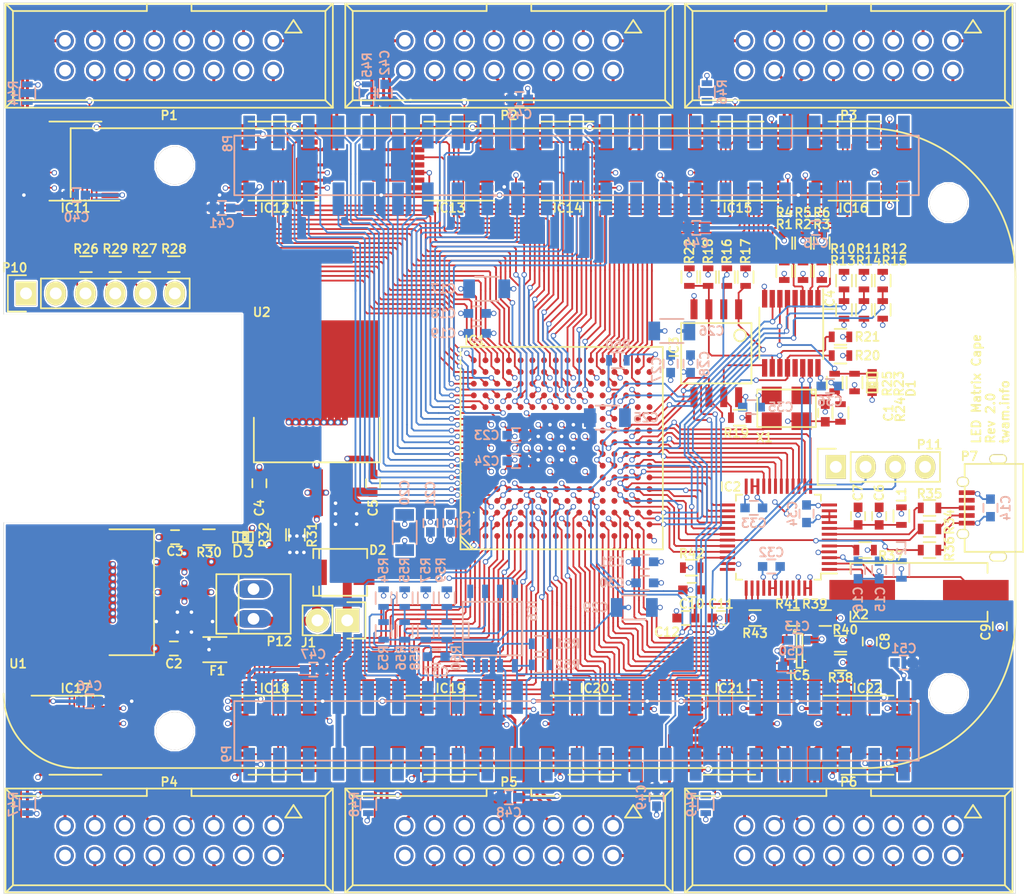
<source format=kicad_pcb>
(kicad_pcb (version 4) (host pcbnew "(2014-11-27 BZR 5304)-product")
  (layers (0 F.Cu signal) (1 In1.Cu power hide) (2 In2.Cu power hide) (31 B.Cu signal) (34 B.Paste user hide) (35 F.Paste user hide) (36 B.SilkS user hide) (37 F.SilkS user) (38 B.Mask user) (39 F.Mask user) (44 Edge.Cuts user))
  (net 0 "")
  (net 1 GND)
  (net 2 /BeagleBoneBlack/I2C2_SCL)
  (net 3 /BeagleBoneBlack/I2C2_SDA)
  (net 4 /FPGA/FPGA_DONE)
  (net 5 /FPGA/FPGA_HSWAPEN)
  (net 6 /FPGA/FPGA_PROGRAM_B)
  (net 7 /FPGA/FPGA_INIT_B)
  (net 8 /FPGA/FPGA_MODE1)
  (net 9 /FPGA/FPGA_MODE0)
  (net 10 /FPGA/FLASH_WP)
  (net 11 /FPGA/FPGA_MISO)
  (net 12 /FPGA/FPGA_CS)
  (net 13 /FPGA/FLASH_RESET)
  (net 14 +1.2V)
  (net 15 /FPGA/FPGA_CLK)
  (net 16 /FPGA/FPGA_MOSI)
  (net 17 /BeagleBoneBlack/GPMC_AD6)
  (net 18 /BeagleBoneBlack/GPMC_AD7)
  (net 19 /BeagleBoneBlack/GPMC_AD2)
  (net 20 /BeagleBoneBlack/GPMC_AD3)
  (net 21 /BeagleBoneBlack/GPMC_ADVN)
  (net 22 /BeagleBoneBlack/GPMC_OEN)
  (net 23 /BeagleBoneBlack/GPMC_BE0N)
  (net 24 /BeagleBoneBlack/GPMC_WE1N)
  (net 25 /BeagleBoneBlack/GPMC_AD13)
  (net 26 /BeagleBoneBlack/GPMC_AD12)
  (net 27 /BeagleBoneBlack/GPMC_AD9)
  (net 28 /BeagleBoneBlack/GPMC_AD10)
  (net 29 /BeagleBoneBlack/GPMC_AD15)
  (net 30 /BeagleBoneBlack/GPMC_AD14)
  (net 31 /BeagleBoneBlack/GPMC_AD11)
  (net 32 /BeagleBoneBlack/GPMC_CLK)
  (net 33 /BeagleBoneBlack/GPMC_AD8)
  (net 34 "Net-(P8-Pad20)")
  (net 35 /BeagleBoneBlack/GPMC_CSN1)
  (net 36 /BeagleBoneBlack/GPMC_AD5)
  (net 37 /BeagleBoneBlack/GPMC_AD4)
  (net 38 /BeagleBoneBlack/GPMC_AD1)
  (net 39 /BeagleBoneBlack/GPMC_AD0)
  (net 40 "Net-(P8-Pad26)")
  (net 41 "Net-(P8-Pad27)")
  (net 42 "Net-(P8-Pad28)")
  (net 43 "Net-(P8-Pad29)")
  (net 44 "Net-(P8-Pad30)")
  (net 45 "Net-(P8-Pad31)")
  (net 46 "Net-(P8-Pad32)")
  (net 47 "Net-(P8-Pad33)")
  (net 48 "Net-(P8-Pad34)")
  (net 49 "Net-(P8-Pad35)")
  (net 50 "Net-(P8-Pad36)")
  (net 51 "Net-(P8-Pad37)")
  (net 52 "Net-(P8-Pad38)")
  (net 53 "Net-(P8-Pad39)")
  (net 54 "Net-(P8-Pad40)")
  (net 55 "Net-(P8-Pad41)")
  (net 56 "Net-(P8-Pad42)")
  (net 57 "Net-(P8-Pad43)")
  (net 58 "Net-(P8-Pad44)")
  (net 59 "Net-(P8-Pad45)")
  (net 60 "Net-(P8-Pad46)")
  (net 61 "Net-(P9-Pad9)")
  (net 62 "Net-(P9-Pad10)")
  (net 63 "Net-(P9-Pad11)")
  (net 64 /BeagleBoneBlack/GPMC_BE1N)
  (net 65 "Net-(P9-Pad13)")
  (net 66 "Net-(P9-Pad14)")
  (net 67 "Net-(P9-Pad15)")
  (net 68 "Net-(P9-Pad16)")
  (net 69 "Net-(P9-Pad17)")
  (net 70 "Net-(P9-Pad18)")
  (net 71 "Net-(P9-Pad21)")
  (net 72 "Net-(P9-Pad22)")
  (net 73 "Net-(P9-Pad23)")
  (net 74 "Net-(P9-Pad24)")
  (net 75 "Net-(P9-Pad25)")
  (net 76 "Net-(P9-Pad26)")
  (net 77 "Net-(P9-Pad27)")
  (net 78 /BeagleBoneBlack/SPI1_CS)
  (net 79 "Net-(P9-Pad32)")
  (net 80 "Net-(P9-Pad33)")
  (net 81 "Net-(P9-Pad34)")
  (net 82 "Net-(P9-Pad35)")
  (net 83 "Net-(P9-Pad36)")
  (net 84 "Net-(P9-Pad37)")
  (net 85 "Net-(P9-Pad38)")
  (net 86 "Net-(P9-Pad39)")
  (net 87 "Net-(P9-Pad40)")
  (net 88 "Net-(P9-Pad41)")
  (net 89 "Net-(P9-Pad42)")
  (net 90 "Net-(P10-Pad3)")
  (net 91 "Net-(P10-Pad4)")
  (net 92 "Net-(P10-Pad5)")
  (net 93 "Net-(P10-Pad6)")
  (net 94 +5V)
  (net 95 /USB/USB_RESET)
  (net 96 /USB/USB_VBUS)
  (net 97 /FPGA/A1_1)
  (net 98 /FPGA/A3_1)
  (net 99 /FPGA/LATCH_1)
  (net 100 /FPGA/BLANK_1)
  (net 101 /FPGA/SCLK_1)
  (net 102 /FPGA/A2_1)
  (net 103 /FPGA/A0_1)
  (net 104 /FPGA/B1_1)
  (net 105 /FPGA/R1_1)
  (net 106 /FPGA/R0_1)
  (net 107 /FPGA/B0_1)
  (net 108 /FPGA/G1_1)
  (net 109 /USB/USB_DM)
  (net 110 /USB/USB_DP)
  (net 111 /FPGA/ADBUS0)
  (net 112 /FPGA/ADBUS1)
  (net 113 /FPGA/ADBUS2)
  (net 114 /FPGA/ADBUS3)
  (net 115 /FPGA/ADBUS4)
  (net 116 /FPGA/ADBUS5)
  (net 117 /FPGA/ADBUS6)
  (net 118 /FPGA/ADBUS7)
  (net 119 /FPGA/ACBUS0)
  (net 120 /FPGA/ACBUS1)
  (net 121 /FPGA/ACBUS2)
  (net 122 /FPGA/ACBUS3)
  (net 123 /FPGA/ACBUS4)
  (net 124 /FPGA/ACBUS5)
  (net 125 /FPGA/ACBUS6)
  (net 126 /FPGA/ACBUS7)
  (net 127 /FPGA/ACBUS8)
  (net 128 /FPGA/ACBUS9)
  (net 129 /Outputs/A1_1_)
  (net 130 /Outputs/A3_1_)
  (net 131 /Outputs/LATCH_1_)
  (net 132 /Outputs/BLANK_1_)
  (net 133 /Outputs/SCLK_1_)
  (net 134 /Outputs/A2_1_)
  (net 135 /Outputs/A0_1_)
  (net 136 /Outputs/B1_1_)
  (net 137 /Outputs/R1_1_)
  (net 138 /Outputs/B0_1_)
  (net 139 /Outputs/R0_1_)
  (net 140 /Outputs/G0_1_)
  (net 141 /Outputs/G1_1_)
  (net 142 /FPGA/G0_1)
  (net 143 /Outputs/A1_2_)
  (net 144 /Outputs/A3_2_)
  (net 145 /Outputs/LATCH_2_)
  (net 146 /Outputs/BLANK_2_)
  (net 147 /Outputs/SCLK_2_)
  (net 148 /Outputs/A2_2_)
  (net 149 /Outputs/A0_2_)
  (net 150 /Outputs/B1_2_)
  (net 151 /Outputs/R1_2_)
  (net 152 /Outputs/B0_2_)
  (net 153 /Outputs/R0_2_)
  (net 154 /Outputs/G0_2_)
  (net 155 /Outputs/G1_2_)
  (net 156 /Outputs/A1_3_)
  (net 157 /Outputs/A3_3_)
  (net 158 /Outputs/LATCH_3_)
  (net 159 /Outputs/BLANK_3_)
  (net 160 /Outputs/SCLK_3_)
  (net 161 /Outputs/A2_3_)
  (net 162 /Outputs/A0_3_)
  (net 163 /Outputs/B1_3_)
  (net 164 /Outputs/R1_3_)
  (net 165 /Outputs/B0_3_)
  (net 166 /Outputs/R0_3_)
  (net 167 /Outputs/G0_3_)
  (net 168 /Outputs/G1_3_)
  (net 169 /FPGA/A0_2)
  (net 170 /FPGA/A2_2)
  (net 171 /FPGA/SCLK_2)
  (net 172 /FPGA/BLANK_2)
  (net 173 /FPGA/LATCH_2)
  (net 174 /FPGA/A3_2)
  (net 175 /FPGA/A1_2)
  (net 176 /FPGA/G1_2)
  (net 177 /FPGA/G0_2)
  (net 178 /FPGA/R0_2)
  (net 179 /FPGA/B0_2)
  (net 180 /FPGA/R1_2)
  (net 181 /FPGA/B1_2)
  (net 182 /FPGA/A0_3)
  (net 183 /FPGA/A2_3)
  (net 184 /FPGA/SCLK_3)
  (net 185 /FPGA/BLANK_3)
  (net 186 /FPGA/LATCH_3)
  (net 187 /FPGA/A3_3)
  (net 188 /FPGA/A1_3)
  (net 189 /FPGA/G1_3)
  (net 190 /FPGA/G0_3)
  (net 191 /FPGA/R0_3)
  (net 192 /FPGA/B0_3)
  (net 193 /FPGA/R1_3)
  (net 194 /FPGA/B1_3)
  (net 195 /Outputs/R0_4_)
  (net 196 /Outputs/G0_4_)
  (net 197 /Outputs/B0_4_)
  (net 198 /Outputs/R1_4_)
  (net 199 /Outputs/G1_4_)
  (net 200 /Outputs/B1_4_)
  (net 201 /Outputs/A0_4_)
  (net 202 /Outputs/A1_4_)
  (net 203 /Outputs/A2_4_)
  (net 204 /Outputs/A3_4_)
  (net 205 /Outputs/SCLK_4_)
  (net 206 /Outputs/LATCH_4_)
  (net 207 /Outputs/BLANK_4_)
  (net 208 /FPGA/A0_4)
  (net 209 /FPGA/A2_4)
  (net 210 /FPGA/SCLK_4)
  (net 211 /FPGA/BLANK_4)
  (net 212 /FPGA/LATCH_4)
  (net 213 /FPGA/A3_4)
  (net 214 /FPGA/A1_4)
  (net 215 /FPGA/G1_4)
  (net 216 /FPGA/G0_4)
  (net 217 /FPGA/R0_4)
  (net 218 /FPGA/B0_4)
  (net 219 /FPGA/R1_4)
  (net 220 /FPGA/B1_4)
  (net 221 /FPGA/A0_5)
  (net 222 /FPGA/A2_5)
  (net 223 /Outputs/A1_5_)
  (net 224 /FPGA/SCLK_5)
  (net 225 /Outputs/A3_5_)
  (net 226 /FPGA/BLANK_5)
  (net 227 /Outputs/LATCH_5_)
  (net 228 /FPGA/LATCH_5)
  (net 229 /Outputs/BLANK_5_)
  (net 230 /FPGA/A3_5)
  (net 231 /Outputs/SCLK_5_)
  (net 232 /FPGA/A1_5)
  (net 233 /Outputs/A2_5_)
  (net 234 /Outputs/A0_5_)
  (net 235 /Outputs/B1_5_)
  (net 236 /Outputs/R1_5_)
  (net 237 /FPGA/G1_5)
  (net 238 /Outputs/B0_5_)
  (net 239 /FPGA/G0_5)
  (net 240 /Outputs/R0_5_)
  (net 241 /FPGA/R0_5)
  (net 242 /Outputs/G0_5_)
  (net 243 /FPGA/B0_5)
  (net 244 /Outputs/G1_5_)
  (net 245 /FPGA/R1_5)
  (net 246 /FPGA/B1_5)
  (net 247 /FPGA/A0_6)
  (net 248 /FPGA/A2_6)
  (net 249 /Outputs/A1_6_)
  (net 250 /FPGA/SCLK_6)
  (net 251 /Outputs/A3_6_)
  (net 252 /FPGA/BLANK_6)
  (net 253 /Outputs/LATCH_6_)
  (net 254 /FPGA/LATCH_6)
  (net 255 /Outputs/BLANK_6_)
  (net 256 /FPGA/A3_6)
  (net 257 /Outputs/SCLK_6_)
  (net 258 /FPGA/A1_6)
  (net 259 /Outputs/A2_6_)
  (net 260 /Outputs/A0_6_)
  (net 261 /Outputs/B1_6_)
  (net 262 /Outputs/R1_6_)
  (net 263 /FPGA/G1_6)
  (net 264 /Outputs/B0_6_)
  (net 265 /FPGA/G0_6)
  (net 266 /Outputs/R0_6_)
  (net 267 /FPGA/R0_6)
  (net 268 /Outputs/G0_6_)
  (net 269 /FPGA/B0_6)
  (net 270 /Outputs/G1_6_)
  (net 271 /FPGA/R1_6)
  (net 272 /FPGA/B1_6)
  (net 273 /USB/EEDATA)
  (net 274 /USB/EECLK)
  (net 275 /USB/EECS)
  (net 276 /FPGA/FPGA_CLK50)
  (net 277 /BeagleBoneBlack/BBB_SYS_5V)
  (net 278 /FPGA/TCK)
  (net 279 /FPGA/TDO)
  (net 280 /FPGA/TDI)
  (net 281 /FPGA/TMS)
  (net 282 +3V3)
  (net 283 "Net-(P9-Pad3)")
  (net 284 "Net-(P9-Pad4)")
  (net 285 "Net-(P9-Pad5)")
  (net 286 "Net-(P9-Pad6)")
  (net 287 "Net-(P7-Pad2)")
  (net 288 "Net-(P7-Pad3)")
  (net 289 "Net-(P7-Pad4)")
  (net 290 "Net-(IC1-PadH1)")
  (net 291 "Net-(IC1-PadC6)")
  (net 292 "Net-(IC1-PadC8)")
  (net 293 "Net-(IC1-PadD6)")
  (net 294 "Net-(IC1-PadD8)")
  (net 295 "Net-(IC1-PadD9)")
  (net 296 "Net-(IC1-PadC10)")
  (net 297 "Net-(IC1-PadD11)")
  (net 298 "Net-(IC1-PadD12)")
  (net 299 "Net-(IC1-PadF3)")
  (net 300 "Net-(IC1-PadJ4)")
  (net 301 "Net-(IC1-PadM3)")
  (net 302 "Net-(IC1-PadM4)")
  (net 303 "Net-(IC1-PadN4)")
  (net 304 "Net-(IC1-PadE8)")
  (net 305 "Net-(IC1-PadE7)")
  (net 306 "Net-(IC1-PadE6)")
  (net 307 "Net-(IC1-PadF6)")
  (net 308 "Net-(IC1-PadF7)")
  (net 309 "Net-(IC1-PadG6)")
  (net 310 "Net-(IC1-PadH5)")
  (net 311 "Net-(IC1-PadJ6)")
  (net 312 "Net-(IC1-PadK5)")
  (net 313 "Net-(IC1-PadK6)")
  (net 314 "Net-(IC1-PadL7)")
  (net 315 "Net-(IC1-PadL8)")
  (net 316 "Net-(IC1-PadM5)")
  (net 317 "Net-(IC1-PadM6)")
  (net 318 "Net-(IC1-PadP11)")
  (net 319 "Net-(IC1-PadN8)")
  (net 320 "Net-(IC1-PadE10)")
  (net 321 "Net-(IC1-PadE11)")
  (net 322 "Net-(IC1-PadP12)")
  (net 323 "Net-(IC1-PadF9)")
  (net 324 "Net-(IC1-PadF10)")
  (net 325 "Net-(IC1-PadG12)")
  (net 326 "Net-(IC1-PadG11)")
  (net 327 "Net-(IC1-PadR12)")
  (net 328 "Net-(IC1-PadT12)")
  (net 329 "Net-(IC1-PadH11)")
  (net 330 "Net-(IC1-PadJ11)")
  (net 331 "Net-(IC1-PadJ12)")
  (net 332 "Net-(IC1-PadM13)")
  (net 333 "Net-(IC1-PadT13)")
  (net 334 "Net-(IC1-PadN9)")
  (net 335 "Net-(IC1-PadL10)")
  (net 336 "Net-(IC1-PadM10)")
  (net 337 "Net-(IC1-PadT14)")
  (net 338 "Net-(IC1-PadP14)")
  (net 339 "Net-(IC1-PadM14)")
  (net 340 "Net-(IC1-PadT15)")
  (net 341 "Net-(IC1-PadM11)")
  (net 342 "Net-(IC1-PadL11)")
  (net 343 "Net-(IC1-PadK11)")
  (net 344 "Net-(IC1-PadK12)")
  (net 345 "Net-(IC1-PadL12)")
  (net 346 "Net-(IC1-PadM12)")
  (net 347 "Net-(IC1-PadN12)")
  (net 348 "Net-(IC2-Pad5)")
  (net 349 "Net-(IC2-Pad39)")
  (net 350 "Net-(IC3-Pad2)")
  (net 351 "Net-(IC4-Pad1)")
  (net 352 "Net-(IC4-Pad2)")
  (net 353 "Net-(IC4-Pad3)")
  (net 354 "Net-(IC4-Pad13)")
  (net 355 "Net-(IC5-Pad1)")
  (net 356 "Net-(IC6-Pad7)")
  (net 357 "Net-(IC6-Pad3)")
  (net 358 "Net-(IC6-Pad2)")
  (net 359 "Net-(IC6-Pad1)")
  (net 360 "Net-(IC11-Pad3)")
  (net 361 "Net-(IC12-Pad16)")
  (net 362 "Net-(IC12-Pad18)")
  (net 363 "Net-(IC13-Pad3)")
  (net 364 "Net-(IC14-Pad16)")
  (net 365 "Net-(IC14-Pad18)")
  (net 366 "Net-(IC15-Pad3)")
  (net 367 "Net-(IC16-Pad16)")
  (net 368 "Net-(IC16-Pad18)")
  (net 369 "Net-(IC17-Pad3)")
  (net 370 "Net-(IC18-Pad16)")
  (net 371 "Net-(IC18-Pad18)")
  (net 372 "Net-(IC19-Pad3)")
  (net 373 "Net-(IC20-Pad16)")
  (net 374 "Net-(IC20-Pad18)")
  (net 375 "Net-(IC21-Pad3)")
  (net 376 "Net-(IC22-Pad16)")
  (net 377 "Net-(IC22-Pad18)")
  (net 378 "Net-(R24-Pad2)")
  (net 379 "Net-(C4-Pad1)")
  (net 380 "Net-(D2-Pad2)")
  (net 381 "Net-(D3-Pad1)")
  (net 382 "Net-(C6-Pad1)")
  (net 383 "Net-(C8-Pad1)")
  (net 384 "Net-(C9-Pad1)")
  (net 385 "Net-(C11-Pad1)")
  (net 386 "Net-(C12-Pad1)")
  (net 387 "Net-(C15-Pad1)")
  (module Resistors_SMD:R_0603 (layer B.Cu) (at 135.825 112.495 90)
    (fp_text reference R55 (at 2.4 0 90) (layer B.SilkS) (effects (font (size 0.75 0.75)) (justify mirror)))
    (fp_text value 10k hide)
    (pad 1 smd rect (at -0.75 0 90) (size 0.5 0.9) (layers B.Cu B.Paste B.Mask) (net 357 "Net-(IC6-Pad3)"))
    (pad 2 smd rect (at 0.75 0 90) (size 0.5 0.9) (layers B.Cu B.Paste B.Mask) (net 1 GND))
  )
  (module Resistors_SMD:R_0603 (layer B.Cu) (at 137.625 112.495 90)
    (fp_text reference R57 (at 2.4 0 90) (layer B.SilkS) (effects (font (size 0.75 0.75)) (justify mirror)))
    (fp_text value 10k hide)
    (pad 1 smd rect (at -0.75 0 90) (size 0.5 0.9) (layers B.Cu B.Paste B.Mask) (net 358 "Net-(IC6-Pad2)"))
    (pad 2 smd rect (at 0.75 0 90) (size 0.5 0.9) (layers B.Cu B.Paste B.Mask) (net 1 GND))
  )
  (module Resistors_SMD:R_0603 (layer B.Cu) (at 139.425 112.495 90)
    (fp_text reference R59 (at 2.4 -0.5 90) (layer B.SilkS) (effects (font (size 0.75 0.75)) (justify mirror)))
    (fp_text value 10k hide)
    (pad 1 smd rect (at -0.75 0 90) (size 0.5 0.9) (layers B.Cu B.Paste B.Mask) (net 359 "Net-(IC6-Pad1)"))
    (pad 2 smd rect (at 0.75 0 90) (size 0.5 0.9) (layers B.Cu B.Paste B.Mask) (net 1 GND))
  )
  (module Resistors_SMD:R_0603 (layer B.Cu) (at 135.825 115.295 90)
    (fp_text reference R56 (at -2.3 -0.3 90) (layer B.SilkS) (effects (font (size 0.75 0.75)) (justify mirror)))
    (fp_text value 10k hide)
    (pad 1 smd rect (at -0.75 0 90) (size 0.5 0.9) (layers B.Cu B.Paste B.Mask) (net 282 +3V3))
    (pad 2 smd rect (at 0.75 0 90) (size 0.5 0.9) (layers B.Cu B.Paste B.Mask) (net 357 "Net-(IC6-Pad3)"))
  )
  (module Resistors_SMD:R_0603 (layer B.Cu) (at 137.625 115.295 90)
    (fp_text reference R58 (at -2.3 -0.9 90) (layer B.SilkS) (effects (font (size 0.75 0.75)) (justify mirror)))
    (fp_text value 10k hide)
    (pad 1 smd rect (at -0.75 0 90) (size 0.5 0.9) (layers B.Cu B.Paste B.Mask) (net 282 +3V3))
    (pad 2 smd rect (at 0.75 0 90) (size 0.5 0.9) (layers B.Cu B.Paste B.Mask) (net 358 "Net-(IC6-Pad2)"))
  )
  (module Resistors_SMD:R_0603 (layer B.Cu) (at 139.425 115.295 90)
    (fp_text reference R60 (at -2.3 0.8 90) (layer B.SilkS) (effects (font (size 0.75 0.75)) (justify mirror)))
    (fp_text value 10k hide)
    (pad 1 smd rect (at -0.75 0 90) (size 0.5 0.9) (layers B.Cu B.Paste B.Mask) (net 282 +3V3))
    (pad 2 smd rect (at 0.75 0 90) (size 0.5 0.9) (layers B.Cu B.Paste B.Mask) (net 359 "Net-(IC6-Pad1)"))
  )
  (module Resistors_SMD:R_0603 (layer B.Cu) (at 147.425 116.395 180)
    (fp_text reference R51 (at -2.3 0 180) (layer B.SilkS) (effects (font (size 0.75 0.75)) (justify mirror)))
    (fp_text value 4k7 hide)
    (pad 1 smd rect (at -0.75 0 180) (size 0.5 0.9) (layers B.Cu B.Paste B.Mask) (net 282 +3V3))
    (pad 2 smd rect (at 0.75 0 180) (size 0.5 0.9) (layers B.Cu B.Paste B.Mask) (net 2 /BeagleBoneBlack/I2C2_SCL))
  )
  (module Resistors_SMD:R_0603 (layer B.Cu) (at 147.425 118.195 180)
    (fp_text reference R52 (at -2.3 0 180) (layer B.SilkS) (effects (font (size 0.75 0.75)) (justify mirror)))
    (fp_text value 4k7 hide)
    (pad 1 smd rect (at -0.75 0 180) (size 0.5 0.9) (layers B.Cu B.Paste B.Mask) (net 282 +3V3))
    (pad 2 smd rect (at 0.75 0 180) (size 0.5 0.9) (layers B.Cu B.Paste B.Mask) (net 3 /BeagleBoneBlack/I2C2_SDA))
  )
  (module Resistors_SMD:R_0603 (layer B.Cu) (at 134.025 112.495 90)
    (fp_text reference R54 (at 2.4 0 90) (layer B.SilkS) (effects (font (size 0.75 0.75)) (justify mirror)))
    (fp_text value 10k hide)
    (pad 1 smd rect (at -0.75 0 90) (size 0.5 0.9) (layers B.Cu B.Paste B.Mask) (net 356 "Net-(IC6-Pad7)"))
    (pad 2 smd rect (at 0.75 0 90) (size 0.5 0.9) (layers B.Cu B.Paste B.Mask) (net 1 GND))
  )
  (module Resistors_SMD:R_0603 (layer B.Cu) (at 134.025 115.295 90)
    (fp_text reference R53 (at -2.3 0 90) (layer B.SilkS) (effects (font (size 0.75 0.75)) (justify mirror)))
    (fp_text value 10k hide)
    (pad 1 smd rect (at -0.75 0 90) (size 0.5 0.9) (layers B.Cu B.Paste B.Mask) (net 282 +3V3))
    (pad 2 smd rect (at 0.75 0 90) (size 0.5 0.9) (layers B.Cu B.Paste B.Mask) (net 356 "Net-(IC6-Pad7)"))
  )
  (module Resistors_SMD:R_0603 (layer F.Cu) (at 168.225 84.595 90)
    (fp_text reference R1 (at 4 0 180) (layer F.SilkS) (effects (font (size 0.75 0.75))))
    (fp_text value "10k N.F." hide)
    (pad 1 smd rect (at -0.75 0 90) (size 0.5 0.9) (layers F.Cu F.Paste F.Mask) (net 282 +3V3))
    (pad 2 smd rect (at 0.75 0 90) (size 0.5 0.9) (layers F.Cu F.Paste F.Mask) (net 353 "Net-(IC4-Pad3)"))
  )
  (module Resistors_SMD:R_0603 (layer F.Cu) (at 169.825 84.595 90)
    (fp_text reference R2 (at 4 0 180) (layer F.SilkS) (effects (font (size 0.75 0.75))))
    (fp_text value "10k N.F." hide)
    (pad 1 smd rect (at -0.75 0 90) (size 0.5 0.9) (layers F.Cu F.Paste F.Mask) (net 282 +3V3))
    (pad 2 smd rect (at 0.75 0 90) (size 0.5 0.9) (layers F.Cu F.Paste F.Mask) (net 352 "Net-(IC4-Pad2)"))
  )
  (module Resistors_SMD:R_0603 (layer F.Cu) (at 171.425 84.595 90)
    (fp_text reference R3 (at 4 0 180) (layer F.SilkS) (effects (font (size 0.75 0.75))))
    (fp_text value "10k N.F.." hide)
    (pad 1 smd rect (at -0.75 0 90) (size 0.5 0.9) (layers F.Cu F.Paste F.Mask) (net 282 +3V3))
    (pad 2 smd rect (at 0.75 0 90) (size 0.5 0.9) (layers F.Cu F.Paste F.Mask) (net 351 "Net-(IC4-Pad1)"))
  )
  (module Resistors_SMD:R_0603 (layer F.Cu) (at 168.225 82.195 90)
    (fp_text reference R4 (at 2.6 0 180) (layer F.SilkS) (effects (font (size 0.75 0.75))))
    (fp_text value 10k hide)
    (pad 1 smd rect (at -0.75 0 90) (size 0.5 0.9) (layers F.Cu F.Paste F.Mask) (net 353 "Net-(IC4-Pad3)"))
    (pad 2 smd rect (at 0.75 0 90) (size 0.5 0.9) (layers F.Cu F.Paste F.Mask) (net 1 GND))
  )
  (module Resistors_SMD:R_0603 (layer F.Cu) (at 169.825 82.195 90)
    (fp_text reference R5 (at 2.6 0 180) (layer F.SilkS) (effects (font (size 0.75 0.75))))
    (fp_text value 10k hide)
    (pad 1 smd rect (at -0.75 0 90) (size 0.5 0.9) (layers F.Cu F.Paste F.Mask) (net 352 "Net-(IC4-Pad2)"))
    (pad 2 smd rect (at 0.75 0 90) (size 0.5 0.9) (layers F.Cu F.Paste F.Mask) (net 1 GND))
  )
  (module Resistors_SMD:R_0603 (layer F.Cu) (at 171.425 82.195 90)
    (fp_text reference R6 (at 2.6 0 180) (layer F.SilkS) (effects (font (size 0.75 0.75))))
    (fp_text value 10k hide)
    (pad 1 smd rect (at -0.75 0 90) (size 0.5 0.9) (layers F.Cu F.Paste F.Mask) (net 351 "Net-(IC4-Pad1)"))
    (pad 2 smd rect (at 0.75 0 90) (size 0.5 0.9) (layers F.Cu F.Paste F.Mask) (net 1 GND))
  )
  (module Resistors_SMD:R_0603 (layer F.Cu) (at 174.225 94.095 90)
    (fp_text reference R23 (at -0.1 3.8 90) (layer F.SilkS) (effects (font (size 0.75 0.75))))
    (fp_text value 330R hide)
    (pad 1 smd rect (at -0.75 0 90) (size 0.5 0.9) (layers F.Cu F.Paste F.Mask) (net 282 +3V3))
    (pad 2 smd rect (at 0.75 0 90) (size 0.5 0.9) (layers F.Cu F.Paste F.Mask) (net 4 /FPGA/FPGA_DONE))
  )
  (module Resistors_SMD:R_0603 (layer F.Cu) (at 176.625 87.895 90)
    (fp_text reference R15 (at 4.2 1 180) (layer F.SilkS) (effects (font (size 0.75 0.75))))
    (fp_text value 10k hide)
    (pad 1 smd rect (at -0.75 0 90) (size 0.5 0.9) (layers F.Cu F.Paste F.Mask) (net 282 +3V3))
    (pad 2 smd rect (at 0.75 0 90) (size 0.5 0.9) (layers F.Cu F.Paste F.Mask) (net 5 /FPGA/FPGA_HSWAPEN))
  )
  (module Resistors_SMD:R_0603 (layer F.Cu) (at 173.025 90.195 180)
    (fp_text reference R21 (at -2.3 0 180) (layer F.SilkS) (effects (font (size 0.75 0.75))))
    (fp_text value 10k hide)
    (pad 1 smd rect (at -0.75 0 180) (size 0.5 0.9) (layers F.Cu F.Paste F.Mask) (net 282 +3V3))
    (pad 2 smd rect (at 0.75 0 180) (size 0.5 0.9) (layers F.Cu F.Paste F.Mask) (net 7 /FPGA/FPGA_INIT_B))
  )
  (module Resistors_SMD:R_0603 (layer F.Cu) (at 173.025 91.795 180)
    (fp_text reference R20 (at -2.3 0 180) (layer F.SilkS) (effects (font (size 0.75 0.75))))
    (fp_text value 10k hide)
    (pad 1 smd rect (at -0.75 0 180) (size 0.5 0.9) (layers F.Cu F.Paste F.Mask) (net 282 +3V3))
    (pad 2 smd rect (at 0.75 0 180) (size 0.5 0.9) (layers F.Cu F.Paste F.Mask) (net 6 /FPGA/FPGA_PROGRAM_B))
  )
  (module Resistors_SMD:R_0603 (layer F.Cu) (at 173.325 87.895 90)
    (fp_text reference R13 (at 4.2 -0.1 180) (layer F.SilkS) (effects (font (size 0.75 0.75))))
    (fp_text value 10k hide)
    (pad 1 smd rect (at -0.75 0 90) (size 0.5 0.9) (layers F.Cu F.Paste F.Mask) (net 282 +3V3))
    (pad 2 smd rect (at 0.75 0 90) (size 0.5 0.9) (layers F.Cu F.Paste F.Mask) (net 8 /FPGA/FPGA_MODE1))
  )
  (module Resistors_SMD:R_0603 (layer F.Cu) (at 175.025 87.895 90)
    (fp_text reference R14 (at 4.2 0.4 180) (layer F.SilkS) (effects (font (size 0.75 0.75))))
    (fp_text value 10k hide)
    (pad 1 smd rect (at -0.75 0 90) (size 0.5 0.9) (layers F.Cu F.Paste F.Mask) (net 282 +3V3))
    (pad 2 smd rect (at 0.75 0 90) (size 0.5 0.9) (layers F.Cu F.Paste F.Mask) (net 9 /FPGA/FPGA_MODE0))
  )
  (module Resistors_SMD:R_0603 (layer F.Cu) (at 176.625 85.395 90)
    (fp_text reference R12 (at 2.7 1 180) (layer F.SilkS) (effects (font (size 0.75 0.75))))
    (fp_text value 10k hide)
    (pad 1 smd rect (at -0.75 0 90) (size 0.5 0.9) (layers F.Cu F.Paste F.Mask) (net 5 /FPGA/FPGA_HSWAPEN))
    (pad 2 smd rect (at 0.75 0 90) (size 0.5 0.9) (layers F.Cu F.Paste F.Mask) (net 1 GND))
  )
  (module Resistors_SMD:R_0603 (layer F.Cu) (at 173.325 85.395 90)
    (fp_text reference R10 (at 2.7 -0.1 180) (layer F.SilkS) (effects (font (size 0.75 0.75))))
    (fp_text value 10k hide)
    (pad 1 smd rect (at -0.75 0 90) (size 0.5 0.9) (layers F.Cu F.Paste F.Mask) (net 8 /FPGA/FPGA_MODE1))
    (pad 2 smd rect (at 0.75 0 90) (size 0.5 0.9) (layers F.Cu F.Paste F.Mask) (net 1 GND))
  )
  (module Resistors_SMD:R_0603 (layer F.Cu) (at 175.025 85.395 90)
    (fp_text reference R11 (at 2.7 0.4 180) (layer F.SilkS) (effects (font (size 0.75 0.75))))
    (fp_text value 10k hide)
    (pad 1 smd rect (at -0.75 0 90) (size 0.5 0.9) (layers F.Cu F.Paste F.Mask) (net 9 /FPGA/FPGA_MODE0))
    (pad 2 smd rect (at 0.75 0 90) (size 0.5 0.9) (layers F.Cu F.Paste F.Mask) (net 1 GND))
  )
  (module Resistors_SMD:R_0603 (layer F.Cu) (at 160.125 85.095 90)
    (fp_text reference R22 (at 2.2 0 90) (layer F.SilkS) (effects (font (size 0.75 0.75))))
    (fp_text value 10k hide)
    (pad 1 smd rect (at -0.75 0 90) (size 0.5 0.9) (layers F.Cu F.Paste F.Mask) (net 10 /FPGA/FLASH_WP))
    (pad 2 smd rect (at 0.75 0 90) (size 0.5 0.9) (layers F.Cu F.Paste F.Mask) (net 1 GND))
  )
  (module Resistors_SMD:R_0603 (layer F.Cu) (at 163.325 85.095 90)
    (fp_text reference R16 (at 2.2 0 90) (layer F.SilkS) (effects (font (size 0.75 0.75))))
    (fp_text value 100R hide)
    (pad 1 smd rect (at -0.75 0 90) (size 0.5 0.9) (layers F.Cu F.Paste F.Mask) (net 350 "Net-(IC3-Pad2)"))
    (pad 2 smd rect (at 0.75 0 90) (size 0.5 0.9) (layers F.Cu F.Paste F.Mask) (net 11 /FPGA/FPGA_MISO))
  )
  (module Resistors_SMD:R_0603 (layer F.Cu) (at 164.925 85.095 270)
    (fp_text reference R17 (at -2.2 0 270) (layer F.SilkS) (effects (font (size 0.75 0.75))))
    (fp_text value 10k hide)
    (pad 1 smd rect (at -0.75 0 270) (size 0.5 0.9) (layers F.Cu F.Paste F.Mask) (net 282 +3V3))
    (pad 2 smd rect (at 0.75 0 270) (size 0.5 0.9) (layers F.Cu F.Paste F.Mask) (net 12 /FPGA/FPGA_CS))
  )
  (module Resistors_SMD:R_0603 (layer F.Cu) (at 161.725 85.095 270)
    (fp_text reference R18 (at -2.2 0 270) (layer F.SilkS) (effects (font (size 0.75 0.75))))
    (fp_text value 10k hide)
    (pad 1 smd rect (at -0.75 0 270) (size 0.5 0.9) (layers F.Cu F.Paste F.Mask) (net 282 +3V3))
    (pad 2 smd rect (at 0.75 0 270) (size 0.5 0.9) (layers F.Cu F.Paste F.Mask) (net 10 /FPGA/FLASH_WP))
  )
  (module Resistors_SMD:R_0603 (layer F.Cu) (at 164.425 97.095 180)
    (fp_text reference R19 (at 0.3 -1.3 180) (layer F.SilkS) (effects (font (size 0.75 0.75))))
    (fp_text value 10k hide)
    (pad 1 smd rect (at -0.75 0 180) (size 0.5 0.9) (layers F.Cu F.Paste F.Mask) (net 282 +3V3))
    (pad 2 smd rect (at 0.75 0 180) (size 0.5 0.9) (layers F.Cu F.Paste F.Mask) (net 13 /FPGA/FLASH_RESET))
  )
  (module Resistors_SMD:R_0603 (layer B.Cu) (at 154.025 92.195)
    (fp_text reference R50 (at 0 -1.3) (layer B.SilkS) (effects (font (size 0.75 0.75)) (justify mirror)))
    (fp_text value 10k hide)
    (pad 1 smd rect (at -0.75 0) (size 0.5 0.9) (layers B.Cu B.Paste B.Mask) (net 338 "Net-(IC1-PadP14)"))
    (pad 2 smd rect (at 0.75 0) (size 0.5 0.9) (layers B.Cu B.Paste B.Mask) (net 1 GND))
  )
  (module Resistors_SMD:R_0603 (layer F.Cu) (at 108.625 83.995)
    (fp_text reference R26 (at 0 -1.3) (layer F.SilkS) (effects (font (size 0.75 0.75))))
    (fp_text value 100R hide)
    (pad 1 smd rect (at -0.75 0) (size 0.5 0.9) (layers F.Cu F.Paste F.Mask) (net 90 "Net-(P10-Pad3)"))
    (pad 2 smd rect (at 0.75 0) (size 0.5 0.9) (layers F.Cu F.Paste F.Mask) (net 278 /FPGA/TCK))
  )
  (module Resistors_SMD:R_0603 (layer F.Cu) (at 113.625 83.995)
    (fp_text reference R27 (at 0 -1.3) (layer F.SilkS) (effects (font (size 0.75 0.75))))
    (fp_text value 100R hide)
    (pad 1 smd rect (at -0.75 0) (size 0.5 0.9) (layers F.Cu F.Paste F.Mask) (net 92 "Net-(P10-Pad5)"))
    (pad 2 smd rect (at 0.75 0) (size 0.5 0.9) (layers F.Cu F.Paste F.Mask) (net 280 /FPGA/TDI))
  )
  (module Resistors_SMD:R_0603 (layer F.Cu) (at 116.125 83.995)
    (fp_text reference R28 (at 0 -1.3) (layer F.SilkS) (effects (font (size 0.75 0.75))))
    (fp_text value 100R hide)
    (pad 1 smd rect (at -0.75 0) (size 0.5 0.9) (layers F.Cu F.Paste F.Mask) (net 93 "Net-(P10-Pad6)"))
    (pad 2 smd rect (at 0.75 0) (size 0.5 0.9) (layers F.Cu F.Paste F.Mask) (net 281 /FPGA/TMS))
  )
  (module Resistors_SMD:R_0603 (layer F.Cu) (at 111.125 83.995)
    (fp_text reference R29 (at 0 -1.3) (layer F.SilkS) (effects (font (size 0.75 0.75))))
    (fp_text value 100R hide)
    (pad 1 smd rect (at -0.75 0) (size 0.5 0.9) (layers F.Cu F.Paste F.Mask) (net 91 "Net-(P10-Pad4)"))
    (pad 2 smd rect (at 0.75 0) (size 0.5 0.9) (layers F.Cu F.Paste F.Mask) (net 279 /FPGA/TDO))
  )
  (module Housings_SSOP:TSSOP-20_4.4x6.5mm_Pitch0.65mm (layer F.Cu) (at 107.725 75.195 180)
    (fp_text reference IC11 (at 0 -4 180) (layer F.SilkS) (effects (font (size 0.75 0.75))))
    (fp_text value SN74ACT244 hide)
    (pad 1 smd rect (at -2.95 -2.925 180) (size 1.45 0.45) (layers F.Cu F.Paste F.Mask) (net 1 GND))
    (pad 2 smd rect (at -2.95 -2.275 180) (size 1.45 0.45) (layers F.Cu F.Paste F.Mask) (net 103 /FPGA/A0_1))
    (pad 3 smd rect (at -2.95 -1.625 180) (size 1.45 0.45) (layers F.Cu F.Paste F.Mask) (net 360 "Net-(IC11-Pad3)"))
    (pad 4 smd rect (at -2.95 -0.975 180) (size 1.45 0.45) (layers F.Cu F.Paste F.Mask) (net 102 /FPGA/A2_1))
    (pad 5 smd rect (at -2.95 -0.325 180) (size 1.45 0.45) (layers F.Cu F.Paste F.Mask) (net 129 /Outputs/A1_1_))
    (pad 6 smd rect (at -2.95 0.325 180) (size 1.45 0.45) (layers F.Cu F.Paste F.Mask) (net 101 /FPGA/SCLK_1))
    (pad 7 smd rect (at -2.95 0.975 180) (size 1.45 0.45) (layers F.Cu F.Paste F.Mask) (net 130 /Outputs/A3_1_))
    (pad 8 smd rect (at -2.95 1.625 180) (size 1.45 0.45) (layers F.Cu F.Paste F.Mask) (net 100 /FPGA/BLANK_1))
    (pad 9 smd rect (at -2.95 2.275 180) (size 1.45 0.45) (layers F.Cu F.Paste F.Mask) (net 131 /Outputs/LATCH_1_))
    (pad 10 smd rect (at -2.95 2.925 180) (size 1.45 0.45) (layers F.Cu F.Paste F.Mask) (net 1 GND))
    (pad 11 smd rect (at 2.95 2.925 180) (size 1.45 0.45) (layers F.Cu F.Paste F.Mask) (net 99 /FPGA/LATCH_1))
    (pad 12 smd rect (at 2.95 2.275 180) (size 1.45 0.45) (layers F.Cu F.Paste F.Mask) (net 132 /Outputs/BLANK_1_))
    (pad 13 smd rect (at 2.95 1.625 180) (size 1.45 0.45) (layers F.Cu F.Paste F.Mask) (net 98 /FPGA/A3_1))
    (pad 14 smd rect (at 2.95 0.975 180) (size 1.45 0.45) (layers F.Cu F.Paste F.Mask) (net 133 /Outputs/SCLK_1_))
    (pad 15 smd rect (at 2.95 0.325 180) (size 1.45 0.45) (layers F.Cu F.Paste F.Mask) (net 97 /FPGA/A1_1))
    (pad 16 smd rect (at 2.95 -0.325 180) (size 1.45 0.45) (layers F.Cu F.Paste F.Mask) (net 134 /Outputs/A2_1_))
    (pad 17 smd rect (at 2.95 -0.975 180) (size 1.45 0.45) (layers F.Cu F.Paste F.Mask) (net 1 GND))
    (pad 18 smd rect (at 2.95 -1.625 180) (size 1.45 0.45) (layers F.Cu F.Paste F.Mask) (net 135 /Outputs/A0_1_))
    (pad 19 smd rect (at 2.95 -2.275 180) (size 1.45 0.45) (layers F.Cu F.Paste F.Mask) (net 1 GND))
    (pad 20 smd rect (at 2.95 -2.925 180) (size 1.45 0.45) (layers F.Cu F.Paste F.Mask) (net 94 +5V))
  )
  (module Housings_SSOP:TSSOP-20_4.4x6.5mm_Pitch0.65mm (layer F.Cu) (at 124.725 75.195 180)
    (fp_text reference IC12 (at 0 -4 180) (layer F.SilkS) (effects (font (size 0.75 0.75))))
    (fp_text value SN74ACT244 hide)
    (pad 1 smd rect (at -2.95 -2.925 180) (size 1.45 0.45) (layers F.Cu F.Paste F.Mask) (net 1 GND))
    (pad 2 smd rect (at -2.95 -2.275 180) (size 1.45 0.45) (layers F.Cu F.Paste F.Mask) (net 1 GND))
    (pad 3 smd rect (at -2.95 -1.625 180) (size 1.45 0.45) (layers F.Cu F.Paste F.Mask) (net 136 /Outputs/B1_1_))
    (pad 4 smd rect (at -2.95 -0.975 180) (size 1.45 0.45) (layers F.Cu F.Paste F.Mask) (net 1 GND))
    (pad 5 smd rect (at -2.95 -0.325 180) (size 1.45 0.45) (layers F.Cu F.Paste F.Mask) (net 137 /Outputs/R1_1_))
    (pad 6 smd rect (at -2.95 0.325 180) (size 1.45 0.45) (layers F.Cu F.Paste F.Mask) (net 108 /FPGA/G1_1))
    (pad 7 smd rect (at -2.95 0.975 180) (size 1.45 0.45) (layers F.Cu F.Paste F.Mask) (net 138 /Outputs/B0_1_))
    (pad 8 smd rect (at -2.95 1.625 180) (size 1.45 0.45) (layers F.Cu F.Paste F.Mask) (net 142 /FPGA/G0_1))
    (pad 9 smd rect (at -2.95 2.275 180) (size 1.45 0.45) (layers F.Cu F.Paste F.Mask) (net 139 /Outputs/R0_1_))
    (pad 10 smd rect (at -2.95 2.925 180) (size 1.45 0.45) (layers F.Cu F.Paste F.Mask) (net 1 GND))
    (pad 11 smd rect (at 2.95 2.925 180) (size 1.45 0.45) (layers F.Cu F.Paste F.Mask) (net 106 /FPGA/R0_1))
    (pad 12 smd rect (at 2.95 2.275 180) (size 1.45 0.45) (layers F.Cu F.Paste F.Mask) (net 140 /Outputs/G0_1_))
    (pad 13 smd rect (at 2.95 1.625 180) (size 1.45 0.45) (layers F.Cu F.Paste F.Mask) (net 107 /FPGA/B0_1))
    (pad 14 smd rect (at 2.95 0.975 180) (size 1.45 0.45) (layers F.Cu F.Paste F.Mask) (net 141 /Outputs/G1_1_))
    (pad 15 smd rect (at 2.95 0.325 180) (size 1.45 0.45) (layers F.Cu F.Paste F.Mask) (net 105 /FPGA/R1_1))
    (pad 16 smd rect (at 2.95 -0.325 180) (size 1.45 0.45) (layers F.Cu F.Paste F.Mask) (net 361 "Net-(IC12-Pad16)"))
    (pad 17 smd rect (at 2.95 -0.975 180) (size 1.45 0.45) (layers F.Cu F.Paste F.Mask) (net 104 /FPGA/B1_1))
    (pad 18 smd rect (at 2.95 -1.625 180) (size 1.45 0.45) (layers F.Cu F.Paste F.Mask) (net 362 "Net-(IC12-Pad18)"))
    (pad 19 smd rect (at 2.95 -2.275 180) (size 1.45 0.45) (layers F.Cu F.Paste F.Mask) (net 1 GND))
    (pad 20 smd rect (at 2.95 -2.925 180) (size 1.45 0.45) (layers F.Cu F.Paste F.Mask) (net 94 +5V))
  )
  (module Connect:VASCH8x2 (layer F.Cu) (at 173.725 66.195 180)
    (fp_text reference P3 (at 0 -5.1 180) (layer F.SilkS) (effects (font (size 0.75 0.75))))
    (fp_text value CONN_02X08 hide)
    (pad 1 thru_hole circle (at -8.89 1.27 180) (size 1.50622 1.50622) (drill 0.99822) (layers *.Cu *.Mask) (net 166 /Outputs/R0_3_))
    (pad 2 thru_hole circle (at -8.89 -1.27 180) (size 1.50622 1.50622) (drill 0.99822) (layers *.Cu *.Mask) (net 167 /Outputs/G0_3_))
    (pad 3 thru_hole circle (at -6.35 1.27 180) (size 1.50622 1.50622) (drill 0.99822) (layers *.Cu *.Mask) (net 165 /Outputs/B0_3_))
    (pad 4 thru_hole circle (at -6.35 -1.27 180) (size 1.50622 1.50622) (drill 0.99822) (layers *.Cu *.Mask) (net 1 GND))
    (pad 5 thru_hole circle (at -3.81 1.27 180) (size 1.50622 1.50622) (drill 0.99822) (layers *.Cu *.Mask) (net 164 /Outputs/R1_3_))
    (pad 6 thru_hole circle (at -3.81 -1.27 180) (size 1.50622 1.50622) (drill 0.99822) (layers *.Cu *.Mask) (net 168 /Outputs/G1_3_))
    (pad 7 thru_hole circle (at -1.27 1.27 180) (size 1.50622 1.50622) (drill 0.99822) (layers *.Cu *.Mask) (net 163 /Outputs/B1_3_))
    (pad 8 thru_hole circle (at -1.27 -1.27 180) (size 1.50622 1.50622) (drill 0.99822) (layers *.Cu *.Mask) (net 1 GND))
    (pad 9 thru_hole circle (at 1.27 1.27 180) (size 1.50622 1.50622) (drill 0.99822) (layers *.Cu *.Mask) (net 162 /Outputs/A0_3_))
    (pad 10 thru_hole circle (at 1.27 -1.27 180) (size 1.50622 1.50622) (drill 0.99822) (layers *.Cu *.Mask) (net 156 /Outputs/A1_3_))
    (pad 11 thru_hole circle (at 3.81 1.27 180) (size 1.50622 1.50622) (drill 0.99822) (layers *.Cu *.Mask) (net 161 /Outputs/A2_3_))
    (pad 12 thru_hole circle (at 3.81 -1.27 180) (size 1.50622 1.50622) (drill 0.99822) (layers *.Cu *.Mask) (net 157 /Outputs/A3_3_))
    (pad 13 thru_hole circle (at 6.35 1.27 180) (size 1.50622 1.50622) (drill 0.99822) (layers *.Cu *.Mask) (net 160 /Outputs/SCLK_3_))
    (pad 14 thru_hole circle (at 6.35 -1.27 180) (size 1.50622 1.50622) (drill 0.99822) (layers *.Cu *.Mask) (net 158 /Outputs/LATCH_3_))
    (pad 15 thru_hole circle (at 8.89 1.27 180) (size 1.50622 1.50622) (drill 0.99822) (layers *.Cu *.Mask) (net 159 /Outputs/BLANK_3_))
    (pad 16 thru_hole circle (at 8.89 -1.27 180) (size 1.50622 1.50622) (drill 0.99822) (layers *.Cu *.Mask) (net 1 GND))
  )
  (module Connect:VASCH8x2 (layer F.Cu) (at 115.725 133.195 180)
    (fp_text reference P4 (at 0 5 180) (layer F.SilkS) (effects (font (size 0.75 0.75))))
    (fp_text value CONN_02X08 hide)
    (pad 1 thru_hole circle (at -8.89 1.27 180) (size 1.50622 1.50622) (drill 0.99822) (layers *.Cu *.Mask) (net 195 /Outputs/R0_4_))
    (pad 2 thru_hole circle (at -8.89 -1.27 180) (size 1.50622 1.50622) (drill 0.99822) (layers *.Cu *.Mask) (net 196 /Outputs/G0_4_))
    (pad 3 thru_hole circle (at -6.35 1.27 180) (size 1.50622 1.50622) (drill 0.99822) (layers *.Cu *.Mask) (net 197 /Outputs/B0_4_))
    (pad 4 thru_hole circle (at -6.35 -1.27 180) (size 1.50622 1.50622) (drill 0.99822) (layers *.Cu *.Mask) (net 1 GND))
    (pad 5 thru_hole circle (at -3.81 1.27 180) (size 1.50622 1.50622) (drill 0.99822) (layers *.Cu *.Mask) (net 198 /Outputs/R1_4_))
    (pad 6 thru_hole circle (at -3.81 -1.27 180) (size 1.50622 1.50622) (drill 0.99822) (layers *.Cu *.Mask) (net 199 /Outputs/G1_4_))
    (pad 7 thru_hole circle (at -1.27 1.27 180) (size 1.50622 1.50622) (drill 0.99822) (layers *.Cu *.Mask) (net 200 /Outputs/B1_4_))
    (pad 8 thru_hole circle (at -1.27 -1.27 180) (size 1.50622 1.50622) (drill 0.99822) (layers *.Cu *.Mask) (net 1 GND))
    (pad 9 thru_hole circle (at 1.27 1.27 180) (size 1.50622 1.50622) (drill 0.99822) (layers *.Cu *.Mask) (net 201 /Outputs/A0_4_))
    (pad 10 thru_hole circle (at 1.27 -1.27 180) (size 1.50622 1.50622) (drill 0.99822) (layers *.Cu *.Mask) (net 202 /Outputs/A1_4_))
    (pad 11 thru_hole circle (at 3.81 1.27 180) (size 1.50622 1.50622) (drill 0.99822) (layers *.Cu *.Mask) (net 203 /Outputs/A2_4_))
    (pad 12 thru_hole circle (at 3.81 -1.27 180) (size 1.50622 1.50622) (drill 0.99822) (layers *.Cu *.Mask) (net 204 /Outputs/A3_4_))
    (pad 13 thru_hole circle (at 6.35 1.27 180) (size 1.50622 1.50622) (drill 0.99822) (layers *.Cu *.Mask) (net 205 /Outputs/SCLK_4_))
    (pad 14 thru_hole circle (at 6.35 -1.27 180) (size 1.50622 1.50622) (drill 0.99822) (layers *.Cu *.Mask) (net 206 /Outputs/LATCH_4_))
    (pad 15 thru_hole circle (at 8.89 1.27 180) (size 1.50622 1.50622) (drill 0.99822) (layers *.Cu *.Mask) (net 207 /Outputs/BLANK_4_))
    (pad 16 thru_hole circle (at 8.89 -1.27 180) (size 1.50622 1.50622) (drill 0.99822) (layers *.Cu *.Mask) (net 1 GND))
  )
  (module Connect:VASCH8x2 (layer F.Cu) (at 144.725 133.195 180)
    (fp_text reference P5 (at 0 5 180) (layer F.SilkS) (effects (font (size 0.75 0.75))))
    (fp_text value CONN_02X08 hide)
    (pad 1 thru_hole circle (at -8.89 1.27 180) (size 1.50622 1.50622) (drill 0.99822) (layers *.Cu *.Mask) (net 240 /Outputs/R0_5_))
    (pad 2 thru_hole circle (at -8.89 -1.27 180) (size 1.50622 1.50622) (drill 0.99822) (layers *.Cu *.Mask) (net 242 /Outputs/G0_5_))
    (pad 3 thru_hole circle (at -6.35 1.27 180) (size 1.50622 1.50622) (drill 0.99822) (layers *.Cu *.Mask) (net 238 /Outputs/B0_5_))
    (pad 4 thru_hole circle (at -6.35 -1.27 180) (size 1.50622 1.50622) (drill 0.99822) (layers *.Cu *.Mask) (net 1 GND))
    (pad 5 thru_hole circle (at -3.81 1.27 180) (size 1.50622 1.50622) (drill 0.99822) (layers *.Cu *.Mask) (net 236 /Outputs/R1_5_))
    (pad 6 thru_hole circle (at -3.81 -1.27 180) (size 1.50622 1.50622) (drill 0.99822) (layers *.Cu *.Mask) (net 244 /Outputs/G1_5_))
    (pad 7 thru_hole circle (at -1.27 1.27 180) (size 1.50622 1.50622) (drill 0.99822) (layers *.Cu *.Mask) (net 235 /Outputs/B1_5_))
    (pad 8 thru_hole circle (at -1.27 -1.27 180) (size 1.50622 1.50622) (drill 0.99822) (layers *.Cu *.Mask) (net 1 GND))
    (pad 9 thru_hole circle (at 1.27 1.27 180) (size 1.50622 1.50622) (drill 0.99822) (layers *.Cu *.Mask) (net 234 /Outputs/A0_5_))
    (pad 10 thru_hole circle (at 1.27 -1.27 180) (size 1.50622 1.50622) (drill 0.99822) (layers *.Cu *.Mask) (net 223 /Outputs/A1_5_))
    (pad 11 thru_hole circle (at 3.81 1.27 180) (size 1.50622 1.50622) (drill 0.99822) (layers *.Cu *.Mask) (net 233 /Outputs/A2_5_))
    (pad 12 thru_hole circle (at 3.81 -1.27 180) (size 1.50622 1.50622) (drill 0.99822) (layers *.Cu *.Mask) (net 225 /Outputs/A3_5_))
    (pad 13 thru_hole circle (at 6.35 1.27 180) (size 1.50622 1.50622) (drill 0.99822) (layers *.Cu *.Mask) (net 231 /Outputs/SCLK_5_))
    (pad 14 thru_hole circle (at 6.35 -1.27 180) (size 1.50622 1.50622) (drill 0.99822) (layers *.Cu *.Mask) (net 227 /Outputs/LATCH_5_))
    (pad 15 thru_hole circle (at 8.89 1.27 180) (size 1.50622 1.50622) (drill 0.99822) (layers *.Cu *.Mask) (net 229 /Outputs/BLANK_5_))
    (pad 16 thru_hole circle (at 8.89 -1.27 180) (size 1.50622 1.50622) (drill 0.99822) (layers *.Cu *.Mask) (net 1 GND))
  )
  (module Connect:VASCH8x2 (layer F.Cu) (at 173.725 133.195 180)
    (fp_text reference P6 (at 0 5 180) (layer F.SilkS) (effects (font (size 0.75 0.75))))
    (fp_text value CONN_02X08 hide)
    (pad 1 thru_hole circle (at -8.89 1.27 180) (size 1.50622 1.50622) (drill 0.99822) (layers *.Cu *.Mask) (net 266 /Outputs/R0_6_))
    (pad 2 thru_hole circle (at -8.89 -1.27 180) (size 1.50622 1.50622) (drill 0.99822) (layers *.Cu *.Mask) (net 268 /Outputs/G0_6_))
    (pad 3 thru_hole circle (at -6.35 1.27 180) (size 1.50622 1.50622) (drill 0.99822) (layers *.Cu *.Mask) (net 264 /Outputs/B0_6_))
    (pad 4 thru_hole circle (at -6.35 -1.27 180) (size 1.50622 1.50622) (drill 0.99822) (layers *.Cu *.Mask) (net 1 GND))
    (pad 5 thru_hole circle (at -3.81 1.27 180) (size 1.50622 1.50622) (drill 0.99822) (layers *.Cu *.Mask) (net 262 /Outputs/R1_6_))
    (pad 6 thru_hole circle (at -3.81 -1.27 180) (size 1.50622 1.50622) (drill 0.99822) (layers *.Cu *.Mask) (net 270 /Outputs/G1_6_))
    (pad 7 thru_hole circle (at -1.27 1.27 180) (size 1.50622 1.50622) (drill 0.99822) (layers *.Cu *.Mask) (net 261 /Outputs/B1_6_))
    (pad 8 thru_hole circle (at -1.27 -1.27 180) (size 1.50622 1.50622) (drill 0.99822) (layers *.Cu *.Mask) (net 1 GND))
    (pad 9 thru_hole circle (at 1.27 1.27 180) (size 1.50622 1.50622) (drill 0.99822) (layers *.Cu *.Mask) (net 260 /Outputs/A0_6_))
    (pad 10 thru_hole circle (at 1.27 -1.27 180) (size 1.50622 1.50622) (drill 0.99822) (layers *.Cu *.Mask) (net 249 /Outputs/A1_6_))
    (pad 11 thru_hole circle (at 3.81 1.27 180) (size 1.50622 1.50622) (drill 0.99822) (layers *.Cu *.Mask) (net 259 /Outputs/A2_6_))
    (pad 12 thru_hole circle (at 3.81 -1.27 180) (size 1.50622 1.50622) (drill 0.99822) (layers *.Cu *.Mask) (net 251 /Outputs/A3_6_))
    (pad 13 thru_hole circle (at 6.35 1.27 180) (size 1.50622 1.50622) (drill 0.99822) (layers *.Cu *.Mask) (net 257 /Outputs/SCLK_6_))
    (pad 14 thru_hole circle (at 6.35 -1.27 180) (size 1.50622 1.50622) (drill 0.99822) (layers *.Cu *.Mask) (net 253 /Outputs/LATCH_6_))
    (pad 15 thru_hole circle (at 8.89 1.27 180) (size 1.50622 1.50622) (drill 0.99822) (layers *.Cu *.Mask) (net 255 /Outputs/BLANK_6_))
    (pad 16 thru_hole circle (at 8.89 -1.27 180) (size 1.50622 1.50622) (drill 0.99822) (layers *.Cu *.Mask) (net 1 GND))
  )
  (module SMD_Packages:BGA-256 (layer F.Cu) (at 149.225 99.695 90)
    (fp_text reference IC1 (at 9.2 -7.4 180) (layer F.SilkS) (effects (font (size 0.75 0.75))))
    (fp_text value XC6SLX25-FTG256 hide)
    (pad A1 smd circle (at -7.50062 -7.50062 90) (size 0.50038 0.50038) (layers F.Cu F.Paste F.Mask) (net 1 GND))
    (pad A2 smd circle (at -6.49986 -7.50062 90) (size 0.50038 0.50038) (layers F.Cu F.Paste F.Mask) (net 210 /FPGA/SCLK_4))
    (pad A3 smd circle (at -5.4991 -7.50062 90) (size 0.50038 0.50038) (layers F.Cu F.Paste F.Mask) (net 209 /FPGA/A2_4))
    (pad A4 smd circle (at -4.50088 -7.50062 90) (size 0.50038 0.50038) (layers F.Cu F.Paste F.Mask) (net 17 /BeagleBoneBlack/GPMC_AD6))
    (pad A5 smd circle (at -3.50012 -7.50062 90) (size 0.50038 0.50038) (layers F.Cu F.Paste F.Mask) (net 19 /BeagleBoneBlack/GPMC_AD2))
    (pad A6 smd circle (at -2.49936 -7.50062 90) (size 0.50038 0.50038) (layers F.Cu F.Paste F.Mask) (net 21 /BeagleBoneBlack/GPMC_ADVN))
    (pad A7 smd circle (at -1.50114 -7.50062 90) (size 0.50038 0.50038) (layers F.Cu F.Paste F.Mask) (net 24 /BeagleBoneBlack/GPMC_WE1N))
    (pad A8 smd circle (at -0.50038 -7.50062 90) (size 0.50038 0.50038) (layers F.Cu F.Paste F.Mask) (net 26 /BeagleBoneBlack/GPMC_AD12))
    (pad A9 smd circle (at 0.50038 -7.50062 90) (size 0.50038 0.50038) (layers F.Cu F.Paste F.Mask) (net 28 /BeagleBoneBlack/GPMC_AD10))
    (pad A10 smd circle (at 1.50114 -7.50062 90) (size 0.50038 0.50038) (layers F.Cu F.Paste F.Mask) (net 30 /BeagleBoneBlack/GPMC_AD14))
    (pad A11 smd circle (at 2.49936 -7.50062 90) (size 0.50038 0.50038) (layers F.Cu F.Paste F.Mask) (net 29 /BeagleBoneBlack/GPMC_AD15))
    (pad A12 smd circle (at 3.50012 -7.50062 90) (size 0.50038 0.50038) (layers F.Cu F.Paste F.Mask) (net 33 /BeagleBoneBlack/GPMC_AD8))
    (pad A13 smd circle (at 4.50088 -7.50062 90) (size 0.50038 0.50038) (layers F.Cu F.Paste F.Mask) (net 36 /BeagleBoneBlack/GPMC_AD5))
    (pad A14 smd circle (at 5.4991 -7.50062 90) (size 0.50038 0.50038) (layers F.Cu F.Paste F.Mask) (net 38 /BeagleBoneBlack/GPMC_AD1))
    (pad A15 smd circle (at 6.49986 -7.50062 90) (size 0.50038 0.50038) (layers F.Cu F.Paste F.Mask) (net 281 /FPGA/TMS))
    (pad A16 smd circle (at 7.50062 -7.50062 90) (size 0.50038 0.50038) (layers F.Cu F.Paste F.Mask) (net 1 GND))
    (pad B1 smd circle (at -7.50062 -6.49986 90) (size 0.50038 0.50038) (layers F.Cu F.Paste F.Mask) (net 212 /FPGA/LATCH_4))
    (pad C1 smd circle (at -7.50062 -5.4991 90) (size 0.50038 0.50038) (layers F.Cu F.Paste F.Mask) (net 215 /FPGA/G1_4))
    (pad D1 smd circle (at -7.50062 -4.50088 90) (size 0.50038 0.50038) (layers F.Cu F.Paste F.Mask) (net 217 /FPGA/R0_4))
    (pad E1 smd circle (at -7.50062 -3.50012 90) (size 0.50038 0.50038) (layers F.Cu F.Paste F.Mask) (net 220 /FPGA/B1_4))
    (pad F1 smd circle (at -7.50062 -2.49936 90) (size 0.50038 0.50038) (layers F.Cu F.Paste F.Mask) (net 224 /FPGA/SCLK_5))
    (pad G1 smd circle (at -7.50062 -1.50114 90) (size 0.50038 0.50038) (layers F.Cu F.Paste F.Mask) (net 232 /FPGA/A1_5))
    (pad H1 smd circle (at -7.50062 -0.50038 90) (size 0.50038 0.50038) (layers F.Cu F.Paste F.Mask) (net 290 "Net-(IC1-PadH1)"))
    (pad J1 smd circle (at -7.50062 0.50038 90) (size 0.50038 0.50038) (layers F.Cu F.Paste F.Mask) (net 246 /FPGA/B1_5))
    (pad B16 smd circle (at 7.50062 -6.49986 90) (size 0.50038 0.50038) (layers F.Cu F.Paste F.Mask) (net 98 /FPGA/A3_1))
    (pad B15 smd circle (at 6.49986 -6.49986 90) (size 0.50038 0.50038) (layers F.Cu F.Paste F.Mask) (net 97 /FPGA/A1_1))
    (pad B14 smd circle (at 5.4991 -6.49986 90) (size 0.50038 0.50038) (layers F.Cu F.Paste F.Mask) (net 39 /BeagleBoneBlack/GPMC_AD0))
    (pad B13 smd circle (at 4.50088 -6.49986 90) (size 0.50038 0.50038) (layers F.Cu F.Paste F.Mask) (net 282 +3V3))
    (pad B12 smd circle (at 3.50012 -6.49986 90) (size 0.50038 0.50038) (layers F.Cu F.Paste F.Mask) (net 35 /BeagleBoneBlack/GPMC_CSN1))
    (pad B11 smd circle (at 2.49936 -6.49986 90) (size 0.50038 0.50038) (layers F.Cu F.Paste F.Mask) (net 1 GND))
    (pad B10 smd circle (at 1.50114 -6.49986 90) (size 0.50038 0.50038) (layers F.Cu F.Paste F.Mask) (net 32 /BeagleBoneBlack/GPMC_CLK))
    (pad B9 smd circle (at 0.50038 -6.49986 90) (size 0.50038 0.50038) (layers F.Cu F.Paste F.Mask) (net 282 +3V3))
    (pad B8 smd circle (at -0.50038 -6.49986 90) (size 0.50038 0.50038) (layers F.Cu F.Paste F.Mask) (net 25 /BeagleBoneBlack/GPMC_AD13))
    (pad B7 smd circle (at -1.50114 -6.49986 90) (size 0.50038 0.50038) (layers F.Cu F.Paste F.Mask) (net 1 GND))
    (pad B6 smd circle (at -2.49936 -6.49986 90) (size 0.50038 0.50038) (layers F.Cu F.Paste F.Mask) (net 22 /BeagleBoneBlack/GPMC_OEN))
    (pad B5 smd circle (at -3.50012 -6.49986 90) (size 0.50038 0.50038) (layers F.Cu F.Paste F.Mask) (net 20 /BeagleBoneBlack/GPMC_AD3))
    (pad B2 smd circle (at -6.49986 -6.49986 90) (size 0.50038 0.50038) (layers F.Cu F.Paste F.Mask) (net 211 /FPGA/BLANK_4))
    (pad B3 smd circle (at -5.4991 -6.49986 90) (size 0.50038 0.50038) (layers F.Cu F.Paste F.Mask) (net 208 /FPGA/A0_4))
    (pad B4 smd circle (at -4.50088 -6.49986 90) (size 0.50038 0.50038) (layers F.Cu F.Paste F.Mask) (net 282 +3V3))
    (pad C2 smd circle (at -6.49986 -5.4991 90) (size 0.50038 0.50038) (layers F.Cu F.Paste F.Mask) (net 213 /FPGA/A3_4))
    (pad C3 smd circle (at -5.4991 -5.4991 90) (size 0.50038 0.50038) (layers F.Cu F.Paste F.Mask) (net 214 /FPGA/A1_4))
    (pad C4 smd circle (at -4.50088 -5.4991 90) (size 0.50038 0.50038) (layers F.Cu F.Paste F.Mask) (net 5 /FPGA/FPGA_HSWAPEN))
    (pad C5 smd circle (at -3.50012 -5.4991 90) (size 0.50038 0.50038) (layers F.Cu F.Paste F.Mask) (net 18 /BeagleBoneBlack/GPMC_AD7))
    (pad C6 smd circle (at -2.49936 -5.4991 90) (size 0.50038 0.50038) (layers F.Cu F.Paste F.Mask) (net 291 "Net-(IC1-PadC6)"))
    (pad C7 smd circle (at -1.50114 -5.4991 90) (size 0.50038 0.50038) (layers F.Cu F.Paste F.Mask) (net 23 /BeagleBoneBlack/GPMC_BE0N))
    (pad C8 smd circle (at -0.50038 -5.4991 90) (size 0.50038 0.50038) (layers F.Cu F.Paste F.Mask) (net 292 "Net-(IC1-PadC8)"))
    (pad C9 smd circle (at 0.50038 -5.4991 90) (size 0.50038 0.50038) (layers F.Cu F.Paste F.Mask) (net 27 /BeagleBoneBlack/GPMC_AD9))
    (pad D2 smd circle (at -6.49986 -4.50088 90) (size 0.50038 0.50038) (layers F.Cu F.Paste F.Mask) (net 282 +3V3))
    (pad D3 smd circle (at -5.4991 -4.50088 90) (size 0.50038 0.50038) (layers F.Cu F.Paste F.Mask) (net 216 /FPGA/G0_4))
    (pad D4 smd circle (at -4.50088 -4.50088 90) (size 0.50038 0.50038) (layers F.Cu F.Paste F.Mask) (net 1 GND))
    (pad D5 smd circle (at -3.50012 -4.50088 90) (size 0.50038 0.50038) (layers F.Cu F.Paste F.Mask) (net 64 /BeagleBoneBlack/GPMC_BE1N))
    (pad D6 smd circle (at -2.49936 -4.50088 90) (size 0.50038 0.50038) (layers F.Cu F.Paste F.Mask) (net 293 "Net-(IC1-PadD6)"))
    (pad D7 smd circle (at -1.50114 -4.50088 90) (size 0.50038 0.50038) (layers F.Cu F.Paste F.Mask) (net 282 +3V3))
    (pad D8 smd circle (at -0.50038 -4.50088 90) (size 0.50038 0.50038) (layers F.Cu F.Paste F.Mask) (net 294 "Net-(IC1-PadD8)"))
    (pad D9 smd circle (at 0.50038 -4.50088 90) (size 0.50038 0.50038) (layers F.Cu F.Paste F.Mask) (net 295 "Net-(IC1-PadD9)"))
    (pad E2 smd circle (at -6.49986 -3.50012 90) (size 0.50038 0.50038) (layers F.Cu F.Paste F.Mask) (net 219 /FPGA/R1_4))
    (pad E3 smd circle (at -5.4991 -3.50012 90) (size 0.50038 0.50038) (layers F.Cu F.Paste F.Mask) (net 221 /FPGA/A0_5))
    (pad E4 smd circle (at -4.50088 -3.50012 90) (size 0.50038 0.50038) (layers F.Cu F.Paste F.Mask) (net 218 /FPGA/B0_4))
    (pad C10 smd circle (at 1.50114 -5.4991 90) (size 0.50038 0.50038) (layers F.Cu F.Paste F.Mask) (net 296 "Net-(IC1-PadC10)"))
    (pad D10 smd circle (at 1.50114 -4.50088 90) (size 0.50038 0.50038) (layers F.Cu F.Paste F.Mask) (net 282 +3V3))
    (pad C11 smd circle (at 2.49936 -5.4991 90) (size 0.50038 0.50038) (layers F.Cu F.Paste F.Mask) (net 31 /BeagleBoneBlack/GPMC_AD11))
    (pad D11 smd circle (at 2.49936 -4.50088 90) (size 0.50038 0.50038) (layers F.Cu F.Paste F.Mask) (net 297 "Net-(IC1-PadD11)"))
    (pad D12 smd circle (at 3.50012 -4.50088 90) (size 0.50038 0.50038) (layers F.Cu F.Paste F.Mask) (net 298 "Net-(IC1-PadD12)"))
    (pad C12 smd circle (at 3.50012 -5.4991 90) (size 0.50038 0.50038) (layers F.Cu F.Paste F.Mask) (net 280 /FPGA/TDI))
    (pad C13 smd circle (at 4.50088 -5.4991 90) (size 0.50038 0.50038) (layers F.Cu F.Paste F.Mask) (net 37 /BeagleBoneBlack/GPMC_AD4))
    (pad C14 smd circle (at 5.4991 -5.4991 90) (size 0.50038 0.50038) (layers F.Cu F.Paste F.Mask) (net 278 /FPGA/TCK))
    (pad D14 smd circle (at 5.4991 -4.50088 90) (size 0.50038 0.50038) (layers F.Cu F.Paste F.Mask) (net 101 /FPGA/SCLK_1))
    (pad D13 smd circle (at 4.50088 -4.50088 90) (size 0.50038 0.50038) (layers F.Cu F.Paste F.Mask) (net 1 GND))
    (pad C15 smd circle (at 6.49986 -5.4991 90) (size 0.50038 0.50038) (layers F.Cu F.Paste F.Mask) (net 99 /FPGA/LATCH_1))
    (pad D15 smd circle (at 6.49986 -4.50088 90) (size 0.50038 0.50038) (layers F.Cu F.Paste F.Mask) (net 282 +3V3))
    (pad D16 smd circle (at 7.50062 -4.50088 90) (size 0.50038 0.50038) (layers F.Cu F.Paste F.Mask) (net 102 /FPGA/A2_1))
    (pad C16 smd circle (at 7.50062 -5.4991 90) (size 0.50038 0.50038) (layers F.Cu F.Paste F.Mask) (net 100 /FPGA/BLANK_1))
    (pad E13 smd circle (at 4.50088 -3.50012 90) (size 0.50038 0.50038) (layers F.Cu F.Paste F.Mask) (net 107 /FPGA/B0_1))
    (pad F13 smd circle (at 4.50088 -2.49936 90) (size 0.50038 0.50038) (layers F.Cu F.Paste F.Mask) (net 142 /FPGA/G0_1))
    (pad G13 smd circle (at 4.50088 -1.50114 90) (size 0.50038 0.50038) (layers F.Cu F.Paste F.Mask) (net 282 +3V3))
    (pad G14 smd circle (at 5.4991 -1.50114 90) (size 0.50038 0.50038) (layers F.Cu F.Paste F.Mask) (net 173 /FPGA/LATCH_2))
    (pad F14 smd circle (at 5.4991 -2.49936 90) (size 0.50038 0.50038) (layers F.Cu F.Paste F.Mask) (net 175 /FPGA/A1_2))
    (pad E14 smd circle (at 5.4991 -3.50012 90) (size 0.50038 0.50038) (layers F.Cu F.Paste F.Mask) (net 279 /FPGA/TDO))
    (pad E15 smd circle (at 6.49986 -3.50012 90) (size 0.50038 0.50038) (layers F.Cu F.Paste F.Mask) (net 103 /FPGA/A0_1))
    (pad F15 smd circle (at 6.49986 -2.49936 90) (size 0.50038 0.50038) (layers F.Cu F.Paste F.Mask) (net 174 /FPGA/A3_2))
    (pad G15 smd circle (at 6.49986 -1.50114 90) (size 0.50038 0.50038) (layers F.Cu F.Paste F.Mask) (net 1 GND))
    (pad G16 smd circle (at 7.50062 -1.50114 90) (size 0.50038 0.50038) (layers F.Cu F.Paste F.Mask) (net 172 /FPGA/BLANK_2))
    (pad F16 smd circle (at 7.50062 -2.49936 90) (size 0.50038 0.50038) (layers F.Cu F.Paste F.Mask) (net 108 /FPGA/G1_1))
    (pad E16 smd circle (at 7.50062 -3.50012 90) (size 0.50038 0.50038) (layers F.Cu F.Paste F.Mask) (net 104 /FPGA/B1_1))
    (pad F2 smd circle (at -6.49986 -2.49936 90) (size 0.50038 0.50038) (layers F.Cu F.Paste F.Mask) (net 228 /FPGA/LATCH_5))
    (pad F3 smd circle (at -5.4991 -2.49936 90) (size 0.50038 0.50038) (layers F.Cu F.Paste F.Mask) (net 299 "Net-(IC1-PadF3)"))
    (pad F4 smd circle (at -4.50088 -2.49936 90) (size 0.50038 0.50038) (layers F.Cu F.Paste F.Mask) (net 222 /FPGA/A2_5))
    (pad G4 smd circle (at -4.50088 -1.50114 90) (size 0.50038 0.50038) (layers F.Cu F.Paste F.Mask) (net 282 +3V3))
    (pad G3 smd circle (at -5.4991 -1.50114 90) (size 0.50038 0.50038) (layers F.Cu F.Paste F.Mask) (net 230 /FPGA/A3_5))
    (pad G2 smd circle (at -6.49986 -1.50114 90) (size 0.50038 0.50038) (layers F.Cu F.Paste F.Mask) (net 1 GND))
    (pad H2 smd circle (at -6.49986 -0.50038 90) (size 0.50038 0.50038) (layers F.Cu F.Paste F.Mask) (net 243 /FPGA/B0_5))
    (pad H3 smd circle (at -5.4991 -0.50038 90) (size 0.50038 0.50038) (layers F.Cu F.Paste F.Mask) (net 239 /FPGA/G0_5))
    (pad H4 smd circle (at -4.50088 -0.50038 90) (size 0.50038 0.50038) (layers F.Cu F.Paste F.Mask) (net 241 /FPGA/R0_5))
    (pad J4 smd circle (at -4.50088 0.50038 90) (size 0.50038 0.50038) (layers F.Cu F.Paste F.Mask) (net 300 "Net-(IC1-PadJ4)"))
    (pad J3 smd circle (at -5.4991 0.50038 90) (size 0.50038 0.50038) (layers F.Cu F.Paste F.Mask) (net 245 /FPGA/R1_5))
    (pad J2 smd circle (at -6.49986 0.50038 90) (size 0.50038 0.50038) (layers F.Cu F.Paste F.Mask) (net 282 +3V3))
    (pad K1 smd circle (at -7.50062 1.50114 90) (size 0.50038 0.50038) (layers F.Cu F.Paste F.Mask) (net 248 /FPGA/A2_6))
    (pad K2 smd circle (at -6.49986 1.50114 90) (size 0.50038 0.50038) (layers F.Cu F.Paste F.Mask) (net 250 /FPGA/SCLK_6))
    (pad K3 smd circle (at -5.4991 1.50114 90) (size 0.50038 0.50038) (layers F.Cu F.Paste F.Mask) (net 247 /FPGA/A0_6))
    (pad K4 smd circle (at -4.50088 1.50114 90) (size 0.50038 0.50038) (layers F.Cu F.Paste F.Mask) (net 282 +3V3))
    (pad L4 smd circle (at -4.50088 2.49936 90) (size 0.50038 0.50038) (layers F.Cu F.Paste F.Mask) (net 2 /BeagleBoneBlack/I2C2_SCL))
    (pad L3 smd circle (at -5.4991 2.49936 90) (size 0.50038 0.50038) (layers F.Cu F.Paste F.Mask) (net 254 /FPGA/LATCH_6))
    (pad L2 smd circle (at -6.49986 2.49936 90) (size 0.50038 0.50038) (layers F.Cu F.Paste F.Mask) (net 1 GND))
    (pad L1 smd circle (at -7.50062 2.49936 90) (size 0.50038 0.50038) (layers F.Cu F.Paste F.Mask) (net 252 /FPGA/BLANK_6))
    (pad M1 smd circle (at -7.50062 3.50012 90) (size 0.50038 0.50038) (layers F.Cu F.Paste F.Mask) (net 256 /FPGA/A3_6))
    (pad M2 smd circle (at -6.49986 3.50012 90) (size 0.50038 0.50038) (layers F.Cu F.Paste F.Mask) (net 258 /FPGA/A1_6))
    (pad M3 smd circle (at -5.4991 3.50012 90) (size 0.50038 0.50038) (layers F.Cu F.Paste F.Mask) (net 301 "Net-(IC1-PadM3)"))
    (pad M4 smd circle (at -4.50088 3.50012 90) (size 0.50038 0.50038) (layers F.Cu F.Paste F.Mask) (net 302 "Net-(IC1-PadM4)"))
    (pad N4 smd circle (at -4.50088 4.50088 90) (size 0.50038 0.50038) (layers F.Cu F.Paste F.Mask) (net 303 "Net-(IC1-PadN4)"))
    (pad P4 smd circle (at -4.50088 5.4991 90) (size 0.50038 0.50038) (layers F.Cu F.Paste F.Mask) (net 128 /FPGA/ACBUS9))
    (pad R4 smd circle (at -4.50088 6.49986 90) (size 0.50038 0.50038) (layers F.Cu F.Paste F.Mask) (net 282 +3V3))
    (pad R3 smd circle (at -5.4991 6.49986 90) (size 0.50038 0.50038) (layers F.Cu F.Paste F.Mask) (net 7 /FPGA/FPGA_INIT_B))
    (pad P3 smd circle (at -5.4991 5.4991 90) (size 0.50038 0.50038) (layers F.Cu F.Paste F.Mask) (net 1 GND))
    (pad N3 smd circle (at -5.4991 4.50088 90) (size 0.50038 0.50038) (layers F.Cu F.Paste F.Mask) (net 265 /FPGA/G0_6))
    (pad N2 smd circle (at -6.49986 4.50088 90) (size 0.50038 0.50038) (layers F.Cu F.Paste F.Mask) (net 282 +3V3))
    (pad P2 smd circle (at -6.49986 5.4991 90) (size 0.50038 0.50038) (layers F.Cu F.Paste F.Mask) (net 269 /FPGA/B0_6))
    (pad R2 smd circle (at -6.49986 6.49986 90) (size 0.50038 0.50038) (layers F.Cu F.Paste F.Mask) (net 272 /FPGA/B1_6))
    (pad N1 smd circle (at -7.50062 4.50088 90) (size 0.50038 0.50038) (layers F.Cu F.Paste F.Mask) (net 263 /FPGA/G1_6))
    (pad P1 smd circle (at -7.50062 5.4991 90) (size 0.50038 0.50038) (layers F.Cu F.Paste F.Mask) (net 267 /FPGA/R0_6))
    (pad R1 smd circle (at -7.50062 6.49986 90) (size 0.50038 0.50038) (layers F.Cu F.Paste F.Mask) (net 271 /FPGA/R1_6))
    (pad T1 smd circle (at -7.50062 7.50062 90) (size 0.50038 0.50038) (layers F.Cu F.Paste F.Mask) (net 1 GND))
    (pad T2 smd circle (at -6.49986 7.50062 90) (size 0.50038 0.50038) (layers F.Cu F.Paste F.Mask) (net 6 /FPGA/FPGA_PROGRAM_B))
    (pad T3 smd circle (at -5.4991 7.50062 90) (size 0.50038 0.50038) (layers F.Cu F.Paste F.Mask) (net 12 /FPGA/FPGA_CS))
    (pad T4 smd circle (at -4.50088 7.50062 90) (size 0.50038 0.50038) (layers F.Cu F.Paste F.Mask) (net 127 /FPGA/ACBUS8))
    (pad E8 smd circle (at -0.50038 -3.50012 90) (size 0.50038 0.50038) (layers F.Cu F.Paste F.Mask) (net 304 "Net-(IC1-PadE8)"))
    (pad E7 smd circle (at -1.50114 -3.50012 90) (size 0.50038 0.50038) (layers F.Cu F.Paste F.Mask) (net 305 "Net-(IC1-PadE7)"))
    (pad E6 smd circle (at -2.49936 -3.50012 90) (size 0.50038 0.50038) (layers F.Cu F.Paste F.Mask) (net 306 "Net-(IC1-PadE6)"))
    (pad E5 smd circle (at -3.50012 -3.50012 90) (size 0.50038 0.50038) (layers F.Cu F.Paste F.Mask) (net 282 +3V3))
    (pad F5 smd circle (at -3.50012 -2.49936 90) (size 0.50038 0.50038) (layers F.Cu F.Paste F.Mask) (net 226 /FPGA/BLANK_5))
    (pad F6 smd circle (at -2.49936 -2.49936 90) (size 0.50038 0.50038) (layers F.Cu F.Paste F.Mask) (net 307 "Net-(IC1-PadF6)"))
    (pad F7 smd circle (at -1.50114 -2.49936 90) (size 0.50038 0.50038) (layers F.Cu F.Paste F.Mask) (net 308 "Net-(IC1-PadF7)"))
    (pad F8 smd circle (at -0.50038 -2.49936 90) (size 0.50038 0.50038) (layers F.Cu F.Paste F.Mask) (net 282 +3V3))
    (pad G5 smd circle (at -3.50012 -1.50114 90) (size 0.50038 0.50038) (layers F.Cu F.Paste F.Mask) (net 237 /FPGA/G1_5))
    (pad G6 smd circle (at -2.49936 -1.50114 90) (size 0.50038 0.50038) (layers F.Cu F.Paste F.Mask) (net 309 "Net-(IC1-PadG6)"))
    (pad G7 smd circle (at -1.50114 -1.50114 90) (size 0.50038 0.50038) (layers F.Cu F.Paste F.Mask) (net 14 +1.2V))
    (pad G8 smd circle (at -0.50038 -1.50114 90) (size 0.50038 0.50038) (layers F.Cu F.Paste F.Mask) (net 1 GND))
    (pad H5 smd circle (at -3.50012 -0.50038 90) (size 0.50038 0.50038) (layers F.Cu F.Paste F.Mask) (net 310 "Net-(IC1-PadH5)"))
    (pad H6 smd circle (at -2.49936 -0.50038 90) (size 0.50038 0.50038) (layers F.Cu F.Paste F.Mask) (net 282 +3V3))
    (pad H7 smd circle (at -1.50114 -0.50038 90) (size 0.50038 0.50038) (layers F.Cu F.Paste F.Mask) (net 1 GND))
    (pad H8 smd circle (at -0.50038 -0.50038 90) (size 0.50038 0.50038) (layers F.Cu F.Paste F.Mask) (net 14 +1.2V))
    (pad J5 smd circle (at -3.50012 0.50038 90) (size 0.50038 0.50038) (layers F.Cu F.Paste F.Mask) (net 1 GND))
    (pad J6 smd circle (at -2.49936 0.50038 90) (size 0.50038 0.50038) (layers F.Cu F.Paste F.Mask) (net 311 "Net-(IC1-PadJ6)"))
    (pad J7 smd circle (at -1.50114 0.50038 90) (size 0.50038 0.50038) (layers F.Cu F.Paste F.Mask) (net 14 +1.2V))
    (pad J8 smd circle (at -0.50038 0.50038 90) (size 0.50038 0.50038) (layers F.Cu F.Paste F.Mask) (net 1 GND))
    (pad K5 smd circle (at -3.50012 1.50114 90) (size 0.50038 0.50038) (layers F.Cu F.Paste F.Mask) (net 312 "Net-(IC1-PadK5)"))
    (pad K6 smd circle (at -2.49936 1.50114 90) (size 0.50038 0.50038) (layers F.Cu F.Paste F.Mask) (net 313 "Net-(IC1-PadK6)"))
    (pad K7 smd circle (at -1.50114 1.50114 90) (size 0.50038 0.50038) (layers F.Cu F.Paste F.Mask) (net 1 GND))
    (pad K8 smd circle (at -0.50038 1.50114 90) (size 0.50038 0.50038) (layers F.Cu F.Paste F.Mask) (net 14 +1.2V))
    (pad L5 smd circle (at -3.50012 2.49936 90) (size 0.50038 0.50038) (layers F.Cu F.Paste F.Mask) (net 3 /BeagleBoneBlack/I2C2_SDA))
    (pad L6 smd circle (at -2.49936 2.49936 90) (size 0.50038 0.50038) (layers F.Cu F.Paste F.Mask) (net 282 +3V3))
    (pad L7 smd circle (at -1.50114 2.49936 90) (size 0.50038 0.50038) (layers F.Cu F.Paste F.Mask) (net 314 "Net-(IC1-PadL7)"))
    (pad L8 smd circle (at -0.50038 2.49936 90) (size 0.50038 0.50038) (layers F.Cu F.Paste F.Mask) (net 315 "Net-(IC1-PadL8)"))
    (pad M5 smd circle (at -3.50012 3.50012 90) (size 0.50038 0.50038) (layers F.Cu F.Paste F.Mask) (net 316 "Net-(IC1-PadM5)"))
    (pad M6 smd circle (at -2.49936 3.50012 90) (size 0.50038 0.50038) (layers F.Cu F.Paste F.Mask) (net 317 "Net-(IC1-PadM6)"))
    (pad M7 smd circle (at -1.50114 3.50012 90) (size 0.50038 0.50038) (layers F.Cu F.Paste F.Mask) (net 276 /FPGA/FPGA_CLK50))
    (pad P5 smd circle (at -3.50012 5.4991 90) (size 0.50038 0.50038) (layers F.Cu F.Paste F.Mask) (net 121 /FPGA/ACBUS2))
    (pad P6 smd circle (at -2.49936 5.4991 90) (size 0.50038 0.50038) (layers F.Cu F.Paste F.Mask) (net 122 /FPGA/ACBUS3))
    (pad R5 smd circle (at -3.50012 6.49986 90) (size 0.50038 0.50038) (layers F.Cu F.Paste F.Mask) (net 125 /FPGA/ACBUS6))
    (pad R6 smd circle (at -2.49936 6.49986 90) (size 0.50038 0.50038) (layers F.Cu F.Paste F.Mask) (net 1 GND))
    (pad T5 smd circle (at -3.50012 7.50062 90) (size 0.50038 0.50038) (layers F.Cu F.Paste F.Mask) (net 123 /FPGA/ACBUS4))
    (pad T6 smd circle (at -2.49936 7.50062 90) (size 0.50038 0.50038) (layers F.Cu F.Paste F.Mask) (net 120 /FPGA/ACBUS1))
    (pad M8 smd circle (at -0.50038 3.50012 90) (size 0.50038 0.50038) (layers F.Cu F.Paste F.Mask) (net 1 GND))
    (pad N5 smd circle (at -3.50012 4.50088 90) (size 0.50038 0.50038) (layers F.Cu F.Paste F.Mask) (net 126 /FPGA/ACBUS7))
    (pad N6 smd circle (at -2.49936 4.50088 90) (size 0.50038 0.50038) (layers F.Cu F.Paste F.Mask) (net 119 /FPGA/ACBUS0))
    (pad N7 smd circle (at -1.50114 4.50088 90) (size 0.50038 0.50038) (layers F.Cu F.Paste F.Mask) (net 282 +3V3))
    (pad P11 smd circle (at 2.49936 5.4991 90) (size 0.50038 0.50038) (layers F.Cu F.Paste F.Mask) (net 318 "Net-(IC1-PadP11)"))
    (pad P10 smd circle (at 1.50114 5.4991 90) (size 0.50038 0.50038) (layers F.Cu F.Paste F.Mask) (net 11 /FPGA/FPGA_MISO))
    (pad P9 smd circle (at 0.50038 5.4991 90) (size 0.50038 0.50038) (layers F.Cu F.Paste F.Mask) (net 114 /FPGA/ADBUS3))
    (pad P8 smd circle (at -0.50038 5.4991 90) (size 0.50038 0.50038) (layers F.Cu F.Paste F.Mask) (net 116 /FPGA/ADBUS5))
    (pad P7 smd circle (at -1.50114 5.4991 90) (size 0.50038 0.50038) (layers F.Cu F.Paste F.Mask) (net 124 /FPGA/ACBUS5))
    (pad R7 smd circle (at -1.50114 6.49986 90) (size 0.50038 0.50038) (layers F.Cu F.Paste F.Mask) (net 117 /FPGA/ADBUS6))
    (pad R8 smd circle (at -0.50038 6.49986 90) (size 0.50038 0.50038) (layers F.Cu F.Paste F.Mask) (net 282 +3V3))
    (pad R9 smd circle (at 0.50038 6.49986 90) (size 0.50038 0.50038) (layers F.Cu F.Paste F.Mask) (net 111 /FPGA/ADBUS0))
    (pad R10 smd circle (at 1.50114 6.49986 90) (size 0.50038 0.50038) (layers F.Cu F.Paste F.Mask) (net 1 GND))
    (pad R11 smd circle (at 2.49936 6.49986 90) (size 0.50038 0.50038) (layers F.Cu F.Paste F.Mask) (net 15 /FPGA/FPGA_CLK))
    (pad T7 smd circle (at -1.50114 7.50062 90) (size 0.50038 0.50038) (layers F.Cu F.Paste F.Mask) (net 118 /FPGA/ADBUS7))
    (pad T8 smd circle (at -0.50038 7.50062 90) (size 0.50038 0.50038) (layers F.Cu F.Paste F.Mask) (net 115 /FPGA/ADBUS4))
    (pad T9 smd circle (at 0.50038 7.50062 90) (size 0.50038 0.50038) (layers F.Cu F.Paste F.Mask) (net 112 /FPGA/ADBUS1))
    (pad T10 smd circle (at 1.50114 7.50062 90) (size 0.50038 0.50038) (layers F.Cu F.Paste F.Mask) (net 16 /FPGA/FPGA_MOSI))
    (pad T11 smd circle (at 2.49936 7.50062 90) (size 0.50038 0.50038) (layers F.Cu F.Paste F.Mask) (net 9 /FPGA/FPGA_MODE0))
    (pad N8 smd circle (at -0.50038 4.50088 90) (size 0.50038 0.50038) (layers F.Cu F.Paste F.Mask) (net 319 "Net-(IC1-PadN8)"))
    (pad E9 smd circle (at 0.50038 -3.50012 90) (size 0.50038 0.50038) (layers F.Cu F.Paste F.Mask) (net 1 GND))
    (pad E10 smd circle (at 1.50114 -3.50012 90) (size 0.50038 0.50038) (layers F.Cu F.Paste F.Mask) (net 320 "Net-(IC1-PadE10)"))
    (pad E11 smd circle (at 2.49936 -3.50012 90) (size 0.50038 0.50038) (layers F.Cu F.Paste F.Mask) (net 321 "Net-(IC1-PadE11)"))
    (pad E12 smd circle (at 3.50012 -3.50012 90) (size 0.50038 0.50038) (layers F.Cu F.Paste F.Mask) (net 105 /FPGA/R1_1))
    (pad P12 smd circle (at 3.50012 5.4991 90) (size 0.50038 0.50038) (layers F.Cu F.Paste F.Mask) (net 322 "Net-(IC1-PadP12)"))
    (pad F9 smd circle (at 0.50038 -2.49936 90) (size 0.50038 0.50038) (layers F.Cu F.Paste F.Mask) (net 323 "Net-(IC1-PadF9)"))
    (pad F10 smd circle (at 1.50114 -2.49936 90) (size 0.50038 0.50038) (layers F.Cu F.Paste F.Mask) (net 324 "Net-(IC1-PadF10)"))
    (pad F11 smd circle (at 2.49936 -2.49936 90) (size 0.50038 0.50038) (layers F.Cu F.Paste F.Mask) (net 282 +3V3))
    (pad F12 smd circle (at 3.50012 -2.49936 90) (size 0.50038 0.50038) (layers F.Cu F.Paste F.Mask) (net 106 /FPGA/R0_1))
    (pad J9 smd circle (at 0.50038 0.50038 90) (size 0.50038 0.50038) (layers F.Cu F.Paste F.Mask) (net 14 +1.2V))
    (pad G12 smd circle (at 3.50012 -1.50114 90) (size 0.50038 0.50038) (layers F.Cu F.Paste F.Mask) (net 325 "Net-(IC1-PadG12)"))
    (pad G11 smd circle (at 2.49936 -1.50114 90) (size 0.50038 0.50038) (layers F.Cu F.Paste F.Mask) (net 326 "Net-(IC1-PadG11)"))
    (pad G10 smd circle (at 1.50114 -1.50114 90) (size 0.50038 0.50038) (layers F.Cu F.Paste F.Mask) (net 282 +3V3))
    (pad G9 smd circle (at 0.50038 -1.50114 90) (size 0.50038 0.50038) (layers F.Cu F.Paste F.Mask) (net 14 +1.2V))
    (pad R12 smd circle (at 3.50012 6.49986 90) (size 0.50038 0.50038) (layers F.Cu F.Paste F.Mask) (net 327 "Net-(IC1-PadR12)"))
    (pad T12 smd circle (at 3.50012 7.50062 90) (size 0.50038 0.50038) (layers F.Cu F.Paste F.Mask) (net 328 "Net-(IC1-PadT12)"))
    (pad H9 smd circle (at 0.50038 -0.50038 90) (size 0.50038 0.50038) (layers F.Cu F.Paste F.Mask) (net 1 GND))
    (pad H10 smd circle (at 1.50114 -0.50038 90) (size 0.50038 0.50038) (layers F.Cu F.Paste F.Mask) (net 14 +1.2V))
    (pad H11 smd circle (at 2.49936 -0.50038 90) (size 0.50038 0.50038) (layers F.Cu F.Paste F.Mask) (net 329 "Net-(IC1-PadH11)"))
    (pad H12 smd circle (at 3.50012 -0.50038 90) (size 0.50038 0.50038) (layers F.Cu F.Paste F.Mask) (net 1 GND))
    (pad J10 smd circle (at 1.50114 0.50038 90) (size 0.50038 0.50038) (layers F.Cu F.Paste F.Mask) (net 282 +3V3))
    (pad J11 smd circle (at 2.49936 0.50038 90) (size 0.50038 0.50038) (layers F.Cu F.Paste F.Mask) (net 330 "Net-(IC1-PadJ11)"))
    (pad J12 smd circle (at 3.50012 0.50038 90) (size 0.50038 0.50038) (layers F.Cu F.Paste F.Mask) (net 331 "Net-(IC1-PadJ12)"))
    (pad H13 smd circle (at 4.50088 -0.50038 90) (size 0.50038 0.50038) (layers F.Cu F.Paste F.Mask) (net 170 /FPGA/A2_2))
    (pad J13 smd circle (at 4.50088 0.50038 90) (size 0.50038 0.50038) (layers F.Cu F.Paste F.Mask) (net 179 /FPGA/B0_2))
    (pad K13 smd circle (at 4.50088 1.50114 90) (size 0.50038 0.50038) (layers F.Cu F.Paste F.Mask) (net 282 +3V3))
    (pad L13 smd circle (at 4.50088 2.49936 90) (size 0.50038 0.50038) (layers F.Cu F.Paste F.Mask) (net 187 /FPGA/A3_3))
    (pad M13 smd circle (at 4.50088 3.50012 90) (size 0.50038 0.50038) (layers F.Cu F.Paste F.Mask) (net 332 "Net-(IC1-PadM13)"))
    (pad N13 smd circle (at 4.50088 4.50088 90) (size 0.50038 0.50038) (layers F.Cu F.Paste F.Mask) (net 1 GND))
    (pad P13 smd circle (at 4.50088 5.4991 90) (size 0.50038 0.50038) (layers F.Cu F.Paste F.Mask) (net 4 /FPGA/FPGA_DONE))
    (pad R13 smd circle (at 4.50088 6.49986 90) (size 0.50038 0.50038) (layers F.Cu F.Paste F.Mask) (net 282 +3V3))
    (pad T13 smd circle (at 4.50088 7.50062 90) (size 0.50038 0.50038) (layers F.Cu F.Paste F.Mask) (net 333 "Net-(IC1-PadT13)"))
    (pad N9 smd circle (at 0.50038 4.50088 90) (size 0.50038 0.50038) (layers F.Cu F.Paste F.Mask) (net 334 "Net-(IC1-PadN9)"))
    (pad M9 smd circle (at 0.50038 3.50012 90) (size 0.50038 0.50038) (layers F.Cu F.Paste F.Mask) (net 113 /FPGA/ADBUS2))
    (pad L9 smd circle (at 0.50038 2.49936 90) (size 0.50038 0.50038) (layers F.Cu F.Paste F.Mask) (net 282 +3V3))
    (pad K9 smd circle (at 0.50038 1.50114 90) (size 0.50038 0.50038) (layers F.Cu F.Paste F.Mask) (net 1 GND))
    (pad K10 smd circle (at 1.50114 1.50114 90) (size 0.50038 0.50038) (layers F.Cu F.Paste F.Mask) (net 14 +1.2V))
    (pad L10 smd circle (at 1.50114 2.49936 90) (size 0.50038 0.50038) (layers F.Cu F.Paste F.Mask) (net 335 "Net-(IC1-PadL10)"))
    (pad M10 smd circle (at 1.50114 3.50012 90) (size 0.50038 0.50038) (layers F.Cu F.Paste F.Mask) (net 336 "Net-(IC1-PadM10)"))
    (pad N10 smd circle (at 1.50114 4.50088 90) (size 0.50038 0.50038) (layers F.Cu F.Paste F.Mask) (net 282 +3V3))
    (pad T14 smd circle (at 5.4991 7.50062 90) (size 0.50038 0.50038) (layers F.Cu F.Paste F.Mask) (net 337 "Net-(IC1-PadT14)"))
    (pad R14 smd circle (at 5.4991 6.49986 90) (size 0.50038 0.50038) (layers F.Cu F.Paste F.Mask) (net 191 /FPGA/R0_3))
    (pad P14 smd circle (at 5.4991 5.4991 90) (size 0.50038 0.50038) (layers F.Cu F.Paste F.Mask) (net 338 "Net-(IC1-PadP14)"))
    (pad N14 smd circle (at 5.4991 4.50088 90) (size 0.50038 0.50038) (layers F.Cu F.Paste F.Mask) (net 182 /FPGA/A0_3))
    (pad M14 smd circle (at 5.4991 3.50012 90) (size 0.50038 0.50038) (layers F.Cu F.Paste F.Mask) (net 339 "Net-(IC1-PadM14)"))
    (pad L14 smd circle (at 5.4991 2.49936 90) (size 0.50038 0.50038) (layers F.Cu F.Paste F.Mask) (net 186 /FPGA/LATCH_3))
    (pad K14 smd circle (at 5.4991 1.50114 90) (size 0.50038 0.50038) (layers F.Cu F.Paste F.Mask) (net 176 /FPGA/G1_2))
    (pad J14 smd circle (at 5.4991 0.50038 90) (size 0.50038 0.50038) (layers F.Cu F.Paste F.Mask) (net 180 /FPGA/R1_2))
    (pad H14 smd circle (at 5.4991 -0.50038 90) (size 0.50038 0.50038) (layers F.Cu F.Paste F.Mask) (net 181 /FPGA/B1_2))
    (pad H15 smd circle (at 6.49986 -0.50038 90) (size 0.50038 0.50038) (layers F.Cu F.Paste F.Mask) (net 171 /FPGA/SCLK_2))
    (pad J15 smd circle (at 6.49986 0.50038 90) (size 0.50038 0.50038) (layers F.Cu F.Paste F.Mask) (net 282 +3V3))
    (pad K15 smd circle (at 6.49986 1.50114 90) (size 0.50038 0.50038) (layers F.Cu F.Paste F.Mask) (net 177 /FPGA/G0_2))
    (pad L15 smd circle (at 6.49986 2.49936 90) (size 0.50038 0.50038) (layers F.Cu F.Paste F.Mask) (net 1 GND))
    (pad M15 smd circle (at 6.49986 3.50012 90) (size 0.50038 0.50038) (layers F.Cu F.Paste F.Mask) (net 184 /FPGA/SCLK_3))
    (pad N15 smd circle (at 6.49986 4.50088 90) (size 0.50038 0.50038) (layers F.Cu F.Paste F.Mask) (net 282 +3V3))
    (pad P15 smd circle (at 6.49986 5.4991 90) (size 0.50038 0.50038) (layers F.Cu F.Paste F.Mask) (net 193 /FPGA/R1_3))
    (pad R15 smd circle (at 6.49986 6.49986 90) (size 0.50038 0.50038) (layers F.Cu F.Paste F.Mask) (net 189 /FPGA/G1_3))
    (pad T15 smd circle (at 6.49986 7.50062 90) (size 0.50038 0.50038) (layers F.Cu F.Paste F.Mask) (net 340 "Net-(IC1-PadT15)"))
    (pad N11 smd circle (at 2.49936 4.50088 90) (size 0.50038 0.50038) (layers F.Cu F.Paste F.Mask) (net 8 /FPGA/FPGA_MODE1))
    (pad M11 smd circle (at 2.49936 3.50012 90) (size 0.50038 0.50038) (layers F.Cu F.Paste F.Mask) (net 341 "Net-(IC1-PadM11)"))
    (pad L11 smd circle (at 2.49936 2.49936 90) (size 0.50038 0.50038) (layers F.Cu F.Paste F.Mask) (net 342 "Net-(IC1-PadL11)"))
    (pad K11 smd circle (at 2.49936 1.50114 90) (size 0.50038 0.50038) (layers F.Cu F.Paste F.Mask) (net 343 "Net-(IC1-PadK11)"))
    (pad K12 smd circle (at 3.50012 1.50114 90) (size 0.50038 0.50038) (layers F.Cu F.Paste F.Mask) (net 344 "Net-(IC1-PadK12)"))
    (pad L12 smd circle (at 3.50012 2.49936 90) (size 0.50038 0.50038) (layers F.Cu F.Paste F.Mask) (net 345 "Net-(IC1-PadL12)"))
    (pad M12 smd circle (at 3.50012 3.50012 90) (size 0.50038 0.50038) (layers F.Cu F.Paste F.Mask) (net 346 "Net-(IC1-PadM12)"))
    (pad N12 smd circle (at 3.50012 4.50088 90) (size 0.50038 0.50038) (layers F.Cu F.Paste F.Mask) (net 347 "Net-(IC1-PadN12)"))
    (pad T16 smd circle (at 7.50062 7.50062 90) (size 0.50038 0.50038) (layers F.Cu F.Paste F.Mask) (net 1 GND))
    (pad R16 smd circle (at 7.50062 6.49986 90) (size 0.50038 0.50038) (layers F.Cu F.Paste F.Mask) (net 190 /FPGA/G0_3))
    (pad P16 smd circle (at 7.50062 5.4991 90) (size 0.50038 0.50038) (layers F.Cu F.Paste F.Mask) (net 192 /FPGA/B0_3))
    (pad N16 smd circle (at 7.50062 4.50088 90) (size 0.50038 0.50038) (layers F.Cu F.Paste F.Mask) (net 194 /FPGA/B1_3))
    (pad M16 smd circle (at 7.50062 3.50012 90) (size 0.50038 0.50038) (layers F.Cu F.Paste F.Mask) (net 183 /FPGA/A2_3))
    (pad L16 smd circle (at 7.50062 2.49936 90) (size 0.50038 0.50038) (layers F.Cu F.Paste F.Mask) (net 185 /FPGA/BLANK_3))
    (pad K16 smd circle (at 7.50062 1.50114 90) (size 0.50038 0.50038) (layers F.Cu F.Paste F.Mask) (net 188 /FPGA/A1_3))
    (pad J16 smd circle (at 7.50062 0.50038 90) (size 0.50038 0.50038) (layers F.Cu F.Paste F.Mask) (net 178 /FPGA/R0_2))
    (pad H16 smd circle (at 7.50062 -0.50038 90) (size 0.50038 0.50038) (layers F.Cu F.Paste F.Mask) (net 169 /FPGA/A0_2))
  )
  (module Mounting_Holes_Local:MOUNTING_HOLE_3-2MM_M3 (layer F.Cu) (at 116.205 123.825)
    (fp_text reference MOUNTING_HOLE_3-2MM_M3 hide)
    (fp_text value VAL** hide)
    (pad "" thru_hole circle (at 0 0) (size 3.2 3.2) (drill 3.2) (layers *.Cu *.Mask F.SilkS))
  )
  (module Mounting_Holes_Local:MOUNTING_HOLE_3-2MM_M3 (layer F.Cu) (at 116.205 75.565)
    (fp_text reference MOUNTING_HOLE_3-2MM_M3 hide)
    (fp_text value VAL** hide)
    (pad "" thru_hole circle (at 0 0) (size 3.2 3.2) (drill 3.2) (layers *.Cu *.Mask F.SilkS))
  )
  (module Mounting_Holes_Local:MOUNTING_HOLE_3-2MM_M3 (layer F.Cu) (at 182.245 78.74)
    (fp_text reference MOUNTING_HOLE_3-2MM_M3 hide)
    (fp_text value VAL** hide)
    (pad "" thru_hole circle (at 0 0) (size 3.2 3.2) (drill 3.2) (layers *.Cu *.Mask F.SilkS))
  )
  (module Mounting_Holes_Local:MOUNTING_HOLE_3-2MM_M3 (layer F.Cu) (at 182.245 120.65)
    (fp_text reference MOUNTING_HOLE_3-2MM_M3 hide)
    (fp_text value VAL** hide)
    (pad "" thru_hole circle (at 0 0) (size 3.2 3.2) (drill 3.2) (layers *.Cu *.Mask F.SilkS))
  )
  (module Reichelt:PIN_HEADER_SMD_2x23 (layer B.Cu) (at 149.225 75.565)
    (fp_text reference P8 (at -28.5 -1.87 90) (layer B.SilkS) (effects (font (size 0.75 0.75)) (justify mirror)))
    (fp_text value BEAGLEBONE_P8 hide)
    (pad 1 smd rect (at -26.67 2.85) (size 1 2.8) (layers B.Cu B.Paste B.Mask) (net 1 GND))
    (pad 2 smd rect (at -26.67 -2.85) (size 1 2.8) (layers B.Cu B.Paste B.Mask) (net 1 GND))
    (pad 3 smd rect (at -24.13 2.85) (size 1 2.8) (layers B.Cu B.Paste B.Mask) (net 17 /BeagleBoneBlack/GPMC_AD6))
    (pad 4 smd rect (at -24.13 -2.85) (size 1 2.8) (layers B.Cu B.Paste B.Mask) (net 18 /BeagleBoneBlack/GPMC_AD7))
    (pad 5 smd rect (at -21.59 2.85) (size 1 2.8) (layers B.Cu B.Paste B.Mask) (net 19 /BeagleBoneBlack/GPMC_AD2))
    (pad 6 smd rect (at -21.59 -2.85) (size 1 2.8) (layers B.Cu B.Paste B.Mask) (net 20 /BeagleBoneBlack/GPMC_AD3))
    (pad 7 smd rect (at -19.05 2.85) (size 1 2.8) (layers B.Cu B.Paste B.Mask) (net 21 /BeagleBoneBlack/GPMC_ADVN))
    (pad 8 smd rect (at -19.05 -2.85) (size 1 2.8) (layers B.Cu B.Paste B.Mask) (net 22 /BeagleBoneBlack/GPMC_OEN))
    (pad 9 smd rect (at -16.51 2.85) (size 1 2.8) (layers B.Cu B.Paste B.Mask) (net 23 /BeagleBoneBlack/GPMC_BE0N))
    (pad 10 smd rect (at -16.51 -2.85) (size 1 2.8) (layers B.Cu B.Paste B.Mask) (net 24 /BeagleBoneBlack/GPMC_WE1N))
    (pad 11 smd rect (at -13.97 2.85) (size 1 2.8) (layers B.Cu B.Paste B.Mask) (net 25 /BeagleBoneBlack/GPMC_AD13))
    (pad 12 smd rect (at -13.97 -2.85) (size 1 2.8) (layers B.Cu B.Paste B.Mask) (net 26 /BeagleBoneBlack/GPMC_AD12))
    (pad 13 smd rect (at -11.43 2.85) (size 1 2.8) (layers B.Cu B.Paste B.Mask) (net 27 /BeagleBoneBlack/GPMC_AD9))
    (pad 14 smd rect (at -11.43 -2.85) (size 1 2.8) (layers B.Cu B.Paste B.Mask) (net 28 /BeagleBoneBlack/GPMC_AD10))
    (pad 15 smd rect (at -8.89 2.85) (size 1 2.8) (layers B.Cu B.Paste B.Mask) (net 29 /BeagleBoneBlack/GPMC_AD15))
    (pad 16 smd rect (at -8.89 -2.85) (size 1 2.8) (layers B.Cu B.Paste B.Mask) (net 30 /BeagleBoneBlack/GPMC_AD14))
    (pad 17 smd rect (at -6.35 2.85) (size 1 2.8) (layers B.Cu B.Paste B.Mask) (net 31 /BeagleBoneBlack/GPMC_AD11))
    (pad 18 smd rect (at -6.35 -2.85) (size 1 2.8) (layers B.Cu B.Paste B.Mask) (net 32 /BeagleBoneBlack/GPMC_CLK))
    (pad 19 smd rect (at -3.81 2.85) (size 1 2.8) (layers B.Cu B.Paste B.Mask) (net 33 /BeagleBoneBlack/GPMC_AD8))
    (pad 20 smd rect (at -3.81 -2.85) (size 1 2.8) (layers B.Cu B.Paste B.Mask) (net 34 "Net-(P8-Pad20)"))
    (pad 21 smd rect (at -1.27 2.85) (size 1 2.8) (layers B.Cu B.Paste B.Mask) (net 35 /BeagleBoneBlack/GPMC_CSN1))
    (pad 22 smd rect (at -1.27 -2.85) (size 1 2.8) (layers B.Cu B.Paste B.Mask) (net 36 /BeagleBoneBlack/GPMC_AD5))
    (pad 23 smd rect (at 1.27 2.85) (size 1 2.8) (layers B.Cu B.Paste B.Mask) (net 37 /BeagleBoneBlack/GPMC_AD4))
    (pad 24 smd rect (at 1.27 -2.85) (size 1 2.8) (layers B.Cu B.Paste B.Mask) (net 38 /BeagleBoneBlack/GPMC_AD1))
    (pad 25 smd rect (at 3.81 2.85) (size 1 2.8) (layers B.Cu B.Paste B.Mask) (net 39 /BeagleBoneBlack/GPMC_AD0))
    (pad 26 smd rect (at 3.81 -2.85) (size 1 2.8) (layers B.Cu B.Paste B.Mask) (net 40 "Net-(P8-Pad26)"))
    (pad 27 smd rect (at 6.35 2.85) (size 1 2.8) (layers B.Cu B.Paste B.Mask) (net 41 "Net-(P8-Pad27)"))
    (pad 28 smd rect (at 6.35 -2.85) (size 1 2.8) (layers B.Cu B.Paste B.Mask) (net 42 "Net-(P8-Pad28)"))
    (pad 29 smd rect (at 8.89 2.85) (size 1 2.8) (layers B.Cu B.Paste B.Mask) (net 43 "Net-(P8-Pad29)"))
    (pad 30 smd rect (at 8.89 -2.85) (size 1 2.8) (layers B.Cu B.Paste B.Mask) (net 44 "Net-(P8-Pad30)"))
    (pad 31 smd rect (at 11.43 2.85) (size 1 2.8) (layers B.Cu B.Paste B.Mask) (net 45 "Net-(P8-Pad31)"))
    (pad 32 smd rect (at 11.43 -2.85) (size 1 2.8) (layers B.Cu B.Paste B.Mask) (net 46 "Net-(P8-Pad32)"))
    (pad 33 smd rect (at 13.97 2.85) (size 1 2.8) (layers B.Cu B.Paste B.Mask) (net 47 "Net-(P8-Pad33)"))
    (pad 34 smd rect (at 13.97 -2.85) (size 1 2.8) (layers B.Cu B.Paste B.Mask) (net 48 "Net-(P8-Pad34)"))
    (pad 35 smd rect (at 16.51 2.85) (size 1 2.8) (layers B.Cu B.Paste B.Mask) (net 49 "Net-(P8-Pad35)"))
    (pad 36 smd rect (at 16.51 -2.85) (size 1 2.8) (layers B.Cu B.Paste B.Mask) (net 50 "Net-(P8-Pad36)"))
    (pad 37 smd rect (at 19.05 2.85) (size 1 2.8) (layers B.Cu B.Paste B.Mask) (net 51 "Net-(P8-Pad37)"))
    (pad 38 smd rect (at 19.05 -2.85) (size 1 2.8) (layers B.Cu B.Paste B.Mask) (net 52 "Net-(P8-Pad38)"))
    (pad 39 smd rect (at 21.59 2.85) (size 1 2.8) (layers B.Cu B.Paste B.Mask) (net 53 "Net-(P8-Pad39)"))
    (pad 40 smd rect (at 21.59 -2.85) (size 1 2.8) (layers B.Cu B.Paste B.Mask) (net 54 "Net-(P8-Pad40)"))
    (pad 41 smd rect (at 24.13 2.85) (size 1 2.8) (layers B.Cu B.Paste B.Mask) (net 55 "Net-(P8-Pad41)"))
    (pad 42 smd rect (at 24.13 -2.85) (size 1 2.8) (layers B.Cu B.Paste B.Mask) (net 56 "Net-(P8-Pad42)"))
    (pad 43 smd rect (at 26.67 2.85) (size 1 2.8) (layers B.Cu B.Paste B.Mask) (net 57 "Net-(P8-Pad43)"))
    (pad 44 smd rect (at 26.67 -2.85) (size 1 2.8) (layers B.Cu B.Paste B.Mask) (net 58 "Net-(P8-Pad44)"))
    (pad 45 smd rect (at 29.21 2.85) (size 1 2.8) (layers B.Cu B.Paste B.Mask) (net 59 "Net-(P8-Pad45)"))
    (pad 46 smd rect (at 29.21 -2.85) (size 1 2.8) (layers B.Cu B.Paste B.Mask) (net 60 "Net-(P8-Pad46)"))
  )
  (module Reichelt:PIN_HEADER_SMD_2x23 (layer B.Cu) (at 149.225 123.825)
    (fp_text reference P9 (at -28.6 1.97 90) (layer B.SilkS) (effects (font (size 0.75 0.75)) (justify mirror)))
    (fp_text value BEAGLEBONE_P9 hide)
    (pad 1 smd rect (at -26.67 2.85) (size 1 2.8) (layers B.Cu B.Paste B.Mask) (net 1 GND))
    (pad 2 smd rect (at -26.67 -2.85) (size 1 2.8) (layers B.Cu B.Paste B.Mask) (net 1 GND))
    (pad 3 smd rect (at -24.13 2.85) (size 1 2.8) (layers B.Cu B.Paste B.Mask) (net 283 "Net-(P9-Pad3)"))
    (pad 4 smd rect (at -24.13 -2.85) (size 1 2.8) (layers B.Cu B.Paste B.Mask) (net 284 "Net-(P9-Pad4)"))
    (pad 5 smd rect (at -21.59 2.85) (size 1 2.8) (layers B.Cu B.Paste B.Mask) (net 285 "Net-(P9-Pad5)"))
    (pad 6 smd rect (at -21.59 -2.85) (size 1 2.8) (layers B.Cu B.Paste B.Mask) (net 286 "Net-(P9-Pad6)"))
    (pad 7 smd rect (at -19.05 2.85) (size 1 2.8) (layers B.Cu B.Paste B.Mask) (net 277 /BeagleBoneBlack/BBB_SYS_5V))
    (pad 8 smd rect (at -19.05 -2.85) (size 1 2.8) (layers B.Cu B.Paste B.Mask) (net 277 /BeagleBoneBlack/BBB_SYS_5V))
    (pad 9 smd rect (at -16.51 2.85) (size 1 2.8) (layers B.Cu B.Paste B.Mask) (net 61 "Net-(P9-Pad9)"))
    (pad 10 smd rect (at -16.51 -2.85) (size 1 2.8) (layers B.Cu B.Paste B.Mask) (net 62 "Net-(P9-Pad10)"))
    (pad 11 smd rect (at -13.97 2.85) (size 1 2.8) (layers B.Cu B.Paste B.Mask) (net 63 "Net-(P9-Pad11)"))
    (pad 12 smd rect (at -13.97 -2.85) (size 1 2.8) (layers B.Cu B.Paste B.Mask) (net 64 /BeagleBoneBlack/GPMC_BE1N))
    (pad 13 smd rect (at -11.43 2.85) (size 1 2.8) (layers B.Cu B.Paste B.Mask) (net 65 "Net-(P9-Pad13)"))
    (pad 14 smd rect (at -11.43 -2.85) (size 1 2.8) (layers B.Cu B.Paste B.Mask) (net 66 "Net-(P9-Pad14)"))
    (pad 15 smd rect (at -8.89 2.85) (size 1 2.8) (layers B.Cu B.Paste B.Mask) (net 67 "Net-(P9-Pad15)"))
    (pad 16 smd rect (at -8.89 -2.85) (size 1 2.8) (layers B.Cu B.Paste B.Mask) (net 68 "Net-(P9-Pad16)"))
    (pad 17 smd rect (at -6.35 2.85) (size 1 2.8) (layers B.Cu B.Paste B.Mask) (net 69 "Net-(P9-Pad17)"))
    (pad 18 smd rect (at -6.35 -2.85) (size 1 2.8) (layers B.Cu B.Paste B.Mask) (net 70 "Net-(P9-Pad18)"))
    (pad 19 smd rect (at -3.81 2.85) (size 1 2.8) (layers B.Cu B.Paste B.Mask) (net 2 /BeagleBoneBlack/I2C2_SCL))
    (pad 20 smd rect (at -3.81 -2.85) (size 1 2.8) (layers B.Cu B.Paste B.Mask) (net 3 /BeagleBoneBlack/I2C2_SDA))
    (pad 21 smd rect (at -1.27 2.85) (size 1 2.8) (layers B.Cu B.Paste B.Mask) (net 71 "Net-(P9-Pad21)"))
    (pad 22 smd rect (at -1.27 -2.85) (size 1 2.8) (layers B.Cu B.Paste B.Mask) (net 72 "Net-(P9-Pad22)"))
    (pad 23 smd rect (at 1.27 2.85) (size 1 2.8) (layers B.Cu B.Paste B.Mask) (net 73 "Net-(P9-Pad23)"))
    (pad 24 smd rect (at 1.27 -2.85) (size 1 2.8) (layers B.Cu B.Paste B.Mask) (net 74 "Net-(P9-Pad24)"))
    (pad 25 smd rect (at 3.81 2.85) (size 1 2.8) (layers B.Cu B.Paste B.Mask) (net 75 "Net-(P9-Pad25)"))
    (pad 26 smd rect (at 3.81 -2.85) (size 1 2.8) (layers B.Cu B.Paste B.Mask) (net 76 "Net-(P9-Pad26)"))
    (pad 27 smd rect (at 6.35 2.85) (size 1 2.8) (layers B.Cu B.Paste B.Mask) (net 77 "Net-(P9-Pad27)"))
    (pad 28 smd rect (at 6.35 -2.85) (size 1 2.8) (layers B.Cu B.Paste B.Mask) (net 78 /BeagleBoneBlack/SPI1_CS))
    (pad 29 smd rect (at 8.89 2.85) (size 1 2.8) (layers B.Cu B.Paste B.Mask) (net 11 /FPGA/FPGA_MISO))
    (pad 30 smd rect (at 8.89 -2.85) (size 1 2.8) (layers B.Cu B.Paste B.Mask) (net 16 /FPGA/FPGA_MOSI))
    (pad 31 smd rect (at 11.43 2.85) (size 1 2.8) (layers B.Cu B.Paste B.Mask) (net 15 /FPGA/FPGA_CLK))
    (pad 32 smd rect (at 11.43 -2.85) (size 1 2.8) (layers B.Cu B.Paste B.Mask) (net 79 "Net-(P9-Pad32)"))
    (pad 33 smd rect (at 13.97 2.85) (size 1 2.8) (layers B.Cu B.Paste B.Mask) (net 80 "Net-(P9-Pad33)"))
    (pad 34 smd rect (at 13.97 -2.85) (size 1 2.8) (layers B.Cu B.Paste B.Mask) (net 81 "Net-(P9-Pad34)"))
    (pad 35 smd rect (at 16.51 2.85) (size 1 2.8) (layers B.Cu B.Paste B.Mask) (net 82 "Net-(P9-Pad35)"))
    (pad 36 smd rect (at 16.51 -2.85) (size 1 2.8) (layers B.Cu B.Paste B.Mask) (net 83 "Net-(P9-Pad36)"))
    (pad 37 smd rect (at 19.05 2.85) (size 1 2.8) (layers B.Cu B.Paste B.Mask) (net 84 "Net-(P9-Pad37)"))
    (pad 38 smd rect (at 19.05 -2.85) (size 1 2.8) (layers B.Cu B.Paste B.Mask) (net 85 "Net-(P9-Pad38)"))
    (pad 39 smd rect (at 21.59 2.85) (size 1 2.8) (layers B.Cu B.Paste B.Mask) (net 86 "Net-(P9-Pad39)"))
    (pad 40 smd rect (at 21.59 -2.85) (size 1 2.8) (layers B.Cu B.Paste B.Mask) (net 87 "Net-(P9-Pad40)"))
    (pad 41 smd rect (at 24.13 2.85) (size 1 2.8) (layers B.Cu B.Paste B.Mask) (net 88 "Net-(P9-Pad41)"))
    (pad 42 smd rect (at 24.13 -2.85) (size 1 2.8) (layers B.Cu B.Paste B.Mask) (net 89 "Net-(P9-Pad42)"))
    (pad 43 smd rect (at 26.67 2.85) (size 1 2.8) (layers B.Cu B.Paste B.Mask) (net 1 GND))
    (pad 44 smd rect (at 26.67 -2.85) (size 1 2.8) (layers B.Cu B.Paste B.Mask) (net 1 GND))
    (pad 45 smd rect (at 29.21 2.85) (size 1 2.8) (layers B.Cu B.Paste B.Mask) (net 1 GND))
    (pad 46 smd rect (at 29.21 -2.85) (size 1 2.8) (layers B.Cu B.Paste B.Mask) (net 1 GND))
  )
  (module Connect:VASCH8x2 (layer F.Cu) (at 115.725 66.195 180)
    (fp_text reference P1 (at 0 -5.1 180) (layer F.SilkS) (effects (font (size 0.75 0.75))))
    (fp_text value CONN_02X08 hide)
    (pad 1 thru_hole circle (at -8.89 1.27 180) (size 1.50622 1.50622) (drill 0.99822) (layers *.Cu *.Mask) (net 139 /Outputs/R0_1_))
    (pad 2 thru_hole circle (at -8.89 -1.27 180) (size 1.50622 1.50622) (drill 0.99822) (layers *.Cu *.Mask) (net 140 /Outputs/G0_1_))
    (pad 3 thru_hole circle (at -6.35 1.27 180) (size 1.50622 1.50622) (drill 0.99822) (layers *.Cu *.Mask) (net 138 /Outputs/B0_1_))
    (pad 4 thru_hole circle (at -6.35 -1.27 180) (size 1.50622 1.50622) (drill 0.99822) (layers *.Cu *.Mask) (net 1 GND))
    (pad 5 thru_hole circle (at -3.81 1.27 180) (size 1.50622 1.50622) (drill 0.99822) (layers *.Cu *.Mask) (net 137 /Outputs/R1_1_))
    (pad 6 thru_hole circle (at -3.81 -1.27 180) (size 1.50622 1.50622) (drill 0.99822) (layers *.Cu *.Mask) (net 141 /Outputs/G1_1_))
    (pad 7 thru_hole circle (at -1.27 1.27 180) (size 1.50622 1.50622) (drill 0.99822) (layers *.Cu *.Mask) (net 136 /Outputs/B1_1_))
    (pad 8 thru_hole circle (at -1.27 -1.27 180) (size 1.50622 1.50622) (drill 0.99822) (layers *.Cu *.Mask) (net 1 GND))
    (pad 9 thru_hole circle (at 1.27 1.27 180) (size 1.50622 1.50622) (drill 0.99822) (layers *.Cu *.Mask) (net 135 /Outputs/A0_1_))
    (pad 10 thru_hole circle (at 1.27 -1.27 180) (size 1.50622 1.50622) (drill 0.99822) (layers *.Cu *.Mask) (net 129 /Outputs/A1_1_))
    (pad 11 thru_hole circle (at 3.81 1.27 180) (size 1.50622 1.50622) (drill 0.99822) (layers *.Cu *.Mask) (net 134 /Outputs/A2_1_))
    (pad 12 thru_hole circle (at 3.81 -1.27 180) (size 1.50622 1.50622) (drill 0.99822) (layers *.Cu *.Mask) (net 130 /Outputs/A3_1_))
    (pad 13 thru_hole circle (at 6.35 1.27 180) (size 1.50622 1.50622) (drill 0.99822) (layers *.Cu *.Mask) (net 133 /Outputs/SCLK_1_))
    (pad 14 thru_hole circle (at 6.35 -1.27 180) (size 1.50622 1.50622) (drill 0.99822) (layers *.Cu *.Mask) (net 131 /Outputs/LATCH_1_))
    (pad 15 thru_hole circle (at 8.89 1.27 180) (size 1.50622 1.50622) (drill 0.99822) (layers *.Cu *.Mask) (net 132 /Outputs/BLANK_1_))
    (pad 16 thru_hole circle (at 8.89 -1.27 180) (size 1.50622 1.50622) (drill 0.99822) (layers *.Cu *.Mask) (net 1 GND))
  )
  (module Connect:VASCH8x2 (layer F.Cu) (at 144.725 66.195 180)
    (fp_text reference P2 (at 0 -5.1 180) (layer F.SilkS) (effects (font (size 0.75 0.75))))
    (fp_text value CONN_02X08 hide)
    (pad 1 thru_hole circle (at -8.89 1.27 180) (size 1.50622 1.50622) (drill 0.99822) (layers *.Cu *.Mask) (net 153 /Outputs/R0_2_))
    (pad 2 thru_hole circle (at -8.89 -1.27 180) (size 1.50622 1.50622) (drill 0.99822) (layers *.Cu *.Mask) (net 154 /Outputs/G0_2_))
    (pad 3 thru_hole circle (at -6.35 1.27 180) (size 1.50622 1.50622) (drill 0.99822) (layers *.Cu *.Mask) (net 152 /Outputs/B0_2_))
    (pad 4 thru_hole circle (at -6.35 -1.27 180) (size 1.50622 1.50622) (drill 0.99822) (layers *.Cu *.Mask) (net 1 GND))
    (pad 5 thru_hole circle (at -3.81 1.27 180) (size 1.50622 1.50622) (drill 0.99822) (layers *.Cu *.Mask) (net 151 /Outputs/R1_2_))
    (pad 6 thru_hole circle (at -3.81 -1.27 180) (size 1.50622 1.50622) (drill 0.99822) (layers *.Cu *.Mask) (net 155 /Outputs/G1_2_))
    (pad 7 thru_hole circle (at -1.27 1.27 180) (size 1.50622 1.50622) (drill 0.99822) (layers *.Cu *.Mask) (net 150 /Outputs/B1_2_))
    (pad 8 thru_hole circle (at -1.27 -1.27 180) (size 1.50622 1.50622) (drill 0.99822) (layers *.Cu *.Mask) (net 1 GND))
    (pad 9 thru_hole circle (at 1.27 1.27 180) (size 1.50622 1.50622) (drill 0.99822) (layers *.Cu *.Mask) (net 149 /Outputs/A0_2_))
    (pad 10 thru_hole circle (at 1.27 -1.27 180) (size 1.50622 1.50622) (drill 0.99822) (layers *.Cu *.Mask) (net 143 /Outputs/A1_2_))
    (pad 11 thru_hole circle (at 3.81 1.27 180) (size 1.50622 1.50622) (drill 0.99822) (layers *.Cu *.Mask) (net 148 /Outputs/A2_2_))
    (pad 12 thru_hole circle (at 3.81 -1.27 180) (size 1.50622 1.50622) (drill 0.99822) (layers *.Cu *.Mask) (net 144 /Outputs/A3_2_))
    (pad 13 thru_hole circle (at 6.35 1.27 180) (size 1.50622 1.50622) (drill 0.99822) (layers *.Cu *.Mask) (net 147 /Outputs/SCLK_2_))
    (pad 14 thru_hole circle (at 6.35 -1.27 180) (size 1.50622 1.50622) (drill 0.99822) (layers *.Cu *.Mask) (net 145 /Outputs/LATCH_2_))
    (pad 15 thru_hole circle (at 8.89 1.27 180) (size 1.50622 1.50622) (drill 0.99822) (layers *.Cu *.Mask) (net 146 /Outputs/BLANK_2_))
    (pad 16 thru_hole circle (at 8.89 -1.27 180) (size 1.50622 1.50622) (drill 0.99822) (layers *.Cu *.Mask) (net 1 GND))
  )
  (module Pin_Headers:Pin_Header_Straight_1x06 (layer F.Cu) (at 103.505 86.487 90)
    (fp_text reference P10 (at 2.192 -0.98 180) (layer F.SilkS) (effects (font (size 0.75 0.75))))
    (fp_text value JTAG hide)
    (pad 1 thru_hole rect (at 0 0 90) (size 2.032 1.7272) (drill 1.016) (layers *.Cu *.Mask F.SilkS) (net 282 +3V3))
    (pad 2 thru_hole oval (at 0 2.54 90) (size 2.032 1.7272) (drill 1.016) (layers *.Cu *.Mask F.SilkS) (net 1 GND))
    (pad 3 thru_hole oval (at 0 5.08 90) (size 2.032 1.7272) (drill 1.016) (layers *.Cu *.Mask F.SilkS) (net 90 "Net-(P10-Pad3)"))
    (pad 4 thru_hole oval (at 0 7.62 90) (size 2.032 1.7272) (drill 1.016) (layers *.Cu *.Mask F.SilkS) (net 91 "Net-(P10-Pad4)"))
    (pad 5 thru_hole oval (at 0 10.16 90) (size 2.032 1.7272) (drill 1.016) (layers *.Cu *.Mask F.SilkS) (net 92 "Net-(P10-Pad5)"))
    (pad 6 thru_hole oval (at 0 12.7 90) (size 2.032 1.7272) (drill 1.016) (layers *.Cu *.Mask F.SilkS) (net 93 "Net-(P10-Pad6)"))
  )
  (module LEDs:LED-0603 (layer F.Cu) (at 175.725 94.095 270)
    (fp_text reference D1 (at 0.5 -3.3 270) (layer F.SilkS) (effects (font (size 0.75 0.75))))
    (fp_text value LED hide)
    (pad 1 smd rect (at -0.7493 0 270) (size 0.79756 0.79756) (layers F.Cu F.Paste F.Mask) (net 4 /FPGA/FPGA_DONE))
    (pad 2 smd rect (at 0.7493 0 270) (size 0.79756 0.79756) (layers F.Cu F.Paste F.Mask) (net 1 GND))
  )
  (module SMD_Packages:SOIC-8-N (layer B.Cu) (at 143.325 115.095)
    (fp_text reference IC6 (at 3.4 -1.5 90) (layer B.SilkS) (effects (font (size 0.75 0.75)) (justify mirror)))
    (fp_text value 24LC256 hide)
    (pad 8 smd rect (at -1.905 3.175) (size 0.508 1.143) (layers B.Cu B.Paste B.Mask) (net 282 +3V3))
    (pad 7 smd rect (at -0.635 3.175) (size 0.508 1.143) (layers B.Cu B.Paste B.Mask) (net 356 "Net-(IC6-Pad7)"))
    (pad 6 smd rect (at 0.635 3.175) (size 0.508 1.143) (layers B.Cu B.Paste B.Mask) (net 2 /BeagleBoneBlack/I2C2_SCL))
    (pad 5 smd rect (at 1.905 3.175) (size 0.508 1.143) (layers B.Cu B.Paste B.Mask) (net 3 /BeagleBoneBlack/I2C2_SDA))
    (pad 4 smd rect (at 1.905 -3.175) (size 0.508 1.143) (layers B.Cu B.Paste B.Mask) (net 1 GND))
    (pad 3 smd rect (at 0.635 -3.175) (size 0.508 1.143) (layers B.Cu B.Paste B.Mask) (net 357 "Net-(IC6-Pad3)"))
    (pad 2 smd rect (at -0.635 -3.175) (size 0.508 1.143) (layers B.Cu B.Paste B.Mask) (net 358 "Net-(IC6-Pad2)"))
    (pad 1 smd rect (at -1.905 -3.175) (size 0.508 1.143) (layers B.Cu B.Paste B.Mask) (net 359 "Net-(IC6-Pad1)"))
  )
  (module SMD-Packages:SO8W (layer F.Cu) (at 162.425 91.595 180)
    (fp_text reference IC3 (at 3.6 0.5 270) (layer F.SilkS) (effects (font (size 0.75 0.75))))
    (fp_text value M25PE16 hide)
    (pad 1 smd rect (at -1.905 3.75 180) (size 0.6 1.7) (layers F.Cu F.Paste F.Mask) (net 12 /FPGA/FPGA_CS))
    (pad 2 smd rect (at -0.635 3.75 180) (size 0.6 1.7) (layers F.Cu F.Paste F.Mask) (net 350 "Net-(IC3-Pad2)"))
    (pad 3 smd rect (at 0.635 3.75 180) (size 0.6 1.7) (layers F.Cu F.Paste F.Mask) (net 10 /FPGA/FLASH_WP))
    (pad 4 smd rect (at 1.905 3.75 180) (size 0.6 1.7) (layers F.Cu F.Paste F.Mask) (net 1 GND))
    (pad 5 smd rect (at 1.905 -3.75 180) (size 0.6 1.7) (layers F.Cu F.Paste F.Mask) (net 16 /FPGA/FPGA_MOSI))
    (pad 6 smd rect (at 0.635 -3.75 180) (size 0.6 1.7) (layers F.Cu F.Paste F.Mask) (net 15 /FPGA/FPGA_CLK))
    (pad 7 smd rect (at -0.635 -3.75 180) (size 0.6 1.7) (layers F.Cu F.Paste F.Mask) (net 13 /FPGA/FLASH_RESET))
    (pad 8 smd rect (at -1.905 -3.75 180) (size 0.6 1.7) (layers F.Cu F.Paste F.Mask) (net 282 +3V3))
  )
  (module Capacitors_SMD:C_0603 (layer B.Cu) (at 138.525 117.495 180)
    (fp_text reference C37 (at 0 -1.3 180) (layer B.SilkS) (effects (font (size 0.75 0.75)) (justify mirror)))
    (fp_text value 100n hide)
    (pad 1 smd rect (at -0.75 0 180) (size 0.8 0.75) (layers B.Cu B.Paste B.Mask) (net 282 +3V3))
    (pad 2 smd rect (at 0.75 0 180) (size 0.8 0.75) (layers B.Cu B.Paste B.Mask) (net 1 GND))
  )
  (module Capacitors_SMD:C_1206 (layer B.Cu) (at 153.125 97.095)
    (fp_text reference C25 (at 3.3 0) (layer B.SilkS) (effects (font (size 0.75 0.75)) (justify mirror)))
    (fp_text value 100u hide)
    (pad 1 smd rect (at -1.5 0) (size 1 1.6) (layers B.Cu B.Paste B.Mask) (net 14 +1.2V))
    (pad 2 smd rect (at 1.5 0) (size 1 1.6) (layers B.Cu B.Paste B.Mask) (net 1 GND))
  )
  (module Capacitors_SMD:C_0603 (layer B.Cu) (at 145.325 98.595 180)
    (fp_text reference C23 (at 2.5 0 180) (layer B.SilkS) (effects (font (size 0.75 0.75)) (justify mirror)))
    (fp_text value 4u7 hide)
    (pad 1 smd rect (at -0.75 0 180) (size 0.8 0.75) (layers B.Cu B.Paste B.Mask) (net 14 +1.2V))
    (pad 2 smd rect (at 0.75 0 180) (size 0.8 0.75) (layers B.Cu B.Paste B.Mask) (net 1 GND))
  )
  (module Capacitors_SMD:C_0603 (layer B.Cu) (at 145.325 100.795 180)
    (fp_text reference C24 (at 2.5 0 180) (layer B.SilkS) (effects (font (size 0.75 0.75)) (justify mirror)))
    (fp_text value 470n hide)
    (pad 1 smd rect (at -0.75 0 180) (size 0.8 0.75) (layers B.Cu B.Paste B.Mask) (net 14 +1.2V))
    (pad 2 smd rect (at 0.75 0 180) (size 0.8 0.75) (layers B.Cu B.Paste B.Mask) (net 1 GND))
  )
  (module Capacitors_SMD:C_1206 (layer B.Cu) (at 142.825 86.095)
    (fp_text reference C17 (at -3.7 0) (layer B.SilkS) (effects (font (size 0.75 0.75)) (justify mirror)))
    (fp_text value 100u hide)
    (pad 1 smd rect (at -1.5 0) (size 1 1.6) (layers B.Cu B.Paste B.Mask) (net 282 +3V3))
    (pad 2 smd rect (at 1.5 0) (size 1 1.6) (layers B.Cu B.Paste B.Mask) (net 1 GND))
  )
  (module Capacitors_SMD:C_0603 (layer B.Cu) (at 142.025 88.195)
    (fp_text reference C18 (at -2.9 0) (layer B.SilkS) (effects (font (size 0.75 0.75)) (justify mirror)))
    (fp_text value 4u7 hide)
    (pad 1 smd rect (at -0.75 0) (size 0.8 0.75) (layers B.Cu B.Paste B.Mask) (net 282 +3V3))
    (pad 2 smd rect (at 0.75 0) (size 0.8 0.75) (layers B.Cu B.Paste B.Mask) (net 1 GND))
  )
  (module Capacitors_SMD:C_0603 (layer B.Cu) (at 142.025 89.895)
    (fp_text reference C19 (at -2.9 0) (layer B.SilkS) (effects (font (size 0.75 0.75)) (justify mirror)))
    (fp_text value 470n hide)
    (pad 1 smd rect (at -0.75 0) (size 0.8 0.75) (layers B.Cu B.Paste B.Mask) (net 282 +3V3))
    (pad 2 smd rect (at 0.75 0) (size 0.8 0.75) (layers B.Cu B.Paste B.Mask) (net 1 GND))
  )
  (module Capacitors_SMD:C_1206 (layer B.Cu) (at 158.625 89.695)
    (fp_text reference C26 (at 3.4 0) (layer B.SilkS) (effects (font (size 0.75 0.75)) (justify mirror)))
    (fp_text value 100u hide)
    (pad 1 smd rect (at -1.5 0) (size 1 1.6) (layers B.Cu B.Paste B.Mask) (net 282 +3V3))
    (pad 2 smd rect (at 1.5 0) (size 1 1.6) (layers B.Cu B.Paste B.Mask) (net 1 GND))
  )
  (module Capacitors_SMD:C_0603 (layer B.Cu) (at 158.525 92.495 90)
    (fp_text reference C27 (at -0.5 -1.2 90) (layer B.SilkS) (effects (font (size 0.75 0.75)) (justify mirror)))
    (fp_text value 4u7 hide)
    (pad 1 smd rect (at -0.75 0 90) (size 0.8 0.75) (layers B.Cu B.Paste B.Mask) (net 282 +3V3))
    (pad 2 smd rect (at 0.75 0 90) (size 0.8 0.75) (layers B.Cu B.Paste B.Mask) (net 1 GND))
  )
  (module Capacitors_SMD:C_0603 (layer B.Cu) (at 160.225 92.495 90)
    (fp_text reference C28 (at 0 1.2 90) (layer B.SilkS) (effects (font (size 0.75 0.75)) (justify mirror)))
    (fp_text value 470n hide)
    (pad 1 smd rect (at -0.75 0 90) (size 0.8 0.75) (layers B.Cu B.Paste B.Mask) (net 282 +3V3))
    (pad 2 smd rect (at 0.75 0 90) (size 0.8 0.75) (layers B.Cu B.Paste B.Mask) (net 1 GND))
  )
  (module Capacitors_SMD:C_1206 (layer B.Cu) (at 155.425 113.295)
    (fp_text reference C29 (at -3.3 0) (layer B.SilkS) (effects (font (size 0.75 0.75)) (justify mirror)))
    (fp_text value 100u hide)
    (pad 1 smd rect (at -1.5 0) (size 1 1.6) (layers B.Cu B.Paste B.Mask) (net 282 +3V3))
    (pad 2 smd rect (at 1.5 0) (size 1 1.6) (layers B.Cu B.Paste B.Mask) (net 1 GND))
  )
  (module Capacitors_SMD:C_0603 (layer B.Cu) (at 156.325 111.195)
    (fp_text reference C30 (at -2.8 0) (layer B.SilkS) (effects (font (size 0.75 0.75)) (justify mirror)))
    (fp_text value 4u7 hide)
    (pad 1 smd rect (at -0.75 0) (size 0.8 0.75) (layers B.Cu B.Paste B.Mask) (net 282 +3V3))
    (pad 2 smd rect (at 0.75 0) (size 0.8 0.75) (layers B.Cu B.Paste B.Mask) (net 1 GND))
  )
  (module Capacitors_SMD:C_0603 (layer B.Cu) (at 156.325 109.395)
    (fp_text reference C31 (at -2.8 0) (layer B.SilkS) (effects (font (size 0.75 0.75)) (justify mirror)))
    (fp_text value 470n hide)
    (pad 1 smd rect (at -0.75 0) (size 0.8 0.75) (layers B.Cu B.Paste B.Mask) (net 282 +3V3))
    (pad 2 smd rect (at 0.75 0) (size 0.8 0.75) (layers B.Cu B.Paste B.Mask) (net 1 GND))
  )
  (module Capacitors_SMD:C_1206 (layer B.Cu) (at 135.825 106.895 270)
    (fp_text reference C20 (at -3.4 0 270) (layer B.SilkS) (effects (font (size 0.75 0.75)) (justify mirror)))
    (fp_text value 100u hide)
    (pad 1 smd rect (at -1.5 0 270) (size 1 1.6) (layers B.Cu B.Paste B.Mask) (net 282 +3V3))
    (pad 2 smd rect (at 1.5 0 270) (size 1 1.6) (layers B.Cu B.Paste B.Mask) (net 1 GND))
  )
  (module Capacitors_SMD:C_0603 (layer B.Cu) (at 138.025 106.095 270)
    (fp_text reference C21 (at -2.5 0 270) (layer B.SilkS) (effects (font (size 0.75 0.75)) (justify mirror)))
    (fp_text value 4u7 hide)
    (pad 1 smd rect (at -0.75 0 270) (size 0.8 0.75) (layers B.Cu B.Paste B.Mask) (net 282 +3V3))
    (pad 2 smd rect (at 0.75 0 270) (size 0.8 0.75) (layers B.Cu B.Paste B.Mask) (net 1 GND))
  )
  (module Capacitors_SMD:C_0603 (layer B.Cu) (at 139.725 106.095 270)
    (fp_text reference C22 (at 0 -1.3 270) (layer B.SilkS) (effects (font (size 0.75 0.75)) (justify mirror)))
    (fp_text value 470n hide)
    (pad 1 smd rect (at -0.75 0 270) (size 0.8 0.75) (layers B.Cu B.Paste B.Mask) (net 282 +3V3))
    (pad 2 smd rect (at 0.75 0 270) (size 0.8 0.75) (layers B.Cu B.Paste B.Mask) (net 1 GND))
  )
  (module Capacitors_SMD:C_0603 (layer F.Cu) (at 176.325 105.495 90)
    (fp_text reference C6 (at 2 0 90) (layer F.SilkS) (effects (font (size 0.75 0.75))))
    (fp_text value 4u7 hide)
    (pad 1 smd rect (at -0.75 0 90) (size 0.8 0.75) (layers F.Cu F.Paste F.Mask) (net 382 "Net-(C6-Pad1)"))
    (pad 2 smd rect (at 0.75 0 90) (size 0.8 0.75) (layers F.Cu F.Paste F.Mask) (net 1 GND))
  )
  (module Capacitors_SMD:C_0603 (layer F.Cu) (at 174.525 105.495 90)
    (fp_text reference C7 (at 2 0 90) (layer F.SilkS) (effects (font (size 0.75 0.75))))
    (fp_text value 100n hide)
    (pad 1 smd rect (at -0.75 0 90) (size 0.8 0.75) (layers F.Cu F.Paste F.Mask) (net 382 "Net-(C6-Pad1)"))
    (pad 2 smd rect (at 0.75 0 90) (size 0.8 0.75) (layers F.Cu F.Paste F.Mask) (net 1 GND))
  )
  (module Capacitors_SMD:C_0603 (layer B.Cu) (at 176.325 110.095 270)
    (fp_text reference C15 (at 2.5 -0.1 270) (layer B.SilkS) (effects (font (size 0.75 0.75)) (justify mirror)))
    (fp_text value 4u7 hide)
    (pad 1 smd rect (at -0.75 0 270) (size 0.8 0.75) (layers B.Cu B.Paste B.Mask) (net 387 "Net-(C15-Pad1)"))
    (pad 2 smd rect (at 0.75 0 270) (size 0.8 0.75) (layers B.Cu B.Paste B.Mask) (net 1 GND))
  )
  (module Capacitors_SMD:C_0603 (layer B.Cu) (at 174.525 110.095 270)
    (fp_text reference C16 (at 2.5 0 270) (layer B.SilkS) (effects (font (size 0.75 0.75)) (justify mirror)))
    (fp_text value 100n hide)
    (pad 1 smd rect (at -0.75 0 270) (size 0.8 0.75) (layers B.Cu B.Paste B.Mask) (net 387 "Net-(C15-Pad1)"))
    (pad 2 smd rect (at 0.75 0 270) (size 0.8 0.75) (layers B.Cu B.Paste B.Mask) (net 1 GND))
  )
  (module Capacitors_SMD:C_0603 (layer F.Cu) (at 162.825 114.195 180)
    (fp_text reference C11 (at 0 1.2 180) (layer F.SilkS) (effects (font (size 0.75 0.75))))
    (fp_text value 100n hide)
    (pad 1 smd rect (at -0.75 0 180) (size 0.8 0.75) (layers F.Cu F.Paste F.Mask) (net 385 "Net-(C11-Pad1)"))
    (pad 2 smd rect (at 0.75 0 180) (size 0.8 0.75) (layers F.Cu F.Paste F.Mask) (net 1 GND))
  )
  (module Capacitors_SMD:C_0603 (layer F.Cu) (at 159.825 114.195 180)
    (fp_text reference C12 (at 1.6 -1.2 180) (layer F.SilkS) (effects (font (size 0.75 0.75))))
    (fp_text value 100n hide)
    (pad 1 smd rect (at -0.75 0 180) (size 0.8 0.75) (layers F.Cu F.Paste F.Mask) (net 386 "Net-(C12-Pad1)"))
    (pad 2 smd rect (at 0.75 0 180) (size 0.8 0.75) (layers F.Cu F.Paste F.Mask) (net 1 GND))
  )
  (module Capacitors_SMD:C_0603 (layer B.Cu) (at 170.125 105.295 270)
    (fp_text reference C34 (at 0 1.2 270) (layer B.SilkS) (effects (font (size 0.75 0.75)) (justify mirror)))
    (fp_text value 100n hide)
    (pad 1 smd rect (at -0.75 0 270) (size 0.8 0.75) (layers B.Cu B.Paste B.Mask) (net 282 +3V3))
    (pad 2 smd rect (at 0.75 0 270) (size 0.8 0.75) (layers B.Cu B.Paste B.Mask) (net 1 GND))
  )
  (module Capacitors_SMD:C_0603 (layer B.Cu) (at 165.625 104.795)
    (fp_text reference C33 (at 0 1.3) (layer B.SilkS) (effects (font (size 0.75 0.75)) (justify mirror)))
    (fp_text value 100n hide)
    (pad 1 smd rect (at -0.75 0) (size 0.8 0.75) (layers B.Cu B.Paste B.Mask) (net 282 +3V3))
    (pad 2 smd rect (at 0.75 0) (size 0.8 0.75) (layers B.Cu B.Paste B.Mask) (net 1 GND))
  )
  (module Capacitors_SMD:C_0603 (layer B.Cu) (at 167.125 109.795)
    (fp_text reference C32 (at 0 -1.2) (layer B.SilkS) (effects (font (size 0.75 0.75)) (justify mirror)))
    (fp_text value 100n hide)
    (pad 1 smd rect (at -0.75 0) (size 0.8 0.75) (layers B.Cu B.Paste B.Mask) (net 282 +3V3))
    (pad 2 smd rect (at 0.75 0) (size 0.8 0.75) (layers B.Cu B.Paste B.Mask) (net 1 GND))
  )
  (module Capacitors_SMD:C_0603 (layer F.Cu) (at 186.625 114.895 270)
    (fp_text reference C9 (at 0.5 1.2 270) (layer F.SilkS) (effects (font (size 0.75 0.75))))
    (fp_text value 27p hide)
    (pad 1 smd rect (at -0.75 0 270) (size 0.8 0.75) (layers F.Cu F.Paste F.Mask) (net 384 "Net-(C9-Pad1)"))
    (pad 2 smd rect (at 0.75 0 270) (size 0.8 0.75) (layers F.Cu F.Paste F.Mask) (net 1 GND))
  )
  (module Capacitors_SMD:C_0603 (layer F.Cu) (at 175.525 116.195 270)
    (fp_text reference C8 (at 0 -1.3 270) (layer F.SilkS) (effects (font (size 0.75 0.75))))
    (fp_text value 27p hide)
    (pad 1 smd rect (at -0.75 0 270) (size 0.8 0.75) (layers F.Cu F.Paste F.Mask) (net 383 "Net-(C8-Pad1)"))
    (pad 2 smd rect (at 0.75 0 270) (size 0.8 0.75) (layers F.Cu F.Paste F.Mask) (net 1 GND))
  )
  (module Capacitors_SMD:C_0603 (layer F.Cu) (at 160.325 111.795 180)
    (fp_text reference C10 (at 0 -1.2 180) (layer F.SilkS) (effects (font (size 0.75 0.75))))
    (fp_text value 10n hide)
    (pad 1 smd rect (at -0.75 0 180) (size 0.8 0.75) (layers F.Cu F.Paste F.Mask) (net 95 /USB/USB_RESET))
    (pad 2 smd rect (at 0.75 0 180) (size 0.8 0.75) (layers F.Cu F.Paste F.Mask) (net 1 GND))
  )
  (module Capacitors_SMD:C_0603 (layer B.Cu) (at 185.825 104.795 90)
    (fp_text reference C14 (at 0 1.3 90) (layer B.SilkS) (effects (font (size 0.75 0.75)) (justify mirror)))
    (fp_text value 10n hide)
    (pad 1 smd rect (at -0.75 0 90) (size 0.8 0.75) (layers B.Cu B.Paste B.Mask) (net 96 /USB/USB_VBUS))
    (pad 2 smd rect (at 0.75 0 90) (size 0.8 0.75) (layers B.Cu B.Paste B.Mask) (net 1 GND))
  )
  (module Housings_QFP:LQFP-48_7x7mm_Pitch0.5mm (layer F.Cu) (at 167.725 107.295 180)
    (fp_text reference IC2 (at 4.1 4.3 360) (layer F.SilkS) (effects (font (size 0.75 0.75))))
    (fp_text value FT232H hide)
    (pad 1 smd rect (at -4.35 -2.75 180) (size 1.3 0.25) (layers F.Cu F.Paste F.Mask) (net 383 "Net-(C8-Pad1)"))
    (pad 2 smd rect (at -4.35 -2.25 180) (size 1.3 0.25) (layers F.Cu F.Paste F.Mask) (net 384 "Net-(C9-Pad1)"))
    (pad 3 smd rect (at -4.35 -1.75 180) (size 1.3 0.25) (layers F.Cu F.Paste F.Mask) (net 387 "Net-(C15-Pad1)"))
    (pad 4 smd rect (at -4.35 -1.25 180) (size 1.3 0.25) (layers F.Cu F.Paste F.Mask) (net 1 GND))
    (pad 5 smd rect (at -4.35 -0.75 180) (size 1.3 0.25) (layers F.Cu F.Paste F.Mask) (net 348 "Net-(IC2-Pad5)"))
    (pad 6 smd rect (at -4.35 -0.25 180) (size 1.3 0.25) (layers F.Cu F.Paste F.Mask) (net 109 /USB/USB_DM))
    (pad 7 smd rect (at -4.35 0.25 180) (size 1.3 0.25) (layers F.Cu F.Paste F.Mask) (net 110 /USB/USB_DP))
    (pad 8 smd rect (at -4.35 0.75 180) (size 1.3 0.25) (layers F.Cu F.Paste F.Mask) (net 382 "Net-(C6-Pad1)"))
    (pad 9 smd rect (at -4.35 1.25 180) (size 1.3 0.25) (layers F.Cu F.Paste F.Mask) (net 1 GND))
    (pad 10 smd rect (at -4.35 1.75 180) (size 1.3 0.25) (layers F.Cu F.Paste F.Mask) (net 1 GND))
    (pad 11 smd rect (at -4.35 2.25 180) (size 1.3 0.25) (layers F.Cu F.Paste F.Mask) (net 1 GND))
    (pad 12 smd rect (at -4.35 2.75 180) (size 1.3 0.25) (layers F.Cu F.Paste F.Mask) (net 282 +3V3))
    (pad 13 smd rect (at -2.75 4.35 270) (size 1.3 0.25) (layers F.Cu F.Paste F.Mask) (net 111 /FPGA/ADBUS0))
    (pad 14 smd rect (at -2.25 4.35 270) (size 1.3 0.25) (layers F.Cu F.Paste F.Mask) (net 112 /FPGA/ADBUS1))
    (pad 15 smd rect (at -1.75 4.35 270) (size 1.3 0.25) (layers F.Cu F.Paste F.Mask) (net 113 /FPGA/ADBUS2))
    (pad 16 smd rect (at -1.25 4.35 270) (size 1.3 0.25) (layers F.Cu F.Paste F.Mask) (net 114 /FPGA/ADBUS3))
    (pad 17 smd rect (at -0.75 4.35 270) (size 1.3 0.25) (layers F.Cu F.Paste F.Mask) (net 115 /FPGA/ADBUS4))
    (pad 18 smd rect (at -0.25 4.35 270) (size 1.3 0.25) (layers F.Cu F.Paste F.Mask) (net 116 /FPGA/ADBUS5))
    (pad 19 smd rect (at 0.25 4.35 270) (size 1.3 0.25) (layers F.Cu F.Paste F.Mask) (net 117 /FPGA/ADBUS6))
    (pad 20 smd rect (at 0.75 4.35 270) (size 1.3 0.25) (layers F.Cu F.Paste F.Mask) (net 118 /FPGA/ADBUS7))
    (pad 21 smd rect (at 1.25 4.35 270) (size 1.3 0.25) (layers F.Cu F.Paste F.Mask) (net 119 /FPGA/ACBUS0))
    (pad 22 smd rect (at 1.75 4.35 270) (size 1.3 0.25) (layers F.Cu F.Paste F.Mask) (net 1 GND))
    (pad 23 smd rect (at 2.25 4.35 270) (size 1.3 0.25) (layers F.Cu F.Paste F.Mask) (net 1 GND))
    (pad 24 smd rect (at 2.75 4.35 270) (size 1.3 0.25) (layers F.Cu F.Paste F.Mask) (net 282 +3V3))
    (pad 25 smd rect (at 4.35 2.75 180) (size 1.3 0.25) (layers F.Cu F.Paste F.Mask) (net 120 /FPGA/ACBUS1))
    (pad 26 smd rect (at 4.35 2.25 180) (size 1.3 0.25) (layers F.Cu F.Paste F.Mask) (net 121 /FPGA/ACBUS2))
    (pad 27 smd rect (at 4.35 1.75 180) (size 1.3 0.25) (layers F.Cu F.Paste F.Mask) (net 122 /FPGA/ACBUS3))
    (pad 28 smd rect (at 4.35 1.25 180) (size 1.3 0.25) (layers F.Cu F.Paste F.Mask) (net 123 /FPGA/ACBUS4))
    (pad 29 smd rect (at 4.35 0.75 180) (size 1.3 0.25) (layers F.Cu F.Paste F.Mask) (net 124 /FPGA/ACBUS5))
    (pad 30 smd rect (at 4.35 0.25 180) (size 1.3 0.25) (layers F.Cu F.Paste F.Mask) (net 125 /FPGA/ACBUS6))
    (pad 31 smd rect (at 4.35 -0.25 180) (size 1.3 0.25) (layers F.Cu F.Paste F.Mask) (net 126 /FPGA/ACBUS7))
    (pad 32 smd rect (at 4.35 -0.75 180) (size 1.3 0.25) (layers F.Cu F.Paste F.Mask) (net 127 /FPGA/ACBUS8))
    (pad 33 smd rect (at 4.35 -1.25 180) (size 1.3 0.25) (layers F.Cu F.Paste F.Mask) (net 128 /FPGA/ACBUS9))
    (pad 34 smd rect (at 4.35 -1.75 180) (size 1.3 0.25) (layers F.Cu F.Paste F.Mask) (net 95 /USB/USB_RESET))
    (pad 35 smd rect (at 4.35 -2.25 180) (size 1.3 0.25) (layers F.Cu F.Paste F.Mask) (net 1 GND))
    (pad 36 smd rect (at 4.35 -2.75 180) (size 1.3 0.25) (layers F.Cu F.Paste F.Mask) (net 1 GND))
    (pad 37 smd rect (at 2.75 -4.35 270) (size 1.3 0.25) (layers F.Cu F.Paste F.Mask) (net 386 "Net-(C12-Pad1)"))
    (pad 38 smd rect (at 2.25 -4.35 270) (size 1.3 0.25) (layers F.Cu F.Paste F.Mask) (net 385 "Net-(C11-Pad1)"))
    (pad 39 smd rect (at 1.75 -4.35 270) (size 1.3 0.25) (layers F.Cu F.Paste F.Mask) (net 349 "Net-(IC2-Pad39)"))
    (pad 40 smd rect (at 1.25 -4.35 270) (size 1.3 0.25) (layers F.Cu F.Paste F.Mask) (net 282 +3V3))
    (pad 41 smd rect (at 0.75 -4.35 270) (size 1.3 0.25) (layers F.Cu F.Paste F.Mask) (net 1 GND))
    (pad 42 smd rect (at 0.25 -4.35 270) (size 1.3 0.25) (layers F.Cu F.Paste F.Mask) (net 1 GND))
    (pad 43 smd rect (at -0.25 -4.35 270) (size 1.3 0.25) (layers F.Cu F.Paste F.Mask) (net 273 /USB/EEDATA))
    (pad 44 smd rect (at -0.75 -4.35 270) (size 1.3 0.25) (layers F.Cu F.Paste F.Mask) (net 274 /USB/EECLK))
    (pad 45 smd rect (at -1.25 -4.35 270) (size 1.3 0.25) (layers F.Cu F.Paste F.Mask) (net 275 /USB/EECS))
    (pad 46 smd rect (at -1.75 -4.35 270) (size 1.3 0.25) (layers F.Cu F.Paste F.Mask) (net 282 +3V3))
    (pad 47 smd rect (at -2.25 -4.35 270) (size 1.3 0.25) (layers F.Cu F.Paste F.Mask) (net 1 GND))
    (pad 48 smd rect (at -2.75 -4.35 270) (size 1.3 0.25) (layers F.Cu F.Paste F.Mask) (net 1 GND))
  )
  (module Resistors_SMD:R_0603 (layer F.Cu) (at 165.725 114.195 180)
    (fp_text reference R43 (at 0 -1.3 180) (layer F.SilkS) (effects (font (size 0.75 0.75))))
    (fp_text value 0R hide)
    (pad 1 smd rect (at -0.75 0 180) (size 0.5 0.9) (layers F.Cu F.Paste F.Mask) (net 349 "Net-(IC2-Pad39)"))
    (pad 2 smd rect (at 0.75 0 180) (size 0.5 0.9) (layers F.Cu F.Paste F.Mask) (net 282 +3V3))
  )
  (module Resistors_SMD:R_0603 (layer F.Cu) (at 175.125 108.395)
    (fp_text reference R37 (at 2.2 0.5) (layer F.SilkS) (effects (font (size 0.75 0.75))))
    (fp_text value 12k/1% hide)
    (pad 1 smd rect (at -0.75 0) (size 0.5 0.9) (layers F.Cu F.Paste F.Mask) (net 348 "Net-(IC2-Pad5)"))
    (pad 2 smd rect (at 0.75 0) (size 0.5 0.9) (layers F.Cu F.Paste F.Mask) (net 1 GND))
  )
  (module Resistors_SMD:R_0603 (layer F.Cu) (at 160.325 109.895 180)
    (fp_text reference R42 (at 0 1.2 180) (layer F.SilkS) (effects (font (size 0.75 0.75))))
    (fp_text value 10k hide)
    (pad 1 smd rect (at -0.75 0 180) (size 0.5 0.9) (layers F.Cu F.Paste F.Mask) (net 95 /USB/USB_RESET))
    (pad 2 smd rect (at 0.75 0 180) (size 0.5 0.9) (layers F.Cu F.Paste F.Mask) (net 282 +3V3))
  )
  (module Resistors_SMD:R_0603 (layer F.Cu) (at 180.625 108.395 180)
    (fp_text reference R36 (at -1.7 0.1 450) (layer F.SilkS) (effects (font (size 0.75 0.75))))
    (fp_text value 39k hide)
    (pad 1 smd rect (at -0.75 0 180) (size 0.5 0.9) (layers F.Cu F.Paste F.Mask) (net 96 /USB/USB_VBUS))
    (pad 2 smd rect (at 0.75 0 180) (size 0.5 0.9) (layers F.Cu F.Paste F.Mask) (net 126 /FPGA/ACBUS7))
  )
  (module Resistors_SMD:R_0603 (layer F.Cu) (at 180.625 106.595 180)
    (fp_text reference R34 (at -1.7 0.6 270) (layer F.SilkS) (effects (font (size 0.75 0.75))))
    (fp_text value 0R hide)
    (pad 1 smd rect (at -0.75 0 180) (size 0.5 0.9) (layers F.Cu F.Paste F.Mask) (net 287 "Net-(P7-Pad2)"))
    (pad 2 smd rect (at 0.75 0 180) (size 0.5 0.9) (layers F.Cu F.Paste F.Mask) (net 109 /USB/USB_DM))
  )
  (module Resistors_SMD:R_0603 (layer F.Cu) (at 180.625 104.795 180)
    (fp_text reference R35 (at 0 1.2 360) (layer F.SilkS) (effects (font (size 0.75 0.75))))
    (fp_text value 0R hide)
    (pad 1 smd rect (at -0.75 0 180) (size 0.5 0.9) (layers F.Cu F.Paste F.Mask) (net 288 "Net-(P7-Pad3)"))
    (pad 2 smd rect (at 0.75 0 180) (size 0.5 0.9) (layers F.Cu F.Paste F.Mask) (net 110 /USB/USB_DP))
  )
  (module Resistors_SMD:R_0603 (layer F.Cu) (at 173.025 116.395 180)
    (fp_text reference R40 (at -0.4 1.2 180) (layer F.SilkS) (effects (font (size 0.75 0.75))))
    (fp_text value "10k N.F." hide)
    (pad 1 smd rect (at -0.75 0 180) (size 0.5 0.9) (layers F.Cu F.Paste F.Mask) (net 282 +3V3))
    (pad 2 smd rect (at 0.75 0 180) (size 0.5 0.9) (layers F.Cu F.Paste F.Mask) (net 275 /USB/EECS))
  )
  (module Resistors_SMD:R_0603 (layer F.Cu) (at 173.025 117.995 180)
    (fp_text reference R38 (at 0 -1.3 180) (layer F.SilkS) (effects (font (size 0.75 0.75))))
    (fp_text value "10k N.F." hide)
    (pad 1 smd rect (at -0.75 0 180) (size 0.5 0.9) (layers F.Cu F.Paste F.Mask) (net 282 +3V3))
    (pad 2 smd rect (at 0.75 0 180) (size 0.5 0.9) (layers F.Cu F.Paste F.Mask) (net 274 /USB/EECLK))
  )
  (module Resistors_SMD:R_0603 (layer F.Cu) (at 171.725 114.195 180)
    (fp_text reference R39 (at 0.9 1.2 180) (layer F.SilkS) (effects (font (size 0.75 0.75))))
    (fp_text value 10k hide)
    (pad 1 smd rect (at -0.75 0 180) (size 0.5 0.9) (layers F.Cu F.Paste F.Mask) (net 282 +3V3))
    (pad 2 smd rect (at 0.75 0 180) (size 0.5 0.9) (layers F.Cu F.Paste F.Mask) (net 355 "Net-(IC5-Pad1)"))
  )
  (module Resistors_SMD:R_0603 (layer F.Cu) (at 169.025 114.195)
    (fp_text reference R41 (at -0.5 -1.2) (layer F.SilkS) (effects (font (size 0.75 0.75))))
    (fp_text value 2k hide)
    (pad 1 smd rect (at -0.75 0) (size 0.5 0.9) (layers F.Cu F.Paste F.Mask) (net 273 /USB/EEDATA))
    (pad 2 smd rect (at 0.75 0) (size 0.5 0.9) (layers F.Cu F.Paste F.Mask) (net 355 "Net-(IC5-Pad1)"))
  )
  (module Resistors_SMD:R_0603 (layer F.Cu) (at 172.525 94.095 90)
    (fp_text reference R25 (at -0.1 4.5 90) (layer F.SilkS) (effects (font (size 0.75 0.75))))
    (fp_text value 10k hide)
    (pad 1 smd rect (at -0.75 0 90) (size 0.5 0.9) (layers F.Cu F.Paste F.Mask) (net 378 "Net-(R24-Pad2)"))
    (pad 2 smd rect (at 0.75 0 90) (size 0.5 0.9) (layers F.Cu F.Paste F.Mask) (net 4 /FPGA/FPGA_DONE))
  )
  (module Crystal_Oscillators:ASFL1 (layer F.Cu) (at 168.425 96.295 180)
    (fp_text reference X1 (at 1.9 -2.5 180) (layer F.SilkS) (effects (font (size 0.75 0.75))))
    (fp_text value ASFL1 hide)
    (pad 1 smd rect (at -1.27 1.1 180) (size 1.7 1.5) (layers F.Cu F.Paste F.Mask) (net 378 "Net-(R24-Pad2)"))
    (pad 2 smd rect (at 1.27 1.1 180) (size 1.7 1.5) (layers F.Cu F.Paste F.Mask) (net 1 GND))
    (pad 3 smd rect (at 1.27 -1.1 180) (size 1.7 1.5) (layers F.Cu F.Paste F.Mask) (net 276 /FPGA/FPGA_CLK50))
    (pad 4 smd rect (at -1.27 -1.1 180) (size 1.7 1.5) (layers F.Cu F.Paste F.Mask) (net 282 +3V3))
  )
  (module Crystals:Crystal_HC49-SD_SMD (layer F.Cu) (at 179.725 111.995)
    (fp_text reference X2 (at -5 1.9) (layer F.SilkS) (effects (font (size 0.75 0.75))))
    (fp_text value 12M hide)
    (pad 1 smd rect (at -4.84886 0) (size 5.6007 2.10058) (layers F.Cu F.Paste F.Mask) (net 383 "Net-(C8-Pad1)"))
    (pad 2 smd rect (at 4.84886 0) (size 5.6007 2.10058) (layers F.Cu F.Paste F.Mask) (net 384 "Net-(C9-Pad1)"))
  )
  (module Molex:47589-0001 (layer F.Cu) (at 187.925 104.795 90)
    (fp_text reference P7 (at 4.4 -3.9 180) (layer F.SilkS) (effects (font (size 0.75 0.75))))
    (fp_text value USB-MICRO-B hide)
    (pad 1 smd rect (at -1.3 -4.125 90) (size 0.4 1.35) (layers F.Cu F.Paste F.Mask) (net 96 /USB/USB_VBUS))
    (pad 2 smd rect (at -0.65 -4.125 90) (size 0.4 1.35) (layers F.Cu F.Paste F.Mask) (net 287 "Net-(P7-Pad2)"))
    (pad 3 smd rect (at 0 -4.125 90) (size 0.4 1.35) (layers F.Cu F.Paste F.Mask) (net 288 "Net-(P7-Pad3)"))
    (pad 4 smd rect (at 0.65 -4.125 90) (size 0.4 1.35) (layers F.Cu F.Paste F.Mask) (net 289 "Net-(P7-Pad4)"))
    (pad 5 smd rect (at 1.3 -4.125 90) (size 0.4 1.35) (layers F.Cu F.Paste F.Mask) (net 1 GND))
    (pad 7 thru_hole oval (at 2.225 -4.45 90) (size 0.85 1.05) (drill oval 0.65 0.85) (layers *.Cu *.Mask F.SilkS) (net 1 GND))
    (pad 6 thru_hole oval (at -2.225 -4.45 90) (size 0.85 1.05) (drill oval 0.65 0.85) (layers *.Cu *.Mask F.SilkS) (net 1 GND))
    (pad 8 thru_hole oval (at -4.175 -1.45 90) (size 0.8 1.5) (drill oval 0.6 1.3) (layers *.Cu *.Mask F.SilkS) (net 1 GND))
    (pad 9 thru_hole oval (at 4.175 -1.45 90) (size 0.8 1.5) (drill oval 0.6 1.3) (layers *.Cu *.Mask F.SilkS) (net 1 GND))
  )
  (module Housings_SSOP:TSSOP-20_4.4x6.5mm_Pitch0.65mm (layer F.Cu) (at 139.725 75.195 180)
    (fp_text reference IC13 (at 0 -4 180) (layer F.SilkS) (effects (font (size 0.75 0.75))))
    (fp_text value SN74ACT244 hide)
    (pad 1 smd rect (at -2.95 -2.925 180) (size 1.45 0.45) (layers F.Cu F.Paste F.Mask) (net 1 GND))
    (pad 2 smd rect (at -2.95 -2.275 180) (size 1.45 0.45) (layers F.Cu F.Paste F.Mask) (net 169 /FPGA/A0_2))
    (pad 3 smd rect (at -2.95 -1.625 180) (size 1.45 0.45) (layers F.Cu F.Paste F.Mask) (net 363 "Net-(IC13-Pad3)"))
    (pad 4 smd rect (at -2.95 -0.975 180) (size 1.45 0.45) (layers F.Cu F.Paste F.Mask) (net 170 /FPGA/A2_2))
    (pad 5 smd rect (at -2.95 -0.325 180) (size 1.45 0.45) (layers F.Cu F.Paste F.Mask) (net 143 /Outputs/A1_2_))
    (pad 6 smd rect (at -2.95 0.325 180) (size 1.45 0.45) (layers F.Cu F.Paste F.Mask) (net 171 /FPGA/SCLK_2))
    (pad 7 smd rect (at -2.95 0.975 180) (size 1.45 0.45) (layers F.Cu F.Paste F.Mask) (net 144 /Outputs/A3_2_))
    (pad 8 smd rect (at -2.95 1.625 180) (size 1.45 0.45) (layers F.Cu F.Paste F.Mask) (net 172 /FPGA/BLANK_2))
    (pad 9 smd rect (at -2.95 2.275 180) (size 1.45 0.45) (layers F.Cu F.Paste F.Mask) (net 145 /Outputs/LATCH_2_))
    (pad 10 smd rect (at -2.95 2.925 180) (size 1.45 0.45) (layers F.Cu F.Paste F.Mask) (net 1 GND))
    (pad 11 smd rect (at 2.95 2.925 180) (size 1.45 0.45) (layers F.Cu F.Paste F.Mask) (net 173 /FPGA/LATCH_2))
    (pad 12 smd rect (at 2.95 2.275 180) (size 1.45 0.45) (layers F.Cu F.Paste F.Mask) (net 146 /Outputs/BLANK_2_))
    (pad 13 smd rect (at 2.95 1.625 180) (size 1.45 0.45) (layers F.Cu F.Paste F.Mask) (net 174 /FPGA/A3_2))
    (pad 14 smd rect (at 2.95 0.975 180) (size 1.45 0.45) (layers F.Cu F.Paste F.Mask) (net 147 /Outputs/SCLK_2_))
    (pad 15 smd rect (at 2.95 0.325 180) (size 1.45 0.45) (layers F.Cu F.Paste F.Mask) (net 175 /FPGA/A1_2))
    (pad 16 smd rect (at 2.95 -0.325 180) (size 1.45 0.45) (layers F.Cu F.Paste F.Mask) (net 148 /Outputs/A2_2_))
    (pad 17 smd rect (at 2.95 -0.975 180) (size 1.45 0.45) (layers F.Cu F.Paste F.Mask) (net 1 GND))
    (pad 18 smd rect (at 2.95 -1.625 180) (size 1.45 0.45) (layers F.Cu F.Paste F.Mask) (net 149 /Outputs/A0_2_))
    (pad 19 smd rect (at 2.95 -2.275 180) (size 1.45 0.45) (layers F.Cu F.Paste F.Mask) (net 1 GND))
    (pad 20 smd rect (at 2.95 -2.925 180) (size 1.45 0.45) (layers F.Cu F.Paste F.Mask) (net 94 +5V))
  )
  (module Housings_SSOP:TSSOP-20_4.4x6.5mm_Pitch0.65mm (layer F.Cu) (at 149.725 75.195 180)
    (fp_text reference IC14 (at 0 -4 180) (layer F.SilkS) (effects (font (size 0.75 0.75))))
    (fp_text value SN74ACT244 hide)
    (pad 1 smd rect (at -2.95 -2.925 180) (size 1.45 0.45) (layers F.Cu F.Paste F.Mask) (net 1 GND))
    (pad 2 smd rect (at -2.95 -2.275 180) (size 1.45 0.45) (layers F.Cu F.Paste F.Mask) (net 1 GND))
    (pad 3 smd rect (at -2.95 -1.625 180) (size 1.45 0.45) (layers F.Cu F.Paste F.Mask) (net 150 /Outputs/B1_2_))
    (pad 4 smd rect (at -2.95 -0.975 180) (size 1.45 0.45) (layers F.Cu F.Paste F.Mask) (net 1 GND))
    (pad 5 smd rect (at -2.95 -0.325 180) (size 1.45 0.45) (layers F.Cu F.Paste F.Mask) (net 151 /Outputs/R1_2_))
    (pad 6 smd rect (at -2.95 0.325 180) (size 1.45 0.45) (layers F.Cu F.Paste F.Mask) (net 176 /FPGA/G1_2))
    (pad 7 smd rect (at -2.95 0.975 180) (size 1.45 0.45) (layers F.Cu F.Paste F.Mask) (net 152 /Outputs/B0_2_))
    (pad 8 smd rect (at -2.95 1.625 180) (size 1.45 0.45) (layers F.Cu F.Paste F.Mask) (net 177 /FPGA/G0_2))
    (pad 9 smd rect (at -2.95 2.275 180) (size 1.45 0.45) (layers F.Cu F.Paste F.Mask) (net 153 /Outputs/R0_2_))
    (pad 10 smd rect (at -2.95 2.925 180) (size 1.45 0.45) (layers F.Cu F.Paste F.Mask) (net 1 GND))
    (pad 11 smd rect (at 2.95 2.925 180) (size 1.45 0.45) (layers F.Cu F.Paste F.Mask) (net 178 /FPGA/R0_2))
    (pad 12 smd rect (at 2.95 2.275 180) (size 1.45 0.45) (layers F.Cu F.Paste F.Mask) (net 154 /Outputs/G0_2_))
    (pad 13 smd rect (at 2.95 1.625 180) (size 1.45 0.45) (layers F.Cu F.Paste F.Mask) (net 179 /FPGA/B0_2))
    (pad 14 smd rect (at 2.95 0.975 180) (size 1.45 0.45) (layers F.Cu F.Paste F.Mask) (net 155 /Outputs/G1_2_))
    (pad 15 smd rect (at 2.95 0.325 180) (size 1.45 0.45) (layers F.Cu F.Paste F.Mask) (net 180 /FPGA/R1_2))
    (pad 16 smd rect (at 2.95 -0.325 180) (size 1.45 0.45) (layers F.Cu F.Paste F.Mask) (net 364 "Net-(IC14-Pad16)"))
    (pad 17 smd rect (at 2.95 -0.975 180) (size 1.45 0.45) (layers F.Cu F.Paste F.Mask) (net 181 /FPGA/B1_2))
    (pad 18 smd rect (at 2.95 -1.625 180) (size 1.45 0.45) (layers F.Cu F.Paste F.Mask) (net 365 "Net-(IC14-Pad18)"))
    (pad 19 smd rect (at 2.95 -2.275 180) (size 1.45 0.45) (layers F.Cu F.Paste F.Mask) (net 1 GND))
    (pad 20 smd rect (at 2.95 -2.925 180) (size 1.45 0.45) (layers F.Cu F.Paste F.Mask) (net 94 +5V))
  )
  (module Housings_SSOP:TSSOP-20_4.4x6.5mm_Pitch0.65mm (layer F.Cu) (at 164.225 75.195 180)
    (fp_text reference IC15 (at 0 -4 180) (layer F.SilkS) (effects (font (size 0.75 0.75))))
    (fp_text value SN74ACT244 hide)
    (pad 1 smd rect (at -2.95 -2.925 180) (size 1.45 0.45) (layers F.Cu F.Paste F.Mask) (net 1 GND))
    (pad 2 smd rect (at -2.95 -2.275 180) (size 1.45 0.45) (layers F.Cu F.Paste F.Mask) (net 182 /FPGA/A0_3))
    (pad 3 smd rect (at -2.95 -1.625 180) (size 1.45 0.45) (layers F.Cu F.Paste F.Mask) (net 366 "Net-(IC15-Pad3)"))
    (pad 4 smd rect (at -2.95 -0.975 180) (size 1.45 0.45) (layers F.Cu F.Paste F.Mask) (net 183 /FPGA/A2_3))
    (pad 5 smd rect (at -2.95 -0.325 180) (size 1.45 0.45) (layers F.Cu F.Paste F.Mask) (net 156 /Outputs/A1_3_))
    (pad 6 smd rect (at -2.95 0.325 180) (size 1.45 0.45) (layers F.Cu F.Paste F.Mask) (net 184 /FPGA/SCLK_3))
    (pad 7 smd rect (at -2.95 0.975 180) (size 1.45 0.45) (layers F.Cu F.Paste F.Mask) (net 157 /Outputs/A3_3_))
    (pad 8 smd rect (at -2.95 1.625 180) (size 1.45 0.45) (layers F.Cu F.Paste F.Mask) (net 185 /FPGA/BLANK_3))
    (pad 9 smd rect (at -2.95 2.275 180) (size 1.45 0.45) (layers F.Cu F.Paste F.Mask) (net 158 /Outputs/LATCH_3_))
    (pad 10 smd rect (at -2.95 2.925 180) (size 1.45 0.45) (layers F.Cu F.Paste F.Mask) (net 1 GND))
    (pad 11 smd rect (at 2.95 2.925 180) (size 1.45 0.45) (layers F.Cu F.Paste F.Mask) (net 186 /FPGA/LATCH_3))
    (pad 12 smd rect (at 2.95 2.275 180) (size 1.45 0.45) (layers F.Cu F.Paste F.Mask) (net 159 /Outputs/BLANK_3_))
    (pad 13 smd rect (at 2.95 1.625 180) (size 1.45 0.45) (layers F.Cu F.Paste F.Mask) (net 187 /FPGA/A3_3))
    (pad 14 smd rect (at 2.95 0.975 180) (size 1.45 0.45) (layers F.Cu F.Paste F.Mask) (net 160 /Outputs/SCLK_3_))
    (pad 15 smd rect (at 2.95 0.325 180) (size 1.45 0.45) (layers F.Cu F.Paste F.Mask) (net 188 /FPGA/A1_3))
    (pad 16 smd rect (at 2.95 -0.325 180) (size 1.45 0.45) (layers F.Cu F.Paste F.Mask) (net 161 /Outputs/A2_3_))
    (pad 17 smd rect (at 2.95 -0.975 180) (size 1.45 0.45) (layers F.Cu F.Paste F.Mask) (net 1 GND))
    (pad 18 smd rect (at 2.95 -1.625 180) (size 1.45 0.45) (layers F.Cu F.Paste F.Mask) (net 162 /Outputs/A0_3_))
    (pad 19 smd rect (at 2.95 -2.275 180) (size 1.45 0.45) (layers F.Cu F.Paste F.Mask) (net 1 GND))
    (pad 20 smd rect (at 2.95 -2.925 180) (size 1.45 0.45) (layers F.Cu F.Paste F.Mask) (net 94 +5V))
  )
  (module Housings_SSOP:TSSOP-20_4.4x6.5mm_Pitch0.65mm (layer F.Cu) (at 174.225 75.195 180)
    (fp_text reference IC16 (at 0.1 -4 180) (layer F.SilkS) (effects (font (size 0.75 0.75))))
    (fp_text value SN74ACT244 hide)
    (pad 1 smd rect (at -2.95 -2.925 180) (size 1.45 0.45) (layers F.Cu F.Paste F.Mask) (net 1 GND))
    (pad 2 smd rect (at -2.95 -2.275 180) (size 1.45 0.45) (layers F.Cu F.Paste F.Mask) (net 1 GND))
    (pad 3 smd rect (at -2.95 -1.625 180) (size 1.45 0.45) (layers F.Cu F.Paste F.Mask) (net 163 /Outputs/B1_3_))
    (pad 4 smd rect (at -2.95 -0.975 180) (size 1.45 0.45) (layers F.Cu F.Paste F.Mask) (net 1 GND))
    (pad 5 smd rect (at -2.95 -0.325 180) (size 1.45 0.45) (layers F.Cu F.Paste F.Mask) (net 164 /Outputs/R1_3_))
    (pad 6 smd rect (at -2.95 0.325 180) (size 1.45 0.45) (layers F.Cu F.Paste F.Mask) (net 189 /FPGA/G1_3))
    (pad 7 smd rect (at -2.95 0.975 180) (size 1.45 0.45) (layers F.Cu F.Paste F.Mask) (net 165 /Outputs/B0_3_))
    (pad 8 smd rect (at -2.95 1.625 180) (size 1.45 0.45) (layers F.Cu F.Paste F.Mask) (net 190 /FPGA/G0_3))
    (pad 9 smd rect (at -2.95 2.275 180) (size 1.45 0.45) (layers F.Cu F.Paste F.Mask) (net 166 /Outputs/R0_3_))
    (pad 10 smd rect (at -2.95 2.925 180) (size 1.45 0.45) (layers F.Cu F.Paste F.Mask) (net 1 GND))
    (pad 11 smd rect (at 2.95 2.925 180) (size 1.45 0.45) (layers F.Cu F.Paste F.Mask) (net 191 /FPGA/R0_3))
    (pad 12 smd rect (at 2.95 2.275 180) (size 1.45 0.45) (layers F.Cu F.Paste F.Mask) (net 167 /Outputs/G0_3_))
    (pad 13 smd rect (at 2.95 1.625 180) (size 1.45 0.45) (layers F.Cu F.Paste F.Mask) (net 192 /FPGA/B0_3))
    (pad 14 smd rect (at 2.95 0.975 180) (size 1.45 0.45) (layers F.Cu F.Paste F.Mask) (net 168 /Outputs/G1_3_))
    (pad 15 smd rect (at 2.95 0.325 180) (size 1.45 0.45) (layers F.Cu F.Paste F.Mask) (net 193 /FPGA/R1_3))
    (pad 16 smd rect (at 2.95 -0.325 180) (size 1.45 0.45) (layers F.Cu F.Paste F.Mask) (net 367 "Net-(IC16-Pad16)"))
    (pad 17 smd rect (at 2.95 -0.975 180) (size 1.45 0.45) (layers F.Cu F.Paste F.Mask) (net 194 /FPGA/B1_3))
    (pad 18 smd rect (at 2.95 -1.625 180) (size 1.45 0.45) (layers F.Cu F.Paste F.Mask) (net 368 "Net-(IC16-Pad18)"))
    (pad 19 smd rect (at 2.95 -2.275 180) (size 1.45 0.45) (layers F.Cu F.Paste F.Mask) (net 1 GND))
    (pad 20 smd rect (at 2.95 -2.925 180) (size 1.45 0.45) (layers F.Cu F.Paste F.Mask) (net 94 +5V))
  )
  (module Resistors_SMD:R_0603 (layer B.Cu) (at 103.625 69.395 90)
    (fp_text reference R44 (at 0 -1.2 90) (layer B.SilkS) (effects (font (size 0.75 0.75)) (justify mirror)))
    (fp_text value 10k hide)
    (pad 1 smd rect (at -0.75 0 90) (size 0.5 0.9) (layers B.Cu B.Paste B.Mask) (net 100 /FPGA/BLANK_1))
    (pad 2 smd rect (at 0.75 0 90) (size 0.5 0.9) (layers B.Cu B.Paste B.Mask) (net 282 +3V3))
  )
  (module Resistors_SMD:R_0603 (layer B.Cu) (at 132.625 69.395 90)
    (fp_text reference R45 (at 2.4 0 90) (layer B.SilkS) (effects (font (size 0.75 0.75)) (justify mirror)))
    (fp_text value 10k hide)
    (pad 1 smd rect (at -0.75 0 90) (size 0.5 0.9) (layers B.Cu B.Paste B.Mask) (net 172 /FPGA/BLANK_2))
    (pad 2 smd rect (at 0.75 0 90) (size 0.5 0.9) (layers B.Cu B.Paste B.Mask) (net 282 +3V3))
  )
  (module Resistors_SMD:R_0603 (layer B.Cu) (at 161.625 69.295 90)
    (fp_text reference R46 (at 0 1.3 90) (layer B.SilkS) (effects (font (size 0.75 0.75)) (justify mirror)))
    (fp_text value 10k hide)
    (pad 1 smd rect (at -0.75 0 90) (size 0.5 0.9) (layers B.Cu B.Paste B.Mask) (net 185 /FPGA/BLANK_3))
    (pad 2 smd rect (at 0.75 0 90) (size 0.5 0.9) (layers B.Cu B.Paste B.Mask) (net 282 +3V3))
  )
  (module Housings_SSOP:TSSOP-20_4.4x6.5mm_Pitch0.65mm (layer F.Cu) (at 107.725 124.195)
    (fp_text reference IC17 (at 0 -4) (layer F.SilkS) (effects (font (size 0.75 0.75))))
    (fp_text value SN74ACT244 hide)
    (pad 1 smd rect (at -2.95 -2.925) (size 1.45 0.45) (layers F.Cu F.Paste F.Mask) (net 1 GND))
    (pad 2 smd rect (at -2.95 -2.275) (size 1.45 0.45) (layers F.Cu F.Paste F.Mask) (net 208 /FPGA/A0_4))
    (pad 3 smd rect (at -2.95 -1.625) (size 1.45 0.45) (layers F.Cu F.Paste F.Mask) (net 369 "Net-(IC17-Pad3)"))
    (pad 4 smd rect (at -2.95 -0.975) (size 1.45 0.45) (layers F.Cu F.Paste F.Mask) (net 209 /FPGA/A2_4))
    (pad 5 smd rect (at -2.95 -0.325) (size 1.45 0.45) (layers F.Cu F.Paste F.Mask) (net 202 /Outputs/A1_4_))
    (pad 6 smd rect (at -2.95 0.325) (size 1.45 0.45) (layers F.Cu F.Paste F.Mask) (net 210 /FPGA/SCLK_4))
    (pad 7 smd rect (at -2.95 0.975) (size 1.45 0.45) (layers F.Cu F.Paste F.Mask) (net 204 /Outputs/A3_4_))
    (pad 8 smd rect (at -2.95 1.625) (size 1.45 0.45) (layers F.Cu F.Paste F.Mask) (net 211 /FPGA/BLANK_4))
    (pad 9 smd rect (at -2.95 2.275) (size 1.45 0.45) (layers F.Cu F.Paste F.Mask) (net 206 /Outputs/LATCH_4_))
    (pad 10 smd rect (at -2.95 2.925) (size 1.45 0.45) (layers F.Cu F.Paste F.Mask) (net 1 GND))
    (pad 11 smd rect (at 2.95 2.925) (size 1.45 0.45) (layers F.Cu F.Paste F.Mask) (net 212 /FPGA/LATCH_4))
    (pad 12 smd rect (at 2.95 2.275) (size 1.45 0.45) (layers F.Cu F.Paste F.Mask) (net 207 /Outputs/BLANK_4_))
    (pad 13 smd rect (at 2.95 1.625) (size 1.45 0.45) (layers F.Cu F.Paste F.Mask) (net 213 /FPGA/A3_4))
    (pad 14 smd rect (at 2.95 0.975) (size 1.45 0.45) (layers F.Cu F.Paste F.Mask) (net 205 /Outputs/SCLK_4_))
    (pad 15 smd rect (at 2.95 0.325) (size 1.45 0.45) (layers F.Cu F.Paste F.Mask) (net 214 /FPGA/A1_4))
    (pad 16 smd rect (at 2.95 -0.325) (size 1.45 0.45) (layers F.Cu F.Paste F.Mask) (net 203 /Outputs/A2_4_))
    (pad 17 smd rect (at 2.95 -0.975) (size 1.45 0.45) (layers F.Cu F.Paste F.Mask) (net 1 GND))
    (pad 18 smd rect (at 2.95 -1.625) (size 1.45 0.45) (layers F.Cu F.Paste F.Mask) (net 201 /Outputs/A0_4_))
    (pad 19 smd rect (at 2.95 -2.275) (size 1.45 0.45) (layers F.Cu F.Paste F.Mask) (net 1 GND))
    (pad 20 smd rect (at 2.95 -2.925) (size 1.45 0.45) (layers F.Cu F.Paste F.Mask) (net 94 +5V))
  )
  (module Housings_SSOP:TSSOP-20_4.4x6.5mm_Pitch0.65mm (layer F.Cu) (at 124.725 124.195)
    (fp_text reference IC18 (at 0 -4) (layer F.SilkS) (effects (font (size 0.75 0.75))))
    (fp_text value SN74ACT244 hide)
    (pad 1 smd rect (at -2.95 -2.925) (size 1.45 0.45) (layers F.Cu F.Paste F.Mask) (net 1 GND))
    (pad 2 smd rect (at -2.95 -2.275) (size 1.45 0.45) (layers F.Cu F.Paste F.Mask) (net 1 GND))
    (pad 3 smd rect (at -2.95 -1.625) (size 1.45 0.45) (layers F.Cu F.Paste F.Mask) (net 200 /Outputs/B1_4_))
    (pad 4 smd rect (at -2.95 -0.975) (size 1.45 0.45) (layers F.Cu F.Paste F.Mask) (net 1 GND))
    (pad 5 smd rect (at -2.95 -0.325) (size 1.45 0.45) (layers F.Cu F.Paste F.Mask) (net 198 /Outputs/R1_4_))
    (pad 6 smd rect (at -2.95 0.325) (size 1.45 0.45) (layers F.Cu F.Paste F.Mask) (net 215 /FPGA/G1_4))
    (pad 7 smd rect (at -2.95 0.975) (size 1.45 0.45) (layers F.Cu F.Paste F.Mask) (net 197 /Outputs/B0_4_))
    (pad 8 smd rect (at -2.95 1.625) (size 1.45 0.45) (layers F.Cu F.Paste F.Mask) (net 216 /FPGA/G0_4))
    (pad 9 smd rect (at -2.95 2.275) (size 1.45 0.45) (layers F.Cu F.Paste F.Mask) (net 195 /Outputs/R0_4_))
    (pad 10 smd rect (at -2.95 2.925) (size 1.45 0.45) (layers F.Cu F.Paste F.Mask) (net 1 GND))
    (pad 11 smd rect (at 2.95 2.925) (size 1.45 0.45) (layers F.Cu F.Paste F.Mask) (net 217 /FPGA/R0_4))
    (pad 12 smd rect (at 2.95 2.275) (size 1.45 0.45) (layers F.Cu F.Paste F.Mask) (net 196 /Outputs/G0_4_))
    (pad 13 smd rect (at 2.95 1.625) (size 1.45 0.45) (layers F.Cu F.Paste F.Mask) (net 218 /FPGA/B0_4))
    (pad 14 smd rect (at 2.95 0.975) (size 1.45 0.45) (layers F.Cu F.Paste F.Mask) (net 199 /Outputs/G1_4_))
    (pad 15 smd rect (at 2.95 0.325) (size 1.45 0.45) (layers F.Cu F.Paste F.Mask) (net 219 /FPGA/R1_4))
    (pad 16 smd rect (at 2.95 -0.325) (size 1.45 0.45) (layers F.Cu F.Paste F.Mask) (net 370 "Net-(IC18-Pad16)"))
    (pad 17 smd rect (at 2.95 -0.975) (size 1.45 0.45) (layers F.Cu F.Paste F.Mask) (net 220 /FPGA/B1_4))
    (pad 18 smd rect (at 2.95 -1.625) (size 1.45 0.45) (layers F.Cu F.Paste F.Mask) (net 371 "Net-(IC18-Pad18)"))
    (pad 19 smd rect (at 2.95 -2.275) (size 1.45 0.45) (layers F.Cu F.Paste F.Mask) (net 1 GND))
    (pad 20 smd rect (at 2.95 -2.925) (size 1.45 0.45) (layers F.Cu F.Paste F.Mask) (net 94 +5V))
  )
  (module Housings_SSOP:TSSOP-20_4.4x6.5mm_Pitch0.65mm (layer F.Cu) (at 139.725 124.195)
    (fp_text reference IC19 (at 0 -4) (layer F.SilkS) (effects (font (size 0.75 0.75))))
    (fp_text value SN74ACT244 hide)
    (pad 1 smd rect (at -2.95 -2.925) (size 1.45 0.45) (layers F.Cu F.Paste F.Mask) (net 1 GND))
    (pad 2 smd rect (at -2.95 -2.275) (size 1.45 0.45) (layers F.Cu F.Paste F.Mask) (net 221 /FPGA/A0_5))
    (pad 3 smd rect (at -2.95 -1.625) (size 1.45 0.45) (layers F.Cu F.Paste F.Mask) (net 372 "Net-(IC19-Pad3)"))
    (pad 4 smd rect (at -2.95 -0.975) (size 1.45 0.45) (layers F.Cu F.Paste F.Mask) (net 222 /FPGA/A2_5))
    (pad 5 smd rect (at -2.95 -0.325) (size 1.45 0.45) (layers F.Cu F.Paste F.Mask) (net 223 /Outputs/A1_5_))
    (pad 6 smd rect (at -2.95 0.325) (size 1.45 0.45) (layers F.Cu F.Paste F.Mask) (net 224 /FPGA/SCLK_5))
    (pad 7 smd rect (at -2.95 0.975) (size 1.45 0.45) (layers F.Cu F.Paste F.Mask) (net 225 /Outputs/A3_5_))
    (pad 8 smd rect (at -2.95 1.625) (size 1.45 0.45) (layers F.Cu F.Paste F.Mask) (net 226 /FPGA/BLANK_5))
    (pad 9 smd rect (at -2.95 2.275) (size 1.45 0.45) (layers F.Cu F.Paste F.Mask) (net 227 /Outputs/LATCH_5_))
    (pad 10 smd rect (at -2.95 2.925) (size 1.45 0.45) (layers F.Cu F.Paste F.Mask) (net 1 GND))
    (pad 11 smd rect (at 2.95 2.925) (size 1.45 0.45) (layers F.Cu F.Paste F.Mask) (net 228 /FPGA/LATCH_5))
    (pad 12 smd rect (at 2.95 2.275) (size 1.45 0.45) (layers F.Cu F.Paste F.Mask) (net 229 /Outputs/BLANK_5_))
    (pad 13 smd rect (at 2.95 1.625) (size 1.45 0.45) (layers F.Cu F.Paste F.Mask) (net 230 /FPGA/A3_5))
    (pad 14 smd rect (at 2.95 0.975) (size 1.45 0.45) (layers F.Cu F.Paste F.Mask) (net 231 /Outputs/SCLK_5_))
    (pad 15 smd rect (at 2.95 0.325) (size 1.45 0.45) (layers F.Cu F.Paste F.Mask) (net 232 /FPGA/A1_5))
    (pad 16 smd rect (at 2.95 -0.325) (size 1.45 0.45) (layers F.Cu F.Paste F.Mask) (net 233 /Outputs/A2_5_))
    (pad 17 smd rect (at 2.95 -0.975) (size 1.45 0.45) (layers F.Cu F.Paste F.Mask) (net 1 GND))
    (pad 18 smd rect (at 2.95 -1.625) (size 1.45 0.45) (layers F.Cu F.Paste F.Mask) (net 234 /Outputs/A0_5_))
    (pad 19 smd rect (at 2.95 -2.275) (size 1.45 0.45) (layers F.Cu F.Paste F.Mask) (net 1 GND))
    (pad 20 smd rect (at 2.95 -2.925) (size 1.45 0.45) (layers F.Cu F.Paste F.Mask) (net 94 +5V))
  )
  (module Housings_SSOP:TSSOP-20_4.4x6.5mm_Pitch0.65mm (layer F.Cu) (at 152.025 124.195)
    (fp_text reference IC20 (at 0 -4) (layer F.SilkS) (effects (font (size 0.75 0.75))))
    (fp_text value SN74ACT244 hide)
    (pad 1 smd rect (at -2.95 -2.925) (size 1.45 0.45) (layers F.Cu F.Paste F.Mask) (net 1 GND))
    (pad 2 smd rect (at -2.95 -2.275) (size 1.45 0.45) (layers F.Cu F.Paste F.Mask) (net 1 GND))
    (pad 3 smd rect (at -2.95 -1.625) (size 1.45 0.45) (layers F.Cu F.Paste F.Mask) (net 235 /Outputs/B1_5_))
    (pad 4 smd rect (at -2.95 -0.975) (size 1.45 0.45) (layers F.Cu F.Paste F.Mask) (net 1 GND))
    (pad 5 smd rect (at -2.95 -0.325) (size 1.45 0.45) (layers F.Cu F.Paste F.Mask) (net 236 /Outputs/R1_5_))
    (pad 6 smd rect (at -2.95 0.325) (size 1.45 0.45) (layers F.Cu F.Paste F.Mask) (net 237 /FPGA/G1_5))
    (pad 7 smd rect (at -2.95 0.975) (size 1.45 0.45) (layers F.Cu F.Paste F.Mask) (net 238 /Outputs/B0_5_))
    (pad 8 smd rect (at -2.95 1.625) (size 1.45 0.45) (layers F.Cu F.Paste F.Mask) (net 239 /FPGA/G0_5))
    (pad 9 smd rect (at -2.95 2.275) (size 1.45 0.45) (layers F.Cu F.Paste F.Mask) (net 240 /Outputs/R0_5_))
    (pad 10 smd rect (at -2.95 2.925) (size 1.45 0.45) (layers F.Cu F.Paste F.Mask) (net 1 GND))
    (pad 11 smd rect (at 2.95 2.925) (size 1.45 0.45) (layers F.Cu F.Paste F.Mask) (net 241 /FPGA/R0_5))
    (pad 12 smd rect (at 2.95 2.275) (size 1.45 0.45) (layers F.Cu F.Paste F.Mask) (net 242 /Outputs/G0_5_))
    (pad 13 smd rect (at 2.95 1.625) (size 1.45 0.45) (layers F.Cu F.Paste F.Mask) (net 243 /FPGA/B0_5))
    (pad 14 smd rect (at 2.95 0.975) (size 1.45 0.45) (layers F.Cu F.Paste F.Mask) (net 244 /Outputs/G1_5_))
    (pad 15 smd rect (at 2.95 0.325) (size 1.45 0.45) (layers F.Cu F.Paste F.Mask) (net 245 /FPGA/R1_5))
    (pad 16 smd rect (at 2.95 -0.325) (size 1.45 0.45) (layers F.Cu F.Paste F.Mask) (net 373 "Net-(IC20-Pad16)"))
    (pad 17 smd rect (at 2.95 -0.975) (size 1.45 0.45) (layers F.Cu F.Paste F.Mask) (net 246 /FPGA/B1_5))
    (pad 18 smd rect (at 2.95 -1.625) (size 1.45 0.45) (layers F.Cu F.Paste F.Mask) (net 374 "Net-(IC20-Pad18)"))
    (pad 19 smd rect (at 2.95 -2.275) (size 1.45 0.45) (layers F.Cu F.Paste F.Mask) (net 1 GND))
    (pad 20 smd rect (at 2.95 -2.925) (size 1.45 0.45) (layers F.Cu F.Paste F.Mask) (net 94 +5V))
  )
  (module Housings_SSOP:TSSOP-20_4.4x6.5mm_Pitch0.65mm (layer F.Cu) (at 163.525 124.195)
    (fp_text reference IC21 (at 0 -4) (layer F.SilkS) (effects (font (size 0.75 0.75))))
    (fp_text value SN74ACT244 hide)
    (pad 1 smd rect (at -2.95 -2.925) (size 1.45 0.45) (layers F.Cu F.Paste F.Mask) (net 1 GND))
    (pad 2 smd rect (at -2.95 -2.275) (size 1.45 0.45) (layers F.Cu F.Paste F.Mask) (net 247 /FPGA/A0_6))
    (pad 3 smd rect (at -2.95 -1.625) (size 1.45 0.45) (layers F.Cu F.Paste F.Mask) (net 375 "Net-(IC21-Pad3)"))
    (pad 4 smd rect (at -2.95 -0.975) (size 1.45 0.45) (layers F.Cu F.Paste F.Mask) (net 248 /FPGA/A2_6))
    (pad 5 smd rect (at -2.95 -0.325) (size 1.45 0.45) (layers F.Cu F.Paste F.Mask) (net 249 /Outputs/A1_6_))
    (pad 6 smd rect (at -2.95 0.325) (size 1.45 0.45) (layers F.Cu F.Paste F.Mask) (net 250 /FPGA/SCLK_6))
    (pad 7 smd rect (at -2.95 0.975) (size 1.45 0.45) (layers F.Cu F.Paste F.Mask) (net 251 /Outputs/A3_6_))
    (pad 8 smd rect (at -2.95 1.625) (size 1.45 0.45) (layers F.Cu F.Paste F.Mask) (net 252 /FPGA/BLANK_6))
    (pad 9 smd rect (at -2.95 2.275) (size 1.45 0.45) (layers F.Cu F.Paste F.Mask) (net 253 /Outputs/LATCH_6_))
    (pad 10 smd rect (at -2.95 2.925) (size 1.45 0.45) (layers F.Cu F.Paste F.Mask) (net 1 GND))
    (pad 11 smd rect (at 2.95 2.925) (size 1.45 0.45) (layers F.Cu F.Paste F.Mask) (net 254 /FPGA/LATCH_6))
    (pad 12 smd rect (at 2.95 2.275) (size 1.45 0.45) (layers F.Cu F.Paste F.Mask) (net 255 /Outputs/BLANK_6_))
    (pad 13 smd rect (at 2.95 1.625) (size 1.45 0.45) (layers F.Cu F.Paste F.Mask) (net 256 /FPGA/A3_6))
    (pad 14 smd rect (at 2.95 0.975) (size 1.45 0.45) (layers F.Cu F.Paste F.Mask) (net 257 /Outputs/SCLK_6_))
    (pad 15 smd rect (at 2.95 0.325) (size 1.45 0.45) (layers F.Cu F.Paste F.Mask) (net 258 /FPGA/A1_6))
    (pad 16 smd rect (at 2.95 -0.325) (size 1.45 0.45) (layers F.Cu F.Paste F.Mask) (net 259 /Outputs/A2_6_))
    (pad 17 smd rect (at 2.95 -0.975) (size 1.45 0.45) (layers F.Cu F.Paste F.Mask) (net 1 GND))
    (pad 18 smd rect (at 2.95 -1.625) (size 1.45 0.45) (layers F.Cu F.Paste F.Mask) (net 260 /Outputs/A0_6_))
    (pad 19 smd rect (at 2.95 -2.275) (size 1.45 0.45) (layers F.Cu F.Paste F.Mask) (net 1 GND))
    (pad 20 smd rect (at 2.95 -2.925) (size 1.45 0.45) (layers F.Cu F.Paste F.Mask) (net 94 +5V))
  )
  (module Housings_SSOP:TSSOP-20_4.4x6.5mm_Pitch0.65mm (layer F.Cu) (at 175.325 124.195)
    (fp_text reference IC22 (at 0 -4) (layer F.SilkS) (effects (font (size 0.75 0.75))))
    (fp_text value SN74ACT244 hide)
    (pad 1 smd rect (at -2.95 -2.925) (size 1.45 0.45) (layers F.Cu F.Paste F.Mask) (net 1 GND))
    (pad 2 smd rect (at -2.95 -2.275) (size 1.45 0.45) (layers F.Cu F.Paste F.Mask) (net 1 GND))
    (pad 3 smd rect (at -2.95 -1.625) (size 1.45 0.45) (layers F.Cu F.Paste F.Mask) (net 261 /Outputs/B1_6_))
    (pad 4 smd rect (at -2.95 -0.975) (size 1.45 0.45) (layers F.Cu F.Paste F.Mask) (net 1 GND))
    (pad 5 smd rect (at -2.95 -0.325) (size 1.45 0.45) (layers F.Cu F.Paste F.Mask) (net 262 /Outputs/R1_6_))
    (pad 6 smd rect (at -2.95 0.325) (size 1.45 0.45) (layers F.Cu F.Paste F.Mask) (net 263 /FPGA/G1_6))
    (pad 7 smd rect (at -2.95 0.975) (size 1.45 0.45) (layers F.Cu F.Paste F.Mask) (net 264 /Outputs/B0_6_))
    (pad 8 smd rect (at -2.95 1.625) (size 1.45 0.45) (layers F.Cu F.Paste F.Mask) (net 265 /FPGA/G0_6))
    (pad 9 smd rect (at -2.95 2.275) (size 1.45 0.45) (layers F.Cu F.Paste F.Mask) (net 266 /Outputs/R0_6_))
    (pad 10 smd rect (at -2.95 2.925) (size 1.45 0.45) (layers F.Cu F.Paste F.Mask) (net 1 GND))
    (pad 11 smd rect (at 2.95 2.925) (size 1.45 0.45) (layers F.Cu F.Paste F.Mask) (net 267 /FPGA/R0_6))
    (pad 12 smd rect (at 2.95 2.275) (size 1.45 0.45) (layers F.Cu F.Paste F.Mask) (net 268 /Outputs/G0_6_))
    (pad 13 smd rect (at 2.95 1.625) (size 1.45 0.45) (layers F.Cu F.Paste F.Mask) (net 269 /FPGA/B0_6))
    (pad 14 smd rect (at 2.95 0.975) (size 1.45 0.45) (layers F.Cu F.Paste F.Mask) (net 270 /Outputs/G1_6_))
    (pad 15 smd rect (at 2.95 0.325) (size 1.45 0.45) (layers F.Cu F.Paste F.Mask) (net 271 /FPGA/R1_6))
    (pad 16 smd rect (at 2.95 -0.325) (size 1.45 0.45) (layers F.Cu F.Paste F.Mask) (net 376 "Net-(IC22-Pad16)"))
    (pad 17 smd rect (at 2.95 -0.975) (size 1.45 0.45) (layers F.Cu F.Paste F.Mask) (net 272 /FPGA/B1_6))
    (pad 18 smd rect (at 2.95 -1.625) (size 1.45 0.45) (layers F.Cu F.Paste F.Mask) (net 377 "Net-(IC22-Pad18)"))
    (pad 19 smd rect (at 2.95 -2.275) (size 1.45 0.45) (layers F.Cu F.Paste F.Mask) (net 1 GND))
    (pad 20 smd rect (at 2.95 -2.925) (size 1.45 0.45) (layers F.Cu F.Paste F.Mask) (net 94 +5V))
  )
  (module Resistors_SMD:R_0603 (layer B.Cu) (at 103.625 130.095 270)
    (fp_text reference R47 (at 0 1.2 270) (layer B.SilkS) (effects (font (size 0.75 0.75)) (justify mirror)))
    (fp_text value 10k hide)
    (pad 1 smd rect (at -0.75 0 270) (size 0.5 0.9) (layers B.Cu B.Paste B.Mask) (net 211 /FPGA/BLANK_4))
    (pad 2 smd rect (at 0.75 0 270) (size 0.5 0.9) (layers B.Cu B.Paste B.Mask) (net 282 +3V3))
  )
  (module Resistors_SMD:R_0603 (layer B.Cu) (at 132.725 130.095 270)
    (fp_text reference R48 (at 0 1.2 270) (layer B.SilkS) (effects (font (size 0.75 0.75)) (justify mirror)))
    (fp_text value 10k hide)
    (pad 1 smd rect (at -0.75 0 270) (size 0.5 0.9) (layers B.Cu B.Paste B.Mask) (net 226 /FPGA/BLANK_5))
    (pad 2 smd rect (at 0.75 0 270) (size 0.5 0.9) (layers B.Cu B.Paste B.Mask) (net 282 +3V3))
  )
  (module Resistors_SMD:R_0603 (layer B.Cu) (at 161.525 130.095 270)
    (fp_text reference R49 (at 0 1.2 270) (layer B.SilkS) (effects (font (size 0.75 0.75)) (justify mirror)))
    (fp_text value 10k hide)
    (pad 1 smd rect (at -0.75 0 270) (size 0.5 0.9) (layers B.Cu B.Paste B.Mask) (net 252 /FPGA/BLANK_6))
    (pad 2 smd rect (at 0.75 0 270) (size 0.5 0.9) (layers B.Cu B.Paste B.Mask) (net 282 +3V3))
  )
  (module Resistors_SMD:R_0603 (layer F.Cu) (at 178.225 105.495 90)
    (fp_text reference L1 (at 1.8 0 90) (layer F.SilkS) (effects (font (size 0.75 0.75))))
    (fp_text value 600R/0.5A hide)
    (pad 1 smd rect (at -0.75 0 90) (size 0.5 0.9) (layers F.Cu F.Paste F.Mask) (net 382 "Net-(C6-Pad1)"))
    (pad 2 smd rect (at 0.75 0 90) (size 0.5 0.9) (layers F.Cu F.Paste F.Mask) (net 282 +3V3))
  )
  (module Resistors_SMD:R_0603 (layer B.Cu) (at 178.225 110.095 270)
    (fp_text reference L2 (at -1.9 0 270) (layer B.SilkS) (effects (font (size 0.75 0.75)) (justify mirror)))
    (fp_text value 600R/0.5A hide)
    (pad 1 smd rect (at -0.75 0 270) (size 0.5 0.9) (layers B.Cu B.Paste B.Mask) (net 387 "Net-(C15-Pad1)"))
    (pad 2 smd rect (at 0.75 0 270) (size 0.5 0.9) (layers B.Cu B.Paste B.Mask) (net 282 +3V3))
  )
  (module Capacitors_SMD:C_0603 (layer F.Cu) (at 116.125 116.795 180)
    (fp_text reference C2 (at 0 -1.3 180) (layer F.SilkS) (effects (font (size 0.75 0.75))))
    (fp_text value 4u7 hide)
    (pad 1 smd rect (at -0.75 0 180) (size 0.8 0.75) (layers F.Cu F.Paste F.Mask) (net 94 +5V))
    (pad 2 smd rect (at 0.75 0 180) (size 0.8 0.75) (layers F.Cu F.Paste F.Mask) (net 1 GND))
  )
  (module Capacitors_SMD:C_0603 (layer F.Cu) (at 116.225 107.295 180)
    (fp_text reference C3 (at 0 -1.2 180) (layer F.SilkS) (effects (font (size 0.75 0.75))))
    (fp_text value 4u7 hide)
    (pad 1 smd rect (at -0.75 0 180) (size 0.8 0.75) (layers F.Cu F.Paste F.Mask) (net 282 +3V3))
    (pad 2 smd rect (at 0.75 0 180) (size 0.8 0.75) (layers F.Cu F.Paste F.Mask) (net 1 GND))
  )
  (module Capacitors_SMD:C_0603 (layer F.Cu) (at 123.425 102.695 90)
    (fp_text reference C4 (at -2.1 0 90) (layer F.SilkS) (effects (font (size 0.75 0.75))))
    (fp_text value 4u7 hide)
    (pad 1 smd rect (at -0.75 0 90) (size 0.8 0.75) (layers F.Cu F.Paste F.Mask) (net 379 "Net-(C4-Pad1)"))
    (pad 2 smd rect (at 0.75 0 90) (size 0.8 0.75) (layers F.Cu F.Paste F.Mask) (net 1 GND))
  )
  (module Capacitors_SMD:C_0603 (layer F.Cu) (at 133.125 102.695 90)
    (fp_text reference C5 (at -2.1 0 90) (layer F.SilkS) (effects (font (size 0.75 0.75))))
    (fp_text value 4u7 hide)
    (pad 1 smd rect (at -0.75 0 90) (size 0.8 0.75) (layers F.Cu F.Paste F.Mask) (net 14 +1.2V))
    (pad 2 smd rect (at 0.75 0 90) (size 0.8 0.75) (layers F.Cu F.Paste F.Mask) (net 1 GND))
  )
  (module LEDs:LED-0603 (layer F.Cu) (at 122.025 107.295)
    (fp_text reference D3 (at 0 1.2 180) (layer F.SilkS))
    (fp_text value LED hide)
    (pad 1 smd rect (at -0.7493 0) (size 0.79756 0.79756) (layers F.Cu F.Paste F.Mask) (net 381 "Net-(D3-Pad1)"))
    (pad 2 smd rect (at 0.7493 0) (size 0.79756 0.79756) (layers F.Cu F.Paste F.Mask) (net 1 GND))
  )
  (module Pin_Headers:Pin_Header_Straight_1x02 (layer F.Cu) (at 130.925 114.395 270)
    (fp_text reference J1 (at 1.9 3.3 360) (layer F.SilkS) (effects (font (size 0.75 0.75))))
    (fp_text value JUMPER-2 hide)
    (pad 1 thru_hole rect (at 0 0 270) (size 2.032 2.032) (drill 1.016) (layers *.Cu *.Mask F.SilkS) (net 277 /BeagleBoneBlack/BBB_SYS_5V))
    (pad 2 thru_hole oval (at 0 2.54 270) (size 2.032 2.032) (drill 1.016) (layers *.Cu *.Mask F.SilkS) (net 380 "Net-(D2-Pad2)"))
  )
  (module Pin_Headers:Pin_Header_Straight_1x04 (layer F.Cu) (at 172.625 101.295 90)
    (fp_text reference P11 (at 1.9 8 180) (layer F.SilkS) (effects (font (size 0.75 0.75))))
    (fp_text value I2C hide)
    (pad 1 thru_hole rect (at 0 0 90) (size 2.032 1.7272) (drill 1.016) (layers *.Cu *.Mask F.SilkS) (net 282 +3V3))
    (pad 2 thru_hole oval (at 0 2.54 90) (size 2.032 1.7272) (drill 1.016) (layers *.Cu *.Mask F.SilkS) (net 3 /BeagleBoneBlack/I2C2_SDA))
    (pad 3 thru_hole oval (at 0 5.08 90) (size 2.032 1.7272) (drill 1.016) (layers *.Cu *.Mask F.SilkS) (net 2 /BeagleBoneBlack/I2C2_SCL))
    (pad 4 thru_hole oval (at 0 7.62 90) (size 2.032 1.7272) (drill 1.016) (layers *.Cu *.Mask F.SilkS) (net 1 GND))
  )
  (module Connect:PINHEAD1-2 (layer F.Cu) (at 122.925 112.995 90)
    (fp_text reference P12 (at -3.2 2.2 180) (layer F.SilkS) (effects (font (size 0.75 0.75))))
    (fp_text value POWER hide)
    (pad 1 thru_hole oval (at -1.27 0 90) (size 1.50622 3.01498) (drill 0.99822) (layers *.Cu *.Mask) (net 380 "Net-(D2-Pad2)"))
    (pad 2 thru_hole oval (at 1.27 0 90) (size 1.50622 3.01498) (drill 0.99822) (layers *.Cu *.Mask) (net 1 GND))
  )
  (module Resistors_SMD:R_0603 (layer F.Cu) (at 125.025 107.095 270)
    (fp_text reference R32 (at 0 1.2 450) (layer F.SilkS) (effects (font (size 0.75 0.75))))
    (fp_text value "0R N.F." hide)
    (pad 1 smd rect (at -0.75 0 270) (size 0.5 0.9) (layers F.Cu F.Paste F.Mask) (net 379 "Net-(C4-Pad1)"))
    (pad 2 smd rect (at 0.75 0 270) (size 0.5 0.9) (layers F.Cu F.Paste F.Mask) (net 282 +3V3))
  )
  (module Resistors_SMD:R_0603 (layer F.Cu) (at 126.625 107.095 270)
    (fp_text reference R31 (at 0 -1.3 450) (layer F.SilkS) (effects (font (size 0.75 0.75))))
    (fp_text value 0R hide)
    (pad 1 smd rect (at -0.75 0 270) (size 0.5 0.9) (layers F.Cu F.Paste F.Mask) (net 379 "Net-(C4-Pad1)"))
    (pad 2 smd rect (at 0.75 0 270) (size 0.5 0.9) (layers F.Cu F.Paste F.Mask) (net 94 +5V))
  )
  (module Resistors_SMD:R_0603 (layer F.Cu) (at 119.125 107.295 180)
    (fp_text reference R30 (at 0 -1.3 180) (layer F.SilkS) (effects (font (size 0.75 0.75))))
    (fp_text value 330R hide)
    (pad 1 smd rect (at -0.75 0 180) (size 0.5 0.9) (layers F.Cu F.Paste F.Mask) (net 381 "Net-(D3-Pad1)"))
    (pad 2 smd rect (at 0.75 0 180) (size 0.5 0.9) (layers F.Cu F.Paste F.Mask) (net 282 +3V3))
  )
  (module SMD-Packages:3-DDPAK (layer F.Cu) (at 110.625 111.995 90)
    (fp_text reference U1 (at -6.1 -7.8 180) (layer F.SilkS) (effects (font (size 0.75 0.75))))
    (fp_text value MCP1826S-33 hide)
    (pad 3 smd rect (at 2.54 6.4008 90) (size 1.0414 3.9878) (layers F.Cu F.Paste F.Mask) (net 282 +3V3))
    (pad 2 smd rect (at 0 6.4008 90) (size 1.0414 3.9878) (layers F.Cu F.Paste F.Mask) (net 1 GND))
    (pad 1 smd rect (at -2.54 6.4008 90) (size 1.0414 3.9878) (layers F.Cu F.Paste F.Mask) (net 94 +5V))
    (pad 4 smd rect (at 0 -4.1529 90) (size 10.7442 8.3058) (layers F.Cu F.Paste F.Mask) (net 1 GND))
  )
  (module SMD-Packages:3-DDPAK (layer F.Cu) (at 128.325 97.095)
    (fp_text reference U2 (at -4.7 -9) (layer F.SilkS) (effects (font (size 0.75 0.75))))
    (fp_text value MCP1826S-12 hide)
    (pad 3 smd rect (at 2.54 6.4008) (size 1.0414 3.9878) (layers F.Cu F.Paste F.Mask) (net 14 +1.2V))
    (pad 2 smd rect (at 0 6.4008) (size 1.0414 3.9878) (layers F.Cu F.Paste F.Mask) (net 1 GND))
    (pad 1 smd rect (at -2.54 6.4008) (size 1.0414 3.9878) (layers F.Cu F.Paste F.Mask) (net 379 "Net-(C4-Pad1)"))
    (pad 4 smd rect (at 0 -4.1529) (size 10.7442 8.3058) (layers F.Cu F.Paste F.Mask) (net 1 GND))
  )
  (module Resistors_SMD:R_1206 (layer F.Cu) (at 119.625 116.895 180)
    (fp_text reference F1 (at -0.2 -1.8 180) (layer F.SilkS) (effects (font (size 0.75 0.75))))
    (fp_text value FUSE hide)
    (pad 1 smd rect (at -1.45 0 180) (size 0.9 1.7) (layers F.Cu F.Paste F.Mask) (net 380 "Net-(D2-Pad2)"))
    (pad 2 smd rect (at 1.45 0 180) (size 0.9 1.7) (layers F.Cu F.Paste F.Mask) (net 94 +5V))
  )
  (module SMD_Packages:DO-214-AA (layer F.Cu) (at 130.325 110.295 180)
    (fp_text reference D2 (at -3.2 1.9 180) (layer F.SilkS) (effects (font (size 0.75 0.75))))
    (fp_text value DIODE hide)
    (pad 1 smd rect (at -2.032 0 180) (size 1.778 2.159) (layers F.Cu F.Paste F.Mask) (net 277 /BeagleBoneBlack/BBB_SYS_5V))
    (pad 2 smd rect (at 2.032 0 180) (size 1.778 2.159) (layers F.Cu F.Paste F.Mask) (net 380 "Net-(D2-Pad2)"))
  )
  (module Capacitors_SMD:C_0603 (layer B.Cu) (at 165.425 96.195)
    (fp_text reference C35 (at 2.5 0) (layer B.SilkS) (effects (font (size 0.75 0.75)) (justify mirror)))
    (fp_text value 100n hide)
    (pad 1 smd rect (at -0.75 0) (size 0.8 0.75) (layers B.Cu B.Paste B.Mask) (net 282 +3V3))
    (pad 2 smd rect (at 0.75 0) (size 0.8 0.75) (layers B.Cu B.Paste B.Mask) (net 1 GND))
  )
  (module Capacitors_SMD:C_0603 (layer B.Cu) (at 172.125 94.395)
    (fp_text reference C36 (at 0 1.3) (layer B.SilkS) (effects (font (size 0.75 0.75)) (justify mirror)))
    (fp_text value 100n hide)
    (pad 1 smd rect (at -0.75 0) (size 0.8 0.75) (layers B.Cu B.Paste B.Mask) (net 282 +3V3))
    (pad 2 smd rect (at 0.75 0) (size 0.8 0.75) (layers B.Cu B.Paste B.Mask) (net 1 GND))
  )
  (module Capacitors_SMD:C_0603 (layer F.Cu) (at 171.725 96.695 90)
    (fp_text reference C1 (at 0 5.4 90) (layer F.SilkS) (effects (font (size 0.75 0.75))))
    (fp_text value 10n hide)
    (pad 1 smd rect (at -0.75 0 90) (size 0.8 0.75) (layers F.Cu F.Paste F.Mask) (net 282 +3V3))
    (pad 2 smd rect (at 0.75 0 90) (size 0.8 0.75) (layers F.Cu F.Paste F.Mask) (net 1 GND))
  )
  (module Resistors_SMD:R_0603 (layer F.Cu) (at 173.025 96.695 90)
    (fp_text reference R24 (at 0.3 5.1 90) (layer F.SilkS) (effects (font (size 0.75 0.75))))
    (fp_text value "10k N.F." hide)
    (pad 1 smd rect (at -0.75 0 90) (size 0.5 0.9) (layers F.Cu F.Paste F.Mask) (net 282 +3V3))
    (pad 2 smd rect (at 0.75 0 90) (size 0.5 0.9) (layers F.Cu F.Paste F.Mask) (net 378 "Net-(R24-Pad2)"))
  )
  (module Housings_SSOP:TSSOP-16_4.4x5mm_Pitch0.65mm (layer F.Cu) (at 168.825 89.895 270)
    (fp_text reference IC4 (at -2.8 -3.3 270) (layer F.SilkS) (effects (font (size 0.75 0.75))))
    (fp_text value PCA9534PW hide)
    (pad 1 smd rect (at -2.95 -2.275 270) (size 1.5 0.45) (layers F.Cu F.Paste F.Mask) (net 351 "Net-(IC4-Pad1)"))
    (pad 2 smd rect (at -2.95 -1.625 270) (size 1.5 0.45) (layers F.Cu F.Paste F.Mask) (net 352 "Net-(IC4-Pad2)"))
    (pad 3 smd rect (at -2.95 -0.975 270) (size 1.5 0.45) (layers F.Cu F.Paste F.Mask) (net 353 "Net-(IC4-Pad3)"))
    (pad 4 smd rect (at -2.95 -0.325 270) (size 1.5 0.45) (layers F.Cu F.Paste F.Mask) (net 5 /FPGA/FPGA_HSWAPEN))
    (pad 5 smd rect (at -2.95 0.325 270) (size 1.5 0.45) (layers F.Cu F.Paste F.Mask) (net 9 /FPGA/FPGA_MODE0))
    (pad 6 smd rect (at -2.95 0.975 270) (size 1.5 0.45) (layers F.Cu F.Paste F.Mask) (net 4 /FPGA/FPGA_DONE))
    (pad 7 smd rect (at -2.95 1.625 270) (size 1.5 0.45) (layers F.Cu F.Paste F.Mask) (net 8 /FPGA/FPGA_MODE1))
    (pad 8 smd rect (at -2.95 2.275 270) (size 1.5 0.45) (layers F.Cu F.Paste F.Mask) (net 1 GND))
    (pad 9 smd rect (at 2.95 2.275 270) (size 1.5 0.45) (layers F.Cu F.Paste F.Mask) (net 13 /FPGA/FLASH_RESET))
    (pad 10 smd rect (at 2.95 1.625 270) (size 1.5 0.45) (layers F.Cu F.Paste F.Mask) (net 10 /FPGA/FLASH_WP))
    (pad 11 smd rect (at 2.95 0.975 270) (size 1.5 0.45) (layers F.Cu F.Paste F.Mask) (net 7 /FPGA/FPGA_INIT_B))
    (pad 12 smd rect (at 2.95 0.325 270) (size 1.5 0.45) (layers F.Cu F.Paste F.Mask) (net 6 /FPGA/FPGA_PROGRAM_B))
    (pad 13 smd rect (at 2.95 -0.325 270) (size 1.5 0.45) (layers F.Cu F.Paste F.Mask) (net 354 "Net-(IC4-Pad13)"))
    (pad 14 smd rect (at 2.95 -0.975 270) (size 1.5 0.45) (layers F.Cu F.Paste F.Mask) (net 2 /BeagleBoneBlack/I2C2_SCL))
    (pad 15 smd rect (at 2.95 -1.625 270) (size 1.5 0.45) (layers F.Cu F.Paste F.Mask) (net 3 /BeagleBoneBlack/I2C2_SDA))
    (pad 16 smd rect (at 2.95 -2.275 270) (size 1.5 0.45) (layers F.Cu F.Paste F.Mask) (net 282 +3V3))
  )
  (module Capacitors_SMD:C_0603 (layer B.Cu) (at 169.325 116.095 180)
    (fp_text reference C13 (at 0 1.2 180) (layer B.SilkS) (effects (font (size 0.75 0.75)) (justify mirror)))
    (fp_text value 100n hide)
    (pad 1 smd rect (at -0.75 0 180) (size 0.8 0.75) (layers B.Cu B.Paste B.Mask) (net 282 +3V3))
    (pad 2 smd rect (at 0.75 0 180) (size 0.8 0.75) (layers B.Cu B.Paste B.Mask) (net 1 GND))
  )
  (module Housings_SOT-23_SOT-143_TSOT-6:SOT-23-6 (layer F.Cu) (at 169.525 116.995)
    (fp_text reference IC5 (at 0 2.1) (layer F.SilkS) (effects (font (size 0.75 0.75))))
    (fp_text value 93LC56BT-I/OT hide)
    (pad 1 smd rect (at -1.1 -0.95) (size 1.06 0.65) (layers F.Cu F.Paste F.Mask) (net 355 "Net-(IC5-Pad1)"))
    (pad 2 smd rect (at -1.1 0) (size 1.06 0.65) (layers F.Cu F.Paste F.Mask) (net 1 GND))
    (pad 3 smd rect (at -1.1 0.95) (size 1.06 0.65) (layers F.Cu F.Paste F.Mask) (net 273 /USB/EEDATA))
    (pad 4 smd rect (at 1.1 0.95) (size 1.06 0.65) (layers F.Cu F.Paste F.Mask) (net 274 /USB/EECLK))
    (pad 6 smd rect (at 1.1 -0.95) (size 1.06 0.65) (layers F.Cu F.Paste F.Mask) (net 282 +3V3))
    (pad 5 smd rect (at 1.1 0) (size 1.06 0.65) (layers F.Cu F.Paste F.Mask) (net 275 /USB/EECS))
  )
  (module Capacitors_SMD:C_0603 (layer B.Cu) (at 107.825 78.095)
    (fp_text reference C40 (at 0 1.9) (layer B.SilkS) (effects (font (size 0.75 0.75)) (justify mirror)))
    (fp_text value 100n hide)
    (pad 1 smd rect (at -0.75 0) (size 0.8 0.75) (layers B.Cu B.Paste B.Mask) (net 94 +5V))
    (pad 2 smd rect (at 0.75 0) (size 0.8 0.75) (layers B.Cu B.Paste B.Mask) (net 1 GND))
  )
  (module Capacitors_SMD:C_0603 (layer B.Cu) (at 120.225 79.195)
    (fp_text reference C41 (at 0 1.3) (layer B.SilkS) (effects (font (size 0.75 0.75)) (justify mirror)))
    (fp_text value 100n hide)
    (pad 1 smd rect (at -0.75 0) (size 0.8 0.75) (layers B.Cu B.Paste B.Mask) (net 94 +5V))
    (pad 2 smd rect (at 0.75 0) (size 0.8 0.75) (layers B.Cu B.Paste B.Mask) (net 1 GND))
  )
  (module Capacitors_SMD:C_0603 (layer B.Cu) (at 134.125 69.395 90)
    (fp_text reference C42 (at 2.6 0 90) (layer B.SilkS) (effects (font (size 0.75 0.75)) (justify mirror)))
    (fp_text value 100n hide)
    (pad 1 smd rect (at -0.75 0 90) (size 0.8 0.75) (layers B.Cu B.Paste B.Mask) (net 94 +5V))
    (pad 2 smd rect (at 0.75 0 90) (size 0.8 0.75) (layers B.Cu B.Paste B.Mask) (net 1 GND))
  )
  (module Capacitors_SMD:C_0603 (layer B.Cu) (at 145.625 69.895)
    (fp_text reference C43 (at 0 1.3) (layer B.SilkS) (effects (font (size 0.75 0.75)) (justify mirror)))
    (fp_text value 100n hide)
    (pad 1 smd rect (at -0.75 0) (size 0.8 0.75) (layers B.Cu B.Paste B.Mask) (net 94 +5V))
    (pad 2 smd rect (at 0.75 0) (size 0.8 0.75) (layers B.Cu B.Paste B.Mask) (net 1 GND))
  )
  (module Capacitors_SMD:C_0603 (layer B.Cu) (at 160.725 80.895)
    (fp_text reference C44 (at 0 1.3) (layer B.SilkS) (effects (font (size 0.75 0.75)) (justify mirror)))
    (fp_text value 100n hide)
    (pad 1 smd rect (at -0.75 0) (size 0.8 0.75) (layers B.Cu B.Paste B.Mask) (net 94 +5V))
    (pad 2 smd rect (at 0.75 0) (size 0.8 0.75) (layers B.Cu B.Paste B.Mask) (net 1 GND))
  )
  (module Capacitors_SMD:C_0603 (layer B.Cu) (at 170.925 80.895)
    (fp_text reference C45 (at 0 1.3) (layer B.SilkS) (effects (font (size 0.75 0.75)) (justify mirror)))
    (fp_text value 100n hide)
    (pad 1 smd rect (at -0.75 0) (size 0.8 0.75) (layers B.Cu B.Paste B.Mask) (net 94 +5V))
    (pad 2 smd rect (at 0.75 0) (size 0.8 0.75) (layers B.Cu B.Paste B.Mask) (net 1 GND))
  )
  (module Capacitors_SMD:C_0603 (layer B.Cu) (at 108.925 121.295 180)
    (fp_text reference C46 (at 0 1.3 180) (layer B.SilkS) (effects (font (size 0.75 0.75)) (justify mirror)))
    (fp_text value 100n hide)
    (pad 1 smd rect (at -0.75 0 180) (size 0.8 0.75) (layers B.Cu B.Paste B.Mask) (net 94 +5V))
    (pad 2 smd rect (at 0.75 0 180) (size 0.8 0.75) (layers B.Cu B.Paste B.Mask) (net 1 GND))
  )
  (module Capacitors_SMD:C_0603 (layer B.Cu) (at 128.025 118.595 180)
    (fp_text reference C47 (at 0 1.3 180) (layer B.SilkS) (effects (font (size 0.75 0.75)) (justify mirror)))
    (fp_text value 100n hide)
    (pad 1 smd rect (at -0.75 0 180) (size 0.8 0.75) (layers B.Cu B.Paste B.Mask) (net 94 +5V))
    (pad 2 smd rect (at 0.75 0 180) (size 0.8 0.75) (layers B.Cu B.Paste B.Mask) (net 1 GND))
  )
  (module Capacitors_SMD:C_0603 (layer B.Cu) (at 144.725 129.495)
    (fp_text reference C48 (at 0 1.3) (layer B.SilkS) (effects (font (size 0.75 0.75)) (justify mirror)))
    (fp_text value 100n hide)
    (pad 1 smd rect (at -0.75 0) (size 0.8 0.75) (layers B.Cu B.Paste B.Mask) (net 94 +5V))
    (pad 2 smd rect (at 0.75 0) (size 0.8 0.75) (layers B.Cu B.Paste B.Mask) (net 1 GND))
  )
  (module Capacitors_SMD:C_0603 (layer B.Cu) (at 157.325 129.495 270)
    (fp_text reference C49 (at 0 1.3 270) (layer B.SilkS) (effects (font (size 0.75 0.75)) (justify mirror)))
    (fp_text value 100n hide)
    (pad 1 smd rect (at -0.75 0 270) (size 0.8 0.75) (layers B.Cu B.Paste B.Mask) (net 94 +5V))
    (pad 2 smd rect (at 0.75 0 270) (size 0.8 0.75) (layers B.Cu B.Paste B.Mask) (net 1 GND))
  )
  (module Capacitors_SMD:C_0603 (layer B.Cu) (at 168.825 118.295 180)
    (fp_text reference C50 (at 0 1.3 180) (layer B.SilkS) (effects (font (size 0.75 0.75)) (justify mirror)))
    (fp_text value 100n hide)
    (pad 1 smd rect (at -0.75 0 180) (size 0.8 0.75) (layers B.Cu B.Paste B.Mask) (net 94 +5V))
    (pad 2 smd rect (at 0.75 0 180) (size 0.8 0.75) (layers B.Cu B.Paste B.Mask) (net 1 GND))
  )
  (module Capacitors_SMD:C_0603 (layer B.Cu) (at 178.425 117.995 180)
    (fp_text reference C51 (at 0 1.2 180) (layer B.SilkS) (effects (font (size 0.75 0.75)) (justify mirror)))
    (fp_text value 100n hide)
    (pad 1 smd rect (at -0.75 0 180) (size 0.8 0.75) (layers B.Cu B.Paste B.Mask) (net 94 +5V))
    (pad 2 smd rect (at 0.75 0 180) (size 0.8 0.75) (layers B.Cu B.Paste B.Mask) (net 1 GND))
  )
  (gr_text "LED Matrix Cape\nRev 2.0\ntwam.info" (at 185.825 99.395 90) (layer F.SilkS) (effects (font (size 0.75 0.75)) (justify left)))
  (gr_line (start 101.6 61.695) (end 101.6 88.265) (angle 90) (layer Edge.Cuts) (width 0.05))
  (gr_line (start 101.6 106.045) (end 101.6 137.695) (angle 90) (layer Edge.Cuts) (width 0.05))
  (gr_line (start 187.96 61.695) (end 187.96 137.695) (angle 90) (layer Edge.Cuts) (width 0.05))
  (gr_line (start 101.6 137.695) (end 187.96 137.695) (angle 90) (layer Edge.Cuts) (width 0.05))
  (gr_line (start 101.6 61.695) (end 187.96 61.695) (angle 90) (layer Edge.Cuts) (width 0.05))
  (gr_arc (start 175.26 114.3) (end 175.26 127) (angle -90) (layer F.SilkS) (width 0.1524))
  (gr_arc (start 175.26 85.09) (end 175.26 72.39) (angle 90) (layer F.SilkS) (width 0.1524))
  (gr_line (start 107.95 127) (end 175.26 127) (angle 90) (layer F.SilkS) (width 0.1524))
  (gr_line (start 187.96 85.09) (end 187.96 114.3) (angle 90) (layer F.SilkS) (width 0.1524))
  (gr_line (start 107.315 72.39) (end 175.26 72.39) (angle 90) (layer F.SilkS) (width 0.1524))
  (gr_line (start 107.315 78.265) (end 107.315 72.39) (angle 90) (layer F.SilkS) (width 0.1524))
  (gr_line (start 121.92 88.265) (end 101.6 88.265) (angle 90) (layer Edge.Cuts) (width 0.01))
  (gr_line (start 121.92 106.045) (end 121.92 88.265) (angle 90) (layer Edge.Cuts) (width 0.01))
  (gr_line (start 101.6 106.045) (end 121.92 106.045) (angle 90) (layer Edge.Cuts) (width 0.01))
  (gr_arc (start 107.95 120.65) (end 107.95 127) (angle 90) (layer F.SilkS) (width 0.1524))
  (segment (start 108.175 121.295) (end 105.825 121.295) (width 0.3048) (layer B.Cu) (net 1))
  (segment (start 105.8 121.27) (end 105.825 121.295) (width 0.254) (layer F.Cu) (net 1))
  (via (at 105.825 121.295) (size 0.4572) (layers F.Cu B.Cu) (net 1))
  (segment (start 105.8 121.27) (end 104.775 121.27) (width 0.254) (layer F.Cu) (net 1))
  (segment (start 127.275 118.595) (end 123.025 118.595) (width 0.3048) (layer B.Cu) (net 1))
  (segment (start 122.555 119.065) (end 122.555 120.975) (width 0.3048) (layer B.Cu) (net 1))
  (segment (start 123.025 118.595) (end 122.555 119.065) (width 0.3048) (layer B.Cu) (net 1))
  (segment (start 145.475 129.495) (end 148.725 129.495) (width 0.3048) (layer B.Cu) (net 1))
  (via (at 148.825 129.395) (size 0.4572) (layers F.Cu B.Cu) (net 1))
  (segment (start 148.725 129.495) (end 148.825 129.395) (width 0.3048) (layer B.Cu) (net 1))
  (segment (start 157.325 130.245) (end 157.325 130.995) (width 0.3048) (layer B.Cu) (net 1))
  (via (at 157.325 130.995) (size 0.4572) (layers F.Cu B.Cu) (net 1))
  (segment (start 168.075 118.295) (end 168.075 117.445) (width 0.3048) (layer B.Cu) (net 1))
  (segment (start 168.075 117.445) (end 167.625 116.995) (width 0.3048) (layer B.Cu) (net 1))
  (segment (start 177.675 117.995) (end 177.675 118.345) (width 0.3048) (layer B.Cu) (net 1))
  (segment (start 177.675 118.345) (end 178.425 119.095) (width 0.3048) (layer B.Cu) (net 1))
  (segment (start 171.675 80.895) (end 171.675 81.745) (width 0.3048) (layer B.Cu) (net 1))
  (segment (start 171.425 81.995) (end 171.425 81.445) (width 0.1524) (layer F.Cu) (net 1))
  (via (at 171.425 81.995) (size 0.4572) (layers F.Cu B.Cu) (net 1))
  (segment (start 171.675 81.745) (end 171.425 81.995) (width 0.3048) (layer B.Cu) (net 1))
  (segment (start 161.475 80.895) (end 167.125 80.895) (width 0.3048) (layer B.Cu) (net 1))
  (segment (start 168.225 81.995) (end 168.225 81.445) (width 0.1524) (layer F.Cu) (net 1))
  (via (at 168.225 81.995) (size 0.4572) (layers F.Cu B.Cu) (net 1))
  (segment (start 167.125 80.895) (end 168.225 81.995) (width 0.3048) (layer B.Cu) (net 1))
  (segment (start 146.375 69.895) (end 146.375 69.045) (width 0.3048) (layer B.Cu) (net 1))
  (via (at 146.325 68.995) (size 0.4572) (layers F.Cu B.Cu) (net 1))
  (segment (start 146.375 69.045) (end 146.325 68.995) (width 0.3048) (layer B.Cu) (net 1))
  (segment (start 134.125 68.645) (end 134.655 68.645) (width 0.3048) (layer B.Cu) (net 1))
  (segment (start 134.655 68.645) (end 135.835 67.465) (width 0.3048) (layer B.Cu) (net 1))
  (segment (start 120.975 79.195) (end 121.775 79.195) (width 0.508) (layer B.Cu) (net 1))
  (segment (start 121.775 79.195) (end 122.555 78.415) (width 0.508) (layer B.Cu) (net 1))
  (segment (start 108.575 78.095) (end 111.725 78.095) (width 0.3048) (layer B.Cu) (net 1))
  (segment (start 111.7 78.12) (end 111.725 78.095) (width 0.1524) (layer F.Cu) (net 1))
  (via (at 111.725 78.095) (size 0.4572) (layers F.Cu B.Cu) (net 1))
  (segment (start 111.7 78.12) (end 110.675 78.12) (width 0.1524) (layer F.Cu) (net 1))
  (segment (start 160.575 127.12) (end 161.7 127.12) (width 0.1524) (layer F.Cu) (net 1))
  (via (at 161.725 127.095) (size 0.4572) (layers F.Cu B.Cu) (net 1))
  (segment (start 161.7 127.12) (end 161.725 127.095) (width 0.1524) (layer F.Cu) (net 1))
  (via (at 119.325 111.995) (size 0.4572) (layers F.Cu B.Cu) (net 1))
  (segment (start 127.675 121.92) (end 128.35 121.92) (width 0.1524) (layer F.Cu) (net 1))
  (segment (start 128.35 121.92) (end 129.425 122.995) (width 0.1524) (layer F.Cu) (net 1))
  (via (at 129.425 122.995) (size 0.4572) (layers F.Cu B.Cu) (net 1))
  (segment (start 117.0258 111.995) (end 119.325 111.995) (width 0.508) (layer F.Cu) (net 1))
  (segment (start 117.0258 111.995) (end 117.0258 112.7942) (width 0.508) (layer F.Cu) (net 1))
  (via (at 117.025 112.795) (size 0.4572) (layers F.Cu B.Cu) (net 1))
  (segment (start 117.0258 112.7942) (end 117.025 112.795) (width 0.508) (layer F.Cu) (net 1))
  (segment (start 117.0258 111.995) (end 117.0258 111.1958) (width 0.508) (layer F.Cu) (net 1))
  (via (at 117.025 111.195) (size 0.4572) (layers F.Cu B.Cu) (net 1))
  (segment (start 117.0258 111.1958) (end 117.025 111.195) (width 0.508) (layer F.Cu) (net 1))
  (segment (start 128.325 103.4958) (end 128.325 105.795) (width 0.508) (layer F.Cu) (net 1))
  (via (at 128.325 105.795) (size 0.4572) (layers F.Cu B.Cu) (net 1))
  (segment (start 128.325 103.4958) (end 127.5258 103.4958) (width 0.508) (layer F.Cu) (net 1))
  (via (at 127.525 103.495) (size 0.4572) (layers F.Cu B.Cu) (net 1))
  (segment (start 127.5258 103.4958) (end 127.525 103.495) (width 0.508) (layer F.Cu) (net 1))
  (segment (start 128.325 103.4958) (end 129.1242 103.4958) (width 0.508) (layer F.Cu) (net 1))
  (via (at 129.125 103.495) (size 0.4572) (layers F.Cu B.Cu) (net 1))
  (segment (start 129.1242 103.4958) (end 129.125 103.495) (width 0.508) (layer F.Cu) (net 1))
  (segment (start 125.925 95.3421) (end 125.925 97.495) (width 0.508) (layer F.Cu) (net 1))
  (segment (start 125.925 97.495) (end 126.525 97.495) (width 0.508) (layer F.Cu) (net 1))
  (via (at 126.525 97.495) (size 0.4572) (layers F.Cu B.Cu) (net 1))
  (segment (start 126.525 97.495) (end 127.125 97.495) (width 0.508) (layer F.Cu) (net 1))
  (via (at 127.125 97.495) (size 0.4572) (layers F.Cu B.Cu) (net 1))
  (segment (start 126.525 94.7421) (end 126.525 97.495) (width 0.508) (layer F.Cu) (net 1))
  (via (at 125.925 97.495) (size 0.4572) (layers F.Cu B.Cu) (net 1))
  (segment (start 125.925 95.3421) (end 128.325 92.9421) (width 0.508) (layer F.Cu) (net 1))
  (segment (start 127.125 97.495) (end 127.725 97.495) (width 0.508) (layer F.Cu) (net 1))
  (via (at 127.725 97.495) (size 0.4572) (layers F.Cu B.Cu) (net 1))
  (segment (start 127.125 94.1421) (end 127.125 97.495) (width 0.508) (layer F.Cu) (net 1))
  (segment (start 126.525 94.7421) (end 128.325 92.9421) (width 0.508) (layer F.Cu) (net 1))
  (segment (start 127.725 97.495) (end 128.325 97.495) (width 0.508) (layer F.Cu) (net 1))
  (via (at 128.325 97.495) (size 0.4572) (layers F.Cu B.Cu) (net 1))
  (segment (start 127.725 93.5421) (end 127.725 97.495) (width 0.508) (layer F.Cu) (net 1))
  (segment (start 127.125 94.1421) (end 128.325 92.9421) (width 0.508) (layer F.Cu) (net 1))
  (segment (start 128.325 97.495) (end 128.325 92.9421) (width 0.508) (layer F.Cu) (net 1))
  (segment (start 128.925 97.495) (end 128.325 97.495) (width 0.508) (layer F.Cu) (net 1))
  (via (at 128.925 97.495) (size 0.4572) (layers F.Cu B.Cu) (net 1))
  (segment (start 127.725 93.5421) (end 128.325 92.9421) (width 0.508) (layer F.Cu) (net 1))
  (segment (start 130.725 95.3421) (end 130.725 97.495) (width 0.508) (layer F.Cu) (net 1))
  (via (at 130.725 97.495) (size 0.4572) (layers F.Cu B.Cu) (net 1))
  (via (at 130.125 97.495) (size 0.4572) (layers F.Cu B.Cu) (net 1))
  (segment (start 130.125 97.495) (end 129.525 97.495) (width 0.508) (layer F.Cu) (net 1))
  (via (at 129.525 97.495) (size 0.4572) (layers F.Cu B.Cu) (net 1))
  (segment (start 130.125 94.7421) (end 130.125 97.495) (width 0.508) (layer F.Cu) (net 1))
  (segment (start 130.725 97.495) (end 130.125 97.495) (width 0.508) (layer F.Cu) (net 1))
  (segment (start 130.725 95.3421) (end 128.325 92.9421) (width 0.508) (layer F.Cu) (net 1))
  (segment (start 129.525 97.495) (end 128.925 97.495) (width 0.508) (layer F.Cu) (net 1))
  (segment (start 129.525 94.1421) (end 129.525 97.495) (width 0.508) (layer F.Cu) (net 1))
  (segment (start 130.125 94.7421) (end 128.325 92.9421) (width 0.508) (layer F.Cu) (net 1))
  (segment (start 128.925 93.5421) (end 128.925 97.495) (width 0.508) (layer F.Cu) (net 1))
  (segment (start 129.525 94.1421) (end 128.325 92.9421) (width 0.508) (layer F.Cu) (net 1))
  (segment (start 108.8721 114.395) (end 110.925 114.395) (width 0.508) (layer F.Cu) (net 1))
  (via (at 110.925 114.395) (size 0.4572) (layers F.Cu B.Cu) (net 1))
  (via (at 110.925 113.795) (size 0.4572) (layers F.Cu B.Cu) (net 1))
  (segment (start 110.925 113.795) (end 110.925 113.195) (width 0.508) (layer F.Cu) (net 1))
  (via (at 110.925 113.195) (size 0.4572) (layers F.Cu B.Cu) (net 1))
  (segment (start 108.2721 113.795) (end 110.925 113.795) (width 0.508) (layer F.Cu) (net 1))
  (segment (start 110.925 114.395) (end 110.925 113.795) (width 0.508) (layer F.Cu) (net 1))
  (segment (start 108.8721 114.395) (end 106.4721 111.995) (width 0.508) (layer F.Cu) (net 1))
  (segment (start 108.8721 109.595) (end 110.925 109.595) (width 0.508) (layer F.Cu) (net 1))
  (via (at 110.925 109.595) (size 0.4572) (layers F.Cu B.Cu) (net 1))
  (via (at 110.925 110.195) (size 0.4572) (layers F.Cu B.Cu) (net 1))
  (segment (start 110.925 110.195) (end 110.925 110.795) (width 0.508) (layer F.Cu) (net 1))
  (via (at 110.925 110.795) (size 0.4572) (layers F.Cu B.Cu) (net 1))
  (segment (start 108.2721 110.195) (end 110.925 110.195) (width 0.508) (layer F.Cu) (net 1))
  (segment (start 110.925 109.595) (end 110.925 110.195) (width 0.508) (layer F.Cu) (net 1))
  (segment (start 108.8721 109.595) (end 106.4721 111.995) (width 0.508) (layer F.Cu) (net 1))
  (segment (start 110.925 113.195) (end 110.925 112.595) (width 0.508) (layer F.Cu) (net 1))
  (via (at 110.925 112.595) (size 0.4572) (layers F.Cu B.Cu) (net 1))
  (segment (start 107.6721 113.195) (end 110.925 113.195) (width 0.508) (layer F.Cu) (net 1))
  (segment (start 108.2721 113.795) (end 106.4721 111.995) (width 0.508) (layer F.Cu) (net 1))
  (segment (start 110.925 110.795) (end 110.925 111.395) (width 0.508) (layer F.Cu) (net 1))
  (via (at 110.925 111.395) (size 0.4572) (layers F.Cu B.Cu) (net 1))
  (segment (start 107.6721 110.795) (end 110.925 110.795) (width 0.508) (layer F.Cu) (net 1))
  (segment (start 108.2721 110.195) (end 106.4721 111.995) (width 0.508) (layer F.Cu) (net 1))
  (segment (start 107.0721 111.395) (end 110.925 111.395) (width 0.508) (layer F.Cu) (net 1))
  (segment (start 110.925 111.395) (end 110.925 111.995) (width 0.508) (layer F.Cu) (net 1))
  (via (at 110.925 111.995) (size 0.4572) (layers F.Cu B.Cu) (net 1))
  (segment (start 107.6721 110.795) (end 106.4721 111.995) (width 0.508) (layer F.Cu) (net 1))
  (segment (start 110.925 112.595) (end 110.925 111.995) (width 0.508) (layer F.Cu) (net 1))
  (segment (start 107.0721 112.595) (end 110.925 112.595) (width 0.508) (layer F.Cu) (net 1))
  (segment (start 107.6721 113.195) (end 106.4721 111.995) (width 0.508) (layer F.Cu) (net 1))
  (segment (start 110.925 111.995) (end 106.4721 111.995) (width 0.508) (layer F.Cu) (net 1))
  (segment (start 107.0721 112.595) (end 106.4721 111.995) (width 0.508) (layer F.Cu) (net 1))
  (segment (start 107.0721 111.395) (end 106.4721 111.995) (width 0.508) (layer F.Cu) (net 1))
  (segment (start 117.0258 111.995) (end 114.725 111.995) (width 0.508) (layer F.Cu) (net 1))
  (via (at 114.725 111.995) (size 0.4572) (layers F.Cu B.Cu) (net 1))
  (segment (start 128.325 103.4958) (end 128.325 101.095) (width 0.508) (layer F.Cu) (net 1))
  (via (at 128.325 101.095) (size 0.4572) (layers F.Cu B.Cu) (net 1))
  (segment (start 142.675 121.92) (end 146.75 121.92) (width 0.1524) (layer F.Cu) (net 1))
  (via (at 146.825 121.995) (size 0.4572) (layers F.Cu B.Cu) (net 1))
  (segment (start 146.75 121.92) (end 146.825 121.995) (width 0.1524) (layer F.Cu) (net 1))
  (segment (start 142.675 123.22) (end 144.45 123.22) (width 0.1524) (layer F.Cu) (net 1))
  (via (at 144.525 123.295) (size 0.4572) (layers F.Cu B.Cu) (net 1))
  (segment (start 144.45 123.22) (end 144.525 123.295) (width 0.1524) (layer F.Cu) (net 1))
  (segment (start 160.52 87.845) (end 160.52 86.7) (width 0.1524) (layer F.Cu) (net 1))
  (via (at 160.525 86.695) (size 0.4572) (layers F.Cu B.Cu) (net 1))
  (segment (start 160.52 86.7) (end 160.525 86.695) (width 0.1524) (layer F.Cu) (net 1))
  (segment (start 175.725 94.8443) (end 175.725 95.595) (width 0.1524) (layer F.Cu) (net 1))
  (via (at 175.725 95.595) (size 0.4572) (layers F.Cu B.Cu) (net 1))
  (segment (start 145.23 111.92) (end 145.23 111.1) (width 0.1524) (layer B.Cu) (net 1))
  (via (at 139.625 110.795) (size 0.4572) (layers F.Cu B.Cu) (net 1))
  (segment (start 144.925 110.795) (end 139.625 110.795) (width 0.1524) (layer B.Cu) (net 1))
  (segment (start 145.23 111.1) (end 144.925 110.795) (width 0.1524) (layer B.Cu) (net 1))
  (segment (start 172.375 127.12) (end 172.375 127.645) (width 0.3048) (layer F.Cu) (net 1))
  (via (at 172.325 127.695) (size 0.4572) (layers F.Cu B.Cu) (net 1))
  (segment (start 172.375 127.645) (end 172.325 127.695) (width 0.3048) (layer F.Cu) (net 1))
  (segment (start 178.435 126.675) (end 177.205 126.675) (width 0.3048) (layer B.Cu) (net 1))
  (via (at 177.125 126.595) (size 0.4572) (layers F.Cu B.Cu) (net 1))
  (segment (start 177.205 126.675) (end 177.125 126.595) (width 0.3048) (layer B.Cu) (net 1))
  (segment (start 175.895 126.675) (end 175.205 126.675) (width 0.3048) (layer B.Cu) (net 1))
  (via (at 175.125 126.595) (size 0.4572) (layers F.Cu B.Cu) (net 1))
  (segment (start 175.205 126.675) (end 175.125 126.595) (width 0.3048) (layer B.Cu) (net 1))
  (segment (start 178.435 120.975) (end 178.435 119.105) (width 0.3048) (layer B.Cu) (net 1))
  (via (at 178.425 119.095) (size 0.4572) (layers F.Cu B.Cu) (net 1))
  (segment (start 178.435 119.105) (end 178.425 119.095) (width 0.3048) (layer B.Cu) (net 1))
  (segment (start 175.895 120.975) (end 176.705 120.975) (width 0.3048) (layer B.Cu) (net 1))
  (via (at 176.725 120.995) (size 0.4572) (layers F.Cu B.Cu) (net 1))
  (segment (start 176.705 120.975) (end 176.725 120.995) (width 0.3048) (layer B.Cu) (net 1))
  (segment (start 183.8 103.495) (end 184.625 103.495) (width 0.1524) (layer F.Cu) (net 1))
  (segment (start 184.625 103.495) (end 184.725 103.595) (width 0.1524) (layer F.Cu) (net 1))
  (segment (start 163.375 109.545) (end 164.275 109.545) (width 0.1524) (layer F.Cu) (net 1))
  (via (at 164.325 109.595) (size 0.4572) (layers F.Cu B.Cu) (net 1))
  (segment (start 164.275 109.545) (end 164.325 109.595) (width 0.1524) (layer F.Cu) (net 1))
  (segment (start 163.375 110.045) (end 163.375 109.545) (width 0.1524) (layer F.Cu) (net 1))
  (segment (start 165.475 102.945) (end 165.975 102.945) (width 0.1524) (layer F.Cu) (net 1))
  (segment (start 172.075 105.045) (end 172.075 105.545) (width 0.1524) (layer F.Cu) (net 1))
  (segment (start 172.075 106.045) (end 172.075 105.545) (width 0.1524) (layer F.Cu) (net 1))
  (segment (start 172.075 108.545) (end 171.175 108.545) (width 0.1524) (layer F.Cu) (net 1))
  (via (at 171.125 108.595) (size 0.4572) (layers F.Cu B.Cu) (net 1))
  (segment (start 171.175 108.545) (end 171.125 108.595) (width 0.1524) (layer F.Cu) (net 1))
  (segment (start 170.475 111.645) (end 170.475 110.745) (width 0.1524) (layer F.Cu) (net 1))
  (via (at 170.425 110.695) (size 0.4572) (layers F.Cu B.Cu) (net 1))
  (segment (start 170.475 110.745) (end 170.425 110.695) (width 0.1524) (layer F.Cu) (net 1))
  (segment (start 169.975 111.645) (end 170.475 111.645) (width 0.1524) (layer F.Cu) (net 1))
  (segment (start 166.975 111.645) (end 167.475 111.645) (width 0.1524) (layer F.Cu) (net 1))
  (segment (start 167.175 78.12) (end 168.3 78.12) (width 0.1524) (layer F.Cu) (net 1))
  (via (at 168.525 76.495) (size 0.4572) (layers F.Cu B.Cu) (net 1))
  (segment (start 168.525 77.895) (end 168.525 76.495) (width 0.1524) (layer F.Cu) (net 1))
  (segment (start 168.3 78.12) (end 168.525 77.895) (width 0.1524) (layer F.Cu) (net 1))
  (segment (start 167.175 72.27) (end 167.175 71.645) (width 0.1524) (layer F.Cu) (net 1))
  (via (at 167.125 71.595) (size 0.4572) (layers F.Cu B.Cu) (net 1))
  (segment (start 167.175 71.645) (end 167.125 71.595) (width 0.1524) (layer F.Cu) (net 1))
  (segment (start 127.675 72.27) (end 126.45 72.27) (width 0.1524) (layer F.Cu) (net 1))
  (via (at 126.425 72.295) (size 0.4572) (layers F.Cu B.Cu) (net 1))
  (segment (start 126.45 72.27) (end 126.425 72.295) (width 0.1524) (layer F.Cu) (net 1))
  (segment (start 122.555 78.415) (end 122.555 78.265) (width 0.3048) (layer B.Cu) (net 1))
  (segment (start 122.555 78.265) (end 123.425 77.395) (width 0.3048) (layer B.Cu) (net 1))
  (via (at 123.425 77.395) (size 0.4572) (layers F.Cu B.Cu) (net 1))
  (segment (start 122.555 72.715) (end 123.545 72.715) (width 0.3048) (layer B.Cu) (net 1))
  (via (at 123.725 72.895) (size 0.4572) (layers F.Cu B.Cu) (net 1))
  (segment (start 123.545 72.715) (end 123.725 72.895) (width 0.3048) (layer B.Cu) (net 1))
  (segment (start 171.275 77.47) (end 170.2 77.47) (width 0.1524) (layer F.Cu) (net 1))
  (via (at 170.025 76.395) (size 0.4572) (layers F.Cu B.Cu) (net 1))
  (segment (start 170.025 77.295) (end 170.025 76.395) (width 0.1524) (layer F.Cu) (net 1))
  (segment (start 170.2 77.47) (end 170.025 77.295) (width 0.1524) (layer F.Cu) (net 1))
  (segment (start 161.275 77.47) (end 158.7 77.47) (width 0.1524) (layer F.Cu) (net 1))
  (via (at 157.625 76.395) (size 0.4572) (layers F.Cu B.Cu) (net 1))
  (segment (start 158.7 77.47) (end 157.625 76.395) (width 0.1524) (layer F.Cu) (net 1))
  (segment (start 146.775 77.47) (end 145.6 77.47) (width 0.1524) (layer F.Cu) (net 1))
  (via (at 145.325 76.395) (size 0.4572) (layers F.Cu B.Cu) (net 1))
  (segment (start 145.325 77.195) (end 145.325 76.395) (width 0.1524) (layer F.Cu) (net 1))
  (segment (start 145.6 77.47) (end 145.325 77.195) (width 0.1524) (layer F.Cu) (net 1))
  (segment (start 127.675 76.17) (end 129.2 76.17) (width 0.1524) (layer F.Cu) (net 1))
  (via (at 129.225 76.195) (size 0.4572) (layers F.Cu B.Cu) (net 1))
  (segment (start 129.2 76.17) (end 129.225 76.195) (width 0.1524) (layer F.Cu) (net 1))
  (segment (start 127.675 77.47) (end 129.2 77.47) (width 0.1524) (layer F.Cu) (net 1))
  (via (at 129.225 77.495) (size 0.4572) (layers F.Cu B.Cu) (net 1))
  (segment (start 129.2 77.47) (end 129.225 77.495) (width 0.1524) (layer F.Cu) (net 1))
  (segment (start 127.675 77.47) (end 127.675 78.12) (width 0.1524) (layer F.Cu) (net 1))
  (segment (start 121.775 77.47) (end 120.55 77.47) (width 0.1524) (layer F.Cu) (net 1))
  (via (at 120.525 77.495) (size 0.4572) (layers F.Cu B.Cu) (net 1))
  (segment (start 120.55 77.47) (end 120.525 77.495) (width 0.1524) (layer F.Cu) (net 1))
  (segment (start 110.675 72.27) (end 109.55 72.27) (width 0.1524) (layer F.Cu) (net 1))
  (via (at 109.525 72.295) (size 0.4572) (layers F.Cu B.Cu) (net 1))
  (segment (start 109.55 72.27) (end 109.525 72.295) (width 0.1524) (layer F.Cu) (net 1))
  (segment (start 104.775 76.17) (end 105.9 76.17) (width 0.1524) (layer F.Cu) (net 1))
  (via (at 105.925 76.195) (size 0.4572) (layers F.Cu B.Cu) (net 1))
  (segment (start 105.9 76.17) (end 105.925 76.195) (width 0.1524) (layer F.Cu) (net 1))
  (segment (start 104.775 77.47) (end 105.9 77.47) (width 0.1524) (layer F.Cu) (net 1))
  (via (at 105.925 77.495) (size 0.4572) (layers F.Cu B.Cu) (net 1))
  (segment (start 105.9 77.47) (end 105.925 77.495) (width 0.1524) (layer F.Cu) (net 1))
  (segment (start 136.775 76.17) (end 137.9 76.17) (width 0.1524) (layer F.Cu) (net 1))
  (segment (start 137.85 77.47) (end 137.925 77.395) (width 0.1524) (layer F.Cu) (net 1))
  (segment (start 137.925 77.395) (end 137.925 76.195) (width 0.1524) (layer F.Cu) (net 1))
  (via (at 137.925 76.195) (size 0.4572) (layers F.Cu B.Cu) (net 1))
  (segment (start 137.85 77.47) (end 136.775 77.47) (width 0.1524) (layer F.Cu) (net 1))
  (segment (start 137.9 76.17) (end 137.925 76.195) (width 0.1524) (layer F.Cu) (net 1))
  (segment (start 142.675 72.27) (end 141.65 72.27) (width 0.1524) (layer F.Cu) (net 1))
  (via (at 141.625 72.295) (size 0.4572) (layers F.Cu B.Cu) (net 1))
  (segment (start 141.65 72.27) (end 141.625 72.295) (width 0.1524) (layer F.Cu) (net 1))
  (segment (start 142.675 78.12) (end 143.9 78.12) (width 0.1524) (layer F.Cu) (net 1))
  (via (at 143.925 78.095) (size 0.4572) (layers F.Cu B.Cu) (net 1))
  (segment (start 143.9 78.12) (end 143.925 78.095) (width 0.1524) (layer F.Cu) (net 1))
  (segment (start 152.675 72.27) (end 151.65 72.27) (width 0.1524) (layer F.Cu) (net 1))
  (via (at 151.625 72.295) (size 0.4572) (layers F.Cu B.Cu) (net 1))
  (segment (start 151.65 72.27) (end 151.625 72.295) (width 0.1524) (layer F.Cu) (net 1))
  (segment (start 152.675 76.17) (end 153.8 76.17) (width 0.1524) (layer F.Cu) (net 1))
  (via (at 153.825 76.195) (size 0.4572) (layers F.Cu B.Cu) (net 1))
  (segment (start 153.8 76.17) (end 153.825 76.195) (width 0.1524) (layer F.Cu) (net 1))
  (segment (start 152.675 77.47) (end 154.1 77.47) (width 0.1524) (layer F.Cu) (net 1))
  (via (at 154.125 77.495) (size 0.4572) (layers F.Cu B.Cu) (net 1))
  (segment (start 154.1 77.47) (end 154.125 77.495) (width 0.1524) (layer F.Cu) (net 1))
  (segment (start 152.675 77.47) (end 152.675 78.12) (width 0.1524) (layer F.Cu) (net 1))
  (segment (start 177.175 77.47) (end 177.175 78.12) (width 0.1524) (layer F.Cu) (net 1))
  (segment (start 177.175 78.12) (end 177.175 78.945) (width 0.1524) (layer F.Cu) (net 1))
  (via (at 177.225 78.995) (size 0.4572) (layers F.Cu B.Cu) (net 1))
  (segment (start 177.175 78.945) (end 177.225 78.995) (width 0.1524) (layer F.Cu) (net 1))
  (segment (start 177.175 76.17) (end 175.95 76.17) (width 0.1524) (layer F.Cu) (net 1))
  (via (at 175.925 76.195) (size 0.4572) (layers F.Cu B.Cu) (net 1))
  (segment (start 175.95 76.17) (end 175.925 76.195) (width 0.1524) (layer F.Cu) (net 1))
  (segment (start 177.175 72.27) (end 177.175 71.645) (width 0.1524) (layer F.Cu) (net 1))
  (via (at 177.225 71.595) (size 0.4572) (layers F.Cu B.Cu) (net 1))
  (segment (start 177.175 71.645) (end 177.225 71.595) (width 0.1524) (layer F.Cu) (net 1))
  (segment (start 161.275 76.17) (end 160.25 76.17) (width 0.1524) (layer F.Cu) (net 1))
  (via (at 160.225 76.195) (size 0.4572) (layers F.Cu B.Cu) (net 1))
  (segment (start 160.25 76.17) (end 160.225 76.195) (width 0.1524) (layer F.Cu) (net 1))
  (segment (start 155.72486 102.19436) (end 155.72436 102.19436) (width 0.1524) (layer F.Cu) (net 1))
  (segment (start 155.72436 102.19436) (end 155.225 101.695) (width 0.1524) (layer F.Cu) (net 1))
  (via (at 155.225 101.695) (size 0.4572) (layers F.Cu B.Cu) (net 1))
  (segment (start 149.72538 103.19512) (end 149.72512 103.19512) (width 0.1524) (layer F.Cu) (net 1))
  (segment (start 149.72512 103.19512) (end 149.225 102.695) (width 0.1524) (layer F.Cu) (net 1))
  (via (at 149.225 102.695) (size 0.4572) (layers F.Cu B.Cu) (net 1))
  (segment (start 152.72512 100.19538) (end 152.72512 100.19512) (width 0.1524) (layer F.Cu) (net 1))
  (segment (start 152.72512 100.19512) (end 152.225 99.695) (width 0.1524) (layer F.Cu) (net 1))
  (via (at 152.225 99.695) (size 0.4572) (layers F.Cu B.Cu) (net 1))
  (segment (start 150.72614 99.19462) (end 150.72462 99.19462) (width 0.1524) (layer F.Cu) (net 1))
  (segment (start 150.72462 99.19462) (end 150.225 98.695) (width 0.1524) (layer F.Cu) (net 1))
  (via (at 150.225 98.695) (size 0.4572) (layers F.Cu B.Cu) (net 1))
  (segment (start 150.72614 101.19614) (end 150.225 100.695) (width 0.1524) (layer F.Cu) (net 1))
  (via (at 150.225 100.695) (size 0.4572) (layers F.Cu B.Cu) (net 1))
  (segment (start 148.72462 101.19614) (end 148.72462 101.19462) (width 0.1524) (layer F.Cu) (net 1))
  (segment (start 148.72462 101.19462) (end 148.225 100.695) (width 0.1524) (layer F.Cu) (net 1))
  (via (at 148.225 100.695) (size 0.4572) (layers F.Cu B.Cu) (net 1))
  (segment (start 149.72538 100.19538) (end 149.225 99.695) (width 0.1524) (layer F.Cu) (net 1))
  (via (at 149.225 99.695) (size 0.4572) (layers F.Cu B.Cu) (net 1))
  (segment (start 147.72386 100.19538) (end 147.72386 100.19386) (width 0.1524) (layer F.Cu) (net 1))
  (segment (start 147.72386 100.19386) (end 147.225 99.695) (width 0.1524) (layer F.Cu) (net 1))
  (via (at 147.225 99.695) (size 0.4572) (layers F.Cu B.Cu) (net 1))
  (segment (start 148.72462 99.19462) (end 148.225 98.695) (width 0.1524) (layer F.Cu) (net 1))
  (via (at 148.225 98.695) (size 0.4572) (layers F.Cu B.Cu) (net 1))
  (segment (start 154.7241 105.1941) (end 155.225 105.695) (width 0.1524) (layer F.Cu) (net 1))
  (via (at 155.225 105.695) (size 0.4572) (layers F.Cu B.Cu) (net 1))
  (segment (start 151.72436 106.19486) (end 151.72436 106.19436) (width 0.1524) (layer F.Cu) (net 1))
  (segment (start 151.72436 106.19436) (end 151.225 105.695) (width 0.1524) (layer F.Cu) (net 1))
  (via (at 151.225 105.695) (size 0.4572) (layers F.Cu B.Cu) (net 1))
  (segment (start 151.72436 106.19486) (end 151.72514 106.19486) (width 0.1524) (layer F.Cu) (net 1))
  (segment (start 147.72386 106.19486) (end 147.72386 106.19386) (width 0.1524) (layer F.Cu) (net 1))
  (segment (start 147.72386 106.19386) (end 147.225 105.695) (width 0.1524) (layer F.Cu) (net 1))
  (via (at 147.225 105.695) (size 0.4572) (layers F.Cu B.Cu) (net 1))
  (segment (start 141.72438 107.19562) (end 141.72438 107.99438) (width 0.1524) (layer F.Cu) (net 1))
  (via (at 141.725 107.995) (size 0.4572) (layers F.Cu B.Cu) (net 1))
  (segment (start 141.72438 107.99438) (end 141.725 107.995) (width 0.1524) (layer F.Cu) (net 1))
  (segment (start 153.72588 95.19412) (end 153.225 95.695) (width 0.1524) (layer F.Cu) (net 1))
  (via (at 153.225 95.695) (size 0.4572) (layers F.Cu B.Cu) (net 1))
  (segment (start 148.72462 96.19488) (end 148.72462 96.19462) (width 0.1524) (layer F.Cu) (net 1))
  (segment (start 148.72462 96.19462) (end 148.225 95.695) (width 0.1524) (layer F.Cu) (net 1))
  (via (at 148.225 95.695) (size 0.4572) (layers F.Cu B.Cu) (net 1))
  (segment (start 144.72412 95.19412) (end 144.72412 95.19588) (width 0.1524) (layer F.Cu) (net 1))
  (segment (start 144.72412 95.19588) (end 144.225 95.695) (width 0.1524) (layer F.Cu) (net 1))
  (via (at 144.225 95.695) (size 0.4572) (layers F.Cu B.Cu) (net 1))
  (segment (start 147.72386 93.19514) (end 147.72514 93.19514) (width 0.1524) (layer F.Cu) (net 1))
  (segment (start 147.72514 93.19514) (end 148.225 93.695) (width 0.1524) (layer F.Cu) (net 1))
  (via (at 148.225 93.695) (size 0.4572) (layers F.Cu B.Cu) (net 1))
  (segment (start 151.72436 93.19514) (end 151.72514 93.19514) (width 0.1524) (layer F.Cu) (net 1))
  (segment (start 151.72514 93.19514) (end 152.225 93.695) (width 0.1524) (layer F.Cu) (net 1))
  (via (at 152.225 93.695) (size 0.4572) (layers F.Cu B.Cu) (net 1))
  (segment (start 156.72562 92.19438) (end 157.225 91.695) (width 0.1524) (layer F.Cu) (net 1))
  (via (at 157.225 91.695) (size 0.4572) (layers F.Cu B.Cu) (net 1))
  (segment (start 141.72438 92.19438) (end 141.125 91.595) (width 0.1524) (layer F.Cu) (net 1))
  (via (at 141.125 91.595) (size 0.4572) (layers F.Cu B.Cu) (net 1))
  (via (at 143.225 97.695) (size 0.4572) (layers F.Cu B.Cu) (net 1))
  (segment (start 142.72564 97.19564) (end 143.225 97.695) (width 0.1524) (layer F.Cu) (net 1))
  (segment (start 142.72514 97.19564) (end 142.72564 97.19564) (width 0.1524) (layer F.Cu) (net 1))
  (via (at 143.225 101.695) (size 0.4572) (layers F.Cu B.Cu) (net 1))
  (segment (start 142.72614 101.19614) (end 143.225 101.695) (width 0.1524) (layer F.Cu) (net 1))
  (segment (start 142.72514 101.19614) (end 142.72614 101.19614) (width 0.1524) (layer F.Cu) (net 1))
  (segment (start 104.775 127.545) (end 104.525 127.795) (width 0.254) (layer F.Cu) (net 1))
  (via (at 104.525 127.795) (size 0.4572) (layers F.Cu B.Cu) (net 1))
  (segment (start 104.775 127.12) (end 104.775 127.545) (width 0.254) (layer F.Cu) (net 1))
  (segment (start 111.8 123.22) (end 111.825 123.195) (width 0.254) (layer F.Cu) (net 1))
  (via (at 111.825 123.195) (size 0.4572) (layers F.Cu B.Cu) (net 1))
  (segment (start 110.675 123.22) (end 111.8 123.22) (width 0.254) (layer F.Cu) (net 1))
  (segment (start 111.8 121.92) (end 111.825 121.895) (width 0.254) (layer F.Cu) (net 1))
  (via (at 111.825 121.895) (size 0.4572) (layers F.Cu B.Cu) (net 1))
  (segment (start 110.675 121.92) (end 111.8 121.92) (width 0.254) (layer F.Cu) (net 1))
  (via (at 121.325 127.795) (size 0.4572) (layers F.Cu B.Cu) (net 1))
  (segment (start 121.775 127.345) (end 121.325 127.795) (width 0.254) (layer F.Cu) (net 1))
  (segment (start 121.775 127.12) (end 121.775 127.345) (width 0.254) (layer F.Cu) (net 1))
  (segment (start 120.75 121.92) (end 120.725 121.895) (width 0.254) (layer F.Cu) (net 1))
  (via (at 120.725 121.895) (size 0.4572) (layers F.Cu B.Cu) (net 1))
  (segment (start 121.775 121.92) (end 120.75 121.92) (width 0.254) (layer F.Cu) (net 1))
  (segment (start 120.75 121.27) (end 120.725 121.295) (width 0.254) (layer F.Cu) (net 1))
  (via (at 120.725 121.295) (size 0.4572) (layers F.Cu B.Cu) (net 1))
  (segment (start 121.775 121.27) (end 120.75 121.27) (width 0.254) (layer F.Cu) (net 1))
  (segment (start 149.075 127.745) (end 149.125 127.795) (width 0.254) (layer F.Cu) (net 1))
  (via (at 149.125 127.795) (size 0.4572) (layers F.Cu B.Cu) (net 1))
  (segment (start 149.075 127.12) (end 149.075 127.745) (width 0.254) (layer F.Cu) (net 1))
  (segment (start 167.6 123.22) (end 167.625 123.195) (width 0.254) (layer F.Cu) (net 1))
  (via (at 167.625 123.195) (size 0.4572) (layers F.Cu B.Cu) (net 1))
  (segment (start 166.475 123.22) (end 167.6 123.22) (width 0.254) (layer F.Cu) (net 1))
  (segment (start 171.15 123.22) (end 171.125 123.195) (width 0.254) (layer F.Cu) (net 1))
  (via (at 171.125 123.195) (size 0.4572) (layers F.Cu B.Cu) (net 1))
  (segment (start 172.375 123.22) (end 171.15 123.22) (width 0.254) (layer F.Cu) (net 1))
  (segment (start 136.775 127.545) (end 136.425 127.895) (width 0.254) (layer F.Cu) (net 1))
  (via (at 136.425 127.895) (size 0.4572) (layers F.Cu B.Cu) (net 1))
  (segment (start 136.775 127.12) (end 136.775 127.545) (width 0.254) (layer F.Cu) (net 1))
  (segment (start 123.405 120.975) (end 123.525 121.095) (width 0.254) (layer B.Cu) (net 1))
  (via (at 123.525 121.095) (size 0.4572) (layers F.Cu B.Cu) (net 1))
  (segment (start 122.555 120.975) (end 123.405 120.975) (width 0.254) (layer B.Cu) (net 1))
  (segment (start 123.505 126.675) (end 123.525 126.695) (width 0.254) (layer B.Cu) (net 1))
  (via (at 123.525 126.695) (size 0.4572) (layers F.Cu B.Cu) (net 1))
  (segment (start 122.555 126.675) (end 123.505 126.675) (width 0.254) (layer B.Cu) (net 1))
  (segment (start 133.95 121.27) (end 133.925 121.295) (width 0.254) (layer F.Cu) (net 1))
  (via (at 133.925 121.295) (size 0.4572) (layers F.Cu B.Cu) (net 1))
  (segment (start 136.775 121.27) (end 133.95 121.27) (width 0.254) (layer F.Cu) (net 1))
  (segment (start 147.85 123.22) (end 147.825 123.195) (width 0.254) (layer F.Cu) (net 1))
  (via (at 147.825 123.195) (size 0.4572) (layers F.Cu B.Cu) (net 1))
  (segment (start 149.075 123.22) (end 147.85 123.22) (width 0.254) (layer F.Cu) (net 1))
  (segment (start 157.05 121.92) (end 157.125 121.995) (width 0.254) (layer F.Cu) (net 1))
  (via (at 157.125 121.995) (size 0.4572) (layers F.Cu B.Cu) (net 1))
  (segment (start 154.975 121.92) (end 157.05 121.92) (width 0.254) (layer F.Cu) (net 1))
  (segment (start 159.45 121.27) (end 159.425 121.295) (width 0.254) (layer F.Cu) (net 1))
  (via (at 159.425 121.295) (size 0.4572) (layers F.Cu B.Cu) (net 1))
  (segment (start 160.575 121.27) (end 159.45 121.27) (width 0.254) (layer F.Cu) (net 1))
  (segment (start 164.75 121.92) (end 164.725 121.895) (width 0.254) (layer F.Cu) (net 1))
  (via (at 164.725 121.895) (size 0.4572) (layers F.Cu B.Cu) (net 1))
  (segment (start 166.475 121.92) (end 164.75 121.92) (width 0.254) (layer F.Cu) (net 1))
  (segment (start 172.375 121.92) (end 172.375 121.27) (width 0.254) (layer F.Cu) (net 1))
  (segment (start 169.75 121.92) (end 169.725 121.895) (width 0.254) (layer F.Cu) (net 1))
  (via (at 169.725 121.895) (size 0.4572) (layers F.Cu B.Cu) (net 1))
  (segment (start 172.375 121.92) (end 169.75 121.92) (width 0.254) (layer F.Cu) (net 1))
  (segment (start 177.05 121.92) (end 177.025 121.895) (width 0.254) (layer F.Cu) (net 1))
  (via (at 177.025 121.895) (size 0.4572) (layers F.Cu B.Cu) (net 1))
  (segment (start 178.275 121.92) (end 177.05 121.92) (width 0.254) (layer F.Cu) (net 1))
  (segment (start 146.85 121.27) (end 146.825 121.295) (width 0.254) (layer F.Cu) (net 1))
  (via (at 146.825 121.295) (size 0.4572) (layers F.Cu B.Cu) (net 1))
  (segment (start 149.075 121.27) (end 146.85 121.27) (width 0.254) (layer F.Cu) (net 1))
  (segment (start 149.075 121.27) (end 149.075 121.92) (width 0.254) (layer F.Cu) (net 1))
  (segment (start 120.75 123.22) (end 120.725 123.195) (width 0.254) (layer F.Cu) (net 1))
  (via (at 120.725 123.195) (size 0.4572) (layers F.Cu B.Cu) (net 1))
  (segment (start 121.775 123.22) (end 120.75 123.22) (width 0.254) (layer F.Cu) (net 1))
  (via (at 144.225 104.695) (size 0.4572) (layers F.Cu B.Cu) (net 1))
  (segment (start 144.72412 104.19588) (end 144.225 104.695) (width 0.1524) (layer F.Cu) (net 1))
  (via (at 157.125 107.595) (size 0.4572) (layers F.Cu B.Cu) (net 1))
  (segment (start 156.72562 107.19562) (end 157.125 107.595) (width 0.1524) (layer F.Cu) (net 1))
  (via (at 155.225 98.695) (size 0.4572) (layers F.Cu B.Cu) (net 1))
  (segment (start 155.72486 98.19514) (end 155.225 98.695) (width 0.1524) (layer F.Cu) (net 1))
  (segment (start 155.72486 98.19386) (end 155.72486 98.19514) (width 0.1524) (layer F.Cu) (net 1))
  (segment (start 122.7743 106.5457) (end 122.825 106.495) (width 0.508) (layer F.Cu) (net 1))
  (via (at 122.825 106.495) (size 0.4572) (layers F.Cu B.Cu) (net 1))
  (segment (start 122.7743 107.295) (end 122.7743 106.5457) (width 0.508) (layer F.Cu) (net 1))
  (segment (start 155.125 91.695) (end 157.225 91.695) (width 0.1524) (layer B.Cu) (net 1))
  (segment (start 166.025 95.195) (end 167.155 95.195) (width 0.1524) (layer F.Cu) (net 1))
  (segment (start 165.975 103.845) (end 165.925 103.895) (width 0.1524) (layer F.Cu) (net 1))
  (segment (start 165.975 103.845) (end 165.975 102.945) (width 0.1524) (layer F.Cu) (net 1))
  (segment (start 171.175 105.545) (end 172.075 105.545) (width 0.1524) (layer F.Cu) (net 1))
  (segment (start 167.475 110.745) (end 167.425 110.695) (width 0.1524) (layer F.Cu) (net 1))
  (segment (start 167.475 110.745) (end 167.475 111.645) (width 0.1524) (layer F.Cu) (net 1))
  (via (at 166.025 95.195) (size 0.4572) (layers F.Cu B.Cu) (net 1))
  (segment (start 171.175 105.545) (end 171.125 105.595) (width 0.1524) (layer F.Cu) (net 1))
  (via (at 171.125 105.595) (size 0.4572) (layers F.Cu B.Cu) (net 1))
  (via (at 165.925 103.895) (size 0.4572) (layers F.Cu B.Cu) (net 1))
  (via (at 167.425 110.695) (size 0.4572) (layers F.Cu B.Cu) (net 1))
  (via (at 184.725 103.595) (size 0.4572) (layers F.Cu B.Cu) (net 1))
  (segment (start 138.075 117.495) (end 138.075 116.745) (width 0.1524) (layer B.Cu) (net 1))
  (via (at 134.825 112.395) (size 0.4572) (layers F.Cu B.Cu) (net 1))
  (segment (start 134.825 115.095) (end 134.825 112.395) (width 0.1524) (layer B.Cu) (net 1))
  (segment (start 134.625 115.295) (end 134.825 115.095) (width 0.1524) (layer B.Cu) (net 1))
  (segment (start 133.425 115.295) (end 134.625 115.295) (width 0.1524) (layer B.Cu) (net 1))
  (segment (start 133.225 115.495) (end 133.425 115.295) (width 0.1524) (layer B.Cu) (net 1))
  (segment (start 133.225 116.395) (end 133.225 115.495) (width 0.1524) (layer B.Cu) (net 1))
  (segment (start 133.420198 116.590198) (end 133.225 116.395) (width 0.1524) (layer B.Cu) (net 1))
  (segment (start 137.920198 116.590198) (end 133.420198 116.590198) (width 0.1524) (layer B.Cu) (net 1))
  (segment (start 138.075 116.745) (end 137.920198 116.590198) (width 0.1524) (layer B.Cu) (net 1))
  (segment (start 166.025 96.045) (end 166.175 96.195) (width 0.1524) (layer B.Cu) (net 1))
  (segment (start 166.025 96.045) (end 166.025 95.195) (width 0.1524) (layer B.Cu) (net 1))
  (via (at 172.225 94.095) (size 0.4572) (layers F.Cu B.Cu) (net 1))
  (segment (start 172.525 94.395) (end 172.225 94.095) (width 0.1524) (layer B.Cu) (net 1))
  (segment (start 172.875 94.395) (end 172.525 94.395) (width 0.1524) (layer B.Cu) (net 1))
  (via (at 171.725 96.595) (size 0.4572) (layers F.Cu B.Cu) (net 1))
  (segment (start 171.725 95.945) (end 171.725 96.595) (width 0.1524) (layer F.Cu) (net 1))
  (via (at 114.525 116.795) (size 0.4572) (layers F.Cu B.Cu) (net 1))
  (segment (start 115.375 116.795) (end 114.525 116.795) (width 0.762) (layer F.Cu) (net 1))
  (segment (start 115.475 107.295) (end 114.825 107.295) (width 0.508) (layer F.Cu) (net 1))
  (via (at 114.825 107.295) (size 0.4572) (layers F.Cu B.Cu) (net 1))
  (segment (start 123.425 101.945) (end 123.425 101.295) (width 0.508) (layer F.Cu) (net 1))
  (via (at 123.425 101.295) (size 0.4572) (layers F.Cu B.Cu) (net 1))
  (segment (start 133.125 101.945) (end 133.125 100.995) (width 0.508) (layer F.Cu) (net 1))
  (via (at 130.925 100.595) (size 0.4572) (layers F.Cu B.Cu) (net 1))
  (segment (start 132.725 100.595) (end 130.925 100.595) (width 0.508) (layer F.Cu) (net 1))
  (segment (start 133.125 100.995) (end 132.725 100.595) (width 0.508) (layer F.Cu) (net 1))
  (segment (start 154.625 97.095) (end 154.625 96.295) (width 0.1524) (layer B.Cu) (net 1))
  (segment (start 154.625 96.295) (end 155.225 95.695) (width 0.1524) (layer B.Cu) (net 1))
  (via (at 155.225 95.695) (size 0.4572) (layers F.Cu B.Cu) (net 1))
  (segment (start 144.575 98.595) (end 145.125 98.595) (width 0.1524) (layer B.Cu) (net 1))
  (via (at 145.225 98.695) (size 0.4572) (layers F.Cu B.Cu) (net 1))
  (segment (start 145.125 98.595) (end 145.225 98.695) (width 0.1524) (layer B.Cu) (net 1))
  (segment (start 144.575 100.795) (end 145.125 100.795) (width 0.1524) (layer B.Cu) (net 1))
  (via (at 145.225 100.695) (size 0.4572) (layers F.Cu B.Cu) (net 1))
  (segment (start 145.125 100.795) (end 145.225 100.695) (width 0.1524) (layer B.Cu) (net 1))
  (segment (start 144.325 86.095) (end 145.125 86.095) (width 0.3048) (layer B.Cu) (net 1))
  (via (at 145.125 86.095) (size 0.4572) (layers F.Cu B.Cu) (net 1))
  (segment (start 142.775 88.195) (end 143.425 88.195) (width 0.3048) (layer B.Cu) (net 1))
  (via (at 143.425 88.195) (size 0.4572) (layers F.Cu B.Cu) (net 1))
  (segment (start 142.775 89.895) (end 143.425 89.895) (width 0.3048) (layer B.Cu) (net 1))
  (via (at 143.425 89.895) (size 0.4572) (layers F.Cu B.Cu) (net 1))
  (segment (start 160.125 89.695) (end 159.225 89.695) (width 0.3048) (layer B.Cu) (net 1))
  (via (at 159.225 89.695) (size 0.4572) (layers F.Cu B.Cu) (net 1))
  (segment (start 158.525 91.745) (end 158.525 92.395) (width 0.3048) (layer B.Cu) (net 1))
  (via (at 158.525 92.395) (size 0.4572) (layers F.Cu B.Cu) (net 1))
  (segment (start 160.225 91.745) (end 160.225 92.395) (width 0.3048) (layer B.Cu) (net 1))
  (via (at 160.225 92.395) (size 0.4572) (layers F.Cu B.Cu) (net 1))
  (segment (start 156.925 113.295) (end 157.625 113.295) (width 0.3048) (layer B.Cu) (net 1))
  (via (at 157.625 113.295) (size 0.4572) (layers F.Cu B.Cu) (net 1))
  (segment (start 157.075 111.195) (end 157.725 111.195) (width 0.3048) (layer B.Cu) (net 1))
  (via (at 157.725 111.195) (size 0.4572) (layers F.Cu B.Cu) (net 1))
  (segment (start 157.075 109.395) (end 157.725 109.395) (width 0.3048) (layer B.Cu) (net 1))
  (via (at 157.725 109.395) (size 0.4572) (layers F.Cu B.Cu) (net 1))
  (segment (start 135.825 108.395) (end 135.825 107.595) (width 0.3048) (layer B.Cu) (net 1))
  (via (at 135.825 107.595) (size 0.4572) (layers F.Cu B.Cu) (net 1))
  (segment (start 138.025 106.845) (end 138.025 107.495) (width 0.3048) (layer B.Cu) (net 1))
  (via (at 138.025 107.495) (size 0.4572) (layers F.Cu B.Cu) (net 1))
  (segment (start 139.725 106.845) (end 139.725 107.495) (width 0.3048) (layer B.Cu) (net 1))
  (via (at 139.725 107.495) (size 0.4572) (layers F.Cu B.Cu) (net 1))
  (segment (start 176.325 104.745) (end 176.325 105.395) (width 0.1524) (layer F.Cu) (net 1))
  (via (at 176.325 105.395) (size 0.4572) (layers F.Cu B.Cu) (net 1))
  (segment (start 174.525 104.745) (end 174.525 105.395) (width 0.1524) (layer F.Cu) (net 1))
  (via (at 174.525 105.395) (size 0.4572) (layers F.Cu B.Cu) (net 1))
  (segment (start 176.325 110.845) (end 176.325 110.195) (width 0.1524) (layer B.Cu) (net 1))
  (via (at 176.325 110.195) (size 0.4572) (layers F.Cu B.Cu) (net 1))
  (segment (start 174.525 110.845) (end 176.325 110.845) (width 0.1524) (layer B.Cu) (net 1))
  (segment (start 162.075 114.195) (end 162.725 114.195) (width 0.1524) (layer F.Cu) (net 1))
  (via (at 162.725 114.195) (size 0.4572) (layers F.Cu B.Cu) (net 1))
  (segment (start 159.075 113.645) (end 159.025 113.595) (width 0.1524) (layer F.Cu) (net 1))
  (via (at 159.025 113.595) (size 0.4572) (layers F.Cu B.Cu) (net 1))
  (segment (start 159.075 114.195) (end 159.075 113.645) (width 0.1524) (layer F.Cu) (net 1))
  (segment (start 170.675 106.045) (end 171.125 105.595) (width 0.1524) (layer B.Cu) (net 1))
  (segment (start 170.125 106.045) (end 170.675 106.045) (width 0.1524) (layer B.Cu) (net 1))
  (segment (start 166.375 104.345) (end 165.925 103.895) (width 0.1524) (layer B.Cu) (net 1))
  (segment (start 166.375 104.795) (end 166.375 104.345) (width 0.1524) (layer B.Cu) (net 1))
  (segment (start 167.875 110.245) (end 167.425 110.695) (width 0.1524) (layer B.Cu) (net 1))
  (segment (start 167.875 109.795) (end 167.875 110.245) (width 0.1524) (layer B.Cu) (net 1))
  (segment (start 186.625 115.645) (end 186.625 114.995) (width 0.1524) (layer F.Cu) (net 1))
  (via (at 186.625 114.995) (size 0.4572) (layers F.Cu B.Cu) (net 1))
  (segment (start 175.525 116.945) (end 175.525 116.295) (width 0.1524) (layer F.Cu) (net 1))
  (via (at 175.525 116.295) (size 0.4572) (layers F.Cu B.Cu) (net 1))
  (segment (start 159.575 111.795) (end 160.225 111.795) (width 0.1524) (layer F.Cu) (net 1))
  (via (at 160.225 111.795) (size 0.4572) (layers F.Cu B.Cu) (net 1))
  (segment (start 185.175 104.045) (end 185.825 104.045) (width 0.1524) (layer B.Cu) (net 1))
  (segment (start 184.725 103.595) (end 185.175 104.045) (width 0.1524) (layer B.Cu) (net 1))
  (segment (start 135.825 111.745) (end 135.825 112.295) (width 0.1524) (layer B.Cu) (net 1))
  (via (at 135.825 112.295) (size 0.4572) (layers F.Cu B.Cu) (net 1))
  (segment (start 137.625 111.745) (end 137.625 112.295) (width 0.1524) (layer B.Cu) (net 1))
  (via (at 137.625 112.295) (size 0.4572) (layers F.Cu B.Cu) (net 1))
  (segment (start 139.425 111.745) (end 139.425 112.295) (width 0.1524) (layer B.Cu) (net 1))
  (via (at 139.425 112.295) (size 0.4572) (layers F.Cu B.Cu) (net 1))
  (segment (start 134.025 111.745) (end 134.025 112.295) (width 0.1524) (layer B.Cu) (net 1))
  (via (at 134.025 112.295) (size 0.4572) (layers F.Cu B.Cu) (net 1))
  (via (at 169.825 81.995) (size 0.4572) (layers F.Cu B.Cu) (net 1))
  (segment (start 169.825 81.445) (end 169.825 81.995) (width 0.1524) (layer F.Cu) (net 1))
  (segment (start 176.625 84.645) (end 176.625 85.195) (width 0.1524) (layer F.Cu) (net 1))
  (via (at 176.625 85.195) (size 0.4572) (layers F.Cu B.Cu) (net 1))
  (segment (start 173.325 84.645) (end 173.325 85.195) (width 0.1524) (layer F.Cu) (net 1))
  (via (at 173.325 85.195) (size 0.4572) (layers F.Cu B.Cu) (net 1))
  (segment (start 175.025 84.645) (end 175.025 85.195) (width 0.1524) (layer F.Cu) (net 1))
  (via (at 175.025 85.195) (size 0.4572) (layers F.Cu B.Cu) (net 1))
  (segment (start 160.125 84.345) (end 160.125 84.895) (width 0.1524) (layer F.Cu) (net 1))
  (via (at 160.125 84.895) (size 0.4572) (layers F.Cu B.Cu) (net 1))
  (segment (start 154.775 92.045) (end 155.125 91.695) (width 0.1524) (layer B.Cu) (net 1))
  (segment (start 154.775 92.195) (end 154.775 92.045) (width 0.1524) (layer B.Cu) (net 1))
  (segment (start 175.875 108.395) (end 175.325 108.395) (width 0.1524) (layer F.Cu) (net 1))
  (via (at 175.325 108.395) (size 0.4572) (layers F.Cu B.Cu) (net 1))
  (via (at 145.225 99.695) (size 0.4572) (layers F.Cu B.Cu) (net 1))
  (segment (start 145.72488 99.19512) (end 145.225 99.695) (width 0.1524) (layer F.Cu) (net 1))
  (segment (start 145.72488 99.19462) (end 145.72488 99.19512) (width 0.1524) (layer F.Cu) (net 1))
  (segment (start 166.55 85.92) (end 166.525 85.895) (width 0.1524) (layer F.Cu) (net 1))
  (via (at 166.525 85.895) (size 0.4572) (layers F.Cu B.Cu) (net 1))
  (segment (start 166.55 86.945) (end 166.55 85.92) (width 0.1524) (layer F.Cu) (net 1))
  (via (at 167.625 116.995) (size 0.4572) (layers F.Cu B.Cu) (net 1))
  (segment (start 168.425 116.995) (end 167.625 116.995) (width 0.1524) (layer F.Cu) (net 1))
  (segment (start 168.525 116.095) (end 167.625 116.995) (width 0.1524) (layer B.Cu) (net 1))
  (segment (start 168.575 116.095) (end 168.525 116.095) (width 0.1524) (layer B.Cu) (net 1))
  (segment (start 177.705 101.295) (end 177.705 102.915) (width 0.1524) (layer B.Cu) (net 2))
  (segment (start 168.425 105.295) (end 168.425 104.995) (width 0.1524) (layer B.Cu) (net 2))
  (via (at 168.425 105.295) (size 0.4572) (layers F.Cu B.Cu) (net 2))
  (segment (start 167.425 104.295) (end 168.425 105.295) (width 0.1524) (layer F.Cu) (net 2))
  (via (at 167.425 104.295) (size 0.4572) (layers F.Cu B.Cu) (net 2))
  (segment (start 167.425 104.295) (end 167.725 104.595) (width 0.1524) (layer B.Cu) (net 2))
  (segment (start 170.225 103.195) (end 168.425 104.995) (width 0.1524) (layer B.Cu) (net 2))
  (segment (start 177.425 103.195) (end 170.225 103.195) (width 0.1524) (layer B.Cu) (net 2))
  (segment (start 177.705 102.915) (end 177.425 103.195) (width 0.1524) (layer B.Cu) (net 2))
  (segment (start 151.72436 104.19588) (end 151.72588 104.19588) (width 0.1524) (layer F.Cu) (net 2))
  (segment (start 150.525 119.295) (end 156.325 119.295) (width 0.1524) (layer B.Cu) (net 2))
  (segment (start 146.425 119.395) (end 146.525 119.295) (width 0.1524) (layer B.Cu) (net 2))
  (segment (start 146.525 119.295) (end 150.525 119.295) (width 0.1524) (layer B.Cu) (net 2))
  (segment (start 145.415 126.675) (end 145.415 123.505) (width 0.1524) (layer B.Cu) (net 2))
  (segment (start 146.225 119.599802) (end 146.425 119.399802) (width 0.1524) (layer B.Cu) (net 2))
  (segment (start 146.225 122.695) (end 146.225 119.599802) (width 0.1524) (layer B.Cu) (net 2))
  (segment (start 145.415 123.505) (end 146.225 122.695) (width 0.1524) (layer B.Cu) (net 2))
  (segment (start 146.425 119.399802) (end 146.425 119.395) (width 0.1524) (layer B.Cu) (net 2))
  (segment (start 156.325 119.295) (end 160.225 115.395) (width 0.1524) (layer B.Cu) (net 2))
  (segment (start 145.415 126.675) (end 145.415 123.485) (width 0.1524) (layer B.Cu) (net 2))
  (segment (start 144.425 118.735) (end 143.96 118.27) (width 0.1524) (layer B.Cu) (net 2))
  (segment (start 144.425 122.495) (end 144.425 118.735) (width 0.1524) (layer B.Cu) (net 2))
  (segment (start 145.415 123.485) (end 144.425 122.495) (width 0.1524) (layer B.Cu) (net 2))
  (segment (start 143.96 116.76) (end 143.96 118.27) (width 0.1524) (layer B.Cu) (net 2))
  (segment (start 154.625 111.895) (end 157.925 111.895) (width 0.1524) (layer B.Cu) (net 2))
  (segment (start 152.225 104.695) (end 151.72588 104.19588) (width 0.1524) (layer F.Cu) (net 2))
  (via (at 152.225 104.695) (size 0.4572) (layers F.Cu B.Cu) (net 2))
  (segment (start 152.225 104.695) (end 152.225 109.195) (width 0.1524) (layer B.Cu) (net 2))
  (segment (start 152.225 109.195) (end 152.225 109.495) (width 0.1524) (layer B.Cu) (net 2))
  (segment (start 152.225 109.495) (end 154.625 111.895) (width 0.1524) (layer B.Cu) (net 2))
  (segment (start 160.225 112.595) (end 159.525 111.895) (width 0.1524) (layer B.Cu) (net 2))
  (segment (start 159.525 111.895) (end 157.925 111.895) (width 0.1524) (layer B.Cu) (net 2))
  (segment (start 160.225 115.395) (end 160.225 112.595) (width 0.1524) (layer B.Cu) (net 2))
  (segment (start 169.725 102.595) (end 169.525 102.795) (width 0.1524) (layer B.Cu) (net 2))
  (segment (start 169.8 93.82) (end 169.8 92.845) (width 0.1524) (layer F.Cu) (net 2))
  (via (at 169.725 93.895) (size 0.4572) (layers F.Cu B.Cu) (net 2))
  (segment (start 169.8 93.82) (end 169.725 93.895) (width 0.1524) (layer F.Cu) (net 2))
  (segment (start 162.025 115.395) (end 162.125 110.195) (width 0.1524) (layer B.Cu) (net 2))
  (segment (start 162.125 110.195) (end 167.725 104.595) (width 0.1524) (layer B.Cu) (net 2))
  (segment (start 167.725 104.595) (end 169.525 102.795) (width 0.1524) (layer B.Cu) (net 2))
  (via (at 162.025 115.395) (size 0.4572) (layers F.Cu B.Cu) (net 2))
  (segment (start 160.225 115.395) (end 162.025 115.395) (width 0.1524) (layer F.Cu) (net 2))
  (via (at 160.225 115.395) (size 0.4572) (layers F.Cu B.Cu) (net 2))
  (segment (start 169.725 93.895) (end 169.725 102.595) (width 0.1524) (layer B.Cu) (net 2))
  (segment (start 144.325 116.395) (end 143.96 116.76) (width 0.1524) (layer B.Cu) (net 2))
  (segment (start 146.675 116.395) (end 144.325 116.395) (width 0.1524) (layer B.Cu) (net 2))
  (segment (start 175.165 101.295) (end 175.165 102.455) (width 0.1524) (layer B.Cu) (net 3))
  (segment (start 174.825 102.795) (end 170.025 102.795) (width 0.1524) (layer B.Cu) (net 3))
  (segment (start 175.165 102.455) (end 174.825 102.795) (width 0.1524) (layer B.Cu) (net 3))
  (segment (start 151.72436 103.19512) (end 151.72512 103.19512) (width 0.1524) (layer F.Cu) (net 3))
  (segment (start 149.225 118.990198) (end 153.225 118.990198) (width 0.1524) (layer B.Cu) (net 3))
  (segment (start 153.225 118.990198) (end 153.229802 118.990198) (width 0.1524) (layer B.Cu) (net 3))
  (segment (start 145.415 118.995) (end 145.415 118.905) (width 0.1524) (layer B.Cu) (net 3))
  (segment (start 145.500198 118.990198) (end 149.225 118.990198) (width 0.1524) (layer B.Cu) (net 3))
  (segment (start 149.225 118.990198) (end 149.325 118.990198) (width 0.1524) (layer B.Cu) (net 3))
  (segment (start 145.415 118.905) (end 145.500198 118.990198) (width 0.1524) (layer B.Cu) (net 3))
  (segment (start 145.415 120.975) (end 145.415 119.105) (width 0.1524) (layer B.Cu) (net 3))
  (segment (start 145.415 119.105) (end 145.425 119.095) (width 0.1524) (layer B.Cu) (net 3))
  (segment (start 145.415 120.975) (end 145.415 118.995) (width 0.1524) (layer B.Cu) (net 3))
  (segment (start 145.415 118.995) (end 145.415 118.455) (width 0.1524) (layer B.Cu) (net 3))
  (segment (start 145.415 118.455) (end 145.23 118.27) (width 0.1524) (layer B.Cu) (net 3))
  (segment (start 145.23 118.27) (end 146.6 118.27) (width 0.1524) (layer B.Cu) (net 3))
  (segment (start 151.725 109.495) (end 154.429802 112.199802) (width 0.1524) (layer B.Cu) (net 3))
  (segment (start 154.429802 112.199802) (end 155.729802 112.199802) (width 0.1524) (layer B.Cu) (net 3))
  (segment (start 151.72512 103.19512) (end 152.225 103.695) (width 0.1524) (layer F.Cu) (net 3))
  (via (at 152.225 103.695) (size 0.4572) (layers F.Cu B.Cu) (net 3))
  (segment (start 152.225 103.695) (end 151.725 104.195) (width 0.1524) (layer B.Cu) (net 3))
  (segment (start 151.725 104.195) (end 151.725 109.295) (width 0.1524) (layer B.Cu) (net 3))
  (segment (start 151.725 109.295) (end 151.725 109.495) (width 0.1524) (layer B.Cu) (net 3))
  (segment (start 155.929802 118.990198) (end 159.525 115.395) (width 0.1524) (layer B.Cu) (net 3))
  (segment (start 153.225 118.990198) (end 153.525 118.990198) (width 0.1524) (layer B.Cu) (net 3))
  (segment (start 153.525 118.990198) (end 155.929802 118.990198) (width 0.1524) (layer B.Cu) (net 3))
  (segment (start 159.129802 112.199802) (end 159.525 112.595) (width 0.1524) (layer B.Cu) (net 3))
  (segment (start 159.525 112.595) (end 159.525 115.395) (width 0.1524) (layer B.Cu) (net 3))
  (segment (start 155.729802 112.199802) (end 159.129802 112.199802) (width 0.1524) (layer B.Cu) (net 3))
  (segment (start 170.425 102.395) (end 170.025 102.795) (width 0.1524) (layer B.Cu) (net 3))
  (segment (start 170.025 102.795) (end 169.925 102.895) (width 0.1524) (layer B.Cu) (net 3))
  (segment (start 170.45 93.87) (end 170.45 92.845) (width 0.1524) (layer F.Cu) (net 3))
  (via (at 170.425 93.895) (size 0.4572) (layers F.Cu B.Cu) (net 3))
  (segment (start 170.45 93.87) (end 170.425 93.895) (width 0.1524) (layer F.Cu) (net 3))
  (segment (start 159.525 115.395) (end 160.025 114.895) (width 0.1524) (layer F.Cu) (net 3))
  (segment (start 162.825 114.895) (end 163.025 114.895) (width 0.1524) (layer B.Cu) (net 3))
  (segment (start 160.025 114.895) (end 162.825 114.895) (width 0.1524) (layer F.Cu) (net 3))
  (via (at 162.825 114.895) (size 0.4572) (layers F.Cu B.Cu) (net 3))
  (segment (start 163.325 109.495) (end 169.925 102.895) (width 0.1524) (layer B.Cu) (net 3))
  (segment (start 163.325 114.595) (end 163.325 109.495) (width 0.1524) (layer B.Cu) (net 3))
  (segment (start 163.025 114.895) (end 163.325 114.595) (width 0.1524) (layer B.Cu) (net 3))
  (via (at 159.525 115.395) (size 0.4572) (layers F.Cu B.Cu) (net 3))
  (segment (start 170.425 93.895) (end 170.425 102.395) (width 0.1524) (layer B.Cu) (net 3))
  (segment (start 146.6 118.27) (end 146.675 118.195) (width 0.1524) (layer B.Cu) (net 3))
  (segment (start 154.725 95.195) (end 158.425 95.195) (width 0.1524) (layer B.Cu) (net 4))
  (via (at 154.225 95.695) (size 0.4572) (layers F.Cu B.Cu) (net 4))
  (segment (start 154.225 95.695) (end 154.725 95.195) (width 0.1524) (layer B.Cu) (net 4))
  (segment (start 154.7241 95.1959) (end 154.225 95.695) (width 0.1524) (layer F.Cu) (net 4))
  (segment (start 164.025 91.895) (end 166.425 89.495) (width 0.1524) (layer B.Cu) (net 4))
  (segment (start 160.225 95.695) (end 164.025 91.895) (width 0.1524) (layer B.Cu) (net 4))
  (segment (start 158.425 95.195) (end 158.925 95.695) (width 0.1524) (layer B.Cu) (net 4))
  (via (at 167.825 89.295) (size 0.4572) (layers F.Cu B.Cu) (net 4))
  (segment (start 167.625 89.495) (end 167.825 89.295) (width 0.1524) (layer B.Cu) (net 4))
  (segment (start 166.425 89.495) (end 167.625 89.495) (width 0.1524) (layer B.Cu) (net 4))
  (segment (start 160.225 95.695) (end 158.925 95.695) (width 0.1524) (layer B.Cu) (net 4))
  (segment (start 175.7243 93.345) (end 175.725 93.3457) (width 0.1524) (layer F.Cu) (net 4))
  (segment (start 167.825 90.895) (end 167.825 89.295) (width 0.1524) (layer F.Cu) (net 4))
  (segment (start 167.85 89.27) (end 167.85 86.97) (width 0.1524) (layer F.Cu) (net 4))
  (segment (start 167.825 89.295) (end 167.85 89.27) (width 0.1524) (layer F.Cu) (net 4))
  (segment (start 154.7241 95.19412) (end 154.7241 95.1959) (width 0.1524) (layer F.Cu) (net 4))
  (via (at 167.825 90.895) (size 0.4572) (layers F.Cu B.Cu) (net 4))
  (segment (start 174.225 93.345) (end 175.7243 93.345) (width 0.1524) (layer F.Cu) (net 4))
  (segment (start 172.525 93.345) (end 174.225 93.345) (width 0.1524) (layer F.Cu) (net 4))
  (segment (start 172.525 93.345) (end 172.525 92.895) (width 0.1524) (layer F.Cu) (net 4))
  (via (at 172.525 92.895) (size 0.4572) (layers F.Cu B.Cu) (net 4))
  (segment (start 172.525 92.895) (end 170.525 90.895) (width 0.1524) (layer B.Cu) (net 4))
  (segment (start 170.525 90.895) (end 167.825 90.895) (width 0.1524) (layer B.Cu) (net 4))
  (segment (start 159.325 99.495) (end 159.32576 97.595) (width 0.1524) (layer B.Cu) (net 5))
  (segment (start 159.325 99.495) (end 159.325 99.495) (width 0.1524) (layer B.Cu) (net 5))
  (segment (start 159.125 99.695) (end 159.325 99.495) (width 0.1524) (layer B.Cu) (net 5))
  (segment (start 154.125 99.695) (end 159.125 99.695) (width 0.1524) (layer B.Cu) (net 5))
  (segment (start 153.725 100.095) (end 154.125 99.695) (width 0.1524) (layer B.Cu) (net 5))
  (segment (start 153.725 101.195) (end 153.725 100.095) (width 0.1524) (layer B.Cu) (net 5))
  (segment (start 151.725 103.195) (end 153.725 101.195) (width 0.1524) (layer B.Cu) (net 5))
  (segment (start 144.725 103.195) (end 151.725 103.195) (width 0.1524) (layer B.Cu) (net 5))
  (segment (start 144.225 103.695) (end 144.725 103.195) (width 0.1524) (layer B.Cu) (net 5))
  (via (at 144.225 103.695) (size 0.4572) (layers F.Cu B.Cu) (net 5))
  (segment (start 143.7259 104.1941) (end 144.225 103.695) (width 0.1524) (layer F.Cu) (net 5))
  (segment (start 169.15 90.17) (end 169.15 86.97) (width 0.1524) (layer F.Cu) (net 5))
  (segment (start 169.025 90.295) (end 169.15 90.17) (width 0.1524) (layer F.Cu) (net 5))
  (via (at 169.025 90.295) (size 0.4572) (layers F.Cu B.Cu) (net 5))
  (segment (start 166.625 90.295) (end 169.025 90.295) (width 0.1524) (layer B.Cu) (net 5))
  (segment (start 159.32576 97.595) (end 166.625 90.295) (width 0.1524) (layer B.Cu) (net 5))
  (segment (start 143.7259 104.19588) (end 143.7259 104.1941) (width 0.1524) (layer F.Cu) (net 5))
  (segment (start 169.025 90.295) (end 169.025 88.795) (width 0.1524) (layer B.Cu) (net 5))
  (segment (start 169.025 88.795) (end 169.225 88.595) (width 0.1524) (layer B.Cu) (net 5))
  (segment (start 176.625 87.695) (end 176.625 87.145) (width 0.1524) (layer F.Cu) (net 5))
  (via (at 176.625 87.695) (size 0.4572) (layers F.Cu B.Cu) (net 5))
  (segment (start 175.725 88.595) (end 176.625 87.695) (width 0.1524) (layer B.Cu) (net 5))
  (segment (start 169.225 88.595) (end 175.725 88.595) (width 0.1524) (layer B.Cu) (net 5))
  (segment (start 176.625 86.145) (end 176.625 87.145) (width 0.1524) (layer F.Cu) (net 5))
  (segment (start 161.625 105.995) (end 161.625 101.095) (width 0.1524) (layer B.Cu) (net 6))
  (segment (start 161.425 106.195) (end 161.625 105.995) (width 0.1524) (layer B.Cu) (net 6))
  (via (at 157.925 106.195) (size 0.4572) (layers F.Cu B.Cu) (net 6))
  (segment (start 157.925 106.195) (end 161.425 106.195) (width 0.1524) (layer B.Cu) (net 6))
  (segment (start 168.5 93.52) (end 168.5 92.62) (width 0.1524) (layer F.Cu) (net 6))
  (segment (start 160.425 97.995) (end 164.525 93.895) (width 0.1524) (layer B.Cu) (net 6))
  (segment (start 160.425 99.895) (end 160.425 97.995) (width 0.1524) (layer B.Cu) (net 6))
  (segment (start 161.625 101.095) (end 160.425 99.895) (width 0.1524) (layer B.Cu) (net 6))
  (segment (start 168.5 92.62) (end 168.5 92.02) (width 0.1524) (layer F.Cu) (net 6))
  (segment (start 168.5 92.02) (end 168.725 91.795) (width 0.1524) (layer F.Cu) (net 6))
  (segment (start 156.72562 106.19486) (end 157.925 106.195) (width 0.1524) (layer F.Cu) (net 6))
  (segment (start 157.925 106.195) (end 157.92514 106.19514) (width 0.1524) (layer F.Cu) (net 6))
  (segment (start 168.5 93.72) (end 168.325 93.895) (width 0.1524) (layer F.Cu) (net 6))
  (segment (start 168.325 93.895) (end 165.825 93.895) (width 0.1524) (layer F.Cu) (net 6))
  (via (at 165.825 93.895) (size 0.4572) (layers F.Cu B.Cu) (net 6))
  (segment (start 165.825 93.895) (end 164.525 93.895) (width 0.1524) (layer B.Cu) (net 6))
  (segment (start 168.5 92.845) (end 168.5 93.72) (width 0.1524) (layer F.Cu) (net 6))
  (segment (start 168.725 91.795) (end 172.275 91.795) (width 0.1524) (layer F.Cu) (net 6))
  (segment (start 161.225 105.495) (end 161.225 101.290198) (width 0.1524) (layer B.Cu) (net 7))
  (segment (start 161.025 105.695) (end 161.225 105.495) (width 0.1524) (layer B.Cu) (net 7))
  (via (at 157.425 105.695) (size 0.4572) (layers F.Cu B.Cu) (net 7))
  (segment (start 157.425 105.695) (end 156.225 105.695) (width 0.1524) (layer F.Cu) (net 7))
  (segment (start 155.72486 105.19486) (end 156.225 105.695) (width 0.1524) (layer F.Cu) (net 7))
  (segment (start 157.425 105.695) (end 161.025 105.695) (width 0.1524) (layer B.Cu) (net 7))
  (segment (start 160.029802 100.095) (end 160.029802 97.890198) (width 0.1524) (layer B.Cu) (net 7))
  (segment (start 161.225 101.290198) (end 160.029802 100.095) (width 0.1524) (layer B.Cu) (net 7))
  (segment (start 155.72486 105.1941) (end 155.72486 105.19486) (width 0.1524) (layer F.Cu) (net 7))
  (segment (start 166.125 91.795) (end 167.825 91.795) (width 0.1524) (layer B.Cu) (net 7))
  (via (at 167.825 91.795) (size 0.4572) (layers F.Cu B.Cu) (net 7))
  (segment (start 160.029802 97.890198) (end 166.125 91.795) (width 0.1524) (layer B.Cu) (net 7))
  (segment (start 167.825 91.795) (end 167.825 91.695) (width 0.1524) (layer F.Cu) (net 7))
  (segment (start 167.825 91.695) (end 168.125 91.395) (width 0.1524) (layer F.Cu) (net 7))
  (segment (start 168.125 91.395) (end 171.625 91.395) (width 0.1524) (layer F.Cu) (net 7))
  (segment (start 171.625 91.395) (end 171.725 91.295) (width 0.1524) (layer F.Cu) (net 7))
  (segment (start 167.85 91.82) (end 167.85 92.62) (width 0.1524) (layer F.Cu) (net 7))
  (segment (start 167.825 91.795) (end 167.85 91.82) (width 0.1524) (layer F.Cu) (net 7))
  (segment (start 171.725 91.295) (end 171.725 90.295) (width 0.1524) (layer F.Cu) (net 7))
  (segment (start 171.725 90.295) (end 171.825 90.195) (width 0.1524) (layer F.Cu) (net 7))
  (segment (start 171.825 90.195) (end 172.275 90.195) (width 0.1524) (layer F.Cu) (net 7))
  (segment (start 167.225 86.995) (end 167.225 88.895) (width 0.1524) (layer F.Cu) (net 8))
  (segment (start 164.425 90.995) (end 166.525 88.895) (width 0.1524) (layer B.Cu) (net 8))
  (segment (start 166.525 88.895) (end 167.225 88.895) (width 0.1524) (layer B.Cu) (net 8))
  (via (at 167.225 88.895) (size 0.4572) (layers F.Cu B.Cu) (net 8))
  (segment (start 158.025 94.195) (end 156.725 94.195) (width 0.1524) (layer B.Cu) (net 8))
  (segment (start 159.125 95.295) (end 160.125 95.295) (width 0.1524) (layer B.Cu) (net 8))
  (segment (start 158.025 94.195) (end 159.125 95.295) (width 0.1524) (layer B.Cu) (net 8))
  (segment (start 160.125 95.295) (end 164.425 90.995) (width 0.1524) (layer B.Cu) (net 8))
  (segment (start 167.225 86.995) (end 167.2 86.97) (width 0.1524) (layer F.Cu) (net 8))
  (segment (start 153.72588 97.19564) (end 153.72564 97.19564) (width 0.1524) (layer F.Cu) (net 8))
  (segment (start 153.72564 97.19564) (end 153.225 96.695) (width 0.1524) (layer F.Cu) (net 8))
  (segment (start 153.725 96.195) (end 153.725 95.195) (width 0.1524) (layer B.Cu) (net 8))
  (segment (start 153.225 96.695) (end 153.725 96.195) (width 0.1524) (layer B.Cu) (net 8))
  (via (at 153.225 96.695) (size 0.4572) (layers F.Cu B.Cu) (net 8))
  (segment (start 154.725 94.195) (end 156.725 94.195) (width 0.1524) (layer B.Cu) (net 8))
  (segment (start 153.725 95.195) (end 154.725 94.195) (width 0.1524) (layer B.Cu) (net 8))
  (segment (start 153.72588 97.19564) (end 153.72588 97.19412) (width 0.1524) (layer F.Cu) (net 8))
  (segment (start 156.725 94.195) (end 156.825 94.195) (width 0.1524) (layer B.Cu) (net 8))
  (segment (start 167.225 88.895) (end 168.525 87.595) (width 0.1524) (layer B.Cu) (net 8))
  (segment (start 168.525 87.595) (end 173.225 87.595) (width 0.1524) (layer B.Cu) (net 8))
  (segment (start 173.325 87.695) (end 173.325 87.145) (width 0.1524) (layer F.Cu) (net 8))
  (via (at 173.325 87.695) (size 0.4572) (layers F.Cu B.Cu) (net 8))
  (segment (start 173.225 87.595) (end 173.325 87.695) (width 0.1524) (layer B.Cu) (net 8))
  (segment (start 173.325 86.145) (end 173.325 87.145) (width 0.1524) (layer F.Cu) (net 8))
  (segment (start 158.525 96.095) (end 160.325 96.095) (width 0.1524) (layer B.Cu) (net 9))
  (segment (start 160.325 96.095) (end 166.525 89.895) (width 0.1524) (layer B.Cu) (net 9))
  (segment (start 166.525 89.895) (end 168.225 89.895) (width 0.1524) (layer B.Cu) (net 9))
  (segment (start 168.225 89.895) (end 168.425 89.695) (width 0.1524) (layer B.Cu) (net 9))
  (segment (start 158.525 96.095) (end 158.425 95.995) (width 0.1524) (layer B.Cu) (net 9))
  (segment (start 168.425 89.695) (end 168.425 88.495) (width 0.1524) (layer B.Cu) (net 9))
  (segment (start 168.425 88.495) (end 168.725 88.195) (width 0.1524) (layer B.Cu) (net 9))
  (segment (start 168.725 88.195) (end 174.525 88.195) (width 0.1524) (layer B.Cu) (net 9))
  (segment (start 168.5 89.62) (end 168.5 86.97) (width 0.1524) (layer F.Cu) (net 9))
  (via (at 168.425 89.695) (size 0.4572) (layers F.Cu B.Cu) (net 9))
  (segment (start 168.425 89.695) (end 168.5 89.62) (width 0.1524) (layer F.Cu) (net 9))
  (segment (start 156.72562 97.19564) (end 157.22436 97.19564) (width 0.1524) (layer F.Cu) (net 9))
  (segment (start 157.22436 97.19564) (end 158.425 95.995) (width 0.1524) (layer F.Cu) (net 9))
  (segment (start 158.425 95.995) (end 158.525 96.095) (width 0.1524) (layer B.Cu) (net 9))
  (via (at 158.425 95.995) (size 0.4572) (layers F.Cu B.Cu) (net 9))
  (segment (start 174.525 88.195) (end 175.025 87.695) (width 0.1524) (layer B.Cu) (net 9))
  (via (at 175.025 87.695) (size 0.4572) (layers F.Cu B.Cu) (net 9))
  (segment (start 175.025 87.695) (end 175.025 87.145) (width 0.1524) (layer F.Cu) (net 9))
  (segment (start 175.025 86.145) (end 175.025 87.145) (width 0.1524) (layer F.Cu) (net 9))
  (segment (start 161.79 87.845) (end 161.79 91.56) (width 0.1524) (layer F.Cu) (net 10))
  (segment (start 167.2 91.87) (end 167.2 92.62) (width 0.1524) (layer F.Cu) (net 10))
  (segment (start 167.125 91.795) (end 167.2 91.87) (width 0.1524) (layer F.Cu) (net 10))
  (segment (start 162.025 91.795) (end 167.125 91.795) (width 0.1524) (layer F.Cu) (net 10))
  (segment (start 161.79 91.56) (end 162.025 91.795) (width 0.1524) (layer F.Cu) (net 10))
  (segment (start 167.225 92.595) (end 167.2 92.62) (width 0.1524) (layer F.Cu) (net 10))
  (segment (start 160.125 85.845) (end 161.725 85.845) (width 0.1524) (layer F.Cu) (net 10))
  (segment (start 161.79 87.845) (end 161.79 85.91) (width 0.1524) (layer F.Cu) (net 10))
  (segment (start 161.79 85.91) (end 161.725 85.845) (width 0.1524) (layer F.Cu) (net 10))
  (segment (start 159.625 94.795) (end 159.625 94.595) (width 0.1524) (layer F.Cu) (net 11))
  (segment (start 162.425 96.895) (end 162.325 96.795) (width 0.1524) (layer B.Cu) (net 11))
  (via (at 162.325 96.795) (size 0.4572) (layers F.Cu B.Cu) (net 11))
  (segment (start 162.425 98.995) (end 162.425 97.695) (width 0.1524) (layer B.Cu) (net 11))
  (segment (start 162.425 104.695) (end 162.425 98.995) (width 0.1524) (layer B.Cu) (net 11))
  (segment (start 158.925 122.495) (end 158.925 119.495) (width 0.1524) (layer B.Cu) (net 11))
  (segment (start 158.115 123.305) (end 158.925 122.495) (width 0.1524) (layer B.Cu) (net 11))
  (segment (start 158.115 123.305) (end 158.115 126.675) (width 0.1524) (layer B.Cu) (net 11))
  (segment (start 161.125 107.495) (end 162.425 106.195) (width 0.1524) (layer B.Cu) (net 11))
  (segment (start 162.425 106.195) (end 162.425 104.695) (width 0.1524) (layer B.Cu) (net 11))
  (segment (start 162.425 97.695) (end 162.425 96.895) (width 0.1524) (layer B.Cu) (net 11))
  (segment (start 161.325 96.795) (end 162.325 96.795) (width 0.1524) (layer F.Cu) (net 11))
  (segment (start 161.125 96.595) (end 161.325 96.795) (width 0.1524) (layer F.Cu) (net 11))
  (segment (start 161.125 94.395) (end 161.125 96.595) (width 0.1524) (layer F.Cu) (net 11))
  (segment (start 160.925 94.195) (end 161.125 94.395) (width 0.1524) (layer F.Cu) (net 11))
  (segment (start 160.025 94.195) (end 160.925 94.195) (width 0.1524) (layer F.Cu) (net 11))
  (segment (start 159.625 94.595) (end 160.025 94.195) (width 0.1524) (layer F.Cu) (net 11))
  (segment (start 159.625 94.795) (end 160.125 94.795) (width 0.1524) (layer B.Cu) (net 11))
  (segment (start 160.125 94.795) (end 163.025 91.895) (width 0.1524) (layer B.Cu) (net 11))
  (segment (start 154.72614 98.19386) (end 155.225 97.695) (width 0.1524) (layer F.Cu) (net 11))
  (segment (start 159.625 95.495) (end 159.625 94.795) (width 0.1524) (layer F.Cu) (net 11))
  (segment (start 157.425 97.695) (end 159.625 95.495) (width 0.1524) (layer F.Cu) (net 11))
  (segment (start 155.225 97.695) (end 157.425 97.695) (width 0.1524) (layer F.Cu) (net 11))
  (via (at 159.625 94.795) (size 0.4572) (layers F.Cu B.Cu) (net 11))
  (segment (start 154.7241 98.19386) (end 154.72614 98.19386) (width 0.1524) (layer F.Cu) (net 11))
  (segment (start 161.125 118.995) (end 160.825 119.295) (width 0.1524) (layer B.Cu) (net 11))
  (segment (start 160.825 119.295) (end 159.125 119.295) (width 0.1524) (layer B.Cu) (net 11))
  (segment (start 159.125 119.295) (end 158.925 119.495) (width 0.1524) (layer B.Cu) (net 11))
  (segment (start 161.125 107.495) (end 161.125 118.995) (width 0.1524) (layer B.Cu) (net 11))
  (segment (start 163.025 91.895) (end 163.025 91.395) (width 0.1524) (layer B.Cu) (net 11))
  (segment (start 163.025 91.395) (end 163.025 85.195) (width 0.1524) (layer B.Cu) (net 11))
  (segment (start 163.325 84.895) (end 163.325 84.345) (width 0.1524) (layer F.Cu) (net 11))
  (via (at 163.325 84.895) (size 0.4572) (layers F.Cu B.Cu) (net 11))
  (segment (start 163.025 85.195) (end 163.325 84.895) (width 0.1524) (layer B.Cu) (net 11))
  (segment (start 160.825 105.095) (end 160.825 101.395) (width 0.1524) (layer B.Cu) (net 12))
  (segment (start 160.725 105.195) (end 160.825 105.095) (width 0.1524) (layer B.Cu) (net 12))
  (via (at 157.925 105.195) (size 0.4572) (layers F.Cu B.Cu) (net 12))
  (segment (start 157.925 105.195) (end 160.725 105.195) (width 0.1524) (layer B.Cu) (net 12))
  (segment (start 160.825 101.395) (end 159.725 100.295) (width 0.1524) (layer B.Cu) (net 12))
  (segment (start 164.33 89.2) (end 164.33 87.845) (width 0.1524) (layer F.Cu) (net 12))
  (segment (start 164.33 88.5) (end 164.33 87.845) (width 0.1524) (layer F.Cu) (net 12))
  (segment (start 164.33 87.845) (end 164.33 86.44) (width 0.1524) (layer F.Cu) (net 12))
  (segment (start 164.325 87.84) (end 164.33 87.845) (width 0.1524) (layer F.Cu) (net 12))
  (segment (start 156.72562 105.1941) (end 157.925 105.195) (width 0.1524) (layer F.Cu) (net 12))
  (segment (start 157.925 105.195) (end 157.9259 105.1959) (width 0.1524) (layer F.Cu) (net 12))
  (segment (start 159.725 97.695) (end 160.825 96.595) (width 0.1524) (layer B.Cu) (net 12))
  (segment (start 159.725 100.295) (end 159.725 97.695) (width 0.1524) (layer B.Cu) (net 12))
  (segment (start 166.125 91.295) (end 166.425 91.295) (width 0.1524) (layer B.Cu) (net 12))
  (via (at 166.425 91.295) (size 0.4572) (layers F.Cu B.Cu) (net 12))
  (segment (start 166.425 91.295) (end 164.33 89.2) (width 0.1524) (layer F.Cu) (net 12))
  (segment (start 160.825 96.595) (end 166.125 91.295) (width 0.1524) (layer B.Cu) (net 12))
  (segment (start 164.33 86.44) (end 164.925 85.845) (width 0.1524) (layer F.Cu) (net 12))
  (segment (start 163.06 95.345) (end 163.06 95.53) (width 0.1524) (layer F.Cu) (net 13))
  (segment (start 163.06 95.53) (end 163.675 96.145) (width 0.1524) (layer F.Cu) (net 13))
  (segment (start 166.55 92.62) (end 163.3 92.62) (width 0.1524) (layer F.Cu) (net 13))
  (segment (start 163.06 92.86) (end 163.06 95.345) (width 0.1524) (layer F.Cu) (net 13))
  (segment (start 163.3 92.62) (end 163.06 92.86) (width 0.1524) (layer F.Cu) (net 13))
  (segment (start 163.675 96.145) (end 163.675 97.095) (width 0.1524) (layer F.Cu) (net 13))
  (segment (start 133.125 103.445) (end 130.9158 103.445) (width 0.762) (layer F.Cu) (net 14))
  (segment (start 130.9158 103.445) (end 130.865 103.4958) (width 0.762) (layer F.Cu) (net 14))
  (segment (start 150.72614 98.19386) (end 150.72386 98.19386) (width 0.1524) (layer F.Cu) (net 14))
  (segment (start 150.72386 98.19386) (end 150.225 97.695) (width 0.1524) (layer F.Cu) (net 14))
  (via (at 150.225 97.695) (size 0.4572) (layers F.Cu B.Cu) (net 14))
  (segment (start 150.72614 100.19538) (end 150.72538 100.19538) (width 0.1524) (layer F.Cu) (net 14))
  (segment (start 150.72538 100.19538) (end 150.225 99.695) (width 0.1524) (layer F.Cu) (net 14))
  (via (at 150.225 99.695) (size 0.4572) (layers F.Cu B.Cu) (net 14))
  (segment (start 149.72538 101.19614) (end 149.72538 101.19538) (width 0.1524) (layer F.Cu) (net 14))
  (segment (start 149.72538 101.19538) (end 149.225 100.695) (width 0.1524) (layer F.Cu) (net 14))
  (via (at 149.225 100.695) (size 0.4572) (layers F.Cu B.Cu) (net 14))
  (segment (start 147.72386 101.19614) (end 147.72386 101.19386) (width 0.1524) (layer F.Cu) (net 14))
  (segment (start 147.72386 101.19386) (end 147.225 100.695) (width 0.1524) (layer F.Cu) (net 14))
  (via (at 147.225 100.695) (size 0.4572) (layers F.Cu B.Cu) (net 14))
  (segment (start 148.72462 98.19386) (end 148.72386 98.19386) (width 0.1524) (layer F.Cu) (net 14))
  (segment (start 148.72386 98.19386) (end 148.225 97.695) (width 0.1524) (layer F.Cu) (net 14))
  (via (at 148.225 97.695) (size 0.4572) (layers F.Cu B.Cu) (net 14))
  (segment (start 149.72538 99.19462) (end 149.72462 99.19462) (width 0.1524) (layer F.Cu) (net 14))
  (segment (start 149.72462 99.19462) (end 149.225 98.695) (width 0.1524) (layer F.Cu) (net 14))
  (via (at 149.225 98.695) (size 0.4572) (layers F.Cu B.Cu) (net 14))
  (segment (start 148.72462 100.19538) (end 148.72462 100.19462) (width 0.1524) (layer F.Cu) (net 14))
  (segment (start 148.72462 100.19462) (end 148.225 99.695) (width 0.1524) (layer F.Cu) (net 14))
  (via (at 148.225 99.695) (size 0.4572) (layers F.Cu B.Cu) (net 14))
  (segment (start 147.72386 99.19462) (end 147.72386 99.19386) (width 0.1524) (layer F.Cu) (net 14))
  (segment (start 147.72386 99.19386) (end 147.225 98.695) (width 0.1524) (layer F.Cu) (net 14))
  (via (at 147.225 98.695) (size 0.4572) (layers F.Cu B.Cu) (net 14))
  (segment (start 131.725 104.3558) (end 130.865 103.4958) (width 0.762) (layer F.Cu) (net 14))
  (segment (start 129.925 104.395) (end 129.9658 104.395) (width 0.762) (layer F.Cu) (net 14))
  (via (at 129.925 104.395) (size 0.4572) (layers F.Cu B.Cu) (net 14))
  (segment (start 129.925 105.295) (end 129.925 106.195) (width 0.762) (layer F.Cu) (net 14))
  (via (at 129.925 106.195) (size 0.4572) (layers F.Cu B.Cu) (net 14))
  (segment (start 130.825 106.195) (end 129.925 106.195) (width 0.762) (layer F.Cu) (net 14))
  (via (at 129.925 105.295) (size 0.4572) (layers F.Cu B.Cu) (net 14))
  (segment (start 129.925 104.395) (end 129.925 105.295) (width 0.762) (layer F.Cu) (net 14))
  (segment (start 129.9658 104.395) (end 130.865 103.4958) (width 0.762) (layer F.Cu) (net 14))
  (segment (start 131.725 104.395) (end 131.725 105.295) (width 0.762) (layer F.Cu) (net 14))
  (via (at 131.725 105.295) (size 0.4572) (layers F.Cu B.Cu) (net 14))
  (segment (start 131.725 106.195) (end 130.825 106.195) (width 0.762) (layer F.Cu) (net 14))
  (via (at 131.725 106.195) (size 0.4572) (layers F.Cu B.Cu) (net 14))
  (segment (start 131.725 105.295) (end 131.725 106.195) (width 0.762) (layer F.Cu) (net 14))
  (segment (start 131.725 104.395) (end 131.725 104.3558) (width 0.762) (layer F.Cu) (net 14))
  (segment (start 130.825 103.5358) (end 130.865 103.4958) (width 0.762) (layer F.Cu) (net 14))
  (segment (start 130.825 106.195) (end 130.825 103.5358) (width 0.762) (layer F.Cu) (net 14))
  (segment (start 133.0742 103.4958) (end 133.125 103.445) (width 0.508) (layer F.Cu) (net 14))
  (segment (start 162.825 97.395) (end 162.825 106.295) (width 0.1524) (layer B.Cu) (net 15))
  (segment (start 160.655 123.665) (end 160.655 126.675) (width 0.1524) (layer B.Cu) (net 15))
  (segment (start 161.525 107.595) (end 162.825 106.295) (width 0.1524) (layer B.Cu) (net 15))
  (segment (start 161.525 122.795) (end 161.525 107.595) (width 0.1524) (layer B.Cu) (net 15))
  (segment (start 160.655 123.665) (end 161.525 122.795) (width 0.1524) (layer B.Cu) (net 15))
  (segment (start 162.825 97.395) (end 162.925 97.295) (width 0.1524) (layer B.Cu) (net 15))
  (segment (start 162.925 97.295) (end 162.925 96.695) (width 0.1524) (layer F.Cu) (net 15))
  (segment (start 162.825 97.395) (end 162.925 97.295) (width 0.1524) (layer B.Cu) (net 15))
  (via (at 162.925 97.295) (size 0.4572) (layers F.Cu B.Cu) (net 15))
  (segment (start 162.925 96.695) (end 161.79 95.56) (width 0.1524) (layer F.Cu) (net 15))
  (segment (start 161.79 95.56) (end 161.79 95.345) (width 0.1524) (layer F.Cu) (net 15))
  (segment (start 159.725 93.995) (end 159.825 93.895) (width 0.1524) (layer F.Cu) (net 15))
  (segment (start 156.225 96.695) (end 157.025 96.695) (width 0.1524) (layer F.Cu) (net 15))
  (segment (start 157.025 96.695) (end 159.725 93.995) (width 0.1524) (layer F.Cu) (net 15))
  (segment (start 155.72486 97.19514) (end 156.225 96.695) (width 0.1524) (layer F.Cu) (net 15))
  (segment (start 161.79 93.76) (end 161.79 95.345) (width 0.1524) (layer F.Cu) (net 15))
  (segment (start 161.725 93.695) (end 161.79 93.76) (width 0.1524) (layer F.Cu) (net 15))
  (segment (start 160.025 93.695) (end 161.725 93.695) (width 0.1524) (layer F.Cu) (net 15))
  (segment (start 159.825 93.895) (end 160.025 93.695) (width 0.1524) (layer F.Cu) (net 15))
  (segment (start 161.79 95.86) (end 161.79 95.345) (width 0.1524) (layer F.Cu) (net 15))
  (segment (start 155.72486 97.19564) (end 155.72486 97.19514) (width 0.1524) (layer F.Cu) (net 15))
  (segment (start 158.115 120.975) (end 158.115 119.705) (width 0.1524) (layer B.Cu) (net 16))
  (segment (start 158.115 119.705) (end 158.525 119.295) (width 0.1524) (layer B.Cu) (net 16))
  (segment (start 162.025 106.095) (end 162.025 97.495) (width 0.1524) (layer B.Cu) (net 16))
  (segment (start 160.725 107.395) (end 162.025 106.095) (width 0.1524) (layer B.Cu) (net 16))
  (segment (start 160.52 97.19) (end 160.52 95.345) (width 0.1524) (layer F.Cu) (net 16))
  (segment (start 160.625 97.295) (end 160.52 97.19) (width 0.1524) (layer F.Cu) (net 16))
  (segment (start 161.825 97.295) (end 160.625 97.295) (width 0.1524) (layer F.Cu) (net 16))
  (via (at 161.825 97.295) (size 0.4572) (layers F.Cu B.Cu) (net 16))
  (segment (start 162.025 97.495) (end 161.825 97.295) (width 0.1524) (layer B.Cu) (net 16))
  (segment (start 156.72562 98.19386) (end 157.42614 98.19386) (width 0.1524) (layer F.Cu) (net 16))
  (segment (start 157.42614 98.19386) (end 160.275 95.345) (width 0.1524) (layer F.Cu) (net 16))
  (segment (start 160.275 95.345) (end 160.52 95.345) (width 0.1524) (layer F.Cu) (net 16))
  (segment (start 160.52 95.345) (end 160.52 95.6) (width 0.1524) (layer F.Cu) (net 16))
  (segment (start 160.725 108.495) (end 160.725 118.795) (width 0.1524) (layer B.Cu) (net 16))
  (segment (start 160.725 118.795) (end 160.625 118.895) (width 0.1524) (layer B.Cu) (net 16))
  (segment (start 160.625 118.895) (end 158.725 118.895) (width 0.1524) (layer B.Cu) (net 16))
  (segment (start 158.725 118.895) (end 158.525 119.095) (width 0.1524) (layer B.Cu) (net 16))
  (segment (start 158.525 119.095) (end 158.525 119.295) (width 0.1524) (layer B.Cu) (net 16))
  (segment (start 160.725 107.395) (end 160.725 108.495) (width 0.1524) (layer B.Cu) (net 16))
  (segment (start 139.82588 104.19588) (end 139.825 104.195) (width 0.1524) (layer F.Cu) (net 17))
  (via (at 139.825 104.195) (size 0.4572) (layers F.Cu B.Cu) (net 17))
  (segment (start 139.825 104.195) (end 131.825 104.195) (width 0.1524) (layer B.Cu) (net 17))
  (segment (start 131.825 104.195) (end 131.625 103.995) (width 0.1524) (layer B.Cu) (net 17))
  (segment (start 131.625 86.295) (end 131.625 86.195) (width 0.1524) (layer B.Cu) (net 17))
  (segment (start 131.625 103.995) (end 131.625 86.295) (width 0.1524) (layer B.Cu) (net 17))
  (segment (start 141.72438 104.19588) (end 139.82588 104.19588) (width 0.1524) (layer F.Cu) (net 17))
  (segment (start 131.625 82.695) (end 131.425 82.495) (width 0.1524) (layer B.Cu) (net 17))
  (segment (start 131.425 82.495) (end 125.425 82.495) (width 0.1524) (layer B.Cu) (net 17))
  (segment (start 125.425 82.495) (end 125.095 82.165) (width 0.1524) (layer B.Cu) (net 17))
  (segment (start 125.095 82.165) (end 125.095 78.415) (width 0.1524) (layer B.Cu) (net 17))
  (segment (start 131.625 86.295) (end 131.625 82.695) (width 0.1524) (layer B.Cu) (net 17))
  (segment (start 143.7259 103.19512) (end 143.72488 103.19512) (width 0.1524) (layer F.Cu) (net 18))
  (segment (start 125.445 72.715) (end 125.095 72.715) (width 0.1524) (layer B.Cu) (net 18))
  (segment (start 132.025 82.295) (end 131.825 82.095) (width 0.1524) (layer B.Cu) (net 18))
  (segment (start 131.825 82.095) (end 126.625 82.095) (width 0.1524) (layer B.Cu) (net 18))
  (segment (start 126.625 82.095) (end 126.425 81.895) (width 0.1524) (layer B.Cu) (net 18))
  (segment (start 126.425 81.895) (end 126.425 73.695) (width 0.1524) (layer B.Cu) (net 18))
  (segment (start 126.425 73.695) (end 125.445 72.715) (width 0.1524) (layer B.Cu) (net 18))
  (segment (start 143.72488 103.19512) (end 143.225 103.695) (width 0.1524) (layer F.Cu) (net 18))
  (segment (start 132.025 103.495) (end 132.025 85.195) (width 0.1524) (layer B.Cu) (net 18))
  (segment (start 132.225 103.695) (end 132.025 103.495) (width 0.1524) (layer B.Cu) (net 18))
  (segment (start 140.325 103.695) (end 132.225 103.695) (width 0.1524) (layer B.Cu) (net 18))
  (via (at 140.325 103.695) (size 0.4572) (layers F.Cu B.Cu) (net 18))
  (segment (start 143.225 103.695) (end 140.325 103.695) (width 0.1524) (layer F.Cu) (net 18))
  (segment (start 132.025 85.195) (end 132.025 82.295) (width 0.1524) (layer B.Cu) (net 18))
  (segment (start 139.82512 103.19512) (end 139.825 103.195) (width 0.1524) (layer F.Cu) (net 19))
  (via (at 139.825 103.195) (size 0.4572) (layers F.Cu B.Cu) (net 19))
  (segment (start 139.825 103.195) (end 132.625 103.195) (width 0.1524) (layer B.Cu) (net 19))
  (segment (start 132.625 103.195) (end 132.425 102.995) (width 0.1524) (layer B.Cu) (net 19))
  (segment (start 132.425 84.295) (end 132.425 84.195) (width 0.1524) (layer B.Cu) (net 19))
  (segment (start 132.425 102.995) (end 132.425 84.295) (width 0.1524) (layer B.Cu) (net 19))
  (segment (start 141.72438 103.19512) (end 139.82512 103.19512) (width 0.1524) (layer F.Cu) (net 19))
  (segment (start 127.825 81.695) (end 127.635 81.505) (width 0.1524) (layer B.Cu) (net 19))
  (segment (start 127.635 81.505) (end 127.635 78.415) (width 0.1524) (layer B.Cu) (net 19))
  (segment (start 132.425 84.295) (end 132.425 81.895) (width 0.1524) (layer B.Cu) (net 19))
  (segment (start 132.225 81.695) (end 128.625 81.695) (width 0.1524) (layer B.Cu) (net 19))
  (segment (start 132.425 81.895) (end 132.225 81.695) (width 0.1524) (layer B.Cu) (net 19))
  (segment (start 128.625 81.695) (end 127.825 81.695) (width 0.1524) (layer B.Cu) (net 19))
  (segment (start 142.72514 103.19512) (end 142.72512 103.19512) (width 0.1524) (layer F.Cu) (net 20))
  (segment (start 127.845 72.715) (end 127.635 72.715) (width 0.1524) (layer B.Cu) (net 20))
  (segment (start 132.825 81.695) (end 132.425 81.295) (width 0.1524) (layer B.Cu) (net 20))
  (segment (start 132.425 81.295) (end 129.225 81.295) (width 0.1524) (layer B.Cu) (net 20))
  (segment (start 129.225 81.295) (end 128.625 80.595) (width 0.1524) (layer B.Cu) (net 20))
  (segment (start 128.625 80.595) (end 128.625 73.395) (width 0.1524) (layer B.Cu) (net 20))
  (segment (start 128.625 73.395) (end 127.845 72.715) (width 0.1524) (layer B.Cu) (net 20))
  (segment (start 142.225 102.695) (end 140.325 102.695) (width 0.1524) (layer F.Cu) (net 20))
  (via (at 140.325 102.695) (size 0.4572) (layers F.Cu B.Cu) (net 20))
  (segment (start 140.325 102.695) (end 133.025 102.695) (width 0.1524) (layer B.Cu) (net 20))
  (segment (start 133.025 102.695) (end 132.825 102.495) (width 0.1524) (layer B.Cu) (net 20))
  (segment (start 132.825 102.495) (end 132.825 83.695) (width 0.1524) (layer B.Cu) (net 20))
  (segment (start 142.72512 103.19512) (end 142.225 102.695) (width 0.1524) (layer F.Cu) (net 20))
  (segment (start 132.825 83.695) (end 132.825 81.695) (width 0.1524) (layer B.Cu) (net 20))
  (segment (start 139.82564 102.19436) (end 139.825 102.195) (width 0.1524) (layer F.Cu) (net 21))
  (via (at 139.825 102.195) (size 0.4572) (layers F.Cu B.Cu) (net 21))
  (segment (start 139.825 102.195) (end 133.425 102.195) (width 0.1524) (layer B.Cu) (net 21))
  (segment (start 133.425 102.195) (end 133.225 101.995) (width 0.1524) (layer B.Cu) (net 21))
  (segment (start 133.225 83.295) (end 133.225 83.195) (width 0.1524) (layer B.Cu) (net 21))
  (segment (start 133.225 101.995) (end 133.225 83.295) (width 0.1524) (layer B.Cu) (net 21))
  (segment (start 141.72438 102.19436) (end 139.82564 102.19436) (width 0.1524) (layer F.Cu) (net 21))
  (segment (start 133.225 81.495) (end 132.625 80.895) (width 0.1524) (layer B.Cu) (net 21))
  (segment (start 132.625 80.895) (end 130.425 80.895) (width 0.1524) (layer B.Cu) (net 21))
  (segment (start 130.425 80.895) (end 130.175 80.645) (width 0.1524) (layer B.Cu) (net 21))
  (segment (start 130.175 80.645) (end 130.175 78.415) (width 0.1524) (layer B.Cu) (net 21))
  (segment (start 133.225 83.295) (end 133.225 81.495) (width 0.1524) (layer B.Cu) (net 21))
  (segment (start 142.72514 102.19436) (end 142.72436 102.19436) (width 0.1524) (layer F.Cu) (net 22))
  (segment (start 130.245 72.715) (end 130.175 72.715) (width 0.1524) (layer B.Cu) (net 22))
  (segment (start 131.225 73.695) (end 130.245 72.715) (width 0.1524) (layer B.Cu) (net 22))
  (segment (start 133.625 82.695) (end 133.625 81.295) (width 0.1524) (layer B.Cu) (net 22))
  (segment (start 133.625 101.495) (end 133.625 82.695) (width 0.1524) (layer B.Cu) (net 22))
  (segment (start 133.825 101.695) (end 133.625 101.495) (width 0.1524) (layer B.Cu) (net 22))
  (segment (start 140.325 101.695) (end 133.825 101.695) (width 0.1524) (layer B.Cu) (net 22))
  (via (at 140.325 101.695) (size 0.4572) (layers F.Cu B.Cu) (net 22))
  (segment (start 142.225 101.695) (end 140.325 101.695) (width 0.1524) (layer F.Cu) (net 22))
  (segment (start 142.72436 102.19436) (end 142.225 101.695) (width 0.1524) (layer F.Cu) (net 22))
  (segment (start 131.225 80.295) (end 131.225 76.295) (width 0.1524) (layer B.Cu) (net 22))
  (segment (start 131.425 80.495) (end 131.225 80.295) (width 0.1524) (layer B.Cu) (net 22))
  (segment (start 132.825 80.495) (end 131.425 80.495) (width 0.1524) (layer B.Cu) (net 22))
  (segment (start 133.625 81.295) (end 132.825 80.495) (width 0.1524) (layer B.Cu) (net 22))
  (segment (start 131.225 76.295) (end 131.225 73.695) (width 0.1524) (layer B.Cu) (net 22))
  (segment (start 143.7259 101.19614) (end 143.7259 101.1959) (width 0.1524) (layer F.Cu) (net 23))
  (segment (start 132.715 79.185) (end 132.715 78.415) (width 0.1524) (layer B.Cu) (net 23))
  (segment (start 134.425 80.895) (end 132.715 79.185) (width 0.1524) (layer B.Cu) (net 23))
  (segment (start 143.7259 101.1959) (end 143.225 100.695) (width 0.1524) (layer F.Cu) (net 23))
  (segment (start 143.225 100.695) (end 140.325 100.695) (width 0.1524) (layer F.Cu) (net 23))
  (via (at 140.325 100.695) (size 0.4572) (layers F.Cu B.Cu) (net 23))
  (segment (start 140.325 100.695) (end 134.625 100.695) (width 0.1524) (layer B.Cu) (net 23))
  (segment (start 134.625 100.695) (end 134.425 100.495) (width 0.1524) (layer B.Cu) (net 23))
  (segment (start 134.425 100.495) (end 134.425 81.295) (width 0.1524) (layer B.Cu) (net 23))
  (segment (start 134.425 81.295) (end 134.425 80.895) (width 0.1524) (layer B.Cu) (net 23))
  (segment (start 139.82614 101.19614) (end 139.825 101.195) (width 0.1524) (layer F.Cu) (net 24))
  (via (at 139.825 101.195) (size 0.4572) (layers F.Cu B.Cu) (net 24))
  (segment (start 139.825 101.195) (end 134.225 101.195) (width 0.1524) (layer B.Cu) (net 24))
  (segment (start 134.225 101.195) (end 134.025 100.995) (width 0.1524) (layer B.Cu) (net 24))
  (segment (start 134.025 82.295) (end 134.025 82.195) (width 0.1524) (layer B.Cu) (net 24))
  (segment (start 134.025 100.995) (end 134.025 82.295) (width 0.1524) (layer B.Cu) (net 24))
  (segment (start 141.72438 101.19614) (end 139.82614 101.19614) (width 0.1524) (layer F.Cu) (net 24))
  (segment (start 132.605 72.715) (end 132.715 72.715) (width 0.1524) (layer B.Cu) (net 24))
  (segment (start 131.625 73.695) (end 132.605 72.715) (width 0.1524) (layer B.Cu) (net 24))
  (segment (start 134.025 82.295) (end 134.025 81.095) (width 0.1524) (layer B.Cu) (net 24))
  (segment (start 131.625 79.895) (end 131.625 76.295) (width 0.1524) (layer B.Cu) (net 24))
  (segment (start 131.825 80.095) (end 131.625 79.895) (width 0.1524) (layer B.Cu) (net 24))
  (segment (start 133.025 80.095) (end 131.825 80.095) (width 0.1524) (layer B.Cu) (net 24))
  (segment (start 134.025 81.095) (end 133.025 80.095) (width 0.1524) (layer B.Cu) (net 24))
  (segment (start 131.625 76.295) (end 131.625 73.695) (width 0.1524) (layer B.Cu) (net 24))
  (segment (start 142.72514 100.19538) (end 142.72514 100.19514) (width 0.1524) (layer F.Cu) (net 25))
  (segment (start 135.225 78.445) (end 135.255 78.415) (width 0.1524) (layer B.Cu) (net 25))
  (segment (start 142.225 99.695) (end 142.72514 100.19514) (width 0.1524) (layer F.Cu) (net 25))
  (segment (start 135.225 99.495) (end 135.225 80.695) (width 0.1524) (layer B.Cu) (net 25))
  (segment (start 135.425 99.695) (end 135.225 99.495) (width 0.1524) (layer B.Cu) (net 25))
  (segment (start 136.225 99.695) (end 135.425 99.695) (width 0.1524) (layer B.Cu) (net 25))
  (segment (start 140.325 99.695) (end 136.225 99.695) (width 0.1524) (layer B.Cu) (net 25))
  (via (at 140.325 99.695) (size 0.4572) (layers F.Cu B.Cu) (net 25))
  (segment (start 142.225 99.695) (end 140.325 99.695) (width 0.1524) (layer F.Cu) (net 25))
  (segment (start 135.225 78.445) (end 135.225 80.695) (width 0.1524) (layer B.Cu) (net 25))
  (segment (start 139.82538 100.19538) (end 139.825 100.195) (width 0.1524) (layer F.Cu) (net 26))
  (via (at 139.825 100.195) (size 0.4572) (layers F.Cu B.Cu) (net 26))
  (segment (start 139.825 100.195) (end 135.025 100.195) (width 0.1524) (layer B.Cu) (net 26))
  (segment (start 135.025 100.195) (end 134.825 99.995) (width 0.1524) (layer B.Cu) (net 26))
  (segment (start 134.425 80.295) (end 134.425 73.595) (width 0.1524) (layer B.Cu) (net 26))
  (segment (start 134.825 80.695) (end 134.425 80.295) (width 0.1524) (layer B.Cu) (net 26))
  (segment (start 134.825 99.995) (end 134.825 80.695) (width 0.1524) (layer B.Cu) (net 26))
  (segment (start 134.425 73.595) (end 135.255 72.715) (width 0.1524) (layer B.Cu) (net 26))
  (segment (start 141.72438 100.19538) (end 139.82538 100.19538) (width 0.1524) (layer F.Cu) (net 26))
  (segment (start 143.7259 99.19462) (end 143.72462 99.19462) (width 0.1524) (layer F.Cu) (net 27))
  (segment (start 137.825 78.445) (end 137.795 78.415) (width 0.1524) (layer B.Cu) (net 27))
  (segment (start 136.025 80.895) (end 136.825 80.095) (width 0.1524) (layer B.Cu) (net 27))
  (segment (start 136.825 80.095) (end 137.625 80.095) (width 0.1524) (layer B.Cu) (net 27))
  (segment (start 137.625 80.095) (end 137.795 79.925) (width 0.1524) (layer B.Cu) (net 27))
  (segment (start 137.795 79.925) (end 137.795 78.415) (width 0.1524) (layer B.Cu) (net 27))
  (segment (start 136.025 98.495) (end 136.025 97.695) (width 0.1524) (layer B.Cu) (net 27))
  (segment (start 143.72462 99.19462) (end 143.225 98.695) (width 0.1524) (layer F.Cu) (net 27))
  (segment (start 136.225 98.695) (end 136.025 98.495) (width 0.1524) (layer B.Cu) (net 27))
  (segment (start 140.325 98.695) (end 136.225 98.695) (width 0.1524) (layer B.Cu) (net 27))
  (via (at 140.325 98.695) (size 0.4572) (layers F.Cu B.Cu) (net 27))
  (segment (start 143.225 98.695) (end 140.325 98.695) (width 0.1524) (layer F.Cu) (net 27))
  (segment (start 136.025 81.495) (end 136.025 81.295) (width 0.1524) (layer B.Cu) (net 27))
  (segment (start 136.025 97.695) (end 136.025 81.495) (width 0.1524) (layer B.Cu) (net 27))
  (segment (start 136.025 81.295) (end 136.025 80.895) (width 0.1524) (layer B.Cu) (net 27))
  (segment (start 139.82538 99.19462) (end 139.825 99.195) (width 0.1524) (layer F.Cu) (net 28))
  (via (at 139.825 99.195) (size 0.4572) (layers F.Cu B.Cu) (net 28))
  (segment (start 139.825 99.195) (end 135.825 99.195) (width 0.1524) (layer B.Cu) (net 28))
  (segment (start 135.825 99.195) (end 135.625144 98.995) (width 0.1524) (layer B.Cu) (net 28))
  (segment (start 135.638031 81.095022) (end 135.638173 81.044896) (width 0.1524) (layer B.Cu) (net 28))
  (segment (start 135.625144 98.995) (end 135.638031 81.095022) (width 0.1524) (layer B.Cu) (net 28))
  (segment (start 141.72438 99.19462) (end 139.82538 99.19462) (width 0.1524) (layer F.Cu) (net 28))
  (segment (start 137.795 72.715) (end 137.605 72.715) (width 0.1524) (layer B.Cu) (net 28))
  (segment (start 137.605 72.715) (end 137.795 72.715) (width 0.1524) (layer B.Cu) (net 28))
  (segment (start 135.638031 80.681969) (end 136.625 79.695) (width 0.1524) (layer B.Cu) (net 28))
  (segment (start 136.625 79.695) (end 136.625 73.695) (width 0.1524) (layer B.Cu) (net 28))
  (segment (start 136.625 73.695) (end 137.605 72.715) (width 0.1524) (layer B.Cu) (net 28))
  (segment (start 135.638031 81.095022) (end 135.638031 80.681969) (width 0.1524) (layer B.Cu) (net 28))
  (segment (start 140.025 81.295) (end 140.335 80.985) (width 0.1524) (layer B.Cu) (net 29))
  (segment (start 140.335 80.985) (end 140.335 78.415) (width 0.1524) (layer B.Cu) (net 29))
  (segment (start 141.72438 97.19564) (end 139.82564 97.19564) (width 0.1524) (layer F.Cu) (net 29))
  (segment (start 137.425 81.295) (end 139.825 81.295) (width 0.1524) (layer B.Cu) (net 29))
  (segment (start 137.225 81.495) (end 137.425 81.295) (width 0.1524) (layer B.Cu) (net 29))
  (segment (start 137.225 96.995) (end 137.225 81.495) (width 0.1524) (layer B.Cu) (net 29))
  (segment (start 137.425 97.195) (end 137.225 96.995) (width 0.1524) (layer B.Cu) (net 29))
  (segment (start 139.825 97.195) (end 137.425 97.195) (width 0.1524) (layer B.Cu) (net 29))
  (via (at 139.825 97.195) (size 0.4572) (layers F.Cu B.Cu) (net 29))
  (segment (start 139.82564 97.19564) (end 139.825 97.195) (width 0.1524) (layer F.Cu) (net 29))
  (segment (start 139.825 81.295) (end 140.025 81.295) (width 0.1524) (layer B.Cu) (net 29))
  (segment (start 138.825 73.695) (end 139.805 72.715) (width 0.1524) (layer B.Cu) (net 30))
  (segment (start 139.805 72.715) (end 140.335 72.715) (width 0.1524) (layer B.Cu) (net 30))
  (segment (start 139.82614 98.19386) (end 139.825 98.195) (width 0.1524) (layer F.Cu) (net 30))
  (via (at 139.825 98.195) (size 0.4572) (layers F.Cu B.Cu) (net 30))
  (segment (start 139.825 98.195) (end 136.625 98.195) (width 0.1524) (layer B.Cu) (net 30))
  (segment (start 136.625 98.195) (end 136.425001 97.995) (width 0.1524) (layer B.Cu) (net 30))
  (segment (start 136.425001 97.995) (end 136.425 81.195) (width 0.1524) (layer B.Cu) (net 30))
  (segment (start 136.425 81.195) (end 137.125 80.495) (width 0.1524) (layer B.Cu) (net 30))
  (segment (start 137.125 80.495) (end 138.625 80.495) (width 0.1524) (layer B.Cu) (net 30))
  (segment (start 138.625 80.495) (end 138.825 80.295) (width 0.1524) (layer B.Cu) (net 30))
  (segment (start 138.825 80.295) (end 138.825 74.695) (width 0.1524) (layer B.Cu) (net 30))
  (segment (start 141.72438 98.19386) (end 139.82614 98.19386) (width 0.1524) (layer F.Cu) (net 30))
  (segment (start 138.825 74.695) (end 138.825 73.695) (width 0.1524) (layer B.Cu) (net 30))
  (segment (start 143.7259 97.19564) (end 143.72564 97.19564) (width 0.1524) (layer F.Cu) (net 31))
  (segment (start 142.625 81.695) (end 142.875 81.445) (width 0.1524) (layer B.Cu) (net 31))
  (segment (start 142.875 81.445) (end 142.875 78.415) (width 0.1524) (layer B.Cu) (net 31))
  (segment (start 143.72564 97.19564) (end 143.225 96.695) (width 0.1524) (layer F.Cu) (net 31))
  (segment (start 137.825 81.695) (end 140.225 81.695) (width 0.1524) (layer B.Cu) (net 31))
  (segment (start 137.625 81.895) (end 137.825 81.695) (width 0.1524) (layer B.Cu) (net 31))
  (segment (start 137.625 96.495) (end 137.625 81.895) (width 0.1524) (layer B.Cu) (net 31))
  (segment (start 137.825 96.695) (end 137.625 96.495) (width 0.1524) (layer B.Cu) (net 31))
  (segment (start 138.725 96.695) (end 137.825 96.695) (width 0.1524) (layer B.Cu) (net 31))
  (segment (start 140.325 96.695) (end 138.725 96.695) (width 0.1524) (layer B.Cu) (net 31))
  (via (at 140.325 96.695) (size 0.4572) (layers F.Cu B.Cu) (net 31))
  (segment (start 143.225 96.695) (end 140.325 96.695) (width 0.1524) (layer F.Cu) (net 31))
  (segment (start 140.225 81.695) (end 142.625 81.695) (width 0.1524) (layer B.Cu) (net 31))
  (segment (start 139.225 76.695) (end 139.225 76.595) (width 0.1524) (layer B.Cu) (net 32))
  (segment (start 139.225 80.695) (end 139.225 76.695) (width 0.1524) (layer B.Cu) (net 32))
  (segment (start 139.025 80.895) (end 139.225 80.695) (width 0.1524) (layer B.Cu) (net 32))
  (segment (start 137.225 80.895) (end 139.025 80.895) (width 0.1524) (layer B.Cu) (net 32))
  (segment (start 136.825 81.295) (end 137.225 80.895) (width 0.1524) (layer B.Cu) (net 32))
  (segment (start 136.825 97.495) (end 136.825 81.295) (width 0.1524) (layer B.Cu) (net 32))
  (segment (start 137.025 97.695) (end 136.825 97.495) (width 0.1524) (layer B.Cu) (net 32))
  (segment (start 137.725 97.695) (end 137.025 97.695) (width 0.1524) (layer B.Cu) (net 32))
  (segment (start 140.325 97.695) (end 137.725 97.695) (width 0.1524) (layer B.Cu) (net 32))
  (via (at 140.325 97.695) (size 0.4572) (layers F.Cu B.Cu) (net 32))
  (segment (start 142.225 97.695) (end 140.325 97.695) (width 0.1524) (layer F.Cu) (net 32))
  (segment (start 142.72386 98.19386) (end 142.225 97.695) (width 0.1524) (layer F.Cu) (net 32))
  (segment (start 142.72514 98.19386) (end 142.72386 98.19386) (width 0.1524) (layer F.Cu) (net 32))
  (segment (start 142.605 72.715) (end 142.875 72.715) (width 0.1524) (layer B.Cu) (net 32))
  (segment (start 139.225 74.695) (end 139.425 74.495) (width 0.1524) (layer B.Cu) (net 32))
  (segment (start 139.425 74.495) (end 141.425 74.495) (width 0.1524) (layer B.Cu) (net 32))
  (segment (start 141.425 74.495) (end 141.625 74.295) (width 0.1524) (layer B.Cu) (net 32))
  (segment (start 141.625 74.295) (end 141.625 73.695) (width 0.1524) (layer B.Cu) (net 32))
  (segment (start 141.625 73.695) (end 142.605 72.715) (width 0.1524) (layer B.Cu) (net 32))
  (segment (start 139.225 76.695) (end 139.225 74.695) (width 0.1524) (layer B.Cu) (net 32))
  (segment (start 145.725 78.725) (end 145.415 78.415) (width 0.1524) (layer B.Cu) (net 33))
  (segment (start 145.225 82.095) (end 145.415 81.905) (width 0.1524) (layer B.Cu) (net 33))
  (segment (start 145.415 81.905) (end 145.415 78.415) (width 0.1524) (layer B.Cu) (net 33))
  (segment (start 138.025 82.295) (end 138.225 82.095) (width 0.1524) (layer B.Cu) (net 33))
  (segment (start 139.82512 96.19488) (end 139.825 96.195) (width 0.1524) (layer F.Cu) (net 33))
  (via (at 139.825 96.195) (size 0.4572) (layers F.Cu B.Cu) (net 33))
  (segment (start 139.825 96.195) (end 138.225 96.195) (width 0.1524) (layer B.Cu) (net 33))
  (segment (start 138.225 96.195) (end 138.025 95.995) (width 0.1524) (layer B.Cu) (net 33))
  (segment (start 138.025 95.995) (end 138.025 82.295) (width 0.1524) (layer B.Cu) (net 33))
  (segment (start 141.72438 96.19488) (end 139.82512 96.19488) (width 0.1524) (layer F.Cu) (net 33))
  (segment (start 138.225 82.095) (end 145.025 82.095) (width 0.1524) (layer B.Cu) (net 33))
  (segment (start 145.025 82.095) (end 145.225 82.095) (width 0.1524) (layer B.Cu) (net 33))
  (segment (start 142.72514 96.19488) (end 142.72488 96.19488) (width 0.1524) (layer F.Cu) (net 35))
  (segment (start 148.025 78.485) (end 147.955 78.415) (width 0.1524) (layer B.Cu) (net 35))
  (segment (start 147.825 82.495) (end 148.025 82.295) (width 0.1524) (layer B.Cu) (net 35))
  (segment (start 148.025 82.295) (end 148.025 78.485) (width 0.1524) (layer B.Cu) (net 35))
  (segment (start 142.72488 96.19488) (end 142.225 95.695) (width 0.1524) (layer F.Cu) (net 35))
  (segment (start 138.625 82.495) (end 147.525 82.495) (width 0.1524) (layer B.Cu) (net 35))
  (segment (start 138.425 82.695) (end 138.625 82.495) (width 0.1524) (layer B.Cu) (net 35))
  (segment (start 138.425 95.495) (end 138.425 82.695) (width 0.1524) (layer B.Cu) (net 35))
  (segment (start 138.625 95.695) (end 138.425 95.495) (width 0.1524) (layer B.Cu) (net 35))
  (segment (start 140.325 95.695) (end 138.625 95.695) (width 0.1524) (layer B.Cu) (net 35))
  (via (at 140.325 95.695) (size 0.4572) (layers F.Cu B.Cu) (net 35))
  (segment (start 142.225 95.695) (end 140.325 95.695) (width 0.1524) (layer F.Cu) (net 35))
  (segment (start 147.525 82.495) (end 147.825 82.495) (width 0.1524) (layer B.Cu) (net 35))
  (segment (start 148.245 72.715) (end 147.955 72.715) (width 0.1524) (layer B.Cu) (net 36))
  (segment (start 149.225 73.695) (end 148.245 72.715) (width 0.1524) (layer B.Cu) (net 36))
  (segment (start 141.72438 95.19412) (end 139.82588 95.19412) (width 0.1524) (layer F.Cu) (net 36))
  (segment (start 149.225 82.695) (end 149.225 73.985) (width 0.1524) (layer B.Cu) (net 36))
  (segment (start 149.025 82.895) (end 149.225 82.695) (width 0.1524) (layer B.Cu) (net 36))
  (segment (start 139.025 82.895) (end 149.025 82.895) (width 0.1524) (layer B.Cu) (net 36))
  (segment (start 138.825 83.095) (end 139.025 82.895) (width 0.1524) (layer B.Cu) (net 36))
  (segment (start 138.825 94.995) (end 138.825 83.095) (width 0.1524) (layer B.Cu) (net 36))
  (segment (start 139.025 95.195) (end 138.825 94.995) (width 0.1524) (layer B.Cu) (net 36))
  (segment (start 139.825 95.195) (end 139.025 95.195) (width 0.1524) (layer B.Cu) (net 36))
  (via (at 139.825 95.195) (size 0.4572) (layers F.Cu B.Cu) (net 36))
  (segment (start 139.82588 95.19412) (end 139.825 95.195) (width 0.1524) (layer F.Cu) (net 36))
  (segment (start 149.225 73.985) (end 149.225 73.695) (width 0.1524) (layer B.Cu) (net 36))
  (segment (start 143.225 94.695) (end 140.325 94.695) (width 0.1524) (layer F.Cu) (net 37))
  (via (at 140.325 94.695) (size 0.4572) (layers F.Cu B.Cu) (net 37))
  (segment (start 140.325 94.695) (end 139.425 94.695) (width 0.1524) (layer B.Cu) (net 37))
  (segment (start 139.425 94.695) (end 139.225 94.495) (width 0.1524) (layer B.Cu) (net 37))
  (segment (start 139.225 94.495) (end 139.225 83.495) (width 0.1524) (layer B.Cu) (net 37))
  (segment (start 139.225 83.495) (end 139.425 83.295) (width 0.1524) (layer B.Cu) (net 37))
  (segment (start 149.425 83.295) (end 149.525 83.295) (width 0.1524) (layer B.Cu) (net 37))
  (segment (start 139.425 83.295) (end 149.425 83.295) (width 0.1524) (layer B.Cu) (net 37))
  (segment (start 143.72412 95.19412) (end 143.225 94.695) (width 0.1524) (layer F.Cu) (net 37))
  (segment (start 143.7259 95.19412) (end 143.72412 95.19412) (width 0.1524) (layer F.Cu) (net 37))
  (segment (start 150.225 83.295) (end 150.495 83.025) (width 0.1524) (layer B.Cu) (net 37))
  (segment (start 150.495 83.025) (end 150.495 78.415) (width 0.1524) (layer B.Cu) (net 37))
  (segment (start 149.425 83.295) (end 150.225 83.295) (width 0.1524) (layer B.Cu) (net 37))
  (segment (start 150.845 72.715) (end 150.495 72.715) (width 0.1524) (layer B.Cu) (net 38))
  (segment (start 151.625 83.695) (end 151.825 83.495) (width 0.1524) (layer B.Cu) (net 38))
  (segment (start 151.825 83.495) (end 151.825 74.495) (width 0.1524) (layer B.Cu) (net 38))
  (segment (start 151.825 74.495) (end 151.825 73.695) (width 0.1524) (layer B.Cu) (net 38))
  (segment (start 151.825 73.695) (end 150.845 72.715) (width 0.1524) (layer B.Cu) (net 38))
  (segment (start 139.625 93.995) (end 139.625 83.895) (width 0.1524) (layer B.Cu) (net 38))
  (segment (start 139.825 94.195) (end 139.625 93.995) (width 0.1524) (layer B.Cu) (net 38))
  (segment (start 139.825 94.195) (end 139.825 94.195) (width 0.1524) (layer B.Cu) (net 38))
  (segment (start 139.8259 94.1959) (end 139.825 94.195) (width 0.1524) (layer F.Cu) (net 38))
  (via (at 139.825 94.195) (size 0.4572) (layers F.Cu B.Cu) (net 38))
  (segment (start 141.72438 94.1959) (end 139.8259 94.1959) (width 0.1524) (layer F.Cu) (net 38))
  (segment (start 139.825 83.695) (end 151.225 83.695) (width 0.1524) (layer B.Cu) (net 38))
  (segment (start 139.625 83.895) (end 139.825 83.695) (width 0.1524) (layer B.Cu) (net 38))
  (segment (start 151.225 83.695) (end 151.625 83.695) (width 0.1524) (layer B.Cu) (net 38))
  (segment (start 142.72514 94.1959) (end 142.72514 94.19514) (width 0.1524) (layer F.Cu) (net 39))
  (segment (start 153.225 78.605) (end 153.035 78.415) (width 0.1524) (layer B.Cu) (net 39))
  (segment (start 140.225 84.095) (end 152.825 84.095) (width 0.1524) (layer B.Cu) (net 39))
  (segment (start 142.225 93.695) (end 142.72514 94.19514) (width 0.1524) (layer F.Cu) (net 39))
  (via (at 140.325 93.695) (size 0.4572) (layers F.Cu B.Cu) (net 39))
  (segment (start 142.225 93.695) (end 140.325 93.695) (width 0.1524) (layer F.Cu) (net 39))
  (segment (start 140.025 93.495) (end 140.025 84.295) (width 0.1524) (layer B.Cu) (net 39))
  (segment (start 140.225 93.695) (end 140.025 93.495) (width 0.1524) (layer B.Cu) (net 39))
  (segment (start 140.325 93.695) (end 140.225 93.695) (width 0.1524) (layer B.Cu) (net 39))
  (segment (start 153.035 78.415) (end 153.035 83.885) (width 0.1524) (layer B.Cu) (net 39))
  (segment (start 152.825 84.095) (end 153.035 83.885) (width 0.1524) (layer B.Cu) (net 39))
  (segment (start 140.025 84.295) (end 140.225 84.095) (width 0.1524) (layer B.Cu) (net 39))
  (segment (start 144.225 102.695) (end 142.725 104.195) (width 0.1524) (layer B.Cu) (net 64))
  (segment (start 144.72412 103.19412) (end 144.225 102.695) (width 0.1524) (layer F.Cu) (net 64))
  (via (at 144.225 102.695) (size 0.4572) (layers F.Cu B.Cu) (net 64))
  (segment (start 132.725 111.095) (end 132.425 111.395) (width 0.1524) (layer B.Cu) (net 64))
  (segment (start 138.525 111.095) (end 132.725 111.095) (width 0.1524) (layer B.Cu) (net 64))
  (segment (start 139.325 110.295) (end 138.525 111.095) (width 0.1524) (layer B.Cu) (net 64))
  (segment (start 141.125 110.295) (end 139.325 110.295) (width 0.1524) (layer B.Cu) (net 64))
  (segment (start 142.725 108.695) (end 141.125 110.295) (width 0.1524) (layer B.Cu) (net 64))
  (segment (start 142.725 104.195) (end 142.725 108.695) (width 0.1524) (layer B.Cu) (net 64))
  (segment (start 135.255 119.325) (end 135.255 120.975) (width 0.1524) (layer B.Cu) (net 64))
  (segment (start 132.425 111.395) (end 132.425 118.895) (width 0.1524) (layer B.Cu) (net 64))
  (segment (start 132.425 118.895) (end 132.625 119.095) (width 0.1524) (layer B.Cu) (net 64))
  (segment (start 132.625 119.095) (end 135.025 119.095) (width 0.1524) (layer B.Cu) (net 64))
  (segment (start 135.025 119.095) (end 135.255 119.325) (width 0.1524) (layer B.Cu) (net 64))
  (segment (start 144.72412 103.19512) (end 144.72412 103.19412) (width 0.1524) (layer F.Cu) (net 64))
  (segment (start 107.875 85.777) (end 108.585 86.487) (width 0.1524) (layer F.Cu) (net 90))
  (segment (start 107.875 83.995) (end 107.875 85.777) (width 0.1524) (layer F.Cu) (net 90))
  (segment (start 110.375 85.737) (end 111.125 86.487) (width 0.1524) (layer F.Cu) (net 91))
  (segment (start 110.375 83.995) (end 110.375 85.737) (width 0.1524) (layer F.Cu) (net 91))
  (segment (start 112.875 85.697) (end 113.665 86.487) (width 0.1524) (layer F.Cu) (net 92))
  (segment (start 112.875 83.995) (end 112.875 85.697) (width 0.1524) (layer F.Cu) (net 92))
  (segment (start 115.375 85.657) (end 116.205 86.487) (width 0.1524) (layer F.Cu) (net 93))
  (segment (start 115.375 83.995) (end 115.375 85.657) (width 0.1524) (layer F.Cu) (net 93))
  (segment (start 157.325 128.745) (end 156.675 128.745) (width 0.3048) (layer B.Cu) (net 94))
  (segment (start 156.675 128.745) (end 156.525 128.595) (width 0.3048) (layer B.Cu) (net 94))
  (segment (start 109.675 121.295) (end 112.525 121.295) (width 0.3048) (layer B.Cu) (net 94))
  (segment (start 128.775 118.595) (end 128.775 121.245) (width 0.3048) (layer B.Cu) (net 94))
  (segment (start 128.775 121.245) (end 128.825 121.295) (width 0.3048) (layer B.Cu) (net 94))
  (segment (start 143.975 129.495) (end 143.975 128.645) (width 0.3048) (layer B.Cu) (net 94))
  (segment (start 143.975 128.645) (end 143.925 128.595) (width 0.3048) (layer B.Cu) (net 94))
  (segment (start 169.575 118.295) (end 169.575 121.045) (width 0.3048) (layer B.Cu) (net 94))
  (segment (start 169.575 121.045) (end 169.325 121.295) (width 0.3048) (layer B.Cu) (net 94))
  (segment (start 179.625 121.295) (end 179.625 118.445) (width 0.3048) (layer B.Cu) (net 94))
  (segment (start 179.625 118.445) (end 179.175 117.995) (width 0.3048) (layer B.Cu) (net 94))
  (segment (start 169.425 78.095) (end 169.425 80.145) (width 0.3048) (layer B.Cu) (net 94))
  (segment (start 169.425 80.145) (end 170.175 80.895) (width 0.3048) (layer B.Cu) (net 94))
  (segment (start 159.975 80.895) (end 159.725 80.895) (width 0.3048) (layer B.Cu) (net 94))
  (segment (start 159.725 80.895) (end 159.425 80.595) (width 0.3048) (layer B.Cu) (net 94))
  (segment (start 159.425 80.595) (end 159.425 78.095) (width 0.3048) (layer B.Cu) (net 94))
  (segment (start 144.875 69.895) (end 144.875 70.895) (width 0.3048) (layer B.Cu) (net 94))
  (segment (start 144.825 70.795) (end 144.825 70.895) (width 0.3048) (layer B.Cu) (net 94))
  (segment (start 144.825 70.845) (end 144.825 70.795) (width 0.3048) (layer B.Cu) (net 94))
  (segment (start 144.875 70.895) (end 144.825 70.845) (width 0.3048) (layer B.Cu) (net 94))
  (segment (start 134.125 70.145) (end 134.125 70.895) (width 0.3048) (layer B.Cu) (net 94))
  (segment (start 134.125 70.895) (end 134.125 70.795) (width 0.3048) (layer B.Cu) (net 94))
  (segment (start 134.125 70.795) (end 134.125 70.895) (width 0.3048) (layer B.Cu) (net 94))
  (segment (start 119.475 79.195) (end 119.475 78.645) (width 0.508) (layer B.Cu) (net 94))
  (segment (start 119.475 78.645) (end 120.025 78.095) (width 0.508) (layer B.Cu) (net 94))
  (segment (start 103.325 78.095) (end 107.075 78.095) (width 0.3048) (layer B.Cu) (net 94))
  (segment (start 127.675 121.27) (end 128.8 121.27) (width 0.3048) (layer F.Cu) (net 94))
  (segment (start 128.725 121.395) (end 128.725 128.695) (width 0.3048) (layer B.Cu) (net 94))
  (segment (start 128.825 121.295) (end 128.725 121.395) (width 0.3048) (layer B.Cu) (net 94))
  (via (at 128.825 121.295) (size 0.4572) (layers F.Cu B.Cu) (net 94))
  (segment (start 128.8 121.27) (end 128.825 121.295) (width 0.3048) (layer F.Cu) (net 94))
  (segment (start 169.425 76.595) (end 169.425 78.095) (width 0.3048) (layer B.Cu) (net 94))
  (segment (start 169.425 70.895) (end 169.425 76.595) (width 0.3048) (layer B.Cu) (net 94))
  (segment (start 159.425 70.895) (end 169.425 70.895) (width 0.508) (layer B.Cu) (net 94))
  (segment (start 169.45 78.12) (end 171.275 78.12) (width 0.508) (layer F.Cu) (net 94))
  (segment (start 169.425 78.095) (end 169.45 78.12) (width 0.508) (layer F.Cu) (net 94))
  (via (at 169.425 78.095) (size 0.4572) (layers F.Cu B.Cu) (net 94))
  (segment (start 159.425 76.495) (end 159.425 78.095) (width 0.3048) (layer B.Cu) (net 94))
  (via (at 159.425 78.095) (size 0.4572) (layers F.Cu B.Cu) (net 94))
  (segment (start 159.425 78.095) (end 159.45 78.12) (width 0.3048) (layer F.Cu) (net 94))
  (segment (start 159.45 78.12) (end 161.275 78.12) (width 0.3048) (layer F.Cu) (net 94))
  (segment (start 159.425 70.895) (end 159.425 76.495) (width 0.3048) (layer B.Cu) (net 94))
  (segment (start 144.325 70.895) (end 144.825 70.895) (width 0.508) (layer B.Cu) (net 94))
  (segment (start 144.825 70.895) (end 159.425 70.895) (width 0.508) (layer B.Cu) (net 94))
  (segment (start 144.325 76.795) (end 144.325 77.395) (width 0.3048) (layer B.Cu) (net 94))
  (via (at 144.325 77.395) (size 0.4572) (layers F.Cu B.Cu) (net 94))
  (segment (start 144.325 77.395) (end 145.05 78.12) (width 0.3048) (layer F.Cu) (net 94))
  (segment (start 145.05 78.12) (end 146.775 78.12) (width 0.3048) (layer F.Cu) (net 94))
  (segment (start 144.325 70.895) (end 144.325 76.795) (width 0.3048) (layer B.Cu) (net 94))
  (segment (start 133.825 70.895) (end 134.125 70.895) (width 0.508) (layer B.Cu) (net 94))
  (segment (start 134.125 70.895) (end 144.325 70.895) (width 0.508) (layer B.Cu) (net 94))
  (segment (start 119.725 70.895) (end 103.525 70.895) (width 0.508) (layer B.Cu) (net 94))
  (segment (start 103.35 78.12) (end 104.775 78.12) (width 0.508) (layer F.Cu) (net 94))
  (segment (start 103.325 78.095) (end 103.35 78.12) (width 0.508) (layer F.Cu) (net 94))
  (via (at 103.325 78.095) (size 0.4572) (layers F.Cu B.Cu) (net 94))
  (segment (start 103.325 71.095) (end 103.325 78.095) (width 0.508) (layer B.Cu) (net 94))
  (segment (start 103.525 70.895) (end 103.325 71.095) (width 0.508) (layer B.Cu) (net 94))
  (segment (start 136.775 78.12) (end 133.85 78.12) (width 0.3048) (layer F.Cu) (net 94))
  (segment (start 133.85 78.12) (end 133.825 78.095) (width 0.3048) (layer F.Cu) (net 94))
  (via (at 133.825 78.095) (size 0.4572) (layers F.Cu B.Cu) (net 94))
  (segment (start 133.825 78.095) (end 133.825 70.895) (width 0.3048) (layer B.Cu) (net 94))
  (segment (start 120.05 78.12) (end 121.775 78.12) (width 0.3048) (layer F.Cu) (net 94))
  (segment (start 120.025 78.095) (end 120.05 78.12) (width 0.3048) (layer F.Cu) (net 94))
  (via (at 120.025 78.095) (size 0.4572) (layers F.Cu B.Cu) (net 94))
  (segment (start 119.725 77.795) (end 120.025 78.095) (width 0.3048) (layer B.Cu) (net 94))
  (segment (start 119.725 70.895) (end 119.725 77.795) (width 0.508) (layer B.Cu) (net 94))
  (segment (start 124.725 70.895) (end 119.725 70.895) (width 0.508) (layer B.Cu) (net 94))
  (segment (start 133.825 70.895) (end 124.725 70.895) (width 0.508) (layer B.Cu) (net 94))
  (segment (start 119.025 128.595) (end 128.725 128.595) (width 0.508) (layer B.Cu) (net 94))
  (segment (start 128.925 128.595) (end 143.925 128.595) (width 0.508) (layer B.Cu) (net 94))
  (segment (start 128.725 128.595) (end 128.925 128.595) (width 0.508) (layer B.Cu) (net 94))
  (segment (start 112.825 128.595) (end 119.025 128.595) (width 0.508) (layer B.Cu) (net 94))
  (segment (start 110.675 121.27) (end 112.5 121.27) (width 0.3048) (layer F.Cu) (net 94))
  (segment (start 112.5 121.27) (end 112.525 121.295) (width 0.508) (layer F.Cu) (net 94))
  (via (at 112.525 121.295) (size 0.4572) (layers F.Cu B.Cu) (net 94))
  (segment (start 112.525 121.295) (end 112.525 128.295) (width 0.508) (layer B.Cu) (net 94))
  (segment (start 112.525 128.295) (end 112.825 128.595) (width 0.508) (layer B.Cu) (net 94))
  (segment (start 144.025 128.595) (end 156.525 128.595) (width 0.508) (layer B.Cu) (net 94))
  (segment (start 143.925 128.595) (end 144.025 128.595) (width 0.508) (layer B.Cu) (net 94))
  (segment (start 156.525 128.595) (end 156.525 121.295) (width 0.3048) (layer B.Cu) (net 94))
  (via (at 156.525 121.295) (size 0.4572) (layers F.Cu B.Cu) (net 94))
  (segment (start 156.525 121.295) (end 156.5 121.27) (width 0.3048) (layer F.Cu) (net 94))
  (segment (start 156.5 121.27) (end 154.975 121.27) (width 0.3048) (layer F.Cu) (net 94))
  (segment (start 169.125 128.595) (end 169.325 128.595) (width 0.508) (layer B.Cu) (net 94))
  (segment (start 169.325 128.595) (end 179.525 128.595) (width 0.508) (layer B.Cu) (net 94))
  (segment (start 179.6 121.27) (end 178.275 121.27) (width 0.508) (layer F.Cu) (net 94))
  (segment (start 179.625 121.295) (end 179.6 121.27) (width 0.508) (layer F.Cu) (net 94))
  (via (at 179.625 121.295) (size 0.4572) (layers F.Cu B.Cu) (net 94))
  (segment (start 179.625 128.495) (end 179.625 121.295) (width 0.508) (layer B.Cu) (net 94))
  (segment (start 179.525 128.595) (end 179.625 128.495) (width 0.508) (layer B.Cu) (net 94))
  (segment (start 156.525 128.595) (end 169.125 128.595) (width 0.508) (layer B.Cu) (net 94))
  (via (at 143.925 121.295) (size 0.4572) (layers F.Cu B.Cu) (net 94))
  (segment (start 143.925 121.295) (end 143.9 121.27) (width 0.3048) (layer F.Cu) (net 94))
  (segment (start 143.9 121.27) (end 142.675 121.27) (width 0.3048) (layer F.Cu) (net 94))
  (segment (start 143.925 128.595) (end 143.925 121.295) (width 0.3048) (layer B.Cu) (net 94))
  (segment (start 169.125 121.495) (end 169.325 121.295) (width 0.3048) (layer B.Cu) (net 94))
  (via (at 169.325 121.295) (size 0.4572) (layers F.Cu B.Cu) (net 94))
  (segment (start 169.325 121.295) (end 169.3 121.27) (width 0.3048) (layer F.Cu) (net 94))
  (segment (start 169.3 121.27) (end 166.475 121.27) (width 0.3048) (layer F.Cu) (net 94))
  (segment (start 169.125 128.595) (end 169.125 126.895) (width 0.3048) (layer B.Cu) (net 94))
  (segment (start 169.125 122.495) (end 169.125 121.595) (width 0.3048) (layer B.Cu) (net 94))
  (segment (start 169.125 126.895) (end 169.125 122.495) (width 0.3048) (layer B.Cu) (net 94))
  (segment (start 169.125 121.595) (end 169.125 121.495) (width 0.3048) (layer B.Cu) (net 94))
  (via (at 127.225 108.595) (size 0.4572) (layers F.Cu B.Cu) (net 94))
  (segment (start 126.625 108.595) (end 126.625 107.845) (width 0.508) (layer F.Cu) (net 94))
  (segment (start 127.225 108.595) (end 126.625 108.595) (width 0.508) (layer F.Cu) (net 94))
  (via (at 126.025 108.595) (size 0.4572) (layers F.Cu B.Cu) (net 94))
  (via (at 126.625 108.595) (size 0.4572) (layers F.Cu B.Cu) (net 94))
  (segment (start 126.625 108.595) (end 126.025 108.595) (width 0.508) (layer F.Cu) (net 94))
  (via (at 127.225 107.195) (size 0.4572) (layers F.Cu B.Cu) (net 94))
  (segment (start 126.625 107.195) (end 126.625 107.845) (width 0.508) (layer F.Cu) (net 94))
  (segment (start 127.225 107.195) (end 126.625 107.195) (width 0.508) (layer F.Cu) (net 94))
  (via (at 126.025 107.195) (size 0.4572) (layers F.Cu B.Cu) (net 94))
  (via (at 126.625 107.195) (size 0.4572) (layers F.Cu B.Cu) (net 94))
  (segment (start 126.625 107.195) (end 126.025 107.195) (width 0.508) (layer F.Cu) (net 94))
  (segment (start 116.425 113.695) (end 116.425 113.9342) (width 0.508) (layer F.Cu) (net 94))
  (via (at 116.425 113.695) (size 0.4572) (layers F.Cu B.Cu) (net 94))
  (segment (start 117.025 113.695) (end 116.425 113.695) (width 0.508) (layer F.Cu) (net 94))
  (segment (start 116.425 113.9342) (end 117.0258 114.535) (width 0.508) (layer F.Cu) (net 94))
  (via (at 117.625 113.695) (size 0.4572) (layers F.Cu B.Cu) (net 94))
  (segment (start 117.625 113.695) (end 117.025 113.695) (width 0.508) (layer F.Cu) (net 94))
  (segment (start 117.625 113.9358) (end 117.0258 114.535) (width 0.508) (layer F.Cu) (net 94))
  (segment (start 117.625 113.695) (end 117.625 113.9358) (width 0.508) (layer F.Cu) (net 94))
  (segment (start 116.425 115.1358) (end 117.0258 114.535) (width 0.508) (layer F.Cu) (net 94))
  (segment (start 117.625 115.395) (end 117.625 115.1342) (width 0.508) (layer F.Cu) (net 94))
  (via (at 117.625 115.395) (size 0.4572) (layers F.Cu B.Cu) (net 94))
  (segment (start 117.025 115.395) (end 117.625 115.395) (width 0.508) (layer F.Cu) (net 94))
  (segment (start 117.625 115.1342) (end 117.0258 114.535) (width 0.508) (layer F.Cu) (net 94))
  (segment (start 116.425 115.395) (end 117.025 115.395) (width 0.508) (layer F.Cu) (net 94))
  (via (at 116.425 115.395) (size 0.4572) (layers F.Cu B.Cu) (net 94))
  (segment (start 116.425 115.395) (end 116.425 115.1358) (width 0.508) (layer F.Cu) (net 94))
  (segment (start 119.385 114.535) (end 119.425 114.495) (width 0.508) (layer F.Cu) (net 94))
  (via (at 119.425 114.495) (size 0.4572) (layers F.Cu B.Cu) (net 94))
  (segment (start 117.0258 114.535) (end 119.385 114.535) (width 0.508) (layer F.Cu) (net 94))
  (segment (start 114.665 114.535) (end 114.625 114.495) (width 0.508) (layer F.Cu) (net 94))
  (via (at 114.625 114.495) (size 0.4572) (layers F.Cu B.Cu) (net 94))
  (segment (start 117.0258 114.535) (end 114.665 114.535) (width 0.508) (layer F.Cu) (net 94))
  (segment (start 118.075 116.795) (end 118.175 116.895) (width 0.508) (layer F.Cu) (net 94))
  (segment (start 116.875 116.795) (end 118.075 116.795) (width 0.762) (layer F.Cu) (net 94))
  (via (at 119.125 115.995) (size 0.4572) (layers F.Cu B.Cu) (net 94))
  (segment (start 119.125 116.895) (end 118.175 116.895) (width 0.762) (layer F.Cu) (net 94))
  (via (at 119.125 116.895) (size 0.4572) (layers F.Cu B.Cu) (net 94))
  (segment (start 119.125 115.995) (end 119.125 116.895) (width 0.762) (layer F.Cu) (net 94))
  (segment (start 116.875 114.6858) (end 117.0258 114.535) (width 0.762) (layer F.Cu) (net 94))
  (segment (start 116.875 116.795) (end 116.875 114.6858) (width 0.762) (layer F.Cu) (net 94))
  (segment (start 163.375 109.045) (end 161.275 109.045) (width 0.1524) (layer F.Cu) (net 95))
  (segment (start 161.275 109.045) (end 161.075 109.245) (width 0.1524) (layer F.Cu) (net 95))
  (segment (start 161.075 111.795) (end 161.075 109.895) (width 0.1524) (layer F.Cu) (net 95))
  (segment (start 161.075 109.245) (end 161.075 109.895) (width 0.1524) (layer F.Cu) (net 95))
  (segment (start 183.8 106.095) (end 184.725 106.095) (width 0.1524) (layer F.Cu) (net 96))
  (via (at 184.725 106.095) (size 0.4572) (layers F.Cu B.Cu) (net 96))
  (segment (start 183.8 106.095) (end 182.625 106.095) (width 0.1524) (layer F.Cu) (net 96))
  (segment (start 182.625 106.095) (end 181.925 106.795) (width 0.1524) (layer F.Cu) (net 96))
  (segment (start 184.725 106.095) (end 185.275 105.545) (width 0.1524) (layer B.Cu) (net 96))
  (segment (start 181.925 106.795) (end 181.925 108.295) (width 0.1524) (layer F.Cu) (net 96))
  (segment (start 185.275 105.545) (end 185.825 105.545) (width 0.1524) (layer B.Cu) (net 96))
  (segment (start 181.825 108.395) (end 181.375 108.395) (width 0.1524) (layer F.Cu) (net 96))
  (segment (start 181.925 108.295) (end 181.825 108.395) (width 0.1524) (layer F.Cu) (net 96))
  (segment (start 141.125 87.895) (end 141.125 87.595) (width 0.1524) (layer F.Cu) (net 97))
  (segment (start 141.125 90.495) (end 141.125 87.895) (width 0.1524) (layer F.Cu) (net 97))
  (segment (start 142.72514 93.19514) (end 142.225 92.695) (width 0.1524) (layer F.Cu) (net 97))
  (segment (start 142.225 92.695) (end 142.225 91.595) (width 0.1524) (layer F.Cu) (net 97))
  (segment (start 142.225 91.595) (end 141.125 90.495) (width 0.1524) (layer F.Cu) (net 97))
  (segment (start 106.9 74.87) (end 104.775 74.87) (width 0.1524) (layer F.Cu) (net 97))
  (segment (start 107.125 75.095) (end 106.9 74.87) (width 0.1524) (layer F.Cu) (net 97))
  (segment (start 107.125 81.195) (end 107.125 75.095) (width 0.1524) (layer F.Cu) (net 97))
  (segment (start 107.325 81.395) (end 107.125 81.195) (width 0.1524) (layer F.Cu) (net 97))
  (segment (start 121.625 81.395) (end 107.325 81.395) (width 0.1524) (layer F.Cu) (net 97))
  (segment (start 121.825 81.595) (end 121.625 81.395) (width 0.1524) (layer F.Cu) (net 97))
  (segment (start 121.825 83.595) (end 121.825 81.595) (width 0.1524) (layer F.Cu) (net 97))
  (segment (start 122.025 83.795) (end 121.825 83.595) (width 0.1524) (layer F.Cu) (net 97))
  (segment (start 133.825 83.795) (end 122.025 83.795) (width 0.1524) (layer F.Cu) (net 97))
  (segment (start 134.025 83.995) (end 133.825 83.795) (width 0.1524) (layer F.Cu) (net 97))
  (segment (start 134.025 86.395) (end 134.025 83.995) (width 0.1524) (layer F.Cu) (net 97))
  (segment (start 134.225 86.595) (end 134.025 86.395) (width 0.1524) (layer F.Cu) (net 97))
  (segment (start 134.325 86.595) (end 134.225 86.595) (width 0.1524) (layer F.Cu) (net 97))
  (segment (start 139.225 86.595) (end 134.325 86.595) (width 0.1524) (layer F.Cu) (net 97))
  (segment (start 140.025 87.395) (end 139.225 86.595) (width 0.1524) (layer F.Cu) (net 97))
  (segment (start 140.925 87.395) (end 140.025 87.395) (width 0.1524) (layer F.Cu) (net 97))
  (segment (start 141.125 87.595) (end 140.925 87.395) (width 0.1524) (layer F.Cu) (net 97))
  (segment (start 141.525 87.795) (end 141.525 87.195) (width 0.1524) (layer F.Cu) (net 98))
  (segment (start 142.72514 91.595) (end 142.725 91.595) (width 0.1524) (layer F.Cu) (net 98))
  (segment (start 141.525 90.395) (end 141.525 87.795) (width 0.1524) (layer F.Cu) (net 98))
  (segment (start 142.725 91.595) (end 141.525 90.395) (width 0.1524) (layer F.Cu) (net 98))
  (segment (start 107.3 73.57) (end 104.775 73.57) (width 0.1524) (layer F.Cu) (net 98))
  (segment (start 107.525 73.795) (end 107.3 73.57) (width 0.1524) (layer F.Cu) (net 98))
  (segment (start 107.525 80.795) (end 107.525 73.795) (width 0.1524) (layer F.Cu) (net 98))
  (segment (start 107.725 80.995) (end 107.525 80.795) (width 0.1524) (layer F.Cu) (net 98))
  (segment (start 122.025 80.995) (end 107.725 80.995) (width 0.1524) (layer F.Cu) (net 98))
  (segment (start 122.225 81.195) (end 122.025 80.995) (width 0.1524) (layer F.Cu) (net 98))
  (segment (start 122.225 83.195) (end 122.225 81.195) (width 0.1524) (layer F.Cu) (net 98))
  (segment (start 122.425 83.395) (end 122.225 83.195) (width 0.1524) (layer F.Cu) (net 98))
  (segment (start 134.225 83.395) (end 122.425 83.395) (width 0.1524) (layer F.Cu) (net 98))
  (segment (start 134.425 83.595) (end 134.225 83.395) (width 0.1524) (layer F.Cu) (net 98))
  (segment (start 134.425 85.995) (end 134.425 83.595) (width 0.1524) (layer F.Cu) (net 98))
  (segment (start 134.625 86.195) (end 134.425 85.995) (width 0.1524) (layer F.Cu) (net 98))
  (segment (start 139.325 86.195) (end 134.625 86.195) (width 0.1524) (layer F.Cu) (net 98))
  (segment (start 140.125 86.995) (end 139.325 86.195) (width 0.1524) (layer F.Cu) (net 98))
  (segment (start 141.325 86.995) (end 140.125 86.995) (width 0.1524) (layer F.Cu) (net 98))
  (segment (start 141.525 87.195) (end 141.325 86.995) (width 0.1524) (layer F.Cu) (net 98))
  (segment (start 142.72514 92.19438) (end 142.72514 91.595) (width 0.1524) (layer F.Cu) (net 98))
  (segment (start 142.72514 91.595) (end 142.725 91.59486) (width 0.1524) (layer F.Cu) (net 98))
  (segment (start 141.925 87.095) (end 141.925 86.795) (width 0.1524) (layer F.Cu) (net 99))
  (segment (start 143.225 91.595) (end 142.025 90.395) (width 0.1524) (layer F.Cu) (net 99))
  (segment (start 143.225 92.695) (end 143.225 91.595) (width 0.1524) (layer F.Cu) (net 99))
  (segment (start 143.72514 93.19514) (end 143.225 92.695) (width 0.1524) (layer F.Cu) (net 99))
  (segment (start 141.925 90.295) (end 141.925 87.095) (width 0.1524) (layer F.Cu) (net 99))
  (segment (start 142.025 90.395) (end 141.925 90.295) (width 0.1524) (layer F.Cu) (net 99))
  (segment (start 107.6 72.27) (end 104.775 72.27) (width 0.1524) (layer F.Cu) (net 99))
  (segment (start 107.925 72.595) (end 107.6 72.27) (width 0.1524) (layer F.Cu) (net 99))
  (segment (start 107.925 80.395) (end 107.925 72.595) (width 0.1524) (layer F.Cu) (net 99))
  (segment (start 108.125 80.595) (end 107.925 80.395) (width 0.1524) (layer F.Cu) (net 99))
  (segment (start 122.425 80.595) (end 108.125 80.595) (width 0.1524) (layer F.Cu) (net 99))
  (segment (start 122.625 80.795) (end 122.425 80.595) (width 0.1524) (layer F.Cu) (net 99))
  (segment (start 122.625 82.795) (end 122.625 80.795) (width 0.1524) (layer F.Cu) (net 99))
  (segment (start 122.825 82.995) (end 122.625 82.795) (width 0.1524) (layer F.Cu) (net 99))
  (segment (start 134.625 82.995) (end 122.825 82.995) (width 0.1524) (layer F.Cu) (net 99))
  (segment (start 134.825 83.195) (end 134.625 82.995) (width 0.1524) (layer F.Cu) (net 99))
  (segment (start 134.825 85.595) (end 134.825 83.195) (width 0.1524) (layer F.Cu) (net 99))
  (segment (start 135.025 85.795) (end 134.825 85.595) (width 0.1524) (layer F.Cu) (net 99))
  (segment (start 139.525 85.795) (end 135.025 85.795) (width 0.1524) (layer F.Cu) (net 99))
  (segment (start 140.325 86.595) (end 139.525 85.795) (width 0.1524) (layer F.Cu) (net 99))
  (segment (start 141.725 86.595) (end 140.325 86.595) (width 0.1524) (layer F.Cu) (net 99))
  (segment (start 141.925 86.795) (end 141.725 86.595) (width 0.1524) (layer F.Cu) (net 99))
  (segment (start 143.7259 93.19514) (end 143.72514 93.19514) (width 0.1524) (layer F.Cu) (net 99))
  (segment (start 142.325 85.595) (end 142.125 85.395) (width 0.1524) (layer F.Cu) (net 100))
  (segment (start 142.125 85.395) (end 135.425 85.395) (width 0.1524) (layer F.Cu) (net 100))
  (segment (start 135.425 85.395) (end 135.225 85.195) (width 0.1524) (layer F.Cu) (net 100))
  (segment (start 135.225 85.195) (end 135.225 82.795) (width 0.1524) (layer F.Cu) (net 100))
  (segment (start 135.225 82.795) (end 135.125 82.695) (width 0.1524) (layer F.Cu) (net 100))
  (segment (start 135.125 82.695) (end 135.025 82.595) (width 0.1524) (layer F.Cu) (net 100))
  (segment (start 135.025 82.595) (end 134.725 82.595) (width 0.1524) (layer F.Cu) (net 100))
  (segment (start 134.725 82.595) (end 123.825 82.595) (width 0.1524) (layer F.Cu) (net 100))
  (segment (start 143.7259 91.595) (end 143.725 91.595) (width 0.1524) (layer F.Cu) (net 100))
  (segment (start 142.325 90.195) (end 142.325 86.195) (width 0.1524) (layer F.Cu) (net 100))
  (segment (start 143.725 91.595) (end 142.325 90.195) (width 0.1524) (layer F.Cu) (net 100))
  (segment (start 142.325 86.195) (end 142.325 85.595) (width 0.1524) (layer F.Cu) (net 100))
  (segment (start 108.925 73.57) (end 110.675 73.57) (width 0.1524) (layer F.Cu) (net 100))
  (segment (start 143.7259 92.19438) (end 143.7259 91.595) (width 0.1524) (layer F.Cu) (net 100))
  (segment (start 143.7259 91.595) (end 143.725 91.5941) (width 0.1524) (layer F.Cu) (net 100))
  (segment (start 108.925 70.095) (end 108.925 73.57) (width 0.1524) (layer F.Cu) (net 100))
  (segment (start 108.925 73.57) (end 108.925 73.495) (width 0.1524) (layer F.Cu) (net 100))
  (segment (start 108.925 73.495) (end 108.925 73.57) (width 0.1524) (layer F.Cu) (net 100))
  (segment (start 123.225 82.595) (end 123.025 82.395) (width 0.1524) (layer F.Cu) (net 100))
  (segment (start 123.825 82.595) (end 123.225 82.595) (width 0.1524) (layer F.Cu) (net 100))
  (segment (start 108.45 73.57) (end 108.925 73.57) (width 0.1524) (layer F.Cu) (net 100))
  (segment (start 108.325 73.695) (end 108.45 73.57) (width 0.1524) (layer F.Cu) (net 100))
  (segment (start 108.325 79.995) (end 108.325 73.695) (width 0.1524) (layer F.Cu) (net 100))
  (segment (start 108.525 80.195) (end 108.325 79.995) (width 0.1524) (layer F.Cu) (net 100))
  (segment (start 122.825 80.195) (end 108.525 80.195) (width 0.1524) (layer F.Cu) (net 100))
  (segment (start 123.025 80.395) (end 122.825 80.195) (width 0.1524) (layer F.Cu) (net 100))
  (segment (start 123.025 82.395) (end 123.025 80.395) (width 0.1524) (layer F.Cu) (net 100))
  (segment (start 103.625 70.145) (end 108.875 70.145) (width 0.1524) (layer B.Cu) (net 100))
  (via (at 108.925 70.095) (size 0.4572) (layers F.Cu B.Cu) (net 100))
  (segment (start 108.875 70.145) (end 108.925 70.095) (width 0.1524) (layer B.Cu) (net 100))
  (segment (start 142.725 86.295) (end 142.725 85.195) (width 0.1524) (layer F.Cu) (net 101))
  (segment (start 142.725 90.095) (end 142.725 86.295) (width 0.1524) (layer F.Cu) (net 101))
  (segment (start 144.72412 94.19412) (end 144.225 93.695) (width 0.1524) (layer F.Cu) (net 101))
  (segment (start 144.225 93.695) (end 144.225 91.595) (width 0.1524) (layer F.Cu) (net 101))
  (segment (start 144.225 91.595) (end 142.725 90.095) (width 0.1524) (layer F.Cu) (net 101))
  (segment (start 108.95 74.87) (end 110.675 74.87) (width 0.1524) (layer F.Cu) (net 101))
  (segment (start 108.725 75.095) (end 108.95 74.87) (width 0.1524) (layer F.Cu) (net 101))
  (segment (start 108.725 79.595) (end 108.725 75.095) (width 0.1524) (layer F.Cu) (net 101))
  (segment (start 108.925 79.795) (end 108.725 79.595) (width 0.1524) (layer F.Cu) (net 101))
  (segment (start 123.225 79.795) (end 108.925 79.795) (width 0.1524) (layer F.Cu) (net 101))
  (segment (start 123.425 79.995) (end 123.225 79.795) (width 0.1524) (layer F.Cu) (net 101))
  (segment (start 123.425 81.995) (end 123.425 79.995) (width 0.1524) (layer F.Cu) (net 101))
  (segment (start 123.625 82.195) (end 123.425 81.995) (width 0.1524) (layer F.Cu) (net 101))
  (segment (start 135.425 82.195) (end 123.625 82.195) (width 0.1524) (layer F.Cu) (net 101))
  (segment (start 135.625 82.395) (end 135.425 82.195) (width 0.1524) (layer F.Cu) (net 101))
  (segment (start 135.625 84.795) (end 135.625 82.395) (width 0.1524) (layer F.Cu) (net 101))
  (segment (start 135.825 84.995) (end 135.625 84.795) (width 0.1524) (layer F.Cu) (net 101))
  (segment (start 142.525 84.995) (end 135.825 84.995) (width 0.1524) (layer F.Cu) (net 101))
  (segment (start 142.725 85.195) (end 142.525 84.995) (width 0.1524) (layer F.Cu) (net 101))
  (segment (start 144.72412 94.1959) (end 144.72412 94.19412) (width 0.1524) (layer F.Cu) (net 101))
  (segment (start 143.125 86.095) (end 143.125 84.695) (width 0.1524) (layer F.Cu) (net 102))
  (segment (start 144.72412 91.595) (end 144.72412 91.59412) (width 0.1524) (layer F.Cu) (net 102))
  (segment (start 143.125 87.095) (end 143.125 86.095) (width 0.1524) (layer F.Cu) (net 102))
  (segment (start 143.925 87.895) (end 143.125 87.095) (width 0.1524) (layer F.Cu) (net 102))
  (segment (start 143.925 90.795) (end 143.925 87.895) (width 0.1524) (layer F.Cu) (net 102))
  (segment (start 144.72412 91.59412) (end 143.925 90.795) (width 0.1524) (layer F.Cu) (net 102))
  (segment (start 109.35 76.17) (end 110.675 76.17) (width 0.1524) (layer F.Cu) (net 102))
  (segment (start 109.125 76.395) (end 109.35 76.17) (width 0.1524) (layer F.Cu) (net 102))
  (segment (start 109.125 79.195) (end 109.125 76.395) (width 0.1524) (layer F.Cu) (net 102))
  (segment (start 109.325 79.395) (end 109.125 79.195) (width 0.1524) (layer F.Cu) (net 102))
  (segment (start 123.625 79.395) (end 109.325 79.395) (width 0.1524) (layer F.Cu) (net 102))
  (segment (start 123.825 79.595) (end 123.625 79.395) (width 0.1524) (layer F.Cu) (net 102))
  (segment (start 123.825 81.595) (end 123.825 79.595) (width 0.1524) (layer F.Cu) (net 102))
  (segment (start 124.025 81.795) (end 123.825 81.595) (width 0.1524) (layer F.Cu) (net 102))
  (segment (start 135.825 81.795) (end 124.025 81.795) (width 0.1524) (layer F.Cu) (net 102))
  (segment (start 136.025 81.995) (end 135.825 81.795) (width 0.1524) (layer F.Cu) (net 102))
  (segment (start 136.025 84.395) (end 136.025 81.995) (width 0.1524) (layer F.Cu) (net 102))
  (segment (start 136.225 84.595) (end 136.025 84.395) (width 0.1524) (layer F.Cu) (net 102))
  (segment (start 143.025 84.595) (end 136.225 84.595) (width 0.1524) (layer F.Cu) (net 102))
  (segment (start 143.125 84.695) (end 143.025 84.595) (width 0.1524) (layer F.Cu) (net 102))
  (segment (start 144.72412 92.19438) (end 144.72412 91.595) (width 0.1524) (layer F.Cu) (net 102))
  (segment (start 144.72412 91.595) (end 144.725 91.59412) (width 0.1524) (layer F.Cu) (net 102))
  (segment (start 143.625 84.695) (end 143.625 84.295) (width 0.1524) (layer F.Cu) (net 103))
  (segment (start 145.225 91.595) (end 144.325 90.695) (width 0.1524) (layer F.Cu) (net 103))
  (segment (start 145.225 92.695) (end 145.225 91.595) (width 0.1524) (layer F.Cu) (net 103))
  (segment (start 145.72488 93.19488) (end 145.225 92.695) (width 0.1524) (layer F.Cu) (net 103))
  (segment (start 143.625 87.095) (end 143.625 84.695) (width 0.1524) (layer F.Cu) (net 103))
  (segment (start 144.325 87.795) (end 143.625 87.095) (width 0.1524) (layer F.Cu) (net 103))
  (segment (start 144.325 90.695) (end 144.325 87.795) (width 0.1524) (layer F.Cu) (net 103))
  (segment (start 109.75 77.47) (end 110.675 77.47) (width 0.1524) (layer F.Cu) (net 103))
  (segment (start 109.525 77.695) (end 109.75 77.47) (width 0.1524) (layer F.Cu) (net 103))
  (segment (start 109.525 78.695) (end 109.525 77.695) (width 0.1524) (layer F.Cu) (net 103))
  (segment (start 109.825 78.995) (end 109.525 78.695) (width 0.1524) (layer F.Cu) (net 103))
  (segment (start 124.025 78.995) (end 109.825 78.995) (width 0.1524) (layer F.Cu) (net 103))
  (segment (start 124.225 79.195) (end 124.025 78.995) (width 0.1524) (layer F.Cu) (net 103))
  (segment (start 124.225 81.195) (end 124.225 79.195) (width 0.1524) (layer F.Cu) (net 103))
  (segment (start 124.425 81.395) (end 124.225 81.195) (width 0.1524) (layer F.Cu) (net 103))
  (segment (start 136.225 81.395) (end 124.425 81.395) (width 0.1524) (layer F.Cu) (net 103))
  (segment (start 136.425 81.595) (end 136.225 81.395) (width 0.1524) (layer F.Cu) (net 103))
  (segment (start 136.425 83.895) (end 136.425 81.595) (width 0.1524) (layer F.Cu) (net 103))
  (segment (start 136.625 84.095) (end 136.425 83.895) (width 0.1524) (layer F.Cu) (net 103))
  (segment (start 143.425 84.095) (end 136.625 84.095) (width 0.1524) (layer F.Cu) (net 103))
  (segment (start 143.625 84.295) (end 143.425 84.095) (width 0.1524) (layer F.Cu) (net 103))
  (segment (start 145.72488 93.19514) (end 145.72488 93.19488) (width 0.1524) (layer F.Cu) (net 103))
  (segment (start 124.625 79.195) (end 124.625 76.395) (width 0.1524) (layer F.Cu) (net 104))
  (segment (start 144.025 83.895) (end 143.825 83.695) (width 0.1524) (layer F.Cu) (net 104))
  (segment (start 143.825 83.695) (end 137.025 83.695) (width 0.1524) (layer F.Cu) (net 104))
  (segment (start 137.025 83.695) (end 136.825 83.495) (width 0.1524) (layer F.Cu) (net 104))
  (segment (start 136.825 83.495) (end 136.825 81.195) (width 0.1524) (layer F.Cu) (net 104))
  (segment (start 136.825 81.195) (end 136.625 80.995) (width 0.1524) (layer F.Cu) (net 104))
  (segment (start 136.625 80.995) (end 124.825 80.995) (width 0.1524) (layer F.Cu) (net 104))
  (segment (start 124.825 80.995) (end 124.625 80.795) (width 0.1524) (layer F.Cu) (net 104))
  (segment (start 124.625 80.795) (end 124.625 79.195) (width 0.1524) (layer F.Cu) (net 104))
  (segment (start 144.725 90.595) (end 144.725 87.695) (width 0.1524) (layer F.Cu) (net 104))
  (segment (start 144.025 86.995) (end 144.025 84.695) (width 0.1524) (layer F.Cu) (net 104))
  (segment (start 144.725 87.695) (end 144.025 86.995) (width 0.1524) (layer F.Cu) (net 104))
  (segment (start 144.025 84.695) (end 144.025 83.895) (width 0.1524) (layer F.Cu) (net 104))
  (segment (start 124.4 76.17) (end 121.775 76.17) (width 0.1524) (layer F.Cu) (net 104))
  (segment (start 124.625 76.395) (end 124.4 76.17) (width 0.1524) (layer F.Cu) (net 104))
  (segment (start 145.72488 92.19438) (end 145.725 91.595) (width 0.1524) (layer F.Cu) (net 104))
  (segment (start 145.725 91.595) (end 144.725 90.595) (width 0.1524) (layer F.Cu) (net 104))
  (segment (start 144.725 90.595) (end 144.72512 90.59488) (width 0.1524) (layer F.Cu) (net 104))
  (segment (start 144.425 84.595) (end 144.425 83.495) (width 0.1524) (layer F.Cu) (net 105))
  (segment (start 145.025 90.895) (end 145.025 87.295) (width 0.1524) (layer B.Cu) (net 105))
  (via (at 145.225 95.695) (size 0.4572) (layers F.Cu B.Cu) (net 105))
  (segment (start 145.225 95.695) (end 145.725 95.195) (width 0.1524) (layer B.Cu) (net 105))
  (segment (start 145.725 95.195) (end 145.725 91.595) (width 0.1524) (layer B.Cu) (net 105))
  (segment (start 145.72488 96.19488) (end 145.225 95.695) (width 0.1524) (layer F.Cu) (net 105))
  (segment (start 145.725 91.595) (end 145.025 90.895) (width 0.1524) (layer B.Cu) (net 105))
  (segment (start 144.425 86.695) (end 144.425 84.595) (width 0.1524) (layer F.Cu) (net 105))
  (segment (start 145.025 87.295) (end 144.425 86.695) (width 0.1524) (layer F.Cu) (net 105))
  (via (at 145.025 87.295) (size 0.4572) (layers F.Cu B.Cu) (net 105))
  (segment (start 124.8 74.87) (end 121.775 74.87) (width 0.1524) (layer F.Cu) (net 105))
  (segment (start 125.025 75.095) (end 124.8 74.87) (width 0.1524) (layer F.Cu) (net 105))
  (segment (start 125.025 80.395) (end 125.025 75.095) (width 0.1524) (layer F.Cu) (net 105))
  (segment (start 125.225 80.595) (end 125.025 80.395) (width 0.1524) (layer F.Cu) (net 105))
  (segment (start 137.025 80.595) (end 125.225 80.595) (width 0.1524) (layer F.Cu) (net 105))
  (segment (start 137.225 80.795) (end 137.025 80.595) (width 0.1524) (layer F.Cu) (net 105))
  (segment (start 137.225 83.095) (end 137.225 80.795) (width 0.1524) (layer F.Cu) (net 105))
  (segment (start 137.425 83.295) (end 137.225 83.095) (width 0.1524) (layer F.Cu) (net 105))
  (segment (start 144.225 83.295) (end 137.425 83.295) (width 0.1524) (layer F.Cu) (net 105))
  (segment (start 144.425 83.495) (end 144.225 83.295) (width 0.1524) (layer F.Cu) (net 105))
  (segment (start 145.72488 96.19488) (end 145.72512 96.19488) (width 0.1524) (layer F.Cu) (net 105))
  (segment (start 145.325 84.895) (end 145.325 82.695) (width 0.1524) (layer F.Cu) (net 106))
  (segment (start 145.625 85.195) (end 145.325 84.895) (width 0.1524) (layer B.Cu) (net 106))
  (segment (start 146.225 91.595) (end 145.625 90.995) (width 0.1524) (layer B.Cu) (net 106))
  (segment (start 146.225 95.695) (end 146.225 91.595) (width 0.1524) (layer B.Cu) (net 106))
  (via (at 146.225 95.695) (size 0.4572) (layers F.Cu B.Cu) (net 106))
  (segment (start 146.72488 96.19488) (end 146.225 95.695) (width 0.1524) (layer F.Cu) (net 106))
  (segment (start 145.625 90.995) (end 145.625 85.195) (width 0.1524) (layer B.Cu) (net 106))
  (via (at 145.325 84.895) (size 0.4572) (layers F.Cu B.Cu) (net 106))
  (segment (start 125.6 72.27) (end 121.775 72.27) (width 0.1524) (layer F.Cu) (net 106))
  (segment (start 125.825 72.495) (end 125.6 72.27) (width 0.1524) (layer F.Cu) (net 106))
  (segment (start 125.825 79.595) (end 125.825 72.495) (width 0.1524) (layer F.Cu) (net 106))
  (segment (start 126.025 79.795) (end 125.825 79.595) (width 0.1524) (layer F.Cu) (net 106))
  (segment (start 137.825 79.795) (end 126.025 79.795) (width 0.1524) (layer F.Cu) (net 106))
  (segment (start 138.025 79.995) (end 137.825 79.795) (width 0.1524) (layer F.Cu) (net 106))
  (segment (start 138.025 82.295) (end 138.025 79.995) (width 0.1524) (layer F.Cu) (net 106))
  (segment (start 138.225 82.495) (end 138.025 82.295) (width 0.1524) (layer F.Cu) (net 106))
  (segment (start 145.125 82.495) (end 138.225 82.495) (width 0.1524) (layer F.Cu) (net 106))
  (segment (start 145.325 82.695) (end 145.125 82.495) (width 0.1524) (layer F.Cu) (net 106))
  (segment (start 146.72564 96.19488) (end 146.72488 96.19488) (width 0.1524) (layer F.Cu) (net 106))
  (segment (start 144.825 84.595) (end 144.825 83.095) (width 0.1524) (layer F.Cu) (net 107))
  (segment (start 146.225 91.595) (end 145.625 90.995) (width 0.1524) (layer F.Cu) (net 107))
  (segment (start 146.225 94.695) (end 146.225 94.595) (width 0.1524) (layer F.Cu) (net 107))
  (segment (start 145.72588 95.19412) (end 146.225 94.695) (width 0.1524) (layer F.Cu) (net 107))
  (segment (start 146.225 94.595) (end 146.225 91.595) (width 0.1524) (layer F.Cu) (net 107))
  (segment (start 144.825 85.095) (end 144.825 84.595) (width 0.1524) (layer F.Cu) (net 107))
  (segment (start 145.625 90.995) (end 145.625 85.895) (width 0.1524) (layer F.Cu) (net 107))
  (segment (start 145.625 85.895) (end 144.825 85.095) (width 0.1524) (layer F.Cu) (net 107))
  (segment (start 125.2 73.57) (end 121.775 73.57) (width 0.1524) (layer F.Cu) (net 107))
  (segment (start 125.425 73.795) (end 125.2 73.57) (width 0.1524) (layer F.Cu) (net 107))
  (segment (start 125.425 79.995) (end 125.425 73.795) (width 0.1524) (layer F.Cu) (net 107))
  (segment (start 125.625 80.195) (end 125.425 79.995) (width 0.1524) (layer F.Cu) (net 107))
  (segment (start 137.425 80.195) (end 125.625 80.195) (width 0.1524) (layer F.Cu) (net 107))
  (segment (start 137.625 80.395) (end 137.425 80.195) (width 0.1524) (layer F.Cu) (net 107))
  (segment (start 137.625 82.695) (end 137.625 80.395) (width 0.1524) (layer F.Cu) (net 107))
  (segment (start 137.825 82.895) (end 137.625 82.695) (width 0.1524) (layer F.Cu) (net 107))
  (segment (start 144.625 82.895) (end 137.825 82.895) (width 0.1524) (layer F.Cu) (net 107))
  (segment (start 144.825 83.095) (end 144.625 82.895) (width 0.1524) (layer F.Cu) (net 107))
  (segment (start 145.72488 95.19412) (end 145.72588 95.19412) (width 0.1524) (layer F.Cu) (net 107))
  (segment (start 146.525 84.195) (end 146.525 81.895) (width 0.1524) (layer F.Cu) (net 108))
  (segment (start 126.75 74.87) (end 127.675 74.87) (width 0.1524) (layer F.Cu) (net 108))
  (segment (start 126.625 74.995) (end 126.75 74.87) (width 0.1524) (layer F.Cu) (net 108))
  (segment (start 126.625 78.795) (end 126.625 74.995) (width 0.1524) (layer F.Cu) (net 108))
  (segment (start 126.825 78.995) (end 126.625 78.795) (width 0.1524) (layer F.Cu) (net 108))
  (segment (start 138.725 78.995) (end 126.825 78.995) (width 0.1524) (layer F.Cu) (net 108))
  (segment (start 138.825 79.095) (end 138.725 78.995) (width 0.1524) (layer F.Cu) (net 108))
  (segment (start 138.825 81.495) (end 138.825 79.095) (width 0.1524) (layer F.Cu) (net 108))
  (segment (start 139.025 81.695) (end 138.825 81.495) (width 0.1524) (layer F.Cu) (net 108))
  (segment (start 146.325 81.695) (end 139.025 81.695) (width 0.1524) (layer F.Cu) (net 108))
  (segment (start 146.525 81.895) (end 146.325 81.695) (width 0.1524) (layer F.Cu) (net 108))
  (segment (start 146.525 84.095) (end 146.525 84.195) (width 0.1524) (layer F.Cu) (net 108))
  (segment (start 146.525 84.195) (end 146.525 84.495) (width 0.1524) (layer F.Cu) (net 108))
  (segment (start 146.72564 91.59564) (end 146.72564 92.19438) (width 0.1524) (layer F.Cu) (net 108))
  (segment (start 146.525 85.295) (end 146.525 84.495) (width 0.1524) (layer F.Cu) (net 108))
  (segment (start 146.025 85.795) (end 146.525 85.295) (width 0.1524) (layer F.Cu) (net 108))
  (segment (start 146.025 90.895) (end 146.025 85.795) (width 0.1524) (layer F.Cu) (net 108))
  (segment (start 146.72564 91.59564) (end 146.025 90.895) (width 0.1524) (layer F.Cu) (net 108))
  (segment (start 172.075 107.545) (end 178.925 107.545) (width 0.1524) (layer F.Cu) (net 109))
  (segment (start 178.925 107.545) (end 179.875 106.595) (width 0.1524) (layer F.Cu) (net 109))
  (segment (start 172.075 107.045) (end 178.875 107.045) (width 0.1524) (layer F.Cu) (net 110))
  (segment (start 178.875 107.045) (end 179.325 106.595) (width 0.1524) (layer F.Cu) (net 110))
  (segment (start 179.325 106.595) (end 179.325 104.995) (width 0.1524) (layer F.Cu) (net 110))
  (segment (start 179.525 104.795) (end 179.875 104.795) (width 0.1524) (layer F.Cu) (net 110))
  (segment (start 179.325 104.995) (end 179.525 104.795) (width 0.1524) (layer F.Cu) (net 110))
  (segment (start 155.72486 99.19462) (end 155.72486 99.09514) (width 0.1524) (layer F.Cu) (net 111))
  (segment (start 155.72486 99.19462) (end 155.72538 99.19462) (width 0.1524) (layer F.Cu) (net 111))
  (segment (start 158.825 97.995) (end 159.325 98.495) (width 0.1524) (layer F.Cu) (net 111))
  (segment (start 159.325 98.495) (end 170.125 98.495) (width 0.1524) (layer F.Cu) (net 111))
  (segment (start 170.125 98.495) (end 170.475 98.845) (width 0.1524) (layer F.Cu) (net 111))
  (segment (start 170.475 98.845) (end 170.475 102.945) (width 0.1524) (layer F.Cu) (net 111))
  (segment (start 155.72486 99.09514) (end 156.125 98.695) (width 0.1524) (layer F.Cu) (net 111))
  (segment (start 158.125 97.995) (end 158.725 97.995) (width 0.1524) (layer F.Cu) (net 111))
  (segment (start 157.425 98.695) (end 158.125 97.995) (width 0.1524) (layer F.Cu) (net 111))
  (segment (start 156.125 98.695) (end 157.425 98.695) (width 0.1524) (layer F.Cu) (net 111))
  (segment (start 158.725 97.995) (end 158.825 97.995) (width 0.1524) (layer F.Cu) (net 111))
  (segment (start 157.42462 99.19462) (end 157.425 99.195) (width 0.1524) (layer F.Cu) (net 112))
  (segment (start 159.125 98.895) (end 169.725 98.895) (width 0.1524) (layer F.Cu) (net 112))
  (segment (start 169.725 98.895) (end 169.975 99.145) (width 0.1524) (layer F.Cu) (net 112))
  (segment (start 169.975 99.145) (end 169.975 102.945) (width 0.1524) (layer F.Cu) (net 112))
  (segment (start 156.72562 99.19462) (end 157.42538 99.19462) (width 0.1524) (layer F.Cu) (net 112))
  (segment (start 158.225 98.395) (end 158.625 98.395) (width 0.1524) (layer F.Cu) (net 112))
  (segment (start 157.42538 99.19462) (end 158.225 98.395) (width 0.1524) (layer F.Cu) (net 112))
  (segment (start 158.625 98.395) (end 159.125 98.895) (width 0.1524) (layer F.Cu) (net 112))
  (segment (start 152.72512 99.19462) (end 152.72512 99.19512) (width 0.1524) (layer F.Cu) (net 113))
  (segment (start 158.825 99.295) (end 169.225 99.295) (width 0.1524) (layer F.Cu) (net 113))
  (segment (start 169.225 99.295) (end 169.475 99.545) (width 0.1524) (layer F.Cu) (net 113))
  (segment (start 169.475 99.545) (end 169.475 102.945) (width 0.1524) (layer F.Cu) (net 113))
  (via (at 158.425 98.895) (size 0.4572) (layers F.Cu B.Cu) (net 113))
  (segment (start 158.125 99.195) (end 158.425 98.895) (width 0.1524) (layer B.Cu) (net 113))
  (segment (start 153.725 99.195) (end 157.925 99.195) (width 0.1524) (layer B.Cu) (net 113))
  (segment (start 153.225 99.695) (end 153.725 99.195) (width 0.1524) (layer B.Cu) (net 113))
  (via (at 153.225 99.695) (size 0.4572) (layers F.Cu B.Cu) (net 113))
  (segment (start 152.72512 99.19512) (end 153.225 99.695) (width 0.1524) (layer F.Cu) (net 113))
  (segment (start 157.925 99.195) (end 158.125 99.195) (width 0.1524) (layer B.Cu) (net 113))
  (segment (start 158.425 98.895) (end 158.825 99.295) (width 0.1524) (layer F.Cu) (net 113))
  (segment (start 154.7241 99.19462) (end 154.72462 99.19462) (width 0.1524) (layer F.Cu) (net 114))
  (segment (start 158.325 99.395) (end 158.625 99.695) (width 0.1524) (layer F.Cu) (net 114))
  (segment (start 158.625 99.695) (end 168.825 99.695) (width 0.1524) (layer F.Cu) (net 114))
  (segment (start 168.825 99.695) (end 168.975 99.845) (width 0.1524) (layer F.Cu) (net 114))
  (segment (start 168.975 99.845) (end 168.975 102.945) (width 0.1524) (layer F.Cu) (net 114))
  (segment (start 156.925 99.695) (end 157.425 99.695) (width 0.1524) (layer F.Cu) (net 114))
  (segment (start 154.72462 99.19462) (end 155.225 99.695) (width 0.1524) (layer F.Cu) (net 114))
  (segment (start 155.225 99.695) (end 156.925 99.695) (width 0.1524) (layer F.Cu) (net 114))
  (segment (start 157.425 99.695) (end 157.725 99.395) (width 0.1524) (layer F.Cu) (net 114))
  (segment (start 157.725 99.395) (end 158.325 99.395) (width 0.1524) (layer F.Cu) (net 114))
  (segment (start 158.125 99.795) (end 158.425 100.095) (width 0.1524) (layer F.Cu) (net 115))
  (segment (start 158.425 100.095) (end 168.325 100.095) (width 0.1524) (layer F.Cu) (net 115))
  (segment (start 168.325 100.095) (end 168.475 100.245) (width 0.1524) (layer F.Cu) (net 115))
  (segment (start 168.475 100.245) (end 168.475 102.945) (width 0.1524) (layer F.Cu) (net 115))
  (segment (start 156.72562 100.19538) (end 157.42462 100.19538) (width 0.1524) (layer F.Cu) (net 115))
  (segment (start 157.42462 100.19538) (end 157.825 99.795) (width 0.1524) (layer F.Cu) (net 115))
  (segment (start 157.825 99.795) (end 158.125 99.795) (width 0.1524) (layer F.Cu) (net 115))
  (segment (start 154.7241 100.19538) (end 154.7241 100.1959) (width 0.1524) (layer F.Cu) (net 116))
  (segment (start 158.125 100.395) (end 158.225 100.495) (width 0.1524) (layer F.Cu) (net 116))
  (segment (start 158.225 100.495) (end 167.725 100.495) (width 0.1524) (layer F.Cu) (net 116))
  (segment (start 167.725 100.495) (end 167.975 100.745) (width 0.1524) (layer F.Cu) (net 116))
  (segment (start 167.975 100.745) (end 167.975 102.945) (width 0.1524) (layer F.Cu) (net 116))
  (segment (start 157.925 100.195) (end 157.925 100.395) (width 0.1524) (layer B.Cu) (net 116))
  (via (at 157.925 100.395) (size 0.4572) (layers F.Cu B.Cu) (net 116))
  (segment (start 154.7241 100.1959) (end 154.225 100.695) (width 0.1524) (layer F.Cu) (net 116))
  (via (at 154.225 100.695) (size 0.4572) (layers F.Cu B.Cu) (net 116))
  (segment (start 154.225 100.695) (end 154.725 100.195) (width 0.1524) (layer B.Cu) (net 116))
  (segment (start 154.725 100.195) (end 157.925 100.195) (width 0.1524) (layer B.Cu) (net 116))
  (segment (start 157.925 100.395) (end 158.125 100.395) (width 0.1524) (layer F.Cu) (net 116))
  (segment (start 155.72486 101.19614) (end 155.72614 101.19614) (width 0.1524) (layer F.Cu) (net 117))
  (segment (start 156.225 100.695) (end 157.025 100.695) (width 0.1524) (layer F.Cu) (net 117))
  (segment (start 157.025 100.695) (end 157.225 100.895) (width 0.1524) (layer F.Cu) (net 117))
  (segment (start 157.225 100.895) (end 167.325 100.895) (width 0.1524) (layer F.Cu) (net 117))
  (segment (start 167.325 100.895) (end 167.475 101.045) (width 0.1524) (layer F.Cu) (net 117))
  (segment (start 167.475 101.045) (end 167.475 102.945) (width 0.1524) (layer F.Cu) (net 117))
  (segment (start 155.72486 101.19514) (end 156.225 100.695) (width 0.1524) (layer F.Cu) (net 117))
  (segment (start 155.72486 101.19614) (end 155.72486 101.19514) (width 0.1524) (layer F.Cu) (net 117))
  (segment (start 156.72562 101.19614) (end 156.72614 101.19614) (width 0.1524) (layer F.Cu) (net 118))
  (segment (start 156.72614 101.19614) (end 156.825 101.295) (width 0.1524) (layer F.Cu) (net 118))
  (segment (start 166.975 101.445) (end 166.975 102.945) (width 0.1524) (layer F.Cu) (net 118))
  (segment (start 166.825 101.295) (end 166.975 101.445) (width 0.1524) (layer F.Cu) (net 118))
  (segment (start 156.925 101.295) (end 166.825 101.295) (width 0.1524) (layer F.Cu) (net 118))
  (segment (start 156.82614 101.19614) (end 156.925 101.295) (width 0.1524) (layer F.Cu) (net 118))
  (segment (start 156.72562 101.19614) (end 156.82614 101.19614) (width 0.1524) (layer F.Cu) (net 118))
  (segment (start 153.72588 102.19436) (end 153.72564 102.19436) (width 0.1524) (layer F.Cu) (net 119))
  (segment (start 166.325 101.695) (end 166.475 101.845) (width 0.1524) (layer F.Cu) (net 119))
  (segment (start 166.475 101.845) (end 166.475 102.945) (width 0.1524) (layer F.Cu) (net 119))
  (segment (start 153.725 102.195) (end 155.725 102.195) (width 0.1524) (layer B.Cu) (net 119))
  (segment (start 153.225 102.695) (end 153.725 102.195) (width 0.1524) (layer B.Cu) (net 119))
  (via (at 153.225 102.695) (size 0.4572) (layers F.Cu B.Cu) (net 119))
  (segment (start 153.72564 102.19436) (end 153.225 102.695) (width 0.1524) (layer F.Cu) (net 119))
  (via (at 156.225 101.695) (size 0.4572) (layers F.Cu B.Cu) (net 119))
  (segment (start 155.725 102.195) (end 156.225 101.695) (width 0.1524) (layer B.Cu) (net 119))
  (segment (start 156.225 101.695) (end 166.325 101.695) (width 0.1524) (layer F.Cu) (net 119))
  (segment (start 162.175 104.545) (end 163.375 104.545) (width 0.1524) (layer F.Cu) (net 120))
  (segment (start 162.025 104.395) (end 162.175 104.545) (width 0.1524) (layer F.Cu) (net 120))
  (segment (start 162.025 102.395) (end 162.025 104.395) (width 0.1524) (layer F.Cu) (net 120))
  (segment (start 161.825 102.195) (end 162.025 102.395) (width 0.1524) (layer F.Cu) (net 120))
  (segment (start 161.82436 102.19436) (end 161.825 102.195) (width 0.1524) (layer F.Cu) (net 120))
  (segment (start 156.72562 102.19436) (end 161.82436 102.19436) (width 0.1524) (layer F.Cu) (net 120))
  (segment (start 154.7241 103.19512) (end 154.72488 103.19512) (width 0.1524) (layer F.Cu) (net 121))
  (segment (start 161.775 105.045) (end 163.375 105.045) (width 0.1524) (layer F.Cu) (net 121))
  (segment (start 161.625 104.895) (end 161.775 105.045) (width 0.1524) (layer F.Cu) (net 121))
  (segment (start 161.625 102.895) (end 161.625 104.895) (width 0.1524) (layer F.Cu) (net 121))
  (segment (start 161.425 102.695) (end 161.625 102.895) (width 0.1524) (layer F.Cu) (net 121))
  (segment (start 155.225 102.695) (end 161.425 102.695) (width 0.1524) (layer F.Cu) (net 121))
  (segment (start 154.72488 103.19512) (end 155.225 102.695) (width 0.1524) (layer F.Cu) (net 121))
  (segment (start 154.7241 103.19512) (end 154.72488 103.19512) (width 0.1524) (layer F.Cu) (net 121))
  (segment (start 154.7241 102.19436) (end 154.7241 102.1959) (width 0.1524) (layer F.Cu) (net 122))
  (segment (start 161.225 103.495) (end 161.225 105.395) (width 0.1524) (layer F.Cu) (net 122))
  (segment (start 154.725 103.195) (end 159.725 103.195) (width 0.1524) (layer B.Cu) (net 122))
  (segment (start 154.225 102.695) (end 154.725 103.195) (width 0.1524) (layer B.Cu) (net 122))
  (via (at 154.225 102.695) (size 0.4572) (layers F.Cu B.Cu) (net 122))
  (segment (start 154.225 102.695) (end 154.7241 102.1959) (width 0.1524) (layer F.Cu) (net 122))
  (segment (start 159.825 103.295) (end 161.025 103.295) (width 0.1524) (layer F.Cu) (net 122))
  (via (at 159.825 103.295) (size 0.4572) (layers F.Cu B.Cu) (net 122))
  (segment (start 159.725 103.195) (end 159.825 103.295) (width 0.1524) (layer B.Cu) (net 122))
  (segment (start 161.225 105.395) (end 161.375 105.545) (width 0.1524) (layer F.Cu) (net 122))
  (segment (start 163.375 105.545) (end 161.375 105.545) (width 0.1524) (layer F.Cu) (net 122))
  (segment (start 161.025 103.295) (end 161.225 103.495) (width 0.1524) (layer F.Cu) (net 122))
  (segment (start 160.975 106.045) (end 163.375 106.045) (width 0.1524) (layer F.Cu) (net 123))
  (segment (start 160.825 105.895) (end 160.975 106.045) (width 0.1524) (layer F.Cu) (net 123))
  (segment (start 160.825 103.995) (end 160.825 105.895) (width 0.1524) (layer F.Cu) (net 123))
  (segment (start 160.625 103.795) (end 160.825 103.995) (width 0.1524) (layer F.Cu) (net 123))
  (segment (start 158.825 103.795) (end 160.625 103.795) (width 0.1524) (layer F.Cu) (net 123))
  (segment (start 158.325 103.295) (end 158.825 103.795) (width 0.1524) (layer F.Cu) (net 123))
  (segment (start 156.925 103.295) (end 158.325 103.295) (width 0.1524) (layer F.Cu) (net 123))
  (segment (start 156.82512 103.19512) (end 156.925 103.295) (width 0.1524) (layer F.Cu) (net 123))
  (segment (start 156.72562 103.19512) (end 156.82512 103.19512) (width 0.1524) (layer F.Cu) (net 123))
  (segment (start 154.725 101.195) (end 160.125 101.195) (width 0.1524) (layer B.Cu) (net 124))
  (segment (start 160.125 101.195) (end 160.325 101.395) (width 0.1524) (layer B.Cu) (net 124))
  (segment (start 160.325 101.395) (end 160.325 104.695) (width 0.1524) (layer B.Cu) (net 124))
  (via (at 160.325 104.695) (size 0.4572) (layers F.Cu B.Cu) (net 124))
  (segment (start 160.325 104.695) (end 160.325 105.295) (width 0.1524) (layer F.Cu) (net 124))
  (segment (start 160.325 105.295) (end 160.325 106.395) (width 0.1524) (layer F.Cu) (net 124))
  (segment (start 160.325 106.395) (end 160.475 106.545) (width 0.1524) (layer F.Cu) (net 124))
  (segment (start 163.375 106.545) (end 160.475 106.545) (width 0.1524) (layer F.Cu) (net 124))
  (segment (start 154.225 101.695) (end 154.72386 101.19614) (width 0.1524) (layer F.Cu) (net 124))
  (via (at 154.225 101.695) (size 0.4572) (layers F.Cu B.Cu) (net 124))
  (segment (start 154.225 101.695) (end 154.725 101.195) (width 0.1524) (layer B.Cu) (net 124))
  (segment (start 154.7241 101.19614) (end 154.72386 101.19614) (width 0.1524) (layer F.Cu) (net 124))
  (segment (start 155.72486 103.19512) (end 155.72512 103.19512) (width 0.1524) (layer F.Cu) (net 125))
  (segment (start 156.225 103.695) (end 155.72512 103.19512) (width 0.1524) (layer F.Cu) (net 125))
  (segment (start 159.625 104.195) (end 159.825 104.395) (width 0.1524) (layer F.Cu) (net 125))
  (segment (start 158.725 104.195) (end 159.625 104.195) (width 0.1524) (layer F.Cu) (net 125))
  (segment (start 158.225 103.695) (end 158.725 104.195) (width 0.1524) (layer F.Cu) (net 125))
  (segment (start 156.225 103.695) (end 158.225 103.695) (width 0.1524) (layer F.Cu) (net 125))
  (segment (start 159.825 106.895) (end 159.975 107.045) (width 0.1524) (layer F.Cu) (net 125))
  (segment (start 163.375 107.045) (end 159.975 107.045) (width 0.1524) (layer F.Cu) (net 125))
  (segment (start 159.825 104.395) (end 159.825 106.895) (width 0.1524) (layer F.Cu) (net 125))
  (via (at 170.925 107.595) (size 0.4572) (layers F.Cu B.Cu) (net 126))
  (segment (start 170.925 107.595) (end 173.925 107.595) (width 0.1524) (layer B.Cu) (net 126))
  (segment (start 173.925 107.595) (end 176.525 107.595) (width 0.1524) (layer B.Cu) (net 126))
  (segment (start 176.525 107.595) (end 176.825 107.895) (width 0.1524) (layer B.Cu) (net 126))
  (segment (start 176.825 107.895) (end 176.825 108.095) (width 0.1524) (layer B.Cu) (net 126))
  (via (at 176.825 108.095) (size 0.4572) (layers F.Cu B.Cu) (net 126))
  (segment (start 176.825 108.095) (end 177.125 108.395) (width 0.1524) (layer F.Cu) (net 126))
  (segment (start 163.375 107.545) (end 170.875 107.545) (width 0.1524) (layer F.Cu) (net 126))
  (segment (start 170.875 107.545) (end 170.925 107.595) (width 0.1524) (layer F.Cu) (net 126))
  (segment (start 153.72588 103.19512) (end 153.72588 103.19588) (width 0.1524) (layer F.Cu) (net 126))
  (segment (start 158.825 104.195) (end 159.325 104.695) (width 0.1524) (layer B.Cu) (net 126))
  (segment (start 159.225 107.395) (end 159.375 107.545) (width 0.1524) (layer F.Cu) (net 126))
  (segment (start 159.375 107.545) (end 163.375 107.545) (width 0.1524) (layer F.Cu) (net 126))
  (via (at 159.325 104.695) (size 0.4572) (layers F.Cu B.Cu) (net 126))
  (segment (start 159.325 104.695) (end 159.225 104.795) (width 0.1524) (layer F.Cu) (net 126))
  (segment (start 159.225 104.795) (end 159.225 105.395) (width 0.1524) (layer F.Cu) (net 126))
  (segment (start 153.72588 103.19588) (end 154.225 103.695) (width 0.1524) (layer F.Cu) (net 126))
  (via (at 154.225 103.695) (size 0.4572) (layers F.Cu B.Cu) (net 126))
  (segment (start 154.225 103.695) (end 154.725 104.195) (width 0.1524) (layer B.Cu) (net 126))
  (segment (start 159.225 105.395) (end 159.225 107.395) (width 0.1524) (layer F.Cu) (net 126))
  (segment (start 154.725 104.195) (end 158.825 104.195) (width 0.1524) (layer B.Cu) (net 126))
  (segment (start 177.125 108.395) (end 179.875 108.395) (width 0.1524) (layer F.Cu) (net 126))
  (segment (start 158.22588 104.19588) (end 158.825 104.795) (width 0.1524) (layer F.Cu) (net 127))
  (segment (start 158.825 107.895) (end 158.975 108.045) (width 0.1524) (layer F.Cu) (net 127))
  (segment (start 158.975 108.045) (end 163.375 108.045) (width 0.1524) (layer F.Cu) (net 127))
  (segment (start 158.825 104.795) (end 158.825 106.395) (width 0.1524) (layer F.Cu) (net 127))
  (segment (start 158.825 106.395) (end 158.825 107.895) (width 0.1524) (layer F.Cu) (net 127))
  (segment (start 156.72562 104.19588) (end 158.22588 104.19588) (width 0.1524) (layer F.Cu) (net 127))
  (segment (start 158.425 104.895) (end 158.425 108.195) (width 0.1524) (layer F.Cu) (net 128))
  (segment (start 157.925 104.695) (end 158.225 104.695) (width 0.1524) (layer F.Cu) (net 128))
  (segment (start 155.225 104.695) (end 157.925 104.695) (width 0.1524) (layer F.Cu) (net 128))
  (segment (start 154.72588 104.19588) (end 155.225 104.695) (width 0.1524) (layer F.Cu) (net 128))
  (segment (start 158.225 104.695) (end 158.425 104.895) (width 0.1524) (layer F.Cu) (net 128))
  (segment (start 158.775 108.545) (end 163.375 108.545) (width 0.1524) (layer F.Cu) (net 128))
  (segment (start 158.425 108.195) (end 158.775 108.545) (width 0.1524) (layer F.Cu) (net 128))
  (segment (start 154.7241 104.19588) (end 154.72588 104.19588) (width 0.1524) (layer F.Cu) (net 128))
  (segment (start 112.3 75.52) (end 112.537804 75.282196) (width 0.254) (layer F.Cu) (net 129))
  (segment (start 112.537804 75.282196) (end 112.537804 69.082196) (width 0.254) (layer F.Cu) (net 129))
  (segment (start 112.537804 69.082196) (end 112.725 68.895) (width 0.254) (layer F.Cu) (net 129))
  (segment (start 112.725 68.895) (end 114.225 68.895) (width 0.254) (layer F.Cu) (net 129))
  (segment (start 114.225 68.895) (end 114.455 68.665) (width 0.254) (layer F.Cu) (net 129))
  (segment (start 114.455 68.665) (end 114.455 67.465) (width 0.254) (layer F.Cu) (net 129))
  (segment (start 110.675 75.52) (end 112.3 75.52) (width 0.254) (layer F.Cu) (net 129))
  (segment (start 112.131402 67.681402) (end 111.915 67.465) (width 0.254) (layer F.Cu) (net 130))
  (segment (start 111.9 74.22) (end 112.131402 73.988598) (width 0.254) (layer F.Cu) (net 130))
  (segment (start 112.131402 73.988598) (end 112.131402 67.681402) (width 0.254) (layer F.Cu) (net 130))
  (segment (start 110.675 74.22) (end 111.9 74.22) (width 0.254) (layer F.Cu) (net 130))
  (segment (start 111.5 72.92) (end 111.725 72.695) (width 0.254) (layer F.Cu) (net 131))
  (segment (start 111.725 72.695) (end 111.725 68.995) (width 0.254) (layer F.Cu) (net 131))
  (segment (start 111.725 68.995) (end 111.625 68.895) (width 0.254) (layer F.Cu) (net 131))
  (segment (start 111.625 68.895) (end 109.525 68.895) (width 0.254) (layer F.Cu) (net 131))
  (segment (start 109.525 68.895) (end 109.375 68.745) (width 0.254) (layer F.Cu) (net 131))
  (segment (start 109.375 68.745) (end 109.375 67.465) (width 0.254) (layer F.Cu) (net 131))
  (segment (start 110.675 72.92) (end 111.5 72.92) (width 0.254) (layer F.Cu) (net 131))
  (segment (start 103.625 65.095) (end 103.795 64.925) (width 0.254) (layer F.Cu) (net 132))
  (segment (start 103.795 64.925) (end 106.835 64.925) (width 0.254) (layer F.Cu) (net 132))
  (segment (start 104.775 72.92) (end 103.85 72.92) (width 0.254) (layer F.Cu) (net 132))
  (segment (start 103.625 72.695) (end 103.625 71.495) (width 0.254) (layer F.Cu) (net 132))
  (segment (start 103.85 72.92) (end 103.625 72.695) (width 0.254) (layer F.Cu) (net 132))
  (segment (start 103.625 71.495) (end 103.625 65.095) (width 0.254) (layer F.Cu) (net 132))
  (segment (start 103.218598 64.001402) (end 103.425 63.795) (width 0.254) (layer F.Cu) (net 133))
  (segment (start 103.425 63.795) (end 109.125 63.795) (width 0.254) (layer F.Cu) (net 133))
  (segment (start 109.125 63.795) (end 109.375 64.045) (width 0.254) (layer F.Cu) (net 133))
  (segment (start 109.375 64.045) (end 109.375 64.925) (width 0.254) (layer F.Cu) (net 133))
  (segment (start 104.775 74.22) (end 103.35 74.22) (width 0.254) (layer F.Cu) (net 133))
  (segment (start 103.218598 74.088598) (end 103.218598 71.495) (width 0.254) (layer F.Cu) (net 133))
  (segment (start 103.35 74.22) (end 103.218598 74.088598) (width 0.254) (layer F.Cu) (net 133))
  (segment (start 103.218598 71.495) (end 103.218598 64.001402) (width 0.254) (layer F.Cu) (net 133))
  (segment (start 102.812196 63.607804) (end 103.125 63.295) (width 0.254) (layer F.Cu) (net 134))
  (segment (start 103.125 63.295) (end 111.625 63.295) (width 0.254) (layer F.Cu) (net 134))
  (segment (start 111.625 63.295) (end 111.915 63.585) (width 0.254) (layer F.Cu) (net 134))
  (segment (start 111.915 63.585) (end 111.915 64.925) (width 0.254) (layer F.Cu) (net 134))
  (segment (start 104.775 75.52) (end 102.95 75.52) (width 0.254) (layer F.Cu) (net 134))
  (segment (start 102.812196 75.382196) (end 102.812196 71.495) (width 0.254) (layer F.Cu) (net 134))
  (segment (start 102.95 75.52) (end 102.812196 75.382196) (width 0.254) (layer F.Cu) (net 134))
  (segment (start 102.812196 71.495) (end 102.812196 63.607804) (width 0.254) (layer F.Cu) (net 134))
  (segment (start 102.405794 63.214206) (end 102.825 62.795) (width 0.254) (layer F.Cu) (net 135))
  (segment (start 102.825 62.795) (end 114.125 62.795) (width 0.254) (layer F.Cu) (net 135))
  (segment (start 114.125 62.795) (end 114.455 63.125) (width 0.254) (layer F.Cu) (net 135))
  (segment (start 114.455 63.125) (end 114.455 64.925) (width 0.254) (layer F.Cu) (net 135))
  (segment (start 104.775 76.82) (end 102.65 76.82) (width 0.254) (layer F.Cu) (net 135))
  (segment (start 102.405794 76.575794) (end 102.405794 71.495) (width 0.254) (layer F.Cu) (net 135))
  (segment (start 102.65 76.82) (end 102.405794 76.575794) (width 0.254) (layer F.Cu) (net 135))
  (segment (start 102.405794 71.495) (end 102.405794 63.214206) (width 0.254) (layer F.Cu) (net 135))
  (segment (start 129.6 76.82) (end 130.025 76.395) (width 0.254) (layer F.Cu) (net 136))
  (segment (start 130.025 76.395) (end 130.025 63.595) (width 0.254) (layer F.Cu) (net 136))
  (segment (start 130.025 63.595) (end 129.312196 62.882196) (width 0.254) (layer F.Cu) (net 136))
  (segment (start 129.312196 62.882196) (end 117.312196 62.882196) (width 0.254) (layer F.Cu) (net 136))
  (segment (start 117.312196 62.882196) (end 116.995 63.199392) (width 0.254) (layer F.Cu) (net 136))
  (segment (start 116.995 63.199392) (end 116.995 64.925) (width 0.254) (layer F.Cu) (net 136))
  (segment (start 127.675 76.82) (end 129.6 76.82) (width 0.254) (layer F.Cu) (net 136))
  (segment (start 119.525 64.915) (end 119.535 64.925) (width 0.254) (layer F.Cu) (net 137))
  (segment (start 129.1 75.52) (end 129.537804 75.082196) (width 0.254) (layer F.Cu) (net 137))
  (segment (start 129.537804 75.082196) (end 129.537804 63.707804) (width 0.254) (layer F.Cu) (net 137))
  (segment (start 129.537804 63.707804) (end 129.118598 63.288598) (width 0.254) (layer F.Cu) (net 137))
  (segment (start 129.118598 63.288598) (end 119.731402 63.288598) (width 0.254) (layer F.Cu) (net 137))
  (segment (start 119.731402 63.288598) (end 119.525 63.495) (width 0.254) (layer F.Cu) (net 137))
  (segment (start 119.525 63.495) (end 119.525 64.915) (width 0.254) (layer F.Cu) (net 137))
  (segment (start 127.675 75.52) (end 129.1 75.52) (width 0.254) (layer F.Cu) (net 137))
  (segment (start 128.8 74.22) (end 129.131402 73.888598) (width 0.254) (layer F.Cu) (net 138))
  (segment (start 129.131402 73.888598) (end 129.131402 64.101402) (width 0.254) (layer F.Cu) (net 138))
  (segment (start 129.131402 64.101402) (end 128.725 63.695) (width 0.254) (layer F.Cu) (net 138))
  (segment (start 128.725 63.695) (end 122.225 63.695) (width 0.254) (layer F.Cu) (net 138))
  (segment (start 122.225 63.695) (end 122.075 63.845) (width 0.254) (layer F.Cu) (net 138))
  (segment (start 122.075 63.845) (end 122.075 64.925) (width 0.254) (layer F.Cu) (net 138))
  (segment (start 127.675 74.22) (end 128.8 74.22) (width 0.254) (layer F.Cu) (net 138))
  (segment (start 128.6 72.92) (end 128.725 72.795) (width 0.254) (layer F.Cu) (net 139))
  (segment (start 128.725 72.795) (end 128.725 65.195) (width 0.254) (layer F.Cu) (net 139))
  (segment (start 128.725 65.195) (end 128.455 64.925) (width 0.254) (layer F.Cu) (net 139))
  (segment (start 128.455 64.925) (end 124.615 64.925) (width 0.254) (layer F.Cu) (net 139))
  (segment (start 127.675 72.92) (end 128.6 72.92) (width 0.254) (layer F.Cu) (net 139))
  (segment (start 120.725 69.095) (end 120.925 68.895) (width 0.254) (layer F.Cu) (net 140))
  (segment (start 120.925 68.895) (end 124.525 68.895) (width 0.254) (layer F.Cu) (net 140))
  (segment (start 124.525 68.895) (end 124.615 68.805) (width 0.254) (layer F.Cu) (net 140))
  (segment (start 124.615 68.805) (end 124.615 67.465) (width 0.254) (layer F.Cu) (net 140))
  (segment (start 121.775 72.92) (end 120.85 72.92) (width 0.254) (layer F.Cu) (net 140))
  (segment (start 120.725 72.795) (end 120.725 70.795) (width 0.254) (layer F.Cu) (net 140))
  (segment (start 120.85 72.92) (end 120.725 72.795) (width 0.254) (layer F.Cu) (net 140))
  (segment (start 120.725 70.795) (end 120.725 69.095) (width 0.254) (layer F.Cu) (net 140))
  (segment (start 120.318598 69.088598) (end 120.125 68.895) (width 0.254) (layer F.Cu) (net 141))
  (segment (start 120.125 68.895) (end 119.625 68.895) (width 0.254) (layer F.Cu) (net 141))
  (segment (start 119.625 68.895) (end 119.535 68.805) (width 0.254) (layer F.Cu) (net 141))
  (segment (start 119.535 68.805) (end 119.535 67.465) (width 0.254) (layer F.Cu) (net 141))
  (segment (start 121.775 74.22) (end 120.45 74.22) (width 0.254) (layer F.Cu) (net 141))
  (segment (start 120.318598 74.088598) (end 120.318598 70.795) (width 0.254) (layer F.Cu) (net 141))
  (segment (start 120.45 74.22) (end 120.318598 74.088598) (width 0.254) (layer F.Cu) (net 141))
  (segment (start 120.318598 70.795) (end 120.318598 69.088598) (width 0.254) (layer F.Cu) (net 141))
  (segment (start 146.025 84.895) (end 146.025 82.295) (width 0.1524) (layer F.Cu) (net 142))
  (segment (start 146.025 90.895) (end 146.025 84.895) (width 0.1524) (layer B.Cu) (net 142))
  (via (at 146.025 84.895) (size 0.4572) (layers F.Cu B.Cu) (net 142))
  (segment (start 146.72588 95.19412) (end 147.225 94.695) (width 0.1524) (layer F.Cu) (net 142))
  (via (at 147.225 94.695) (size 0.4572) (layers F.Cu B.Cu) (net 142))
  (segment (start 147.225 94.695) (end 146.725 94.195) (width 0.1524) (layer B.Cu) (net 142))
  (segment (start 146.725 94.195) (end 146.725 91.595) (width 0.1524) (layer B.Cu) (net 142))
  (segment (start 146.725 91.595) (end 146.025 90.895) (width 0.1524) (layer B.Cu) (net 142))
  (segment (start 126.55 73.57) (end 127.675 73.57) (width 0.1524) (layer F.Cu) (net 142))
  (segment (start 126.225 73.895) (end 126.55 73.57) (width 0.1524) (layer F.Cu) (net 142))
  (segment (start 126.225 74.395) (end 126.225 73.895) (width 0.1524) (layer F.Cu) (net 142))
  (segment (start 126.225 78.595) (end 126.225 74.395) (width 0.1524) (layer F.Cu) (net 142))
  (segment (start 126.225 79.195) (end 126.225 78.595) (width 0.1524) (layer F.Cu) (net 142))
  (segment (start 126.425 79.395) (end 126.225 79.195) (width 0.1524) (layer F.Cu) (net 142))
  (segment (start 126.525 79.395) (end 126.425 79.395) (width 0.1524) (layer F.Cu) (net 142))
  (segment (start 138.225 79.395) (end 126.525 79.395) (width 0.1524) (layer F.Cu) (net 142))
  (segment (start 138.425 79.595) (end 138.225 79.395) (width 0.1524) (layer F.Cu) (net 142))
  (segment (start 138.425 81.895) (end 138.425 79.595) (width 0.1524) (layer F.Cu) (net 142))
  (segment (start 138.625 82.095) (end 138.425 81.895) (width 0.1524) (layer F.Cu) (net 142))
  (segment (start 145.825 82.095) (end 138.625 82.095) (width 0.1524) (layer F.Cu) (net 142))
  (segment (start 146.025 82.295) (end 145.825 82.095) (width 0.1524) (layer F.Cu) (net 142))
  (segment (start 146.72564 95.19412) (end 146.72588 95.19412) (width 0.1524) (layer F.Cu) (net 142))
  (segment (start 144.725 71.995) (end 144.725 69.195) (width 0.254) (layer F.Cu) (net 143))
  (segment (start 144.4 75.52) (end 144.725 75.195) (width 0.254) (layer F.Cu) (net 143))
  (segment (start 144.725 75.195) (end 144.725 71.995) (width 0.254) (layer F.Cu) (net 143))
  (segment (start 142.675 75.52) (end 144.4 75.52) (width 0.254) (layer F.Cu) (net 143))
  (segment (start 144.725 69.195) (end 143.455 67.925) (width 0.254) (layer F.Cu) (net 143))
  (segment (start 143.455 67.925) (end 143.455 67.465) (width 0.254) (layer F.Cu) (net 143))
  (segment (start 144.225 71.995) (end 144.225 69.595) (width 0.254) (layer F.Cu) (net 144))
  (segment (start 143.9 74.22) (end 144.225 73.895) (width 0.254) (layer F.Cu) (net 144))
  (segment (start 144.225 73.895) (end 144.225 71.995) (width 0.254) (layer F.Cu) (net 144))
  (segment (start 142.675 74.22) (end 143.9 74.22) (width 0.254) (layer F.Cu) (net 144))
  (segment (start 140.915 68.585) (end 140.915 67.465) (width 0.254) (layer F.Cu) (net 144))
  (segment (start 141.125 68.795) (end 140.915 68.585) (width 0.254) (layer F.Cu) (net 144))
  (segment (start 143.425 68.795) (end 141.125 68.795) (width 0.254) (layer F.Cu) (net 144))
  (segment (start 144.225 69.595) (end 143.425 68.795) (width 0.254) (layer F.Cu) (net 144))
  (segment (start 143.725 71.995) (end 143.725 69.995) (width 0.254) (layer F.Cu) (net 145))
  (segment (start 143.6 72.92) (end 143.725 72.795) (width 0.254) (layer F.Cu) (net 145))
  (segment (start 143.725 72.795) (end 143.725 71.995) (width 0.254) (layer F.Cu) (net 145))
  (segment (start 142.675 72.92) (end 143.6 72.92) (width 0.254) (layer F.Cu) (net 145))
  (segment (start 138.375 68.945) (end 138.375 67.465) (width 0.254) (layer F.Cu) (net 145))
  (segment (start 138.725 69.295) (end 138.375 68.945) (width 0.254) (layer F.Cu) (net 145))
  (segment (start 143.025 69.295) (end 138.725 69.295) (width 0.254) (layer F.Cu) (net 145))
  (segment (start 143.725 69.995) (end 143.025 69.295) (width 0.254) (layer F.Cu) (net 145))
  (segment (start 136.775 72.92) (end 134.75 72.92) (width 0.254) (layer F.Cu) (net 146))
  (segment (start 134.695 64.925) (end 135.835 64.925) (width 0.254) (layer F.Cu) (net 146))
  (segment (start 134.525 65.095) (end 134.695 64.925) (width 0.254) (layer F.Cu) (net 146))
  (segment (start 134.525 72.695) (end 134.525 65.095) (width 0.254) (layer F.Cu) (net 146))
  (segment (start 134.75 72.92) (end 134.525 72.695) (width 0.254) (layer F.Cu) (net 146))
  (segment (start 136.775 74.22) (end 134.15 74.22) (width 0.254) (layer F.Cu) (net 147))
  (segment (start 138.375 63.845) (end 138.375 64.925) (width 0.254) (layer F.Cu) (net 147))
  (segment (start 138.125 63.595) (end 138.375 63.845) (width 0.254) (layer F.Cu) (net 147))
  (segment (start 134.325 63.595) (end 138.125 63.595) (width 0.254) (layer F.Cu) (net 147))
  (segment (start 134.025 63.895) (end 134.325 63.595) (width 0.254) (layer F.Cu) (net 147))
  (segment (start 134.025 74.095) (end 134.025 63.895) (width 0.254) (layer F.Cu) (net 147))
  (segment (start 134.15 74.22) (end 134.025 74.095) (width 0.254) (layer F.Cu) (net 147))
  (segment (start 140.125 63.095) (end 140.525 63.095) (width 0.254) (layer F.Cu) (net 148))
  (segment (start 133.75 75.52) (end 133.525 75.295) (width 0.254) (layer F.Cu) (net 148))
  (segment (start 133.525 75.295) (end 133.525 63.395) (width 0.254) (layer F.Cu) (net 148))
  (segment (start 133.525 63.395) (end 133.825 63.095) (width 0.254) (layer F.Cu) (net 148))
  (segment (start 133.825 63.095) (end 140.125 63.095) (width 0.254) (layer F.Cu) (net 148))
  (segment (start 136.775 75.52) (end 133.75 75.52) (width 0.254) (layer F.Cu) (net 148))
  (segment (start 140.915 63.485) (end 140.915 64.925) (width 0.254) (layer F.Cu) (net 148))
  (segment (start 140.525 63.095) (end 140.915 63.485) (width 0.254) (layer F.Cu) (net 148))
  (segment (start 136.775 76.82) (end 133.15 76.82) (width 0.254) (layer F.Cu) (net 149))
  (segment (start 143.455 62.925) (end 143.455 64.925) (width 0.254) (layer F.Cu) (net 149))
  (segment (start 143.125 62.595) (end 143.455 62.925) (width 0.254) (layer F.Cu) (net 149))
  (segment (start 133.525 62.595) (end 143.125 62.595) (width 0.254) (layer F.Cu) (net 149))
  (segment (start 133.025 63.095) (end 133.525 62.595) (width 0.254) (layer F.Cu) (net 149))
  (segment (start 133.025 76.695) (end 133.025 63.095) (width 0.254) (layer F.Cu) (net 149))
  (segment (start 133.15 76.82) (end 133.025 76.695) (width 0.254) (layer F.Cu) (net 149))
  (segment (start 152.675 76.82) (end 156.1 76.82) (width 0.254) (layer F.Cu) (net 150))
  (segment (start 145.995 62.825) (end 145.995 64.925) (width 0.254) (layer F.Cu) (net 150))
  (segment (start 146.225 62.595) (end 145.995 62.825) (width 0.254) (layer F.Cu) (net 150))
  (segment (start 155.825 62.595) (end 146.225 62.595) (width 0.254) (layer F.Cu) (net 150))
  (segment (start 156.325 63.095) (end 155.825 62.595) (width 0.254) (layer F.Cu) (net 150))
  (segment (start 156.325 76.595) (end 156.325 63.095) (width 0.254) (layer F.Cu) (net 150))
  (segment (start 156.1 76.82) (end 156.325 76.595) (width 0.254) (layer F.Cu) (net 150))
  (segment (start 152.675 75.52) (end 155.5 75.52) (width 0.254) (layer F.Cu) (net 151))
  (segment (start 148.535 63.485) (end 148.535 64.925) (width 0.254) (layer F.Cu) (net 151))
  (segment (start 148.925 63.095) (end 148.535 63.485) (width 0.254) (layer F.Cu) (net 151))
  (segment (start 155.525 63.095) (end 148.925 63.095) (width 0.254) (layer F.Cu) (net 151))
  (segment (start 155.825 63.395) (end 155.525 63.095) (width 0.254) (layer F.Cu) (net 151))
  (segment (start 155.825 75.195) (end 155.825 63.395) (width 0.254) (layer F.Cu) (net 151))
  (segment (start 155.5 75.52) (end 155.825 75.195) (width 0.254) (layer F.Cu) (net 151))
  (segment (start 152.675 74.22) (end 155 74.22) (width 0.254) (layer F.Cu) (net 152))
  (segment (start 151.075 63.845) (end 151.075 64.925) (width 0.254) (layer F.Cu) (net 152))
  (segment (start 151.325 63.595) (end 151.075 63.845) (width 0.254) (layer F.Cu) (net 152))
  (segment (start 155.025 63.595) (end 151.325 63.595) (width 0.254) (layer F.Cu) (net 152))
  (segment (start 155.325 63.895) (end 155.025 63.595) (width 0.254) (layer F.Cu) (net 152))
  (segment (start 155.325 73.895) (end 155.325 63.895) (width 0.254) (layer F.Cu) (net 152))
  (segment (start 155 74.22) (end 155.325 73.895) (width 0.254) (layer F.Cu) (net 152))
  (segment (start 152.675 72.92) (end 154.6 72.92) (width 0.254) (layer F.Cu) (net 153))
  (segment (start 154.655 64.925) (end 153.615 64.925) (width 0.254) (layer F.Cu) (net 153))
  (segment (start 154.825 65.095) (end 154.655 64.925) (width 0.254) (layer F.Cu) (net 153))
  (segment (start 154.825 72.695) (end 154.825 65.095) (width 0.254) (layer F.Cu) (net 153))
  (segment (start 154.6 72.92) (end 154.825 72.695) (width 0.254) (layer F.Cu) (net 153))
  (segment (start 145.725 71.995) (end 145.725 70.695) (width 0.254) (layer F.Cu) (net 154))
  (segment (start 145.85 72.92) (end 145.725 72.795) (width 0.254) (layer F.Cu) (net 154))
  (segment (start 145.725 72.795) (end 145.725 71.995) (width 0.254) (layer F.Cu) (net 154))
  (segment (start 146.775 72.92) (end 145.85 72.92) (width 0.254) (layer F.Cu) (net 154))
  (segment (start 153.615 70.205) (end 153.615 67.465) (width 0.254) (layer F.Cu) (net 154))
  (segment (start 153.425 70.395) (end 153.615 70.205) (width 0.254) (layer F.Cu) (net 154))
  (segment (start 146.025 70.395) (end 153.425 70.395) (width 0.254) (layer F.Cu) (net 154))
  (segment (start 145.725 70.695) (end 146.025 70.395) (width 0.254) (layer F.Cu) (net 154))
  (segment (start 145.225 71.995) (end 145.225 70.195) (width 0.254) (layer F.Cu) (net 155))
  (segment (start 145.55 74.22) (end 145.225 73.895) (width 0.254) (layer F.Cu) (net 155))
  (segment (start 145.225 73.895) (end 145.225 71.995) (width 0.254) (layer F.Cu) (net 155))
  (segment (start 146.775 74.22) (end 145.55 74.22) (width 0.254) (layer F.Cu) (net 155))
  (segment (start 148.535 69.685) (end 148.535 67.465) (width 0.254) (layer F.Cu) (net 155))
  (segment (start 148.325 69.895) (end 148.535 69.685) (width 0.254) (layer F.Cu) (net 155))
  (segment (start 145.525 69.895) (end 148.325 69.895) (width 0.254) (layer F.Cu) (net 155))
  (segment (start 145.225 70.195) (end 145.525 69.895) (width 0.254) (layer F.Cu) (net 155))
  (segment (start 169.225 72.695) (end 169.225 69.695) (width 0.254) (layer F.Cu) (net 156))
  (segment (start 169.1 75.52) (end 169.225 75.395) (width 0.254) (layer F.Cu) (net 156))
  (segment (start 169.225 75.395) (end 169.225 72.695) (width 0.254) (layer F.Cu) (net 156))
  (segment (start 167.175 75.52) (end 169.1 75.52) (width 0.254) (layer F.Cu) (net 156))
  (segment (start 172.425 69.195) (end 172.425 67.495) (width 0.254) (layer F.Cu) (net 156))
  (segment (start 172.225 69.395) (end 172.425 69.195) (width 0.254) (layer F.Cu) (net 156))
  (segment (start 169.525 69.395) (end 172.225 69.395) (width 0.254) (layer F.Cu) (net 156))
  (segment (start 169.225 69.695) (end 169.525 69.395) (width 0.254) (layer F.Cu) (net 156))
  (segment (start 172.425 67.495) (end 172.455 67.465) (width 0.254) (layer F.Cu) (net 156))
  (segment (start 168.725 72.695) (end 168.725 69.195) (width 0.254) (layer F.Cu) (net 157))
  (segment (start 168.5 74.22) (end 168.725 73.995) (width 0.254) (layer F.Cu) (net 157))
  (segment (start 168.725 73.995) (end 168.725 72.695) (width 0.254) (layer F.Cu) (net 157))
  (segment (start 167.175 74.22) (end 168.5 74.22) (width 0.254) (layer F.Cu) (net 157))
  (segment (start 168.725 69.195) (end 169.915 68.005) (width 0.254) (layer F.Cu) (net 157))
  (segment (start 169.915 68.005) (end 169.915 67.465) (width 0.254) (layer F.Cu) (net 157))
  (segment (start 168.225 72.095) (end 168.225 68.315) (width 0.254) (layer F.Cu) (net 158))
  (segment (start 168.1 72.92) (end 168.225 72.795) (width 0.254) (layer F.Cu) (net 158))
  (segment (start 168.225 72.795) (end 168.225 72.095) (width 0.254) (layer F.Cu) (net 158))
  (segment (start 167.175 72.92) (end 168.1 72.92) (width 0.254) (layer F.Cu) (net 158))
  (segment (start 168.225 68.315) (end 167.375 67.465) (width 0.254) (layer F.Cu) (net 158))
  (segment (start 161.275 72.92) (end 160.35 72.92) (width 0.254) (layer F.Cu) (net 159))
  (segment (start 160.495 64.925) (end 164.835 64.925) (width 0.254) (layer F.Cu) (net 159))
  (segment (start 160.225 65.195) (end 160.495 64.925) (width 0.254) (layer F.Cu) (net 159))
  (segment (start 160.225 72.795) (end 160.225 65.195) (width 0.254) (layer F.Cu) (net 159))
  (segment (start 160.35 72.92) (end 160.225 72.795) (width 0.254) (layer F.Cu) (net 159))
  (segment (start 161.275 74.22) (end 159.95 74.22) (width 0.254) (layer F.Cu) (net 160))
  (segment (start 167.375 63.845) (end 167.375 64.925) (width 0.254) (layer F.Cu) (net 160))
  (segment (start 167.125 63.595) (end 167.375 63.845) (width 0.254) (layer F.Cu) (net 160))
  (segment (start 160.025 63.595) (end 167.125 63.595) (width 0.254) (layer F.Cu) (net 160))
  (segment (start 159.725 63.895) (end 160.025 63.595) (width 0.254) (layer F.Cu) (net 160))
  (segment (start 159.725 64.295) (end 159.725 63.895) (width 0.254) (layer F.Cu) (net 160))
  (segment (start 159.725 73.995) (end 159.725 64.295) (width 0.254) (layer F.Cu) (net 160))
  (segment (start 159.95 74.22) (end 159.725 73.995) (width 0.254) (layer F.Cu) (net 160))
  (segment (start 161.275 75.52) (end 159.45 75.52) (width 0.254) (layer F.Cu) (net 161))
  (segment (start 169.915 63.285) (end 169.915 64.925) (width 0.254) (layer F.Cu) (net 161))
  (segment (start 169.725 63.095) (end 169.915 63.285) (width 0.254) (layer F.Cu) (net 161))
  (segment (start 159.625 63.095) (end 169.725 63.095) (width 0.254) (layer F.Cu) (net 161))
  (segment (start 159.225 63.495) (end 159.625 63.095) (width 0.254) (layer F.Cu) (net 161))
  (segment (start 159.225 63.695) (end 159.225 63.495) (width 0.254) (layer F.Cu) (net 161))
  (segment (start 159.225 75.295) (end 159.225 63.695) (width 0.254) (layer F.Cu) (net 161))
  (segment (start 159.45 75.52) (end 159.225 75.295) (width 0.254) (layer F.Cu) (net 161))
  (segment (start 161.275 76.82) (end 158.85 76.82) (width 0.254) (layer F.Cu) (net 162))
  (segment (start 172.455 62.925) (end 172.455 64.925) (width 0.254) (layer F.Cu) (net 162))
  (segment (start 172.125 62.595) (end 172.455 62.925) (width 0.254) (layer F.Cu) (net 162))
  (segment (start 159.125 62.595) (end 172.125 62.595) (width 0.254) (layer F.Cu) (net 162))
  (segment (start 158.725 62.995) (end 159.125 62.595) (width 0.254) (layer F.Cu) (net 162))
  (segment (start 158.725 76.695) (end 158.725 62.995) (width 0.254) (layer F.Cu) (net 162))
  (segment (start 158.85 76.82) (end 158.725 76.695) (width 0.254) (layer F.Cu) (net 162))
  (segment (start 185.425 73.995) (end 185.425 63.195) (width 0.254) (layer F.Cu) (net 163))
  (segment (start 178.7 76.82) (end 179.525 75.995) (width 0.254) (layer F.Cu) (net 163))
  (segment (start 179.525 75.995) (end 185.125 75.995) (width 0.254) (layer F.Cu) (net 163))
  (segment (start 185.125 75.995) (end 185.425 75.695) (width 0.254) (layer F.Cu) (net 163))
  (segment (start 185.425 75.695) (end 185.425 73.995) (width 0.254) (layer F.Cu) (net 163))
  (segment (start 177.175 76.82) (end 178.7 76.82) (width 0.254) (layer F.Cu) (net 163))
  (segment (start 174.995 63.025) (end 174.995 64.925) (width 0.254) (layer F.Cu) (net 163))
  (segment (start 175.225 62.795) (end 174.995 63.025) (width 0.254) (layer F.Cu) (net 163))
  (segment (start 185.025 62.795) (end 175.225 62.795) (width 0.254) (layer F.Cu) (net 163))
  (segment (start 185.425 63.195) (end 185.025 62.795) (width 0.254) (layer F.Cu) (net 163))
  (segment (start 184.925 73.295) (end 184.925 63.595) (width 0.254) (layer F.Cu) (net 164))
  (segment (start 184.6 75.52) (end 184.925 75.195) (width 0.254) (layer F.Cu) (net 164))
  (segment (start 184.925 75.195) (end 184.925 73.295) (width 0.254) (layer F.Cu) (net 164))
  (segment (start 177.175 75.52) (end 184.6 75.52) (width 0.254) (layer F.Cu) (net 164))
  (segment (start 177.535 63.585) (end 177.535 64.925) (width 0.254) (layer F.Cu) (net 164))
  (segment (start 177.825 63.295) (end 177.535 63.585) (width 0.254) (layer F.Cu) (net 164))
  (segment (start 184.625 63.295) (end 177.825 63.295) (width 0.254) (layer F.Cu) (net 164))
  (segment (start 184.925 63.595) (end 184.625 63.295) (width 0.254) (layer F.Cu) (net 164))
  (segment (start 184.425 72.595) (end 184.425 63.995) (width 0.254) (layer F.Cu) (net 165))
  (segment (start 180.075 63.945) (end 180.075 64.925) (width 0.254) (layer F.Cu) (net 165))
  (segment (start 180.225 63.795) (end 180.075 63.945) (width 0.254) (layer F.Cu) (net 165))
  (segment (start 184.225 63.795) (end 180.225 63.795) (width 0.254) (layer F.Cu) (net 165))
  (segment (start 184.425 63.995) (end 184.225 63.795) (width 0.254) (layer F.Cu) (net 165))
  (segment (start 177.175 74.22) (end 184.1 74.22) (width 0.254) (layer F.Cu) (net 165))
  (segment (start 184.425 73.895) (end 184.425 72.595) (width 0.254) (layer F.Cu) (net 165))
  (segment (start 184.425 72.595) (end 184.425 72.495) (width 0.254) (layer F.Cu) (net 165))
  (segment (start 184.1 74.22) (end 184.425 73.895) (width 0.254) (layer F.Cu) (net 165))
  (segment (start 177.175 72.92) (end 183.7 72.92) (width 0.254) (layer F.Cu) (net 166))
  (segment (start 183.655 64.925) (end 182.615 64.925) (width 0.254) (layer F.Cu) (net 166))
  (segment (start 183.925 65.195) (end 183.655 64.925) (width 0.254) (layer F.Cu) (net 166))
  (segment (start 183.925 72.695) (end 183.925 65.195) (width 0.254) (layer F.Cu) (net 166))
  (segment (start 183.7 72.92) (end 183.925 72.695) (width 0.254) (layer F.Cu) (net 166))
  (segment (start 171.275 72.92) (end 170.35 72.92) (width 0.254) (layer F.Cu) (net 167))
  (segment (start 182.615 70.105) (end 182.615 67.465) (width 0.254) (layer F.Cu) (net 167))
  (segment (start 182.325 70.395) (end 182.615 70.105) (width 0.254) (layer F.Cu) (net 167))
  (segment (start 170.425 70.395) (end 182.325 70.395) (width 0.254) (layer F.Cu) (net 167))
  (segment (start 170.225 70.595) (end 170.425 70.395) (width 0.254) (layer F.Cu) (net 167))
  (segment (start 170.225 72.795) (end 170.225 70.595) (width 0.254) (layer F.Cu) (net 167))
  (segment (start 170.35 72.92) (end 170.225 72.795) (width 0.254) (layer F.Cu) (net 167))
  (segment (start 169.725 71.595) (end 169.725 70.195) (width 0.254) (layer F.Cu) (net 168))
  (segment (start 170.05 74.22) (end 169.725 73.895) (width 0.254) (layer F.Cu) (net 168))
  (segment (start 169.725 73.895) (end 169.725 71.595) (width 0.254) (layer F.Cu) (net 168))
  (segment (start 171.275 74.22) (end 170.05 74.22) (width 0.254) (layer F.Cu) (net 168))
  (segment (start 177.535 69.785) (end 177.535 67.465) (width 0.254) (layer F.Cu) (net 168))
  (segment (start 177.425 69.895) (end 177.535 69.785) (width 0.254) (layer F.Cu) (net 168))
  (segment (start 170.025 69.895) (end 177.425 69.895) (width 0.254) (layer F.Cu) (net 168))
  (segment (start 169.931402 69.988598) (end 170.025 69.895) (width 0.254) (layer F.Cu) (net 168))
  (segment (start 169.725 70.195) (end 169.931402 69.988598) (width 0.254) (layer F.Cu) (net 168))
  (segment (start 149.325 84.495) (end 149.325 79.395) (width 0.1524) (layer F.Cu) (net 169))
  (segment (start 148.72462 92.19438) (end 148.72462 91.59462) (width 0.1524) (layer F.Cu) (net 169))
  (segment (start 149.325 87.195) (end 149.325 84.495) (width 0.1524) (layer F.Cu) (net 169))
  (segment (start 147.625 88.895) (end 149.325 87.195) (width 0.1524) (layer F.Cu) (net 169))
  (segment (start 147.625 90.495) (end 147.625 88.895) (width 0.1524) (layer F.Cu) (net 169))
  (segment (start 148.72462 91.59462) (end 147.625 90.495) (width 0.1524) (layer F.Cu) (net 169))
  (segment (start 141.85 77.47) (end 142.675 77.47) (width 0.1524) (layer F.Cu) (net 169))
  (segment (start 141.625 77.695) (end 141.85 77.47) (width 0.1524) (layer F.Cu) (net 169))
  (segment (start 141.625 78.695) (end 141.625 77.695) (width 0.1524) (layer F.Cu) (net 169))
  (segment (start 141.825 78.895) (end 141.625 78.695) (width 0.1524) (layer F.Cu) (net 169))
  (segment (start 148.825 78.895) (end 141.825 78.895) (width 0.1524) (layer F.Cu) (net 169))
  (segment (start 149.325 79.395) (end 148.825 78.895) (width 0.1524) (layer F.Cu) (net 169))
  (segment (start 148.925 84.595) (end 148.925 79.495) (width 0.1524) (layer F.Cu) (net 170))
  (segment (start 141.35 76.17) (end 142.675 76.17) (width 0.1524) (layer F.Cu) (net 170))
  (segment (start 141.225 76.295) (end 141.35 76.17) (width 0.1524) (layer F.Cu) (net 170))
  (segment (start 141.225 79.095) (end 141.225 76.295) (width 0.1524) (layer F.Cu) (net 170))
  (segment (start 141.425 79.295) (end 141.225 79.095) (width 0.1524) (layer F.Cu) (net 170))
  (segment (start 141.625 79.295) (end 141.425 79.295) (width 0.1524) (layer F.Cu) (net 170))
  (segment (start 148.725 79.295) (end 141.625 79.295) (width 0.1524) (layer F.Cu) (net 170))
  (segment (start 148.925 79.495) (end 148.725 79.295) (width 0.1524) (layer F.Cu) (net 170))
  (segment (start 148.72462 91.595) (end 148.72462 91.59462) (width 0.1524) (layer B.Cu) (net 170))
  (segment (start 148.72462 95.19462) (end 149.225 95.695) (width 0.1524) (layer F.Cu) (net 170))
  (via (at 149.225 95.695) (size 0.4572) (layers F.Cu B.Cu) (net 170))
  (segment (start 149.225 95.695) (end 148.725 95.195) (width 0.1524) (layer B.Cu) (net 170))
  (segment (start 148.725 95.195) (end 148.72462 91.595) (width 0.1524) (layer B.Cu) (net 170))
  (segment (start 148.925 86.895) (end 148.925 84.595) (width 0.1524) (layer F.Cu) (net 170))
  (segment (start 148.925 84.595) (end 148.925 84.495) (width 0.1524) (layer F.Cu) (net 170))
  (segment (start 147.725 88.095) (end 148.925 86.895) (width 0.1524) (layer F.Cu) (net 170))
  (via (at 147.725 88.095) (size 0.4572) (layers F.Cu B.Cu) (net 170))
  (segment (start 147.625 88.195) (end 147.725 88.095) (width 0.1524) (layer B.Cu) (net 170))
  (segment (start 147.625 90.495) (end 147.625 88.195) (width 0.1524) (layer B.Cu) (net 170))
  (segment (start 148.72462 91.59462) (end 147.625 90.495) (width 0.1524) (layer B.Cu) (net 170))
  (segment (start 148.72462 95.19412) (end 148.72462 95.19462) (width 0.1524) (layer F.Cu) (net 170))
  (segment (start 148.525 84.495) (end 148.525 79.895) (width 0.1524) (layer F.Cu) (net 171))
  (segment (start 147.225 90.595) (end 147.225 87.895) (width 0.1524) (layer F.Cu) (net 171))
  (segment (start 147.225 87.895) (end 148.525 86.595) (width 0.1524) (layer F.Cu) (net 171))
  (segment (start 148.525 86.595) (end 148.525 84.495) (width 0.1524) (layer F.Cu) (net 171))
  (segment (start 148.225 92.695) (end 148.225 91.595) (width 0.1524) (layer F.Cu) (net 171))
  (segment (start 148.72462 93.19462) (end 148.225 92.695) (width 0.1524) (layer F.Cu) (net 171))
  (segment (start 148.225 91.595) (end 147.225 90.595) (width 0.1524) (layer F.Cu) (net 171))
  (segment (start 141.05 74.87) (end 142.675 74.87) (width 0.1524) (layer F.Cu) (net 171))
  (segment (start 140.825 75.095) (end 141.05 74.87) (width 0.1524) (layer F.Cu) (net 171))
  (segment (start 140.825 79.395) (end 140.825 75.095) (width 0.1524) (layer F.Cu) (net 171))
  (segment (start 141.125 79.695) (end 140.825 79.395) (width 0.1524) (layer F.Cu) (net 171))
  (segment (start 148.325 79.695) (end 141.125 79.695) (width 0.1524) (layer F.Cu) (net 171))
  (segment (start 148.525 79.895) (end 148.325 79.695) (width 0.1524) (layer F.Cu) (net 171))
  (segment (start 148.72462 93.19514) (end 148.72462 93.19462) (width 0.1524) (layer F.Cu) (net 171))
  (segment (start 132.625 70.145) (end 132.625 69.595) (width 0.1524) (layer B.Cu) (net 172))
  (segment (start 136.325 70.095) (end 136.325 70.145) (width 0.1524) (layer B.Cu) (net 172))
  (segment (start 136.275 70.145) (end 136.325 70.095) (width 0.1524) (layer B.Cu) (net 172))
  (segment (start 135.875 70.145) (end 136.275 70.145) (width 0.1524) (layer B.Cu) (net 172))
  (segment (start 135.125 69.395) (end 135.875 70.145) (width 0.1524) (layer B.Cu) (net 172))
  (segment (start 132.825 69.395) (end 135.125 69.395) (width 0.1524) (layer B.Cu) (net 172))
  (segment (start 132.625 69.595) (end 132.825 69.395) (width 0.1524) (layer B.Cu) (net 172))
  (segment (start 146.825 90.695) (end 146.825 87.795) (width 0.1524) (layer F.Cu) (net 172))
  (segment (start 146.825 87.795) (end 148.125 86.495) (width 0.1524) (layer F.Cu) (net 172))
  (segment (start 147.725 91.595) (end 146.825 90.695) (width 0.1524) (layer F.Cu) (net 172))
  (segment (start 140.925 73.57) (end 142.675 73.57) (width 0.1524) (layer F.Cu) (net 172))
  (segment (start 147.72386 92.19438) (end 147.725 91.595) (width 0.1524) (layer F.Cu) (net 172))
  (segment (start 147.725 91.595) (end 147.72614 91.59386) (width 0.1524) (layer F.Cu) (net 172))
  (segment (start 140.925 70.195) (end 140.925 73.57) (width 0.1524) (layer F.Cu) (net 172))
  (segment (start 140.925 73.57) (end 140.925 73.595) (width 0.1524) (layer F.Cu) (net 172))
  (segment (start 140.925 73.595) (end 140.925 73.57) (width 0.1524) (layer F.Cu) (net 172))
  (segment (start 148.125 84.495) (end 148.125 80.295) (width 0.1524) (layer F.Cu) (net 172))
  (segment (start 148.125 86.495) (end 148.125 84.495) (width 0.1524) (layer F.Cu) (net 172))
  (segment (start 140.65 73.57) (end 140.925 73.57) (width 0.1524) (layer F.Cu) (net 172))
  (segment (start 140.425 73.795) (end 140.65 73.57) (width 0.1524) (layer F.Cu) (net 172))
  (segment (start 140.425 79.895) (end 140.425 73.795) (width 0.1524) (layer F.Cu) (net 172))
  (segment (start 140.625 80.095) (end 140.425 79.895) (width 0.1524) (layer F.Cu) (net 172))
  (segment (start 147.925 80.095) (end 140.625 80.095) (width 0.1524) (layer F.Cu) (net 172))
  (segment (start 148.125 80.295) (end 147.925 80.095) (width 0.1524) (layer F.Cu) (net 172))
  (segment (start 136.325 70.145) (end 140.875 70.145) (width 0.1524) (layer B.Cu) (net 172))
  (via (at 140.925 70.195) (size 0.4572) (layers F.Cu B.Cu) (net 172))
  (segment (start 140.875 70.145) (end 140.925 70.195) (width 0.1524) (layer B.Cu) (net 172))
  (segment (start 147.725 84.595) (end 147.725 80.695) (width 0.1524) (layer F.Cu) (net 173))
  (segment (start 139.8 72.27) (end 136.775 72.27) (width 0.1524) (layer F.Cu) (net 173))
  (segment (start 140.025 72.495) (end 139.8 72.27) (width 0.1524) (layer F.Cu) (net 173))
  (segment (start 140.025 80.295) (end 140.025 72.495) (width 0.1524) (layer F.Cu) (net 173))
  (segment (start 140.225 80.495) (end 140.025 80.295) (width 0.1524) (layer F.Cu) (net 173))
  (segment (start 147.525 80.495) (end 140.225 80.495) (width 0.1524) (layer F.Cu) (net 173))
  (segment (start 147.725 80.695) (end 147.525 80.495) (width 0.1524) (layer F.Cu) (net 173))
  (segment (start 146.825 90.695) (end 146.825 87.095) (width 0.1524) (layer B.Cu) (net 173))
  (segment (start 146.825 87.095) (end 146.925 86.995) (width 0.1524) (layer B.Cu) (net 173))
  (via (at 146.925 86.995) (size 0.4572) (layers F.Cu B.Cu) (net 173))
  (segment (start 146.925 86.995) (end 147.725 86.195) (width 0.1524) (layer F.Cu) (net 173))
  (segment (start 147.725 86.195) (end 147.725 84.595) (width 0.1524) (layer F.Cu) (net 173))
  (segment (start 147.725 84.595) (end 147.725 84.495) (width 0.1524) (layer F.Cu) (net 173))
  (segment (start 147.725 94.195) (end 147.725 91.595) (width 0.1524) (layer B.Cu) (net 173))
  (segment (start 148.225 94.695) (end 147.725 94.195) (width 0.1524) (layer B.Cu) (net 173))
  (via (at 148.225 94.695) (size 0.4572) (layers F.Cu B.Cu) (net 173))
  (segment (start 147.7259 94.1959) (end 148.225 94.695) (width 0.1524) (layer F.Cu) (net 173))
  (segment (start 147.725 91.595) (end 146.825 90.695) (width 0.1524) (layer B.Cu) (net 173))
  (segment (start 147.72386 94.1959) (end 147.7259 94.1959) (width 0.1524) (layer F.Cu) (net 173))
  (segment (start 147.325 84.495) (end 147.325 81.095) (width 0.1524) (layer F.Cu) (net 174))
  (segment (start 147.225 91.595) (end 146.425 90.795) (width 0.1524) (layer F.Cu) (net 174))
  (segment (start 146.72564 93.19436) (end 147.225 92.695) (width 0.1524) (layer F.Cu) (net 174))
  (segment (start 147.225 92.695) (end 147.225 91.595) (width 0.1524) (layer F.Cu) (net 174))
  (segment (start 147.325 85.895) (end 147.325 84.495) (width 0.1524) (layer F.Cu) (net 174))
  (segment (start 146.425 86.795) (end 147.325 85.895) (width 0.1524) (layer F.Cu) (net 174))
  (segment (start 146.425 90.795) (end 146.425 86.795) (width 0.1524) (layer F.Cu) (net 174))
  (segment (start 139.4 73.57) (end 136.775 73.57) (width 0.1524) (layer F.Cu) (net 174))
  (segment (start 139.625 73.795) (end 139.4 73.57) (width 0.1524) (layer F.Cu) (net 174))
  (segment (start 139.625 80.695) (end 139.625 73.795) (width 0.1524) (layer F.Cu) (net 174))
  (segment (start 139.825 80.895) (end 139.625 80.695) (width 0.1524) (layer F.Cu) (net 174))
  (segment (start 147.125 80.895) (end 139.825 80.895) (width 0.1524) (layer F.Cu) (net 174))
  (segment (start 147.325 81.095) (end 147.125 80.895) (width 0.1524) (layer F.Cu) (net 174))
  (segment (start 146.72564 93.19514) (end 146.72564 93.19436) (width 0.1524) (layer F.Cu) (net 174))
  (segment (start 146.925 84.495) (end 146.925 81.495) (width 0.1524) (layer F.Cu) (net 175))
  (segment (start 146.425 86.095) (end 146.525 85.995) (width 0.1524) (layer B.Cu) (net 175))
  (via (at 146.525 85.995) (size 0.4572) (layers F.Cu B.Cu) (net 175))
  (segment (start 146.525 85.995) (end 146.925 85.595) (width 0.1524) (layer F.Cu) (net 175))
  (segment (start 146.925 84.595) (end 146.925 84.495) (width 0.1524) (layer F.Cu) (net 175))
  (segment (start 146.925 85.595) (end 146.925 84.595) (width 0.1524) (layer F.Cu) (net 175))
  (segment (start 147.225 91.595) (end 146.525 90.895) (width 0.1524) (layer B.Cu) (net 175))
  (segment (start 146.72564 94.19436) (end 147.225 93.695) (width 0.1524) (layer F.Cu) (net 175))
  (via (at 147.225 93.695) (size 0.4572) (layers F.Cu B.Cu) (net 175))
  (segment (start 147.225 93.695) (end 147.225 91.595) (width 0.1524) (layer B.Cu) (net 175))
  (segment (start 146.425 90.795) (end 146.425 86.395) (width 0.1524) (layer B.Cu) (net 175))
  (segment (start 146.525 90.895) (end 146.425 90.795) (width 0.1524) (layer B.Cu) (net 175))
  (segment (start 146.425 86.395) (end 146.425 86.095) (width 0.1524) (layer B.Cu) (net 175))
  (segment (start 139 74.87) (end 136.775 74.87) (width 0.1524) (layer F.Cu) (net 175))
  (segment (start 139.225 75.095) (end 139 74.87) (width 0.1524) (layer F.Cu) (net 175))
  (segment (start 139.225 81.095) (end 139.225 75.095) (width 0.1524) (layer F.Cu) (net 175))
  (segment (start 139.425 81.295) (end 139.225 81.095) (width 0.1524) (layer F.Cu) (net 175))
  (segment (start 146.725 81.295) (end 139.425 81.295) (width 0.1524) (layer F.Cu) (net 175))
  (segment (start 146.925 81.495) (end 146.725 81.295) (width 0.1524) (layer F.Cu) (net 175))
  (segment (start 146.72564 94.1959) (end 146.72564 94.19436) (width 0.1524) (layer F.Cu) (net 175))
  (segment (start 151.725 79.395) (end 151.725 78.763944) (width 0.1524) (layer F.Cu) (net 176))
  (segment (start 151.725 84.595) (end 151.725 79.395) (width 0.1524) (layer F.Cu) (net 176))
  (segment (start 151.55 74.87) (end 152.675 74.87) (width 0.1524) (layer F.Cu) (net 176))
  (segment (start 151.425 74.995) (end 151.55 74.87) (width 0.1524) (layer F.Cu) (net 176))
  (segment (start 151.425 78.463944) (end 151.425 74.995) (width 0.1524) (layer F.Cu) (net 176))
  (segment (start 151.725 78.763944) (end 151.425 78.463944) (width 0.1524) (layer F.Cu) (net 176))
  (segment (start 150.725 90.695) (end 150.725 89.595) (width 0.1524) (layer B.Cu) (net 176))
  (via (at 150.225 94.695) (size 0.4572) (layers F.Cu B.Cu) (net 176))
  (segment (start 150.225 94.695) (end 150.725 94.195) (width 0.1524) (layer B.Cu) (net 176))
  (segment (start 150.725 94.195) (end 150.725 90.695) (width 0.1524) (layer B.Cu) (net 176))
  (segment (start 150.7241 94.1959) (end 150.225 94.695) (width 0.1524) (layer F.Cu) (net 176))
  (segment (start 151.725 88.595) (end 151.725 84.595) (width 0.1524) (layer F.Cu) (net 176))
  (segment (start 151.725 84.595) (end 151.725 84.495) (width 0.1524) (layer F.Cu) (net 176))
  (segment (start 150.725 89.595) (end 151.725 88.595) (width 0.1524) (layer F.Cu) (net 176))
  (via (at 150.725 89.595) (size 0.4572) (layers F.Cu B.Cu) (net 176))
  (segment (start 150.72614 94.1959) (end 150.7241 94.1959) (width 0.1524) (layer F.Cu) (net 176))
  (segment (start 150.72614 94.1959) (end 150.72614 94.19614) (width 0.1524) (layer F.Cu) (net 176))
  (segment (start 151.325 84.495) (end 151.325 78.795) (width 0.1524) (layer F.Cu) (net 177))
  (segment (start 150.225 90.695) (end 150.225 89.395) (width 0.1524) (layer F.Cu) (net 177))
  (segment (start 150.225 92.695) (end 150.225 90.695) (width 0.1524) (layer F.Cu) (net 177))
  (segment (start 150.72514 93.19514) (end 150.225 92.695) (width 0.1524) (layer F.Cu) (net 177))
  (segment (start 151.325 88.295) (end 151.325 84.495) (width 0.1524) (layer F.Cu) (net 177))
  (segment (start 150.225 89.395) (end 151.325 88.295) (width 0.1524) (layer F.Cu) (net 177))
  (segment (start 151.25 73.57) (end 152.675 73.57) (width 0.1524) (layer F.Cu) (net 177))
  (segment (start 151.025 73.795) (end 151.25 73.57) (width 0.1524) (layer F.Cu) (net 177))
  (segment (start 151.025 78.495) (end 151.025 73.795) (width 0.1524) (layer F.Cu) (net 177))
  (segment (start 151.325 78.795) (end 151.025 78.495) (width 0.1524) (layer F.Cu) (net 177))
  (segment (start 150.72614 93.19514) (end 150.72514 93.19514) (width 0.1524) (layer F.Cu) (net 177))
  (segment (start 150.925 84.495) (end 150.925 78.895) (width 0.1524) (layer F.Cu) (net 178))
  (segment (start 149.725 91.595) (end 149.725 89.395) (width 0.1524) (layer F.Cu) (net 178))
  (segment (start 150.925 88.195) (end 150.925 84.495) (width 0.1524) (layer F.Cu) (net 178))
  (segment (start 149.725 89.395) (end 150.925 88.195) (width 0.1524) (layer F.Cu) (net 178))
  (segment (start 150.5 72.27) (end 146.775 72.27) (width 0.1524) (layer F.Cu) (net 178))
  (segment (start 150.625 72.395) (end 150.5 72.27) (width 0.1524) (layer F.Cu) (net 178))
  (segment (start 150.625 78.595) (end 150.625 72.395) (width 0.1524) (layer F.Cu) (net 178))
  (segment (start 150.925 78.895) (end 150.625 78.595) (width 0.1524) (layer F.Cu) (net 178))
  (segment (start 149.72538 92.19438) (end 149.725 91.595) (width 0.1524) (layer F.Cu) (net 178))
  (segment (start 149.725 91.595) (end 149.72462 91.59462) (width 0.1524) (layer F.Cu) (net 178))
  (segment (start 150.525 84.495) (end 150.525 78.995) (width 0.1524) (layer F.Cu) (net 179))
  (segment (start 149.725 91.595) (end 148.425 90.295) (width 0.1524) (layer B.Cu) (net 179))
  (via (at 150.225 95.695) (size 0.4572) (layers F.Cu B.Cu) (net 179))
  (segment (start 150.225 95.695) (end 149.725 95.195) (width 0.1524) (layer B.Cu) (net 179))
  (segment (start 149.725 95.195) (end 149.725 91.595) (width 0.1524) (layer B.Cu) (net 179))
  (segment (start 149.72538 95.19538) (end 150.225 95.695) (width 0.1524) (layer F.Cu) (net 179))
  (segment (start 150.525 88.095) (end 150.525 84.495) (width 0.1524) (layer F.Cu) (net 179))
  (segment (start 148.525 90.095) (end 150.525 88.095) (width 0.1524) (layer F.Cu) (net 179))
  (via (at 148.525 90.095) (size 0.4572) (layers F.Cu B.Cu) (net 179))
  (segment (start 148.425 90.195) (end 148.525 90.095) (width 0.1524) (layer B.Cu) (net 179))
  (segment (start 148.425 90.295) (end 148.425 90.195) (width 0.1524) (layer B.Cu) (net 179))
  (segment (start 150.1 73.57) (end 146.775 73.57) (width 0.1524) (layer F.Cu) (net 179))
  (segment (start 150.225 73.695) (end 150.1 73.57) (width 0.1524) (layer F.Cu) (net 179))
  (segment (start 150.225 78.695) (end 150.225 73.695) (width 0.1524) (layer F.Cu) (net 179))
  (segment (start 150.525 78.995) (end 150.225 78.695) (width 0.1524) (layer F.Cu) (net 179))
  (segment (start 149.72538 95.19412) (end 149.72538 95.19538) (width 0.1524) (layer F.Cu) (net 179))
  (segment (start 149.72538 95.19412) (end 149.72588 95.19412) (width 0.1524) (layer F.Cu) (net 179))
  (segment (start 150.125 84.495) (end 150.125 79.095) (width 0.1524) (layer F.Cu) (net 180))
  (segment (start 149.225 91.595) (end 148.025 90.395) (width 0.1524) (layer F.Cu) (net 180))
  (segment (start 149.225 93.695) (end 149.225 91.595) (width 0.1524) (layer F.Cu) (net 180))
  (segment (start 149.72538 94.19538) (end 149.225 93.695) (width 0.1524) (layer F.Cu) (net 180))
  (segment (start 150.125 87.795) (end 150.125 84.495) (width 0.1524) (layer F.Cu) (net 180))
  (segment (start 148.025 89.895) (end 150.125 87.795) (width 0.1524) (layer F.Cu) (net 180))
  (segment (start 148.025 90.395) (end 148.025 89.895) (width 0.1524) (layer F.Cu) (net 180))
  (segment (start 149.6 74.87) (end 146.775 74.87) (width 0.1524) (layer F.Cu) (net 180))
  (segment (start 149.825 75.095) (end 149.6 74.87) (width 0.1524) (layer F.Cu) (net 180))
  (segment (start 149.825 78.795) (end 149.825 75.095) (width 0.1524) (layer F.Cu) (net 180))
  (segment (start 150.125 79.095) (end 149.825 78.795) (width 0.1524) (layer F.Cu) (net 180))
  (segment (start 149.72538 94.1959) (end 149.72538 94.19538) (width 0.1524) (layer F.Cu) (net 180))
  (segment (start 149.725 84.595) (end 149.725 79.195) (width 0.1524) (layer F.Cu) (net 181))
  (segment (start 149.225 91.595) (end 148.025 90.395) (width 0.1524) (layer B.Cu) (net 181))
  (segment (start 149.225 94.695) (end 149.225 91.595) (width 0.1524) (layer B.Cu) (net 181))
  (via (at 149.225 94.695) (size 0.4572) (layers F.Cu B.Cu) (net 181))
  (segment (start 148.7259 94.1959) (end 149.225 94.695) (width 0.1524) (layer F.Cu) (net 181))
  (segment (start 149.725 87.495) (end 149.725 84.595) (width 0.1524) (layer F.Cu) (net 181))
  (segment (start 148.125 89.095) (end 149.725 87.495) (width 0.1524) (layer F.Cu) (net 181))
  (via (at 148.125 89.095) (size 0.4572) (layers F.Cu B.Cu) (net 181))
  (segment (start 148.025 89.195) (end 148.125 89.095) (width 0.1524) (layer B.Cu) (net 181))
  (segment (start 148.025 90.395) (end 148.025 89.195) (width 0.1524) (layer B.Cu) (net 181))
  (segment (start 149.3 76.17) (end 146.775 76.17) (width 0.1524) (layer F.Cu) (net 181))
  (segment (start 149.425 76.295) (end 149.3 76.17) (width 0.1524) (layer F.Cu) (net 181))
  (segment (start 149.425 78.895) (end 149.425 76.295) (width 0.1524) (layer F.Cu) (net 181))
  (segment (start 149.725 79.195) (end 149.425 78.895) (width 0.1524) (layer F.Cu) (net 181))
  (segment (start 148.72462 94.1959) (end 148.7259 94.1959) (width 0.1524) (layer F.Cu) (net 181))
  (segment (start 154.525 84.495) (end 154.525 81.495) (width 0.1524) (layer F.Cu) (net 182))
  (segment (start 154.425 90.395) (end 154.525 90.295) (width 0.1524) (layer F.Cu) (net 182))
  (segment (start 154.525 84.595) (end 154.525 84.495) (width 0.1524) (layer F.Cu) (net 182))
  (segment (start 154.525 90.295) (end 154.525 84.595) (width 0.1524) (layer F.Cu) (net 182))
  (segment (start 153.72588 94.19588) (end 153.225 93.695) (width 0.1524) (layer F.Cu) (net 182))
  (segment (start 153.225 93.695) (end 153.225 91.595) (width 0.1524) (layer F.Cu) (net 182))
  (segment (start 153.225 91.595) (end 154.425 90.395) (width 0.1524) (layer F.Cu) (net 182))
  (segment (start 164.95 77.47) (end 167.175 77.47) (width 0.1524) (layer F.Cu) (net 182))
  (segment (start 164.825 77.595) (end 164.95 77.47) (width 0.1524) (layer F.Cu) (net 182))
  (segment (start 164.825 81.095) (end 164.825 77.595) (width 0.1524) (layer F.Cu) (net 182))
  (segment (start 164.625 81.295) (end 164.825 81.095) (width 0.1524) (layer F.Cu) (net 182))
  (segment (start 154.725 81.295) (end 164.625 81.295) (width 0.1524) (layer F.Cu) (net 182))
  (segment (start 154.525 81.495) (end 154.725 81.295) (width 0.1524) (layer F.Cu) (net 182))
  (segment (start 153.72588 94.1959) (end 153.72588 94.19588) (width 0.1524) (layer F.Cu) (net 182))
  (segment (start 154.125 84.495) (end 154.125 81.095) (width 0.1524) (layer F.Cu) (net 183))
  (segment (start 154.125 90.195) (end 154.125 84.495) (width 0.1524) (layer F.Cu) (net 183))
  (segment (start 152.725 91.595) (end 154.125 90.195) (width 0.1524) (layer F.Cu) (net 183))
  (segment (start 164.55 76.17) (end 167.175 76.17) (width 0.1524) (layer F.Cu) (net 183))
  (segment (start 164.425 76.295) (end 164.55 76.17) (width 0.1524) (layer F.Cu) (net 183))
  (segment (start 164.425 80.695) (end 164.425 76.295) (width 0.1524) (layer F.Cu) (net 183))
  (segment (start 164.225 80.895) (end 164.425 80.695) (width 0.1524) (layer F.Cu) (net 183))
  (segment (start 164.025 80.895) (end 164.225 80.895) (width 0.1524) (layer F.Cu) (net 183))
  (segment (start 154.325 80.895) (end 164.025 80.895) (width 0.1524) (layer F.Cu) (net 183))
  (segment (start 154.125 81.095) (end 154.325 80.895) (width 0.1524) (layer F.Cu) (net 183))
  (segment (start 152.72512 92.19438) (end 152.725 91.595) (width 0.1524) (layer F.Cu) (net 183))
  (segment (start 152.725 91.595) (end 152.72488 91.59488) (width 0.1524) (layer F.Cu) (net 183))
  (segment (start 153.725 84.495) (end 153.725 80.695) (width 0.1524) (layer F.Cu) (net 184))
  (segment (start 153.725 90.095) (end 153.725 84.495) (width 0.1524) (layer F.Cu) (net 184))
  (segment (start 152.72512 93.19512) (end 152.225 92.695) (width 0.1524) (layer F.Cu) (net 184))
  (segment (start 152.225 92.695) (end 152.225 91.595) (width 0.1524) (layer F.Cu) (net 184))
  (segment (start 152.225 91.595) (end 153.725 90.095) (width 0.1524) (layer F.Cu) (net 184))
  (segment (start 164.25 74.87) (end 167.175 74.87) (width 0.1524) (layer F.Cu) (net 184))
  (segment (start 164.025 75.095) (end 164.25 74.87) (width 0.1524) (layer F.Cu) (net 184))
  (segment (start 164.025 80.195) (end 164.025 75.095) (width 0.1524) (layer F.Cu) (net 184))
  (segment (start 163.725 80.495) (end 164.025 80.195) (width 0.1524) (layer F.Cu) (net 184))
  (segment (start 153.925 80.495) (end 163.725 80.495) (width 0.1524) (layer F.Cu) (net 184))
  (segment (start 153.725 80.695) (end 153.925 80.495) (width 0.1524) (layer F.Cu) (net 184))
  (segment (start 152.72512 93.19514) (end 152.72512 93.19512) (width 0.1524) (layer F.Cu) (net 184))
  (segment (start 164.025 73.57) (end 164.025 70.095) (width 0.1524) (layer F.Cu) (net 185))
  (via (at 164.025 70.095) (size 0.4572) (layers F.Cu B.Cu) (net 185))
  (segment (start 153.325 84.495) (end 153.325 80.295) (width 0.1524) (layer F.Cu) (net 185))
  (segment (start 153.225 90.095) (end 153.325 89.995) (width 0.1524) (layer F.Cu) (net 185))
  (segment (start 153.325 89.995) (end 153.325 84.495) (width 0.1524) (layer F.Cu) (net 185))
  (segment (start 151.725 91.595) (end 153.225 90.095) (width 0.1524) (layer F.Cu) (net 185))
  (segment (start 163.85 73.57) (end 164.025 73.57) (width 0.1524) (layer F.Cu) (net 185))
  (segment (start 164.025 73.57) (end 167.175 73.57) (width 0.1524) (layer F.Cu) (net 185))
  (segment (start 163.625 73.795) (end 163.85 73.57) (width 0.1524) (layer F.Cu) (net 185))
  (segment (start 163.625 79.895) (end 163.625 73.795) (width 0.1524) (layer F.Cu) (net 185))
  (segment (start 163.425 80.095) (end 163.625 79.895) (width 0.1524) (layer F.Cu) (net 185))
  (segment (start 153.525 80.095) (end 163.425 80.095) (width 0.1524) (layer F.Cu) (net 185))
  (segment (start 153.325 80.295) (end 153.525 80.095) (width 0.1524) (layer F.Cu) (net 185))
  (segment (start 151.72436 92.19438) (end 151.725 91.595) (width 0.1524) (layer F.Cu) (net 185))
  (segment (start 151.725 91.595) (end 151.72564 91.59436) (width 0.1524) (layer F.Cu) (net 185))
  (segment (start 164.025 70.095) (end 163.975 70.045) (width 0.1524) (layer B.Cu) (net 185))
  (segment (start 163.975 70.045) (end 161.625 70.045) (width 0.1524) (layer B.Cu) (net 185))
  (segment (start 152.925 84.495) (end 152.925 79.895) (width 0.1524) (layer F.Cu) (net 186))
  (segment (start 151.225 91.295) (end 152.925 89.595) (width 0.1524) (layer F.Cu) (net 186))
  (segment (start 152.925 89.595) (end 152.925 84.495) (width 0.1524) (layer F.Cu) (net 186))
  (segment (start 151.72436 94.19436) (end 151.225 93.695) (width 0.1524) (layer F.Cu) (net 186))
  (segment (start 151.225 93.695) (end 151.225 91.595) (width 0.1524) (layer F.Cu) (net 186))
  (segment (start 151.225 91.595) (end 151.225 91.295) (width 0.1524) (layer F.Cu) (net 186))
  (segment (start 163.1 72.27) (end 161.275 72.27) (width 0.1524) (layer F.Cu) (net 186))
  (segment (start 163.225 72.395) (end 163.1 72.27) (width 0.1524) (layer F.Cu) (net 186))
  (segment (start 163.225 79.495) (end 163.225 72.395) (width 0.1524) (layer F.Cu) (net 186))
  (segment (start 163.025 79.695) (end 163.225 79.495) (width 0.1524) (layer F.Cu) (net 186))
  (segment (start 153.125 79.695) (end 163.025 79.695) (width 0.1524) (layer F.Cu) (net 186))
  (segment (start 152.925 79.895) (end 153.125 79.695) (width 0.1524) (layer F.Cu) (net 186))
  (segment (start 151.72436 94.1959) (end 151.72436 94.19436) (width 0.1524) (layer F.Cu) (net 186))
  (segment (start 152.525 84.495) (end 152.525 79.495) (width 0.1524) (layer F.Cu) (net 187))
  (via (at 151.225 90.595) (size 0.4572) (layers F.Cu B.Cu) (net 187))
  (segment (start 151.225 90.595) (end 152.525 89.295) (width 0.1524) (layer F.Cu) (net 187))
  (segment (start 152.525 89.295) (end 152.525 84.495) (width 0.1524) (layer F.Cu) (net 187))
  (segment (start 151.72412 95.19412) (end 151.225 94.695) (width 0.1524) (layer F.Cu) (net 187))
  (via (at 151.225 94.695) (size 0.4572) (layers F.Cu B.Cu) (net 187))
  (segment (start 151.225 94.695) (end 151.225 90.695) (width 0.1524) (layer B.Cu) (net 187))
  (segment (start 151.225 90.695) (end 151.225 90.595) (width 0.1524) (layer B.Cu) (net 187))
  (segment (start 162.6 73.57) (end 161.275 73.57) (width 0.1524) (layer F.Cu) (net 187))
  (segment (start 162.825 73.795) (end 162.6 73.57) (width 0.1524) (layer F.Cu) (net 187))
  (segment (start 162.825 79.095) (end 162.825 73.795) (width 0.1524) (layer F.Cu) (net 187))
  (segment (start 162.625 79.295) (end 162.825 79.095) (width 0.1524) (layer F.Cu) (net 187))
  (segment (start 162.525 79.295) (end 162.625 79.295) (width 0.1524) (layer F.Cu) (net 187))
  (segment (start 152.725 79.295) (end 162.525 79.295) (width 0.1524) (layer F.Cu) (net 187))
  (segment (start 152.525 79.495) (end 152.725 79.295) (width 0.1524) (layer F.Cu) (net 187))
  (segment (start 151.72436 95.19412) (end 151.72412 95.19412) (width 0.1524) (layer F.Cu) (net 187))
  (segment (start 152.125 84.495) (end 152.125 79.095) (width 0.1524) (layer F.Cu) (net 188))
  (segment (start 150.72614 90.69614) (end 150.72614 90.39386) (width 0.1524) (layer F.Cu) (net 188))
  (segment (start 152.125 88.995) (end 152.125 84.495) (width 0.1524) (layer F.Cu) (net 188))
  (segment (start 150.72614 90.39386) (end 152.125 88.995) (width 0.1524) (layer F.Cu) (net 188))
  (segment (start 162.3 74.87) (end 161.275 74.87) (width 0.1524) (layer F.Cu) (net 188))
  (segment (start 162.425 74.995) (end 162.3 74.87) (width 0.1524) (layer F.Cu) (net 188))
  (segment (start 162.425 78.695) (end 162.425 74.995) (width 0.1524) (layer F.Cu) (net 188))
  (segment (start 162.225 78.895) (end 162.425 78.695) (width 0.1524) (layer F.Cu) (net 188))
  (segment (start 152.325 78.895) (end 162.225 78.895) (width 0.1524) (layer F.Cu) (net 188))
  (segment (start 152.125 79.095) (end 152.325 78.895) (width 0.1524) (layer F.Cu) (net 188))
  (segment (start 150.72614 92.19438) (end 150.72614 90.69614) (width 0.1524) (layer F.Cu) (net 188))
  (segment (start 150.72614 90.69614) (end 150.725 90.695) (width 0.1524) (layer F.Cu) (net 188))
  (segment (start 156.925 84.495) (end 156.925 83.895) (width 0.1524) (layer F.Cu) (net 189))
  (segment (start 156.825 90.995) (end 156.925 90.895) (width 0.1524) (layer F.Cu) (net 189))
  (segment (start 156.925 84.595) (end 156.925 84.495) (width 0.1524) (layer F.Cu) (net 189))
  (segment (start 156.925 90.895) (end 156.925 84.595) (width 0.1524) (layer F.Cu) (net 189))
  (segment (start 155.72486 93.19514) (end 156.225 92.695) (width 0.1524) (layer F.Cu) (net 189))
  (segment (start 156.225 92.695) (end 156.225 91.595) (width 0.1524) (layer F.Cu) (net 189))
  (segment (start 156.225 91.595) (end 156.825 90.995) (width 0.1524) (layer F.Cu) (net 189))
  (segment (start 174.55 74.87) (end 177.175 74.87) (width 0.1524) (layer F.Cu) (net 189))
  (segment (start 174.425 74.995) (end 174.55 74.87) (width 0.1524) (layer F.Cu) (net 189))
  (segment (start 174.425 80.695) (end 174.425 74.995) (width 0.1524) (layer F.Cu) (net 189))
  (segment (start 174.225 80.895) (end 174.425 80.695) (width 0.1524) (layer F.Cu) (net 189))
  (segment (start 167.425 80.895) (end 174.225 80.895) (width 0.1524) (layer F.Cu) (net 189))
  (segment (start 167.225 81.095) (end 167.425 80.895) (width 0.1524) (layer F.Cu) (net 189))
  (segment (start 167.225 83.495) (end 167.225 81.095) (width 0.1524) (layer F.Cu) (net 189))
  (segment (start 167.025 83.695) (end 167.225 83.495) (width 0.1524) (layer F.Cu) (net 189))
  (segment (start 157.125 83.695) (end 167.025 83.695) (width 0.1524) (layer F.Cu) (net 189))
  (segment (start 156.925 83.895) (end 157.125 83.695) (width 0.1524) (layer F.Cu) (net 189))
  (segment (start 156.525 84.495) (end 156.525 83.495) (width 0.1524) (layer F.Cu) (net 190))
  (segment (start 155.725 91.595) (end 156.525 90.795) (width 0.1524) (layer F.Cu) (net 190))
  (segment (start 156.525 90.795) (end 156.525 84.495) (width 0.1524) (layer F.Cu) (net 190))
  (segment (start 155.72486 91.595) (end 155.725 91.595) (width 0.1524) (layer F.Cu) (net 190))
  (segment (start 174.25 73.57) (end 177.175 73.57) (width 0.1524) (layer F.Cu) (net 190))
  (segment (start 174.025 73.795) (end 174.25 73.57) (width 0.1524) (layer F.Cu) (net 190))
  (segment (start 174.025 80.295) (end 174.025 73.795) (width 0.1524) (layer F.Cu) (net 190))
  (segment (start 173.825 80.495) (end 174.025 80.295) (width 0.1524) (layer F.Cu) (net 190))
  (segment (start 167.025 80.495) (end 173.825 80.495) (width 0.1524) (layer F.Cu) (net 190))
  (segment (start 166.825 80.695) (end 167.025 80.495) (width 0.1524) (layer F.Cu) (net 190))
  (segment (start 166.825 83.095) (end 166.825 80.695) (width 0.1524) (layer F.Cu) (net 190))
  (segment (start 166.625 83.295) (end 166.825 83.095) (width 0.1524) (layer F.Cu) (net 190))
  (segment (start 156.725 83.295) (end 166.625 83.295) (width 0.1524) (layer F.Cu) (net 190))
  (segment (start 156.525 83.495) (end 156.725 83.295) (width 0.1524) (layer F.Cu) (net 190))
  (segment (start 155.72486 92.19438) (end 155.72486 91.595) (width 0.1524) (layer F.Cu) (net 190))
  (segment (start 155.72486 91.595) (end 155.725 91.59486) (width 0.1524) (layer F.Cu) (net 190))
  (segment (start 156.125 84.495) (end 156.125 83.095) (width 0.1524) (layer F.Cu) (net 191))
  (segment (start 156.025 90.795) (end 156.125 90.695) (width 0.1524) (layer F.Cu) (net 191))
  (segment (start 156.125 90.695) (end 156.125 84.495) (width 0.1524) (layer F.Cu) (net 191))
  (segment (start 155.72486 94.19486) (end 155.225 93.695) (width 0.1524) (layer F.Cu) (net 191))
  (segment (start 155.225 93.695) (end 155.225 91.595) (width 0.1524) (layer F.Cu) (net 191))
  (segment (start 155.225 91.595) (end 156.025 90.795) (width 0.1524) (layer F.Cu) (net 191))
  (segment (start 173.3 72.27) (end 171.275 72.27) (width 0.1524) (layer F.Cu) (net 191))
  (segment (start 173.625 72.595) (end 173.3 72.27) (width 0.1524) (layer F.Cu) (net 191))
  (segment (start 173.625 79.895) (end 173.625 72.595) (width 0.1524) (layer F.Cu) (net 191))
  (segment (start 173.425 80.095) (end 173.625 79.895) (width 0.1524) (layer F.Cu) (net 191))
  (segment (start 166.625 80.095) (end 173.425 80.095) (width 0.1524) (layer F.Cu) (net 191))
  (segment (start 166.425 80.295) (end 166.625 80.095) (width 0.1524) (layer F.Cu) (net 191))
  (segment (start 166.425 82.695) (end 166.425 80.295) (width 0.1524) (layer F.Cu) (net 191))
  (segment (start 166.225 82.895) (end 166.425 82.695) (width 0.1524) (layer F.Cu) (net 191))
  (segment (start 156.325 82.895) (end 166.225 82.895) (width 0.1524) (layer F.Cu) (net 191))
  (segment (start 156.125 83.095) (end 156.325 82.895) (width 0.1524) (layer F.Cu) (net 191))
  (segment (start 155.72486 94.1959) (end 155.72486 94.19486) (width 0.1524) (layer F.Cu) (net 191))
  (segment (start 155.72486 94.1959) (end 155.72486 94.19514) (width 0.1524) (layer F.Cu) (net 191))
  (segment (start 155.725 84.495) (end 155.725 82.695) (width 0.1524) (layer F.Cu) (net 192))
  (segment (start 155.625 90.695) (end 155.725 90.595) (width 0.1524) (layer F.Cu) (net 192))
  (segment (start 155.725 90.595) (end 155.725 84.495) (width 0.1524) (layer F.Cu) (net 192))
  (segment (start 154.725 91.595) (end 155.625 90.695) (width 0.1524) (layer F.Cu) (net 192))
  (segment (start 172.9 73.57) (end 171.275 73.57) (width 0.1524) (layer F.Cu) (net 192))
  (segment (start 173.225 73.895) (end 172.9 73.57) (width 0.1524) (layer F.Cu) (net 192))
  (segment (start 173.225 79.495) (end 173.225 73.895) (width 0.1524) (layer F.Cu) (net 192))
  (segment (start 173.025 79.695) (end 173.225 79.495) (width 0.1524) (layer F.Cu) (net 192))
  (segment (start 172.925 79.695) (end 173.025 79.695) (width 0.1524) (layer F.Cu) (net 192))
  (segment (start 166.225 79.695) (end 172.925 79.695) (width 0.1524) (layer F.Cu) (net 192))
  (segment (start 166.025 79.895) (end 166.225 79.695) (width 0.1524) (layer F.Cu) (net 192))
  (segment (start 166.025 82.295) (end 166.025 79.895) (width 0.1524) (layer F.Cu) (net 192))
  (segment (start 165.825 82.495) (end 166.025 82.295) (width 0.1524) (layer F.Cu) (net 192))
  (segment (start 155.925 82.495) (end 165.825 82.495) (width 0.1524) (layer F.Cu) (net 192))
  (segment (start 155.725 82.695) (end 155.925 82.495) (width 0.1524) (layer F.Cu) (net 192))
  (segment (start 154.7241 92.19438) (end 154.725 91.595) (width 0.1524) (layer F.Cu) (net 192))
  (segment (start 154.725 91.595) (end 154.7259 91.5941) (width 0.1524) (layer F.Cu) (net 192))
  (segment (start 155.325 84.495) (end 155.325 82.295) (width 0.1524) (layer F.Cu) (net 193))
  (segment (start 155.325 90.495) (end 155.325 84.495) (width 0.1524) (layer F.Cu) (net 193))
  (segment (start 154.7241 93.1941) (end 154.225 92.695) (width 0.1524) (layer F.Cu) (net 193))
  (segment (start 154.225 92.695) (end 154.225 91.595) (width 0.1524) (layer F.Cu) (net 193))
  (segment (start 154.225 91.595) (end 155.325 90.495) (width 0.1524) (layer F.Cu) (net 193))
  (segment (start 172.6 74.87) (end 171.275 74.87) (width 0.1524) (layer F.Cu) (net 193))
  (segment (start 172.825 75.095) (end 172.6 74.87) (width 0.1524) (layer F.Cu) (net 193))
  (segment (start 172.825 79.095) (end 172.825 75.095) (width 0.1524) (layer F.Cu) (net 193))
  (segment (start 172.625 79.295) (end 172.825 79.095) (width 0.1524) (layer F.Cu) (net 193))
  (segment (start 172.525 79.295) (end 172.625 79.295) (width 0.1524) (layer F.Cu) (net 193))
  (segment (start 165.825 79.295) (end 172.525 79.295) (width 0.1524) (layer F.Cu) (net 193))
  (segment (start 165.625 79.495) (end 165.825 79.295) (width 0.1524) (layer F.Cu) (net 193))
  (segment (start 165.625 81.895) (end 165.625 79.495) (width 0.1524) (layer F.Cu) (net 193))
  (segment (start 165.425 82.095) (end 165.625 81.895) (width 0.1524) (layer F.Cu) (net 193))
  (segment (start 155.525 82.095) (end 165.425 82.095) (width 0.1524) (layer F.Cu) (net 193))
  (segment (start 155.325 82.295) (end 155.525 82.095) (width 0.1524) (layer F.Cu) (net 193))
  (segment (start 154.7241 93.19514) (end 154.7241 93.1941) (width 0.1524) (layer F.Cu) (net 193))
  (segment (start 154.925 84.495) (end 154.925 81.895) (width 0.1524) (layer F.Cu) (net 194))
  (segment (start 153.72588 91.595) (end 153.72588 91.59412) (width 0.1524) (layer F.Cu) (net 194))
  (segment (start 154.925 90.395) (end 154.925 84.495) (width 0.1524) (layer F.Cu) (net 194))
  (segment (start 153.72588 91.59412) (end 154.925 90.395) (width 0.1524) (layer F.Cu) (net 194))
  (segment (start 172.2 76.17) (end 171.275 76.17) (width 0.1524) (layer F.Cu) (net 194))
  (segment (start 172.425 76.395) (end 172.2 76.17) (width 0.1524) (layer F.Cu) (net 194))
  (segment (start 172.425 78.695) (end 172.425 76.395) (width 0.1524) (layer F.Cu) (net 194))
  (segment (start 172.225 78.895) (end 172.425 78.695) (width 0.1524) (layer F.Cu) (net 194))
  (segment (start 165.425 78.895) (end 172.225 78.895) (width 0.1524) (layer F.Cu) (net 194))
  (segment (start 165.225 79.095) (end 165.425 78.895) (width 0.1524) (layer F.Cu) (net 194))
  (segment (start 165.225 81.495) (end 165.225 79.095) (width 0.1524) (layer F.Cu) (net 194))
  (segment (start 165.025 81.695) (end 165.225 81.495) (width 0.1524) (layer F.Cu) (net 194))
  (segment (start 155.125 81.695) (end 165.025 81.695) (width 0.1524) (layer F.Cu) (net 194))
  (segment (start 154.925 81.895) (end 155.125 81.695) (width 0.1524) (layer F.Cu) (net 194))
  (segment (start 153.72588 92.19438) (end 153.72588 91.595) (width 0.1524) (layer F.Cu) (net 194))
  (segment (start 153.72588 91.595) (end 153.725 91.59412) (width 0.1524) (layer F.Cu) (net 194))
  (segment (start 121.775 126.47) (end 120.75 126.47) (width 0.254) (layer F.Cu) (net 195))
  (segment (start 124.615 129.385) (end 124.615 131.925) (width 0.254) (layer F.Cu) (net 195))
  (segment (start 124.325 129.095) (end 124.615 129.385) (width 0.254) (layer F.Cu) (net 195))
  (segment (start 120.725 129.095) (end 124.325 129.095) (width 0.254) (layer F.Cu) (net 195))
  (segment (start 120.525 128.895) (end 120.725 129.095) (width 0.254) (layer F.Cu) (net 195))
  (segment (start 120.525 126.695) (end 120.525 128.895) (width 0.254) (layer F.Cu) (net 195))
  (segment (start 120.75 126.47) (end 120.525 126.695) (width 0.254) (layer F.Cu) (net 195))
  (segment (start 127.675 126.47) (end 128.6 126.47) (width 0.254) (layer F.Cu) (net 196))
  (segment (start 128.455 134.465) (end 124.615 134.465) (width 0.254) (layer F.Cu) (net 196))
  (segment (start 128.725 134.195) (end 128.455 134.465) (width 0.254) (layer F.Cu) (net 196))
  (segment (start 128.725 126.595) (end 128.725 134.195) (width 0.254) (layer F.Cu) (net 196))
  (segment (start 128.6 126.47) (end 128.725 126.595) (width 0.254) (layer F.Cu) (net 196))
  (segment (start 121.775 125.17) (end 120.35 125.17) (width 0.254) (layer F.Cu) (net 197))
  (segment (start 122.075 129.845) (end 122.075 131.925) (width 0.254) (layer F.Cu) (net 197))
  (segment (start 121.825 129.595) (end 122.075 129.845) (width 0.254) (layer F.Cu) (net 197))
  (segment (start 120.225 129.595) (end 121.825 129.595) (width 0.254) (layer F.Cu) (net 197))
  (segment (start 120.025 129.395) (end 120.225 129.595) (width 0.254) (layer F.Cu) (net 197))
  (segment (start 120.025 125.495) (end 120.025 129.395) (width 0.254) (layer F.Cu) (net 197))
  (segment (start 120.35 125.17) (end 120.025 125.495) (width 0.254) (layer F.Cu) (net 197))
  (segment (start 121.775 123.87) (end 119.85 123.87) (width 0.254) (layer F.Cu) (net 198))
  (segment (start 119.525 124.195) (end 119.525 131.915) (width 0.254) (layer F.Cu) (net 198))
  (segment (start 119.85 123.87) (end 119.525 124.195) (width 0.254) (layer F.Cu) (net 198))
  (segment (start 119.525 131.915) (end 119.535 131.925) (width 0.254) (layer F.Cu) (net 198))
  (segment (start 127.675 125.17) (end 129 125.17) (width 0.254) (layer F.Cu) (net 199))
  (segment (start 119.535 135.305) (end 119.535 134.465) (width 0.254) (layer F.Cu) (net 199))
  (segment (start 119.825 135.595) (end 119.535 135.305) (width 0.254) (layer F.Cu) (net 199))
  (segment (start 128.825 135.595) (end 119.825 135.595) (width 0.254) (layer F.Cu) (net 199))
  (segment (start 129.225 135.195) (end 128.825 135.595) (width 0.254) (layer F.Cu) (net 199))
  (segment (start 129.225 125.395) (end 129.225 135.195) (width 0.254) (layer F.Cu) (net 199))
  (segment (start 129 125.17) (end 129.225 125.395) (width 0.254) (layer F.Cu) (net 199))
  (segment (start 121.775 122.57) (end 119.25 122.57) (width 0.254) (layer F.Cu) (net 200))
  (segment (start 119.025 129.895) (end 116.995 131.925) (width 0.254) (layer F.Cu) (net 200))
  (segment (start 119.025 122.795) (end 119.025 129.895) (width 0.254) (layer F.Cu) (net 200))
  (segment (start 119.25 122.57) (end 119.025 122.795) (width 0.254) (layer F.Cu) (net 200))
  (segment (start 110.675 122.57) (end 113.2 122.57) (width 0.254) (layer F.Cu) (net 201))
  (segment (start 113.425 130.895) (end 114.455 131.925) (width 0.254) (layer F.Cu) (net 201))
  (segment (start 113.425 122.795) (end 113.425 130.895) (width 0.254) (layer F.Cu) (net 201))
  (segment (start 113.2 122.57) (end 113.425 122.795) (width 0.254) (layer F.Cu) (net 201))
  (segment (start 104.775 123.87) (end 102.85 123.87) (width 0.254) (layer F.Cu) (net 202))
  (segment (start 114.455 136.465) (end 114.455 134.465) (width 0.254) (layer F.Cu) (net 202))
  (segment (start 114.125 136.795) (end 114.455 136.465) (width 0.254) (layer F.Cu) (net 202))
  (segment (start 102.825 136.795) (end 114.125 136.795) (width 0.254) (layer F.Cu) (net 202))
  (segment (start 102.525 136.495) (end 102.825 136.795) (width 0.254) (layer F.Cu) (net 202))
  (segment (start 102.525 124.195) (end 102.525 136.495) (width 0.254) (layer F.Cu) (net 202))
  (segment (start 102.85 123.87) (end 102.525 124.195) (width 0.254) (layer F.Cu) (net 202))
  (segment (start 110.675 123.87) (end 112.6 123.87) (width 0.254) (layer F.Cu) (net 203))
  (segment (start 111.915 130.205) (end 111.915 131.925) (width 0.254) (layer F.Cu) (net 203))
  (segment (start 112.925 129.195) (end 111.915 130.205) (width 0.254) (layer F.Cu) (net 203))
  (segment (start 112.925 124.195) (end 112.925 129.195) (width 0.254) (layer F.Cu) (net 203))
  (segment (start 112.6 123.87) (end 112.925 124.195) (width 0.254) (layer F.Cu) (net 203))
  (segment (start 104.775 125.17) (end 103.35 125.17) (width 0.254) (layer F.Cu) (net 204))
  (segment (start 111.915 136.005) (end 111.915 134.465) (width 0.254) (layer F.Cu) (net 204))
  (segment (start 111.625 136.295) (end 111.915 136.005) (width 0.254) (layer F.Cu) (net 204))
  (segment (start 103.325 136.295) (end 111.625 136.295) (width 0.254) (layer F.Cu) (net 204))
  (segment (start 103.025 135.995) (end 103.325 136.295) (width 0.254) (layer F.Cu) (net 204))
  (segment (start 103.025 125.495) (end 103.025 135.995) (width 0.254) (layer F.Cu) (net 204))
  (segment (start 103.35 125.17) (end 103.025 125.495) (width 0.254) (layer F.Cu) (net 204))
  (segment (start 110.675 125.17) (end 112.2 125.17) (width 0.254) (layer F.Cu) (net 205))
  (segment (start 109.375 129.445) (end 109.375 131.925) (width 0.254) (layer F.Cu) (net 205))
  (segment (start 109.625 129.195) (end 109.375 129.445) (width 0.254) (layer F.Cu) (net 205))
  (segment (start 112.025 129.195) (end 109.625 129.195) (width 0.254) (layer F.Cu) (net 205))
  (segment (start 112.425 128.795) (end 112.025 129.195) (width 0.254) (layer F.Cu) (net 205))
  (segment (start 112.425 125.395) (end 112.425 128.795) (width 0.254) (layer F.Cu) (net 205))
  (segment (start 112.2 125.17) (end 112.425 125.395) (width 0.254) (layer F.Cu) (net 205))
  (segment (start 104.775 126.47) (end 103.85 126.47) (width 0.254) (layer F.Cu) (net 206))
  (segment (start 109.375 135.445) (end 109.375 134.465) (width 0.254) (layer F.Cu) (net 206))
  (segment (start 109.025 135.795) (end 109.375 135.445) (width 0.254) (layer F.Cu) (net 206))
  (segment (start 104.025 135.795) (end 109.025 135.795) (width 0.254) (layer F.Cu) (net 206))
  (segment (start 103.625 135.395) (end 104.025 135.795) (width 0.254) (layer F.Cu) (net 206))
  (segment (start 103.625 126.695) (end 103.625 135.395) (width 0.254) (layer F.Cu) (net 206))
  (segment (start 103.85 126.47) (end 103.625 126.695) (width 0.254) (layer F.Cu) (net 206))
  (segment (start 110.675 126.47) (end 111.6 126.47) (width 0.254) (layer F.Cu) (net 207))
  (segment (start 106.835 128.985) (end 106.835 131.925) (width 0.254) (layer F.Cu) (net 207))
  (segment (start 107.125 128.695) (end 106.835 128.985) (width 0.254) (layer F.Cu) (net 207))
  (segment (start 111.625 128.695) (end 107.125 128.695) (width 0.254) (layer F.Cu) (net 207))
  (segment (start 111.925 128.395) (end 111.625 128.695) (width 0.254) (layer F.Cu) (net 207))
  (segment (start 111.925 126.795) (end 111.925 128.395) (width 0.254) (layer F.Cu) (net 207))
  (segment (start 111.6 126.47) (end 111.925 126.795) (width 0.254) (layer F.Cu) (net 207))
  (segment (start 122.025 115.895) (end 121.825 116.095) (width 0.1524) (layer F.Cu) (net 208))
  (segment (start 121.825 116.095) (end 121.825 117.895) (width 0.1524) (layer F.Cu) (net 208))
  (segment (start 121.825 117.895) (end 121.625 118.095) (width 0.1524) (layer F.Cu) (net 208))
  (segment (start 121.625 118.095) (end 107.425 118.095) (width 0.1524) (layer F.Cu) (net 208))
  (segment (start 107.425 118.095) (end 107.225 118.295) (width 0.1524) (layer F.Cu) (net 208))
  (segment (start 107.225 118.295) (end 107.225 121.695) (width 0.1524) (layer F.Cu) (net 208))
  (segment (start 107.225 121.695) (end 107 121.92) (width 0.1524) (layer F.Cu) (net 208))
  (segment (start 137.425 113.095) (end 134.025 113.095) (width 0.1524) (layer F.Cu) (net 208))
  (segment (start 140.025 113.095) (end 137.425 113.095) (width 0.1524) (layer F.Cu) (net 208))
  (segment (start 133.625 115.895) (end 124.425 115.895) (width 0.1524) (layer F.Cu) (net 208))
  (segment (start 133.825 115.695) (end 133.625 115.895) (width 0.1524) (layer F.Cu) (net 208))
  (segment (start 133.825 113.295) (end 133.825 115.695) (width 0.1524) (layer F.Cu) (net 208))
  (segment (start 134.025 113.095) (end 133.825 113.295) (width 0.1524) (layer F.Cu) (net 208))
  (segment (start 124.425 115.895) (end 122.025 115.895) (width 0.1524) (layer F.Cu) (net 208))
  (segment (start 142.72514 105.1941) (end 142.7241 105.1941) (width 0.1524) (layer F.Cu) (net 208))
  (segment (start 107 121.92) (end 104.775 121.92) (width 0.1524) (layer F.Cu) (net 208))
  (segment (start 140.225 112.895) (end 140.025 113.095) (width 0.1524) (layer F.Cu) (net 208))
  (segment (start 140.225 109.795) (end 140.225 110.695) (width 0.1524) (layer F.Cu) (net 208))
  (segment (start 142.7241 105.1941) (end 142.225 104.695) (width 0.1524) (layer F.Cu) (net 208))
  (segment (start 142.225 104.695) (end 141.225 104.695) (width 0.1524) (layer F.Cu) (net 208))
  (segment (start 141.225 104.695) (end 140.225 105.695) (width 0.1524) (layer F.Cu) (net 208))
  (segment (start 140.225 105.695) (end 140.225 109.795) (width 0.1524) (layer F.Cu) (net 208))
  (segment (start 140.225 110.695) (end 140.225 112.895) (width 0.1524) (layer F.Cu) (net 208))
  (segment (start 122.425 116.295) (end 122.225 116.495) (width 0.1524) (layer F.Cu) (net 209))
  (segment (start 122.225 116.495) (end 122.225 118.295) (width 0.1524) (layer F.Cu) (net 209))
  (segment (start 122.225 118.295) (end 122.025 118.495) (width 0.1524) (layer F.Cu) (net 209))
  (segment (start 122.025 118.495) (end 107.825 118.495) (width 0.1524) (layer F.Cu) (net 209))
  (segment (start 107.825 118.495) (end 107.625 118.695) (width 0.1524) (layer F.Cu) (net 209))
  (segment (start 107.625 118.695) (end 107.625 122.995) (width 0.1524) (layer F.Cu) (net 209))
  (segment (start 107.625 122.995) (end 107.4 123.22) (width 0.1524) (layer F.Cu) (net 209))
  (segment (start 137.225 113.495) (end 134.425 113.495) (width 0.1524) (layer F.Cu) (net 209))
  (segment (start 140.425 113.495) (end 137.225 113.495) (width 0.1524) (layer F.Cu) (net 209))
  (segment (start 134.025 116.295) (end 124.525 116.295) (width 0.1524) (layer F.Cu) (net 209))
  (segment (start 134.225 116.095) (end 134.025 116.295) (width 0.1524) (layer F.Cu) (net 209))
  (segment (start 134.225 113.695) (end 134.225 116.095) (width 0.1524) (layer F.Cu) (net 209))
  (segment (start 134.425 113.495) (end 134.225 113.695) (width 0.1524) (layer F.Cu) (net 209))
  (segment (start 124.525 116.295) (end 122.425 116.295) (width 0.1524) (layer F.Cu) (net 209))
  (segment (start 141.72438 105.1941) (end 141.72438 105.19562) (width 0.1524) (layer F.Cu) (net 209))
  (segment (start 107.4 123.22) (end 104.775 123.22) (width 0.1524) (layer F.Cu) (net 209))
  (segment (start 140.625 113.295) (end 140.425 113.495) (width 0.1524) (layer F.Cu) (net 209))
  (segment (start 140.625 108.295) (end 140.625 111.195) (width 0.1524) (layer F.Cu) (net 209))
  (segment (start 141.72438 105.19562) (end 140.725 106.195) (width 0.1524) (layer F.Cu) (net 209))
  (segment (start 140.725 106.195) (end 140.725 108.195) (width 0.1524) (layer F.Cu) (net 209))
  (segment (start 140.725 108.195) (end 140.625 108.295) (width 0.1524) (layer F.Cu) (net 209))
  (segment (start 140.625 111.195) (end 140.625 113.295) (width 0.1524) (layer F.Cu) (net 209))
  (segment (start 122.825 116.695) (end 122.625 116.895) (width 0.1524) (layer F.Cu) (net 210))
  (segment (start 122.625 116.895) (end 122.625 118.695) (width 0.1524) (layer F.Cu) (net 210))
  (segment (start 122.625 118.695) (end 122.425 118.895) (width 0.1524) (layer F.Cu) (net 210))
  (segment (start 122.425 118.895) (end 108.225 118.895) (width 0.1524) (layer F.Cu) (net 210))
  (segment (start 108.225 118.895) (end 108.025 119.095) (width 0.1524) (layer F.Cu) (net 210))
  (segment (start 108.025 119.095) (end 108.025 124.295) (width 0.1524) (layer F.Cu) (net 210))
  (segment (start 108.025 124.295) (end 107.8 124.52) (width 0.1524) (layer F.Cu) (net 210))
  (segment (start 137.025 113.895) (end 134.825 113.895) (width 0.1524) (layer F.Cu) (net 210))
  (segment (start 140.825 113.895) (end 137.025 113.895) (width 0.1524) (layer F.Cu) (net 210))
  (segment (start 134.425 116.695) (end 124.725 116.695) (width 0.1524) (layer F.Cu) (net 210))
  (segment (start 134.625 116.495) (end 134.425 116.695) (width 0.1524) (layer F.Cu) (net 210))
  (segment (start 134.625 114.095) (end 134.625 116.495) (width 0.1524) (layer F.Cu) (net 210))
  (segment (start 134.825 113.895) (end 134.625 114.095) (width 0.1524) (layer F.Cu) (net 210))
  (segment (start 124.725 116.695) (end 122.825 116.695) (width 0.1524) (layer F.Cu) (net 210))
  (segment (start 141.72438 106.19486) (end 141.72438 106.19562) (width 0.1524) (layer F.Cu) (net 210))
  (segment (start 107.8 124.52) (end 104.775 124.52) (width 0.1524) (layer F.Cu) (net 210))
  (segment (start 141.025 113.695) (end 140.825 113.895) (width 0.1524) (layer F.Cu) (net 210))
  (segment (start 141.025 108.395) (end 141.025 111.095) (width 0.1524) (layer F.Cu) (net 210))
  (segment (start 141.72438 106.19562) (end 141.225 106.695) (width 0.1524) (layer F.Cu) (net 210))
  (segment (start 141.225 106.695) (end 141.225 108.195) (width 0.1524) (layer F.Cu) (net 210))
  (segment (start 141.225 108.195) (end 141.025 108.395) (width 0.1524) (layer F.Cu) (net 210))
  (segment (start 141.025 111.095) (end 141.025 113.695) (width 0.1524) (layer F.Cu) (net 210))
  (segment (start 123.225 117.095) (end 123.025 117.295) (width 0.1524) (layer F.Cu) (net 211))
  (segment (start 123.025 117.295) (end 123.025 119.095) (width 0.1524) (layer F.Cu) (net 211))
  (segment (start 123.025 119.095) (end 122.825 119.295) (width 0.1524) (layer F.Cu) (net 211))
  (segment (start 122.825 119.295) (end 108.625 119.295) (width 0.1524) (layer F.Cu) (net 211))
  (segment (start 108.625 119.295) (end 108.425 119.495) (width 0.1524) (layer F.Cu) (net 211))
  (segment (start 108.425 119.495) (end 108.425 125.595) (width 0.1524) (layer F.Cu) (net 211))
  (segment (start 108.425 125.595) (end 108.2 125.82) (width 0.1524) (layer F.Cu) (net 211))
  (segment (start 136.925 114.295) (end 135.225 114.295) (width 0.1524) (layer F.Cu) (net 211))
  (segment (start 141.225 114.295) (end 136.925 114.295) (width 0.1524) (layer F.Cu) (net 211))
  (segment (start 134.825 117.095) (end 124.825 117.095) (width 0.1524) (layer F.Cu) (net 211))
  (segment (start 135.025 116.895) (end 134.825 117.095) (width 0.1524) (layer F.Cu) (net 211))
  (segment (start 135.025 114.495) (end 135.025 116.895) (width 0.1524) (layer F.Cu) (net 211))
  (segment (start 135.225 114.295) (end 135.025 114.495) (width 0.1524) (layer F.Cu) (net 211))
  (segment (start 124.825 117.095) (end 123.225 117.095) (width 0.1524) (layer F.Cu) (net 211))
  (segment (start 105.95 125.82) (end 104.775 125.82) (width 0.254) (layer F.Cu) (net 211))
  (segment (start 108.2 125.82) (end 104.775 125.82) (width 0.1524) (layer F.Cu) (net 211))
  (segment (start 141.425 114.095) (end 141.225 114.295) (width 0.1524) (layer F.Cu) (net 211))
  (segment (start 141.425 108.995) (end 141.425 111.195) (width 0.1524) (layer F.Cu) (net 211))
  (segment (start 142.72514 106.19486) (end 142.225 106.695) (width 0.1524) (layer F.Cu) (net 211))
  (segment (start 142.225 106.695) (end 142.225 108.195) (width 0.1524) (layer F.Cu) (net 211))
  (segment (start 142.225 108.195) (end 141.425 108.995) (width 0.1524) (layer F.Cu) (net 211))
  (segment (start 141.425 111.195) (end 141.425 114.095) (width 0.1524) (layer F.Cu) (net 211))
  (segment (start 106.225 126.095) (end 105.95 125.82) (width 0.254) (layer F.Cu) (net 211))
  (segment (start 104.475 129.345) (end 104.525 129.295) (width 0.254) (layer B.Cu) (net 211))
  (via (at 104.525 129.295) (size 0.4572) (layers F.Cu B.Cu) (net 211))
  (segment (start 104.525 129.295) (end 106.225 127.595) (width 0.254) (layer F.Cu) (net 211))
  (segment (start 106.225 127.595) (end 106.225 126.095) (width 0.254) (layer F.Cu) (net 211))
  (segment (start 103.625 129.345) (end 104.475 129.345) (width 0.254) (layer B.Cu) (net 211))
  (segment (start 142.72514 107.19562) (end 142.72514 108.19486) (width 0.1524) (layer F.Cu) (net 212))
  (segment (start 142.72514 108.19486) (end 142.725 108.195) (width 0.1524) (layer F.Cu) (net 212))
  (segment (start 123.625 117.495) (end 123.425 117.695) (width 0.1524) (layer F.Cu) (net 212))
  (segment (start 123.425 117.695) (end 123.425 119.495) (width 0.1524) (layer F.Cu) (net 212))
  (segment (start 123.425 119.495) (end 123.225 119.695) (width 0.1524) (layer F.Cu) (net 212))
  (segment (start 123.225 119.695) (end 109.025 119.695) (width 0.1524) (layer F.Cu) (net 212))
  (segment (start 109.025 119.695) (end 108.825 119.895) (width 0.1524) (layer F.Cu) (net 212))
  (segment (start 108.825 119.895) (end 108.825 126.895) (width 0.1524) (layer F.Cu) (net 212))
  (segment (start 108.825 126.895) (end 109.05 127.12) (width 0.1524) (layer F.Cu) (net 212))
  (segment (start 109.05 127.12) (end 110.675 127.12) (width 0.1524) (layer F.Cu) (net 212))
  (segment (start 137.025 114.695) (end 135.625 114.695) (width 0.1524) (layer F.Cu) (net 212))
  (segment (start 141.825 114.495) (end 141.625 114.695) (width 0.1524) (layer F.Cu) (net 212))
  (segment (start 141.625 114.695) (end 137.025 114.695) (width 0.1524) (layer F.Cu) (net 212))
  (segment (start 141.825 109.095) (end 141.825 111.595) (width 0.1524) (layer F.Cu) (net 212))
  (segment (start 142.72514 108.19486) (end 141.825 109.095) (width 0.1524) (layer F.Cu) (net 212))
  (segment (start 141.825 111.595) (end 141.825 114.495) (width 0.1524) (layer F.Cu) (net 212))
  (segment (start 135.225 117.495) (end 125.025 117.495) (width 0.1524) (layer F.Cu) (net 212))
  (segment (start 135.425 117.295) (end 135.225 117.495) (width 0.1524) (layer F.Cu) (net 212))
  (segment (start 135.425 114.895) (end 135.425 117.295) (width 0.1524) (layer F.Cu) (net 212))
  (segment (start 135.625 114.695) (end 135.425 114.895) (width 0.1524) (layer F.Cu) (net 212))
  (segment (start 125.025 117.495) (end 123.625 117.495) (width 0.1524) (layer F.Cu) (net 212))
  (segment (start 143.7259 106.19486) (end 143.72514 106.19486) (width 0.1524) (layer F.Cu) (net 213))
  (segment (start 110.65 125.795) (end 110.675 125.82) (width 0.1524) (layer F.Cu) (net 213))
  (segment (start 124.025 117.895) (end 123.825 118.095) (width 0.1524) (layer F.Cu) (net 213))
  (segment (start 123.825 118.095) (end 123.825 119.895) (width 0.1524) (layer F.Cu) (net 213))
  (segment (start 123.825 119.895) (end 123.625 120.095) (width 0.1524) (layer F.Cu) (net 213))
  (segment (start 123.625 120.095) (end 109.425 120.095) (width 0.1524) (layer F.Cu) (net 213))
  (segment (start 109.425 120.095) (end 109.225 120.295) (width 0.1524) (layer F.Cu) (net 213))
  (segment (start 109.225 120.295) (end 109.225 125.595) (width 0.1524) (layer F.Cu) (net 213))
  (segment (start 109.225 125.595) (end 109.425 125.795) (width 0.1524) (layer F.Cu) (net 213))
  (segment (start 109.425 125.795) (end 110.65 125.795) (width 0.1524) (layer F.Cu) (net 213))
  (segment (start 137.025 115.095) (end 136.025 115.095) (width 0.1524) (layer F.Cu) (net 213))
  (segment (start 142.025 115.095) (end 137.025 115.095) (width 0.1524) (layer F.Cu) (net 213))
  (segment (start 142.225 111.595) (end 142.225 114.895) (width 0.1524) (layer F.Cu) (net 213))
  (segment (start 143.225 108.195) (end 142.225 109.195) (width 0.1524) (layer F.Cu) (net 213))
  (segment (start 143.225 106.695) (end 143.225 108.195) (width 0.1524) (layer F.Cu) (net 213))
  (segment (start 143.72514 106.19486) (end 143.225 106.695) (width 0.1524) (layer F.Cu) (net 213))
  (segment (start 142.225 109.195) (end 142.225 111.595) (width 0.1524) (layer F.Cu) (net 213))
  (segment (start 142.225 114.895) (end 142.025 115.095) (width 0.1524) (layer F.Cu) (net 213))
  (segment (start 135.625 117.895) (end 125.025 117.895) (width 0.1524) (layer F.Cu) (net 213))
  (segment (start 135.825 117.695) (end 135.625 117.895) (width 0.1524) (layer F.Cu) (net 213))
  (segment (start 135.825 115.295) (end 135.825 117.695) (width 0.1524) (layer F.Cu) (net 213))
  (segment (start 136.025 115.095) (end 135.825 115.295) (width 0.1524) (layer F.Cu) (net 213))
  (segment (start 125.025 117.895) (end 124.025 117.895) (width 0.1524) (layer F.Cu) (net 213))
  (segment (start 124.425 118.295) (end 124.225 118.495) (width 0.1524) (layer F.Cu) (net 214))
  (segment (start 124.225 118.495) (end 124.225 120.295) (width 0.1524) (layer F.Cu) (net 214))
  (segment (start 124.225 120.295) (end 124.025 120.495) (width 0.1524) (layer F.Cu) (net 214))
  (segment (start 124.025 120.495) (end 109.825 120.495) (width 0.1524) (layer F.Cu) (net 214))
  (segment (start 109.825 120.495) (end 109.625 120.695) (width 0.1524) (layer F.Cu) (net 214))
  (segment (start 109.625 120.695) (end 109.625 124.395) (width 0.1524) (layer F.Cu) (net 214))
  (segment (start 109.625 124.395) (end 109.75 124.52) (width 0.1524) (layer F.Cu) (net 214))
  (segment (start 109.75 124.52) (end 110.675 124.52) (width 0.1524) (layer F.Cu) (net 214))
  (segment (start 137.025 115.495) (end 136.425 115.495) (width 0.1524) (layer F.Cu) (net 214))
  (segment (start 142.625 115.295) (end 142.425 115.495) (width 0.1524) (layer F.Cu) (net 214))
  (segment (start 142.425 115.495) (end 137.025 115.495) (width 0.1524) (layer F.Cu) (net 214))
  (segment (start 143.225 108.195) (end 143.225 108.895) (width 0.1524) (layer B.Cu) (net 214))
  (via (at 143.225 105.695) (size 0.4572) (layers F.Cu B.Cu) (net 214))
  (segment (start 143.225 105.695) (end 143.225 108.195) (width 0.1524) (layer B.Cu) (net 214))
  (segment (start 143.7259 105.1941) (end 143.225 105.695) (width 0.1524) (layer F.Cu) (net 214))
  (segment (start 142.625 109.495) (end 142.625 111.895) (width 0.1524) (layer F.Cu) (net 214))
  (segment (start 142.725 109.395) (end 142.625 109.495) (width 0.1524) (layer F.Cu) (net 214))
  (via (at 142.725 109.395) (size 0.4572) (layers F.Cu B.Cu) (net 214))
  (segment (start 143.225 108.895) (end 142.725 109.395) (width 0.1524) (layer B.Cu) (net 214))
  (segment (start 142.625 111.895) (end 142.625 115.295) (width 0.1524) (layer F.Cu) (net 214))
  (segment (start 136.025 118.295) (end 125.125 118.295) (width 0.1524) (layer F.Cu) (net 214))
  (segment (start 136.225 118.095) (end 136.025 118.295) (width 0.1524) (layer F.Cu) (net 214))
  (segment (start 136.225 115.695) (end 136.225 118.095) (width 0.1524) (layer F.Cu) (net 214))
  (segment (start 136.425 115.495) (end 136.225 115.695) (width 0.1524) (layer F.Cu) (net 214))
  (segment (start 125.125 118.295) (end 124.425 118.295) (width 0.1524) (layer F.Cu) (net 214))
  (segment (start 143.7259 107.19562) (end 143.7259 108.1941) (width 0.1524) (layer F.Cu) (net 215))
  (segment (start 143.7259 108.1941) (end 143.725 108.195) (width 0.1524) (layer F.Cu) (net 215))
  (segment (start 124.825 118.695) (end 124.625 118.895) (width 0.1524) (layer F.Cu) (net 215))
  (segment (start 124.625 118.895) (end 124.625 124.295) (width 0.1524) (layer F.Cu) (net 215))
  (segment (start 124.625 124.295) (end 124.4 124.52) (width 0.1524) (layer F.Cu) (net 215))
  (segment (start 124.4 124.52) (end 121.775 124.52) (width 0.1524) (layer F.Cu) (net 215))
  (segment (start 138.025 115.895) (end 136.825 115.895) (width 0.1524) (layer F.Cu) (net 215))
  (segment (start 143.025 115.695) (end 142.825 115.895) (width 0.1524) (layer F.Cu) (net 215))
  (segment (start 142.825 115.895) (end 138.025 115.895) (width 0.1524) (layer F.Cu) (net 215))
  (segment (start 143.7259 108.1941) (end 143.7259 109.1941) (width 0.1524) (layer F.Cu) (net 215))
  (segment (start 143.025 109.895) (end 143.025 112.395) (width 0.1524) (layer F.Cu) (net 215))
  (segment (start 143.7259 109.1941) (end 143.025 109.895) (width 0.1524) (layer F.Cu) (net 215))
  (segment (start 143.025 112.395) (end 143.025 115.695) (width 0.1524) (layer F.Cu) (net 215))
  (segment (start 136.425 118.695) (end 127.225 118.695) (width 0.1524) (layer F.Cu) (net 215))
  (segment (start 136.625 118.495) (end 136.425 118.695) (width 0.1524) (layer F.Cu) (net 215))
  (segment (start 136.625 116.095) (end 136.625 118.495) (width 0.1524) (layer F.Cu) (net 215))
  (segment (start 136.825 115.895) (end 136.625 116.095) (width 0.1524) (layer F.Cu) (net 215))
  (segment (start 127.225 118.695) (end 124.825 118.695) (width 0.1524) (layer F.Cu) (net 215))
  (segment (start 144.72412 105.1941) (end 144.72412 105.19588) (width 0.1524) (layer F.Cu) (net 216))
  (segment (start 125.225 119.095) (end 125.025 119.295) (width 0.1524) (layer F.Cu) (net 216))
  (segment (start 125.025 119.295) (end 125.025 125.595) (width 0.1524) (layer F.Cu) (net 216))
  (segment (start 125.025 125.595) (end 124.8 125.82) (width 0.1524) (layer F.Cu) (net 216))
  (segment (start 124.8 125.82) (end 121.775 125.82) (width 0.1524) (layer F.Cu) (net 216))
  (segment (start 138.225 116.295) (end 137.225 116.295) (width 0.1524) (layer F.Cu) (net 216))
  (segment (start 143.425 114.295) (end 143.425 114.695) (width 0.1524) (layer F.Cu) (net 216))
  (segment (start 143.425 114.695) (end 143.425 116.095) (width 0.1524) (layer F.Cu) (net 216))
  (segment (start 143.425 116.095) (end 143.225 116.295) (width 0.1524) (layer F.Cu) (net 216))
  (segment (start 143.225 116.295) (end 138.225 116.295) (width 0.1524) (layer F.Cu) (net 216))
  (segment (start 144.225 109.195) (end 143.425 109.995) (width 0.1524) (layer F.Cu) (net 216))
  (segment (start 143.425 109.995) (end 143.425 112.895) (width 0.1524) (layer F.Cu) (net 216))
  (segment (start 144.72412 105.19588) (end 144.225 105.695) (width 0.1524) (layer F.Cu) (net 216))
  (segment (start 144.225 105.695) (end 144.225 108.195) (width 0.1524) (layer F.Cu) (net 216))
  (segment (start 144.225 108.195) (end 144.225 109.195) (width 0.1524) (layer F.Cu) (net 216))
  (segment (start 143.425 112.895) (end 143.425 114.295) (width 0.1524) (layer F.Cu) (net 216))
  (segment (start 136.825 119.095) (end 127.125 119.095) (width 0.1524) (layer F.Cu) (net 216))
  (segment (start 137.025 118.895) (end 136.825 119.095) (width 0.1524) (layer F.Cu) (net 216))
  (segment (start 137.025 116.495) (end 137.025 118.895) (width 0.1524) (layer F.Cu) (net 216))
  (segment (start 137.225 116.295) (end 137.025 116.495) (width 0.1524) (layer F.Cu) (net 216))
  (segment (start 127.125 119.095) (end 125.225 119.095) (width 0.1524) (layer F.Cu) (net 216))
  (segment (start 144.72412 107.19562) (end 144.72412 108.19412) (width 0.1524) (layer F.Cu) (net 217))
  (segment (start 144.72412 108.19412) (end 144.725 108.195) (width 0.1524) (layer F.Cu) (net 217))
  (segment (start 125.625 119.495) (end 125.425 119.695) (width 0.1524) (layer F.Cu) (net 217))
  (segment (start 125.425 119.695) (end 125.425 126.895) (width 0.1524) (layer F.Cu) (net 217))
  (segment (start 125.425 126.895) (end 125.65 127.12) (width 0.1524) (layer F.Cu) (net 217))
  (segment (start 125.65 127.12) (end 127.675 127.12) (width 0.1524) (layer F.Cu) (net 217))
  (segment (start 138.725 116.695) (end 137.625 116.695) (width 0.1524) (layer F.Cu) (net 217))
  (segment (start 143.825 114.095) (end 143.825 114.595) (width 0.1524) (layer F.Cu) (net 217))
  (segment (start 143.825 114.595) (end 143.825 116.495) (width 0.1524) (layer F.Cu) (net 217))
  (segment (start 143.825 116.495) (end 143.625 116.695) (width 0.1524) (layer F.Cu) (net 217))
  (segment (start 143.625 116.695) (end 138.725 116.695) (width 0.1524) (layer F.Cu) (net 217))
  (segment (start 144.72412 109.19588) (end 143.825 110.095) (width 0.1524) (layer F.Cu) (net 217))
  (segment (start 143.825 110.095) (end 143.825 112.995) (width 0.1524) (layer F.Cu) (net 217))
  (segment (start 144.72412 108.19412) (end 144.72412 109.19588) (width 0.1524) (layer F.Cu) (net 217))
  (segment (start 143.825 112.995) (end 143.825 114.095) (width 0.1524) (layer F.Cu) (net 217))
  (segment (start 137.225 119.495) (end 127.125 119.495) (width 0.1524) (layer F.Cu) (net 217))
  (segment (start 137.425 119.295) (end 137.225 119.495) (width 0.1524) (layer F.Cu) (net 217))
  (segment (start 137.425 116.895) (end 137.425 119.295) (width 0.1524) (layer F.Cu) (net 217))
  (segment (start 137.625 116.695) (end 137.425 116.895) (width 0.1524) (layer F.Cu) (net 217))
  (segment (start 127.125 119.495) (end 125.625 119.495) (width 0.1524) (layer F.Cu) (net 217))
  (segment (start 145.72488 104.19588) (end 145.72412 104.19588) (width 0.1524) (layer F.Cu) (net 218))
  (segment (start 126.025 119.895) (end 125.825 120.095) (width 0.1524) (layer F.Cu) (net 218))
  (segment (start 125.825 120.095) (end 125.825 125.595) (width 0.1524) (layer F.Cu) (net 218))
  (segment (start 125.825 125.595) (end 126.05 125.82) (width 0.1524) (layer F.Cu) (net 218))
  (segment (start 126.05 125.82) (end 127.675 125.82) (width 0.1524) (layer F.Cu) (net 218))
  (segment (start 138.725 117.095) (end 138.025 117.095) (width 0.1524) (layer F.Cu) (net 218))
  (segment (start 144.225 113.895) (end 144.225 114.295) (width 0.1524) (layer F.Cu) (net 218))
  (segment (start 144.225 114.295) (end 144.225 116.895) (width 0.1524) (layer F.Cu) (net 218))
  (segment (start 144.225 116.895) (end 144.025 117.095) (width 0.1524) (layer F.Cu) (net 218))
  (segment (start 144.025 117.095) (end 138.725 117.095) (width 0.1524) (layer F.Cu) (net 218))
  (segment (start 144.725 109.895) (end 144.325 110.295) (width 0.1524) (layer B.Cu) (net 218))
  (via (at 144.325 110.295) (size 0.4572) (layers F.Cu B.Cu) (net 218))
  (segment (start 144.325 110.295) (end 144.225 110.395) (width 0.1524) (layer F.Cu) (net 218))
  (segment (start 144.225 110.395) (end 144.225 112.995) (width 0.1524) (layer F.Cu) (net 218))
  (segment (start 145.72412 104.19588) (end 145.225 104.695) (width 0.1524) (layer F.Cu) (net 218))
  (via (at 145.225 104.695) (size 0.4572) (layers F.Cu B.Cu) (net 218))
  (segment (start 145.225 104.695) (end 144.725 105.195) (width 0.1524) (layer B.Cu) (net 218))
  (segment (start 144.725 105.195) (end 144.725 108.195) (width 0.1524) (layer B.Cu) (net 218))
  (segment (start 144.725 108.195) (end 144.725 109.895) (width 0.1524) (layer B.Cu) (net 218))
  (segment (start 144.225 112.995) (end 144.225 113.895) (width 0.1524) (layer F.Cu) (net 218))
  (segment (start 137.625 119.895) (end 127.025 119.895) (width 0.1524) (layer F.Cu) (net 218))
  (segment (start 137.825 119.695) (end 137.625 119.895) (width 0.1524) (layer F.Cu) (net 218))
  (segment (start 137.825 117.295) (end 137.825 119.695) (width 0.1524) (layer F.Cu) (net 218))
  (segment (start 138.025 117.095) (end 137.825 117.295) (width 0.1524) (layer F.Cu) (net 218))
  (segment (start 127.025 119.895) (end 126.025 119.895) (width 0.1524) (layer F.Cu) (net 218))
  (segment (start 145.72488 106.19486) (end 145.72488 106.19512) (width 0.1524) (layer F.Cu) (net 219))
  (segment (start 126.425 120.295) (end 126.225 120.495) (width 0.1524) (layer F.Cu) (net 219))
  (segment (start 126.225 120.495) (end 126.225 124.295) (width 0.1524) (layer F.Cu) (net 219))
  (segment (start 126.225 124.295) (end 126.45 124.52) (width 0.1524) (layer F.Cu) (net 219))
  (segment (start 126.45 124.52) (end 127.675 124.52) (width 0.1524) (layer F.Cu) (net 219))
  (segment (start 138.925 117.495) (end 138.425 117.495) (width 0.1524) (layer F.Cu) (net 219))
  (segment (start 144.625 113.695) (end 144.625 114.095) (width 0.1524) (layer F.Cu) (net 219))
  (segment (start 144.625 114.095) (end 144.625 117.295) (width 0.1524) (layer F.Cu) (net 219))
  (segment (start 144.625 117.295) (end 144.425 117.495) (width 0.1524) (layer F.Cu) (net 219))
  (segment (start 144.425 117.495) (end 138.925 117.495) (width 0.1524) (layer F.Cu) (net 219))
  (segment (start 145.225 110.095) (end 144.625 110.695) (width 0.1524) (layer F.Cu) (net 219))
  (segment (start 144.625 110.695) (end 144.625 112.995) (width 0.1524) (layer F.Cu) (net 219))
  (segment (start 145.72488 106.19512) (end 145.225 106.695) (width 0.1524) (layer F.Cu) (net 219))
  (segment (start 145.225 106.695) (end 145.225 108.195) (width 0.1524) (layer F.Cu) (net 219))
  (segment (start 145.225 108.195) (end 145.225 110.095) (width 0.1524) (layer F.Cu) (net 219))
  (segment (start 144.625 112.995) (end 144.625 113.695) (width 0.1524) (layer F.Cu) (net 219))
  (segment (start 138.025 120.295) (end 127.025 120.295) (width 0.1524) (layer F.Cu) (net 219))
  (segment (start 138.225 120.095) (end 138.025 120.295) (width 0.1524) (layer F.Cu) (net 219))
  (segment (start 138.225 117.695) (end 138.225 120.095) (width 0.1524) (layer F.Cu) (net 219))
  (segment (start 138.425 117.495) (end 138.225 117.695) (width 0.1524) (layer F.Cu) (net 219))
  (segment (start 127.025 120.295) (end 126.425 120.295) (width 0.1524) (layer F.Cu) (net 219))
  (segment (start 145.72488 107.19562) (end 145.72488 108.19488) (width 0.1524) (layer F.Cu) (net 220))
  (segment (start 145.72488 108.19488) (end 145.725 108.195) (width 0.1524) (layer F.Cu) (net 220))
  (segment (start 126.725 120.695) (end 126.625 120.795) (width 0.1524) (layer F.Cu) (net 220))
  (segment (start 126.625 120.795) (end 126.625 123.095) (width 0.1524) (layer F.Cu) (net 220))
  (segment (start 126.625 123.095) (end 126.75 123.22) (width 0.1524) (layer F.Cu) (net 220))
  (segment (start 126.75 123.22) (end 127.675 123.22) (width 0.1524) (layer F.Cu) (net 220))
  (segment (start 139.025 117.895) (end 138.825 117.895) (width 0.1524) (layer F.Cu) (net 220))
  (segment (start 145.025 113.495) (end 145.025 113.895) (width 0.1524) (layer F.Cu) (net 220))
  (segment (start 145.025 113.895) (end 145.025 117.695) (width 0.1524) (layer F.Cu) (net 220))
  (segment (start 145.025 117.695) (end 144.825 117.895) (width 0.1524) (layer F.Cu) (net 220))
  (segment (start 144.825 117.895) (end 139.025 117.895) (width 0.1524) (layer F.Cu) (net 220))
  (segment (start 145.025 112.995) (end 145.025 113.395) (width 0.1524) (layer F.Cu) (net 220))
  (segment (start 145.72488 108.19488) (end 145.72488 110.09512) (width 0.1524) (layer F.Cu) (net 220))
  (segment (start 145.029802 110.790198) (end 145.025 112.995) (width 0.1524) (layer F.Cu) (net 220))
  (segment (start 145.72488 110.09512) (end 145.029802 110.790198) (width 0.1524) (layer F.Cu) (net 220))
  (segment (start 145.025 113.395) (end 145.025 113.495) (width 0.1524) (layer F.Cu) (net 220))
  (segment (start 138.425 120.695) (end 127.025 120.695) (width 0.1524) (layer F.Cu) (net 220))
  (segment (start 138.625 120.495) (end 138.425 120.695) (width 0.1524) (layer F.Cu) (net 220))
  (segment (start 138.625 118.095) (end 138.625 120.495) (width 0.1524) (layer F.Cu) (net 220))
  (segment (start 138.825 117.895) (end 138.625 118.095) (width 0.1524) (layer F.Cu) (net 220))
  (segment (start 127.025 120.695) (end 126.725 120.695) (width 0.1524) (layer F.Cu) (net 220))
  (segment (start 145.72488 105.1941) (end 145.72488 105.19488) (width 0.1524) (layer F.Cu) (net 221))
  (segment (start 145.425 113.295) (end 145.425 113.695) (width 0.1524) (layer F.Cu) (net 221))
  (segment (start 145.425 113.695) (end 145.425 118.095) (width 0.1524) (layer F.Cu) (net 221))
  (segment (start 145.425 118.095) (end 145.225 118.295) (width 0.1524) (layer F.Cu) (net 221))
  (segment (start 145.225 118.295) (end 139.225 118.295) (width 0.1524) (layer F.Cu) (net 221))
  (segment (start 139.225 118.295) (end 139.025 118.495) (width 0.1524) (layer F.Cu) (net 221))
  (segment (start 139.025 118.495) (end 139.025 121.695) (width 0.1524) (layer F.Cu) (net 221))
  (segment (start 139.025 121.695) (end 138.8 121.92) (width 0.1524) (layer F.Cu) (net 221))
  (segment (start 138.8 121.92) (end 136.775 121.92) (width 0.1524) (layer F.Cu) (net 221))
  (segment (start 146.225 108.195) (end 146.225 110.095) (width 0.1524) (layer F.Cu) (net 221))
  (segment (start 146.225 105.695) (end 146.225 108.195) (width 0.1524) (layer F.Cu) (net 221))
  (segment (start 145.72488 105.19488) (end 146.225 105.695) (width 0.1524) (layer F.Cu) (net 221))
  (segment (start 145.425 110.895) (end 145.425 113.095) (width 0.1524) (layer F.Cu) (net 221))
  (segment (start 146.225 110.095) (end 145.425 110.895) (width 0.1524) (layer F.Cu) (net 221))
  (segment (start 145.425 113.095) (end 145.425 113.295) (width 0.1524) (layer F.Cu) (net 221))
  (segment (start 146.72564 104.19588) (end 146.72412 104.19588) (width 0.1524) (layer F.Cu) (net 222))
  (segment (start 145.825 113.095) (end 145.825 113.495) (width 0.1524) (layer F.Cu) (net 222))
  (segment (start 145.825 113.495) (end 145.825 118.495) (width 0.1524) (layer F.Cu) (net 222))
  (segment (start 145.825 118.495) (end 145.625 118.695) (width 0.1524) (layer F.Cu) (net 222))
  (segment (start 145.625 118.695) (end 139.625 118.695) (width 0.1524) (layer F.Cu) (net 222))
  (segment (start 139.625 118.695) (end 139.425 118.895) (width 0.1524) (layer F.Cu) (net 222))
  (segment (start 139.425 118.895) (end 139.425 122.995) (width 0.1524) (layer F.Cu) (net 222))
  (segment (start 139.425 122.995) (end 139.2 123.22) (width 0.1524) (layer F.Cu) (net 222))
  (segment (start 139.2 123.22) (end 136.775 123.22) (width 0.1524) (layer F.Cu) (net 222))
  (segment (start 146.225 110.795) (end 145.925 111.095) (width 0.1524) (layer B.Cu) (net 222))
  (via (at 145.925 111.095) (size 0.4572) (layers F.Cu B.Cu) (net 222))
  (segment (start 145.925 111.095) (end 145.825 111.195) (width 0.1524) (layer F.Cu) (net 222))
  (segment (start 145.825 111.195) (end 145.825 112.995) (width 0.1524) (layer F.Cu) (net 222))
  (segment (start 146.225 108.195) (end 146.225 110.295) (width 0.1524) (layer B.Cu) (net 222))
  (segment (start 146.225 104.695) (end 146.225 108.195) (width 0.1524) (layer B.Cu) (net 222))
  (via (at 146.225 104.695) (size 0.4572) (layers F.Cu B.Cu) (net 222))
  (segment (start 146.72412 104.19588) (end 146.225 104.695) (width 0.1524) (layer F.Cu) (net 222))
  (segment (start 146.225 110.295) (end 146.225 110.795) (width 0.1524) (layer B.Cu) (net 222))
  (segment (start 145.825 112.995) (end 145.825 113.095) (width 0.1524) (layer F.Cu) (net 222))
  (segment (start 133.65 123.87) (end 133.325 124.195) (width 0.254) (layer F.Cu) (net 223))
  (segment (start 133.325 124.195) (end 133.325 136.295) (width 0.254) (layer F.Cu) (net 223))
  (segment (start 133.325 136.295) (end 133.625 136.595) (width 0.254) (layer F.Cu) (net 223))
  (segment (start 133.625 136.595) (end 143.125 136.595) (width 0.254) (layer F.Cu) (net 223))
  (segment (start 143.125 136.595) (end 143.455 136.265) (width 0.254) (layer F.Cu) (net 223))
  (segment (start 143.455 136.265) (end 143.455 134.465) (width 0.254) (layer F.Cu) (net 223))
  (segment (start 136.775 123.87) (end 133.65 123.87) (width 0.254) (layer F.Cu) (net 223))
  (segment (start 146.72564 107.19562) (end 146.72564 108.19436) (width 0.1524) (layer F.Cu) (net 224))
  (segment (start 146.72564 108.19436) (end 146.725 108.195) (width 0.1524) (layer F.Cu) (net 224))
  (segment (start 146.225 112.895) (end 146.225 113.295) (width 0.1524) (layer F.Cu) (net 224))
  (segment (start 146.225 113.295) (end 146.225 118.895) (width 0.1524) (layer F.Cu) (net 224))
  (segment (start 146.225 118.895) (end 146.025 119.095) (width 0.1524) (layer F.Cu) (net 224))
  (segment (start 146.025 119.095) (end 140.025 119.095) (width 0.1524) (layer F.Cu) (net 224))
  (segment (start 140.025 119.095) (end 139.825 119.295) (width 0.1524) (layer F.Cu) (net 224))
  (segment (start 139.825 119.295) (end 139.825 124.295) (width 0.1524) (layer F.Cu) (net 224))
  (segment (start 139.825 124.295) (end 139.6 124.52) (width 0.1524) (layer F.Cu) (net 224))
  (segment (start 139.6 124.52) (end 136.775 124.52) (width 0.1524) (layer F.Cu) (net 224))
  (segment (start 146.72564 110.995) (end 146.225 111.490198) (width 0.1524) (layer F.Cu) (net 224))
  (segment (start 146.225 111.490198) (end 146.225 112.795) (width 0.1524) (layer F.Cu) (net 224))
  (segment (start 146.72564 108.19436) (end 146.72564 110.995) (width 0.1524) (layer F.Cu) (net 224))
  (segment (start 146.225 112.795) (end 146.225 112.895) (width 0.1524) (layer F.Cu) (net 224))
  (segment (start 134.05 125.17) (end 133.825 125.395) (width 0.254) (layer F.Cu) (net 225))
  (segment (start 133.825 125.395) (end 133.825 135.795) (width 0.254) (layer F.Cu) (net 225))
  (segment (start 133.825 135.795) (end 134.125 136.095) (width 0.254) (layer F.Cu) (net 225))
  (segment (start 134.125 136.095) (end 140.525 136.095) (width 0.254) (layer F.Cu) (net 225))
  (segment (start 140.525 136.095) (end 140.915 135.705) (width 0.254) (layer F.Cu) (net 225))
  (segment (start 140.915 135.705) (end 140.915 134.465) (width 0.254) (layer F.Cu) (net 225))
  (segment (start 136.775 125.17) (end 134.05 125.17) (width 0.254) (layer F.Cu) (net 225))
  (segment (start 136.775 125.82) (end 137.85 125.82) (width 0.254) (layer F.Cu) (net 226))
  (segment (start 146.72564 103.19512) (end 146.72488 103.19512) (width 0.1524) (layer F.Cu) (net 226))
  (segment (start 146.625 112.795) (end 146.625 113.195) (width 0.1524) (layer F.Cu) (net 226))
  (segment (start 146.625 113.195) (end 146.625 119.295) (width 0.1524) (layer F.Cu) (net 226))
  (segment (start 146.625 119.295) (end 146.425 119.495) (width 0.1524) (layer F.Cu) (net 226))
  (segment (start 146.425 119.495) (end 140.425 119.495) (width 0.1524) (layer F.Cu) (net 226))
  (segment (start 140.425 119.495) (end 140.225 119.695) (width 0.1524) (layer F.Cu) (net 226))
  (segment (start 140.225 119.695) (end 140.225 125.595) (width 0.1524) (layer F.Cu) (net 226))
  (segment (start 140.225 125.595) (end 140 125.82) (width 0.1524) (layer F.Cu) (net 226))
  (segment (start 140 125.82) (end 136.775 125.82) (width 0.1524) (layer F.Cu) (net 226))
  (segment (start 146.625 111.795) (end 146.625 112.695) (width 0.1524) (layer F.Cu) (net 226))
  (via (at 146.725 111.695) (size 0.4572) (layers F.Cu B.Cu) (net 226))
  (segment (start 146.725 111.695) (end 146.625 111.795) (width 0.1524) (layer F.Cu) (net 226))
  (segment (start 146.72488 103.19512) (end 146.225 103.695) (width 0.1524) (layer F.Cu) (net 226))
  (via (at 146.225 103.695) (size 0.4572) (layers F.Cu B.Cu) (net 226))
  (segment (start 146.225 103.695) (end 146.725 104.195) (width 0.1524) (layer B.Cu) (net 226))
  (segment (start 146.725 104.195) (end 146.725 108.195) (width 0.1524) (layer B.Cu) (net 226))
  (segment (start 146.725 108.195) (end 146.725 111.695) (width 0.1524) (layer B.Cu) (net 226))
  (segment (start 146.625 112.695) (end 146.625 112.795) (width 0.1524) (layer F.Cu) (net 226))
  (segment (start 137.925 125.895) (end 137.925 127.795) (width 0.254) (layer F.Cu) (net 226))
  (segment (start 137.85 125.82) (end 137.925 125.895) (width 0.254) (layer F.Cu) (net 226))
  (segment (start 135.175 129.345) (end 132.725 129.345) (width 0.254) (layer B.Cu) (net 226))
  (segment (start 135.225 129.295) (end 135.175 129.345) (width 0.254) (layer B.Cu) (net 226))
  (via (at 135.225 129.295) (size 0.4572) (layers F.Cu B.Cu) (net 226))
  (segment (start 136.425 129.295) (end 135.225 129.295) (width 0.254) (layer F.Cu) (net 226))
  (segment (start 137.925 127.795) (end 136.425 129.295) (width 0.254) (layer F.Cu) (net 226))
  (segment (start 134.65 126.47) (end 134.325 126.795) (width 0.254) (layer F.Cu) (net 227))
  (segment (start 134.325 126.795) (end 134.325 135.395) (width 0.254) (layer F.Cu) (net 227))
  (segment (start 134.325 135.395) (end 134.525 135.595) (width 0.254) (layer F.Cu) (net 227))
  (segment (start 134.525 135.595) (end 138.025 135.595) (width 0.254) (layer F.Cu) (net 227))
  (segment (start 138.025 135.595) (end 138.375 135.245) (width 0.254) (layer F.Cu) (net 227))
  (segment (start 138.375 135.245) (end 138.375 134.465) (width 0.254) (layer F.Cu) (net 227))
  (segment (start 136.775 126.47) (end 134.65 126.47) (width 0.254) (layer F.Cu) (net 227))
  (segment (start 146.72564 106.19486) (end 146.72564 106.19564) (width 0.1524) (layer F.Cu) (net 228))
  (segment (start 146.72564 106.19486) (end 146.72514 106.19486) (width 0.1524) (layer F.Cu) (net 228))
  (segment (start 147.025 112.695) (end 147.025 112.995) (width 0.1524) (layer F.Cu) (net 228))
  (segment (start 147.025 112.995) (end 147.025 119.695) (width 0.1524) (layer F.Cu) (net 228))
  (segment (start 147.025 119.695) (end 146.825 119.895) (width 0.1524) (layer F.Cu) (net 228))
  (segment (start 146.825 119.895) (end 140.825 119.895) (width 0.1524) (layer F.Cu) (net 228))
  (segment (start 140.825 119.895) (end 140.625 120.095) (width 0.1524) (layer F.Cu) (net 228))
  (segment (start 140.625 120.095) (end 140.625 126.895) (width 0.1524) (layer F.Cu) (net 228))
  (segment (start 140.625 126.895) (end 140.85 127.12) (width 0.1524) (layer F.Cu) (net 228))
  (segment (start 140.85 127.12) (end 142.675 127.12) (width 0.1524) (layer F.Cu) (net 228))
  (segment (start 147.225 111.995) (end 147.025 112.195) (width 0.1524) (layer F.Cu) (net 228))
  (segment (start 146.72564 106.19564) (end 147.225 106.695) (width 0.1524) (layer F.Cu) (net 228))
  (segment (start 147.225 106.695) (end 147.225 108.195) (width 0.1524) (layer F.Cu) (net 228))
  (segment (start 147.225 108.195) (end 147.225 111.995) (width 0.1524) (layer F.Cu) (net 228))
  (segment (start 147.025 112.195) (end 147.025 112.695) (width 0.1524) (layer F.Cu) (net 228))
  (segment (start 142.675 126.47) (end 143.4 126.47) (width 0.254) (layer F.Cu) (net 229))
  (segment (start 135.835 131.485) (end 135.835 131.925) (width 0.254) (layer F.Cu) (net 229))
  (segment (start 138.425 128.895) (end 135.835 131.485) (width 0.254) (layer F.Cu) (net 229))
  (segment (start 143.4 126.47) (end 143.725 126.795) (width 0.254) (layer F.Cu) (net 229))
  (segment (start 143.725 126.795) (end 143.725 128.695) (width 0.254) (layer F.Cu) (net 229))
  (segment (start 143.725 128.695) (end 143.525 128.895) (width 0.254) (layer F.Cu) (net 229))
  (segment (start 143.525 128.895) (end 138.425 128.895) (width 0.254) (layer F.Cu) (net 229))
  (segment (start 147.72386 105.1941) (end 147.72386 105.19386) (width 0.1524) (layer F.Cu) (net 230))
  (segment (start 147.525 112.595) (end 147.625 112.695) (width 0.1524) (layer F.Cu) (net 230))
  (segment (start 147.625 112.695) (end 147.625 120.095) (width 0.1524) (layer F.Cu) (net 230))
  (segment (start 147.625 120.095) (end 147.425 120.295) (width 0.1524) (layer F.Cu) (net 230))
  (segment (start 147.425 120.295) (end 141.225 120.295) (width 0.1524) (layer F.Cu) (net 230))
  (segment (start 141.225 120.295) (end 141.025 120.495) (width 0.1524) (layer F.Cu) (net 230))
  (segment (start 141.025 120.495) (end 141.025 125.695) (width 0.1524) (layer F.Cu) (net 230))
  (segment (start 141.025 125.695) (end 141.15 125.82) (width 0.1524) (layer F.Cu) (net 230))
  (segment (start 141.15 125.82) (end 142.675 125.82) (width 0.1524) (layer F.Cu) (net 230))
  (via (at 147.525 112.395) (size 0.4572) (layers F.Cu B.Cu) (net 230))
  (segment (start 147.725 112.195) (end 147.525 112.395) (width 0.1524) (layer B.Cu) (net 230))
  (segment (start 147.72386 105.19386) (end 147.225 104.695) (width 0.1524) (layer F.Cu) (net 230))
  (via (at 147.225 104.695) (size 0.4572) (layers F.Cu B.Cu) (net 230))
  (segment (start 147.225 104.695) (end 147.725 105.195) (width 0.1524) (layer B.Cu) (net 230))
  (segment (start 147.725 105.195) (end 147.725 108.195) (width 0.1524) (layer B.Cu) (net 230))
  (segment (start 147.725 108.195) (end 147.725 112.195) (width 0.1524) (layer B.Cu) (net 230))
  (segment (start 147.525 112.395) (end 147.525 112.595) (width 0.1524) (layer F.Cu) (net 230))
  (segment (start 144 125.17) (end 144.225 125.395) (width 0.254) (layer F.Cu) (net 231))
  (segment (start 144.225 125.395) (end 144.225 129.195) (width 0.254) (layer F.Cu) (net 231))
  (segment (start 144.225 129.195) (end 144.025 129.395) (width 0.254) (layer F.Cu) (net 231))
  (segment (start 144.025 129.395) (end 138.725 129.395) (width 0.254) (layer F.Cu) (net 231))
  (segment (start 138.725 129.395) (end 138.375 129.745) (width 0.254) (layer F.Cu) (net 231))
  (segment (start 138.375 129.745) (end 138.375 131.925) (width 0.254) (layer F.Cu) (net 231))
  (segment (start 142.675 125.17) (end 144 125.17) (width 0.254) (layer F.Cu) (net 231))
  (segment (start 147.72386 111.89386) (end 148.025 112.195) (width 0.1524) (layer F.Cu) (net 232))
  (segment (start 148.026196 112.594893) (end 148.0262 112.59623) (width 0.1524) (layer F.Cu) (net 232))
  (segment (start 148.025 112.195) (end 148.026196 112.594893) (width 0.1524) (layer F.Cu) (net 232))
  (segment (start 147.72386 108.19386) (end 147.72386 111.89386) (width 0.1524) (layer F.Cu) (net 232))
  (segment (start 148.026196 120.493804) (end 147.825 120.695) (width 0.1524) (layer F.Cu) (net 232))
  (segment (start 147.825 120.695) (end 141.625 120.695) (width 0.1524) (layer F.Cu) (net 232))
  (segment (start 141.625 120.695) (end 141.425 120.895) (width 0.1524) (layer F.Cu) (net 232))
  (segment (start 141.425 120.895) (end 141.425 124.295) (width 0.1524) (layer F.Cu) (net 232))
  (segment (start 141.425 124.295) (end 141.65 124.52) (width 0.1524) (layer F.Cu) (net 232))
  (segment (start 148.026196 112.594893) (end 148.026196 120.493804) (width 0.1524) (layer F.Cu) (net 232))
  (segment (start 147.72386 107.19562) (end 147.72386 108.19386) (width 0.1524) (layer F.Cu) (net 232))
  (segment (start 147.72386 108.19386) (end 147.725 108.195) (width 0.1524) (layer F.Cu) (net 232))
  (segment (start 141.65 124.52) (end 142.675 124.52) (width 0.1524) (layer F.Cu) (net 232))
  (segment (start 140.925 131.915) (end 140.915 131.925) (width 0.254) (layer F.Cu) (net 233))
  (segment (start 144.5 123.87) (end 144.725 124.095) (width 0.254) (layer F.Cu) (net 233))
  (segment (start 144.725 124.095) (end 144.725 129.595) (width 0.254) (layer F.Cu) (net 233))
  (segment (start 144.725 129.595) (end 144.425 129.895) (width 0.254) (layer F.Cu) (net 233))
  (segment (start 144.425 129.895) (end 141.225 129.895) (width 0.254) (layer F.Cu) (net 233))
  (segment (start 141.225 129.895) (end 140.925 130.195) (width 0.254) (layer F.Cu) (net 233))
  (segment (start 140.925 130.195) (end 140.925 131.915) (width 0.254) (layer F.Cu) (net 233))
  (segment (start 142.675 123.87) (end 144.5 123.87) (width 0.254) (layer F.Cu) (net 233))
  (segment (start 144.9 122.57) (end 145.225 122.895) (width 0.254) (layer F.Cu) (net 234))
  (segment (start 145.225 122.895) (end 145.225 130.155) (width 0.254) (layer F.Cu) (net 234))
  (segment (start 145.225 130.155) (end 143.455 131.925) (width 0.254) (layer F.Cu) (net 234))
  (segment (start 142.675 122.57) (end 144.9 122.57) (width 0.254) (layer F.Cu) (net 234))
  (segment (start 146.35 122.57) (end 145.995 122.925) (width 0.254) (layer F.Cu) (net 235))
  (segment (start 145.995 122.925) (end 145.995 131.925) (width 0.254) (layer F.Cu) (net 235))
  (segment (start 149.075 122.57) (end 146.35 122.57) (width 0.254) (layer F.Cu) (net 235))
  (segment (start 146.75 123.87) (end 146.625 123.995) (width 0.254) (layer F.Cu) (net 236))
  (segment (start 146.625 123.995) (end 146.625 130.015) (width 0.254) (layer F.Cu) (net 236))
  (segment (start 146.625 130.015) (end 148.535 131.925) (width 0.254) (layer F.Cu) (net 236))
  (segment (start 149.075 123.87) (end 146.75 123.87) (width 0.254) (layer F.Cu) (net 236))
  (via (at 148.225 111.695) (size 0.4572) (layers F.Cu B.Cu) (net 237))
  (segment (start 148.225 111.695) (end 148.425 111.895) (width 0.1524) (layer F.Cu) (net 237))
  (segment (start 148.425 111.895) (end 148.425 112.795) (width 0.1524) (layer F.Cu) (net 237))
  (segment (start 148.225 108.195) (end 148.225 111.695) (width 0.1524) (layer B.Cu) (net 237))
  (segment (start 148.425 120.495) (end 148.625 120.695) (width 0.1524) (layer F.Cu) (net 237))
  (segment (start 148.625 120.695) (end 149.925 120.695) (width 0.1524) (layer F.Cu) (net 237))
  (segment (start 149.925 120.695) (end 150.125 120.895) (width 0.1524) (layer F.Cu) (net 237))
  (segment (start 148.425 112.795) (end 148.425 112.995) (width 0.1524) (layer F.Cu) (net 237))
  (segment (start 148.425 112.995) (end 148.425 118.595) (width 0.1524) (layer F.Cu) (net 237))
  (segment (start 148.425 118.595) (end 148.425 120.495) (width 0.1524) (layer F.Cu) (net 237))
  (segment (start 147.72386 103.19512) (end 147.72512 103.19512) (width 0.1524) (layer F.Cu) (net 237))
  (segment (start 150.125 120.895) (end 150.125 124.295) (width 0.1524) (layer F.Cu) (net 237))
  (segment (start 150.125 124.295) (end 149.9 124.52) (width 0.1524) (layer F.Cu) (net 237))
  (segment (start 149.9 124.52) (end 149.075 124.52) (width 0.1524) (layer F.Cu) (net 237))
  (segment (start 147.72512 103.19512) (end 148.225 103.695) (width 0.1524) (layer F.Cu) (net 237))
  (via (at 148.225 103.695) (size 0.4572) (layers F.Cu B.Cu) (net 237))
  (segment (start 148.225 103.695) (end 148.225 108.195) (width 0.1524) (layer B.Cu) (net 237))
  (segment (start 147.35 125.17) (end 147.125 125.395) (width 0.254) (layer F.Cu) (net 238))
  (segment (start 147.125 125.395) (end 147.125 129.495) (width 0.254) (layer F.Cu) (net 238))
  (segment (start 147.125 129.495) (end 148.125 130.495) (width 0.254) (layer F.Cu) (net 238))
  (segment (start 148.125 130.495) (end 150.725 130.495) (width 0.254) (layer F.Cu) (net 238))
  (segment (start 150.725 130.495) (end 151.075 130.845) (width 0.254) (layer F.Cu) (net 238))
  (segment (start 151.075 130.845) (end 151.075 131.925) (width 0.254) (layer F.Cu) (net 238))
  (segment (start 149.075 125.17) (end 147.35 125.17) (width 0.254) (layer F.Cu) (net 238))
  (segment (start 148.225 110.995) (end 148.825 111.595) (width 0.1524) (layer F.Cu) (net 239))
  (segment (start 148.825 111.595) (end 148.825 112.895) (width 0.1524) (layer F.Cu) (net 239))
  (segment (start 148.225 108.195) (end 148.225 110.995) (width 0.1524) (layer F.Cu) (net 239))
  (segment (start 148.825 120.095) (end 149.025 120.295) (width 0.1524) (layer F.Cu) (net 239))
  (segment (start 149.025 120.295) (end 150.325 120.295) (width 0.1524) (layer F.Cu) (net 239))
  (segment (start 150.325 120.295) (end 150.525 120.495) (width 0.1524) (layer F.Cu) (net 239))
  (segment (start 148.825 112.895) (end 148.825 113.095) (width 0.1524) (layer F.Cu) (net 239))
  (segment (start 148.825 113.095) (end 148.825 115.695) (width 0.1524) (layer F.Cu) (net 239))
  (segment (start 148.825 115.695) (end 148.825 120.095) (width 0.1524) (layer F.Cu) (net 239))
  (segment (start 148.72462 105.1941) (end 148.72462 105.19538) (width 0.1524) (layer F.Cu) (net 239))
  (segment (start 148.72462 105.1941) (end 148.72462 105.19462) (width 0.1524) (layer F.Cu) (net 239))
  (segment (start 150.525 120.495) (end 150.525 125.595) (width 0.1524) (layer F.Cu) (net 239))
  (segment (start 150.525 125.595) (end 150.3 125.82) (width 0.1524) (layer F.Cu) (net 239))
  (segment (start 150.3 125.82) (end 149.075 125.82) (width 0.1524) (layer F.Cu) (net 239))
  (segment (start 148.72462 105.19538) (end 148.225 105.695) (width 0.1524) (layer F.Cu) (net 239))
  (segment (start 148.225 105.695) (end 148.225 108.195) (width 0.1524) (layer F.Cu) (net 239))
  (segment (start 147.95 126.47) (end 147.625 126.795) (width 0.254) (layer F.Cu) (net 240))
  (segment (start 147.625 126.795) (end 147.625 129.195) (width 0.254) (layer F.Cu) (net 240))
  (segment (start 147.625 129.195) (end 148.425 129.995) (width 0.254) (layer F.Cu) (net 240))
  (segment (start 148.425 129.995) (end 153.225 129.995) (width 0.254) (layer F.Cu) (net 240))
  (segment (start 153.225 129.995) (end 153.615 130.385) (width 0.254) (layer F.Cu) (net 240))
  (segment (start 153.615 130.385) (end 153.615 131.925) (width 0.254) (layer F.Cu) (net 240))
  (segment (start 149.075 126.47) (end 147.95 126.47) (width 0.254) (layer F.Cu) (net 240))
  (segment (start 149.225 119.695) (end 149.425 119.895) (width 0.1524) (layer F.Cu) (net 241))
  (segment (start 149.425 119.895) (end 150.725 119.895) (width 0.1524) (layer F.Cu) (net 241))
  (segment (start 150.725 119.895) (end 150.925 120.095) (width 0.1524) (layer F.Cu) (net 241))
  (via (at 148.725 110.795) (size 0.4572) (layers F.Cu B.Cu) (net 241))
  (segment (start 148.725 110.795) (end 149.225 111.295) (width 0.1524) (layer F.Cu) (net 241))
  (segment (start 149.225 111.295) (end 149.225 112.995) (width 0.1524) (layer F.Cu) (net 241))
  (segment (start 149.225 112.995) (end 149.225 113.195) (width 0.1524) (layer F.Cu) (net 241))
  (segment (start 149.225 113.195) (end 149.225 115.795) (width 0.1524) (layer F.Cu) (net 241))
  (segment (start 148.725 108.195) (end 148.725 110.795) (width 0.1524) (layer B.Cu) (net 241))
  (segment (start 149.225 115.795) (end 149.225 119.695) (width 0.1524) (layer F.Cu) (net 241))
  (segment (start 148.72462 104.19588) (end 148.72588 104.19588) (width 0.1524) (layer F.Cu) (net 241))
  (segment (start 150.925 120.095) (end 150.925 126.895) (width 0.1524) (layer F.Cu) (net 241))
  (segment (start 150.925 126.895) (end 151.15 127.12) (width 0.1524) (layer F.Cu) (net 241))
  (segment (start 151.15 127.12) (end 154.975 127.12) (width 0.1524) (layer F.Cu) (net 241))
  (segment (start 148.72588 104.19588) (end 149.225 104.695) (width 0.1524) (layer F.Cu) (net 241))
  (via (at 149.225 104.695) (size 0.4572) (layers F.Cu B.Cu) (net 241))
  (segment (start 149.225 104.695) (end 148.725 105.195) (width 0.1524) (layer B.Cu) (net 241))
  (segment (start 148.725 105.195) (end 148.725 108.195) (width 0.1524) (layer B.Cu) (net 241))
  (segment (start 155.9 126.47) (end 156.025 126.595) (width 0.254) (layer F.Cu) (net 242))
  (segment (start 156.025 126.595) (end 156.025 134.195) (width 0.254) (layer F.Cu) (net 242))
  (segment (start 156.025 134.195) (end 155.755 134.465) (width 0.254) (layer F.Cu) (net 242))
  (segment (start 155.755 134.465) (end 153.615 134.465) (width 0.254) (layer F.Cu) (net 242))
  (segment (start 154.975 126.47) (end 155.9 126.47) (width 0.254) (layer F.Cu) (net 242))
  (segment (start 148.72462 106.19486) (end 148.72486 106.19486) (width 0.1524) (layer F.Cu) (net 243))
  (segment (start 148.72462 106.19486) (end 148.72462 106.19538) (width 0.1524) (layer F.Cu) (net 243))
  (segment (start 154.95 125.795) (end 154.975 125.82) (width 0.1524) (layer F.Cu) (net 243))
  (segment (start 149.625 119.295) (end 149.825 119.495) (width 0.1524) (layer F.Cu) (net 243))
  (segment (start 149.825 119.495) (end 151.125 119.495) (width 0.1524) (layer F.Cu) (net 243))
  (segment (start 151.125 119.495) (end 151.325 119.695) (width 0.1524) (layer F.Cu) (net 243))
  (segment (start 151.325 119.695) (end 151.325 125.595) (width 0.1524) (layer F.Cu) (net 243))
  (segment (start 151.325 125.595) (end 151.525 125.795) (width 0.1524) (layer F.Cu) (net 243))
  (segment (start 151.525 125.795) (end 154.95 125.795) (width 0.1524) (layer F.Cu) (net 243))
  (segment (start 149.225 110.795) (end 149.625 111.195) (width 0.1524) (layer F.Cu) (net 243))
  (segment (start 149.625 111.195) (end 149.625 113.095) (width 0.1524) (layer F.Cu) (net 243))
  (segment (start 149.625 113.095) (end 149.625 113.395) (width 0.1524) (layer F.Cu) (net 243))
  (segment (start 149.625 113.395) (end 149.625 115.995) (width 0.1524) (layer F.Cu) (net 243))
  (segment (start 148.72486 106.19486) (end 149.225 106.695) (width 0.1524) (layer F.Cu) (net 243))
  (segment (start 149.225 106.695) (end 149.225 108.195) (width 0.1524) (layer F.Cu) (net 243))
  (segment (start 149.225 108.195) (end 149.225 110.795) (width 0.1524) (layer F.Cu) (net 243))
  (segment (start 149.625 115.995) (end 149.625 119.295) (width 0.1524) (layer F.Cu) (net 243))
  (segment (start 156.3 125.17) (end 156.525 125.395) (width 0.254) (layer F.Cu) (net 244))
  (segment (start 156.525 125.395) (end 156.525 135.395) (width 0.254) (layer F.Cu) (net 244))
  (segment (start 156.525 135.395) (end 156.225 135.695) (width 0.254) (layer F.Cu) (net 244))
  (segment (start 156.225 135.695) (end 149.765 135.695) (width 0.254) (layer F.Cu) (net 244))
  (segment (start 149.765 135.695) (end 148.535 134.465) (width 0.254) (layer F.Cu) (net 244))
  (segment (start 154.975 125.17) (end 156.3 125.17) (width 0.254) (layer F.Cu) (net 244))
  (segment (start 149.72538 105.1941) (end 149.7259 105.1941) (width 0.1524) (layer F.Cu) (net 245))
  (segment (start 154.95 124.495) (end 154.975 124.52) (width 0.1524) (layer F.Cu) (net 245))
  (segment (start 154.95 124.495) (end 154.975 124.52) (width 0.1524) (layer F.Cu) (net 245))
  (segment (start 151.925 124.495) (end 154.95 124.495) (width 0.1524) (layer F.Cu) (net 245))
  (segment (start 150.025 115.995) (end 150.025 118.895) (width 0.1524) (layer F.Cu) (net 245))
  (segment (start 149.7259 105.1941) (end 150.225 104.695) (width 0.1524) (layer F.Cu) (net 245))
  (via (at 150.225 104.695) (size 0.4572) (layers F.Cu B.Cu) (net 245))
  (segment (start 150.225 104.695) (end 149.725 105.195) (width 0.1524) (layer B.Cu) (net 245))
  (segment (start 149.725 105.195) (end 149.725 110.595) (width 0.1524) (layer B.Cu) (net 245))
  (via (at 149.725 110.595) (size 0.4572) (layers F.Cu B.Cu) (net 245))
  (segment (start 149.725 110.595) (end 150.025 110.895) (width 0.1524) (layer F.Cu) (net 245))
  (segment (start 150.025 110.895) (end 150.025 113.195) (width 0.1524) (layer F.Cu) (net 245))
  (segment (start 150.025 113.195) (end 150.025 113.395) (width 0.1524) (layer F.Cu) (net 245))
  (segment (start 150.025 113.395) (end 150.025 115.995) (width 0.1524) (layer F.Cu) (net 245))
  (segment (start 151.725 121.695) (end 151.725 124.295) (width 0.1524) (layer F.Cu) (net 245))
  (segment (start 151.725 119.295) (end 151.725 121.695) (width 0.1524) (layer F.Cu) (net 245))
  (segment (start 151.629802 119.199802) (end 151.725 119.295) (width 0.1524) (layer F.Cu) (net 245))
  (segment (start 151.525 119.095) (end 151.629802 119.199802) (width 0.1524) (layer F.Cu) (net 245))
  (segment (start 150.225 119.095) (end 151.525 119.095) (width 0.1524) (layer F.Cu) (net 245))
  (segment (start 150.025 118.895) (end 150.225 119.095) (width 0.1524) (layer F.Cu) (net 245))
  (segment (start 151.725 124.295) (end 151.925 124.495) (width 0.1524) (layer F.Cu) (net 245))
  (segment (start 150.425 118.495) (end 150.625 118.695) (width 0.1524) (layer F.Cu) (net 246))
  (segment (start 150.625 118.695) (end 151.925 118.695) (width 0.1524) (layer F.Cu) (net 246))
  (segment (start 151.925 118.695) (end 152.125 118.895) (width 0.1524) (layer F.Cu) (net 246))
  (segment (start 150.425 110.495) (end 150.425 113.295) (width 0.1524) (layer F.Cu) (net 246))
  (segment (start 150.425 113.295) (end 150.425 113.495) (width 0.1524) (layer F.Cu) (net 246))
  (segment (start 150.425 113.495) (end 150.425 117.195) (width 0.1524) (layer F.Cu) (net 246))
  (segment (start 150.425 117.195) (end 150.425 118.495) (width 0.1524) (layer F.Cu) (net 246))
  (segment (start 149.72538 107.19562) (end 149.72538 108.19462) (width 0.1524) (layer F.Cu) (net 246))
  (segment (start 149.72538 108.19462) (end 149.725 108.195) (width 0.1524) (layer F.Cu) (net 246))
  (segment (start 152.125 118.895) (end 152.125 122.995) (width 0.1524) (layer F.Cu) (net 246))
  (segment (start 152.125 122.995) (end 152.35 123.22) (width 0.1524) (layer F.Cu) (net 246))
  (segment (start 152.35 123.22) (end 154.975 123.22) (width 0.1524) (layer F.Cu) (net 246))
  (segment (start 149.72538 109.79538) (end 150.425 110.495) (width 0.1524) (layer F.Cu) (net 246))
  (segment (start 149.72538 107.19562) (end 149.72538 109.79538) (width 0.1524) (layer F.Cu) (net 246))
  (segment (start 150.825 117.395) (end 150.825 118.095) (width 0.1524) (layer F.Cu) (net 247))
  (segment (start 150.825 113.595) (end 150.825 117.395) (width 0.1524) (layer F.Cu) (net 247))
  (segment (start 150.825 113.395) (end 150.825 113.595) (width 0.1524) (layer F.Cu) (net 247))
  (segment (start 150.825 110.395) (end 150.825 113.395) (width 0.1524) (layer F.Cu) (net 247))
  (segment (start 150.225 109.795) (end 150.825 110.395) (width 0.1524) (layer F.Cu) (net 247))
  (segment (start 150.825 118.095) (end 151.025 118.295) (width 0.1524) (layer F.Cu) (net 247))
  (segment (start 150.72614 105.1941) (end 150.7259 105.1941) (width 0.1524) (layer F.Cu) (net 247))
  (segment (start 150.72614 105.1941) (end 150.72614 105.19614) (width 0.1524) (layer F.Cu) (net 247))
  (segment (start 161.725 121.695) (end 161.5 121.92) (width 0.1524) (layer F.Cu) (net 247))
  (segment (start 161.5 121.92) (end 160.575 121.92) (width 0.1524) (layer F.Cu) (net 247))
  (segment (start 150.225 108.195) (end 150.225 109.795) (width 0.1524) (layer F.Cu) (net 247))
  (segment (start 150.225 105.695) (end 150.225 108.195) (width 0.1524) (layer F.Cu) (net 247))
  (segment (start 150.7259 105.1941) (end 150.225 105.695) (width 0.1524) (layer F.Cu) (net 247))
  (segment (start 161.525 120.695) (end 161.725 120.895) (width 0.1524) (layer F.Cu) (net 247))
  (segment (start 152.725 120.695) (end 161.525 120.695) (width 0.1524) (layer F.Cu) (net 247))
  (segment (start 152.525 120.495) (end 152.725 120.695) (width 0.1524) (layer F.Cu) (net 247))
  (segment (start 152.525 118.495) (end 152.525 120.495) (width 0.1524) (layer F.Cu) (net 247))
  (segment (start 152.325 118.295) (end 152.525 118.495) (width 0.1524) (layer F.Cu) (net 247))
  (segment (start 151.025 118.295) (end 152.325 118.295) (width 0.1524) (layer F.Cu) (net 247))
  (segment (start 161.725 120.895) (end 161.725 121.695) (width 0.1524) (layer F.Cu) (net 247))
  (segment (start 151.225 117.695) (end 151.425 117.895) (width 0.1524) (layer F.Cu) (net 248))
  (segment (start 151.425 117.895) (end 152.725 117.895) (width 0.1524) (layer F.Cu) (net 248))
  (segment (start 152.725 117.895) (end 152.925 118.095) (width 0.1524) (layer F.Cu) (net 248))
  (segment (start 152.925 118.095) (end 152.925 120.095) (width 0.1524) (layer F.Cu) (net 248))
  (segment (start 152.925 120.095) (end 153.125 120.295) (width 0.1524) (layer F.Cu) (net 248))
  (segment (start 153.125 120.295) (end 161.925 120.295) (width 0.1524) (layer F.Cu) (net 248))
  (segment (start 161.925 120.295) (end 162.125 120.495) (width 0.1524) (layer F.Cu) (net 248))
  (segment (start 151.225 110.295) (end 151.225 113.495) (width 0.1524) (layer F.Cu) (net 248))
  (segment (start 151.225 113.495) (end 151.225 113.995) (width 0.1524) (layer F.Cu) (net 248))
  (segment (start 151.225 113.995) (end 151.225 114.595) (width 0.1524) (layer F.Cu) (net 248))
  (segment (start 151.225 114.595) (end 151.225 117.695) (width 0.1524) (layer F.Cu) (net 248))
  (segment (start 150.72614 107.19562) (end 150.72614 108.19386) (width 0.1524) (layer F.Cu) (net 248))
  (segment (start 150.72614 108.19386) (end 150.725 108.195) (width 0.1524) (layer F.Cu) (net 248))
  (segment (start 162.125 120.495) (end 162.125 122.995) (width 0.1524) (layer F.Cu) (net 248))
  (segment (start 162.125 122.995) (end 161.9 123.22) (width 0.1524) (layer F.Cu) (net 248))
  (segment (start 161.9 123.22) (end 160.575 123.22) (width 0.1524) (layer F.Cu) (net 248))
  (segment (start 150.72614 109.79614) (end 151.225 110.295) (width 0.1524) (layer F.Cu) (net 248))
  (segment (start 150.72614 108.19386) (end 150.72614 109.79614) (width 0.1524) (layer F.Cu) (net 248))
  (segment (start 158.75 123.87) (end 158.425 124.195) (width 0.254) (layer F.Cu) (net 249))
  (segment (start 158.425 124.195) (end 158.425 136.395) (width 0.254) (layer F.Cu) (net 249))
  (segment (start 158.425 136.395) (end 158.725 136.695) (width 0.254) (layer F.Cu) (net 249))
  (segment (start 158.725 136.695) (end 172.025 136.695) (width 0.254) (layer F.Cu) (net 249))
  (segment (start 172.025 136.695) (end 172.455 136.265) (width 0.254) (layer F.Cu) (net 249))
  (segment (start 172.455 136.265) (end 172.455 134.465) (width 0.254) (layer F.Cu) (net 249))
  (segment (start 160.575 123.87) (end 158.75 123.87) (width 0.254) (layer F.Cu) (net 249))
  (segment (start 151.625 117.295) (end 151.825 117.495) (width 0.1524) (layer F.Cu) (net 250))
  (segment (start 151.825 117.495) (end 153.125 117.495) (width 0.1524) (layer F.Cu) (net 250))
  (segment (start 153.125 117.495) (end 153.325 117.695) (width 0.1524) (layer F.Cu) (net 250))
  (segment (start 153.325 117.695) (end 153.325 119.695) (width 0.1524) (layer F.Cu) (net 250))
  (segment (start 153.325 119.695) (end 153.525 119.895) (width 0.1524) (layer F.Cu) (net 250))
  (segment (start 153.525 119.895) (end 162.325 119.895) (width 0.1524) (layer F.Cu) (net 250))
  (segment (start 162.325 119.895) (end 162.525 120.095) (width 0.1524) (layer F.Cu) (net 250))
  (segment (start 151.225 109.795) (end 151.625 110.195) (width 0.1524) (layer F.Cu) (net 250))
  (segment (start 151.625 110.195) (end 151.625 113.595) (width 0.1524) (layer F.Cu) (net 250))
  (segment (start 151.625 113.595) (end 151.625 114.295) (width 0.1524) (layer F.Cu) (net 250))
  (segment (start 151.625 114.295) (end 151.625 114.795) (width 0.1524) (layer F.Cu) (net 250))
  (segment (start 151.225 108.195) (end 151.225 109.795) (width 0.1524) (layer F.Cu) (net 250))
  (segment (start 151.625 114.795) (end 151.625 117.295) (width 0.1524) (layer F.Cu) (net 250))
  (segment (start 150.72614 106.19486) (end 150.72614 106.19614) (width 0.1524) (layer F.Cu) (net 250))
  (segment (start 150.72614 106.19486) (end 150.72514 106.19486) (width 0.1524) (layer F.Cu) (net 250))
  (segment (start 162.525 120.095) (end 162.525 124.295) (width 0.1524) (layer F.Cu) (net 250))
  (segment (start 162.525 124.295) (end 162.3 124.52) (width 0.1524) (layer F.Cu) (net 250))
  (segment (start 162.3 124.52) (end 160.575 124.52) (width 0.1524) (layer F.Cu) (net 250))
  (segment (start 150.72614 106.19614) (end 151.225 106.695) (width 0.1524) (layer F.Cu) (net 250))
  (segment (start 151.225 106.695) (end 151.225 108.195) (width 0.1524) (layer F.Cu) (net 250))
  (segment (start 159.35 125.17) (end 158.925 125.595) (width 0.254) (layer F.Cu) (net 251))
  (segment (start 158.925 125.595) (end 158.925 135.995) (width 0.254) (layer F.Cu) (net 251))
  (segment (start 158.925 135.995) (end 159.125 136.195) (width 0.254) (layer F.Cu) (net 251))
  (segment (start 159.125 136.195) (end 169.725 136.195) (width 0.254) (layer F.Cu) (net 251))
  (segment (start 169.725 136.195) (end 169.915 136.005) (width 0.254) (layer F.Cu) (net 251))
  (segment (start 169.915 136.005) (end 169.915 134.465) (width 0.254) (layer F.Cu) (net 251))
  (segment (start 160.575 125.17) (end 159.35 125.17) (width 0.254) (layer F.Cu) (net 251))
  (segment (start 161.525 129.345) (end 162.475 129.345) (width 0.1524) (layer B.Cu) (net 252))
  (segment (start 162.325 129.095) (end 162.325 125.82) (width 0.1524) (layer F.Cu) (net 252))
  (segment (start 162.525 129.295) (end 162.325 129.095) (width 0.1524) (layer F.Cu) (net 252))
  (via (at 162.525 129.295) (size 0.4572) (layers F.Cu B.Cu) (net 252))
  (segment (start 162.475 129.345) (end 162.525 129.295) (width 0.1524) (layer B.Cu) (net 252))
  (segment (start 151.72436 107.19562) (end 151.72436 108.19436) (width 0.1524) (layer F.Cu) (net 252))
  (segment (start 151.72436 108.19436) (end 151.725 108.195) (width 0.1524) (layer F.Cu) (net 252))
  (segment (start 152.025 116.895) (end 152.225 117.095) (width 0.1524) (layer F.Cu) (net 252))
  (segment (start 152.225 117.095) (end 153.525 117.095) (width 0.1524) (layer F.Cu) (net 252))
  (segment (start 153.525 117.095) (end 153.725 117.295) (width 0.1524) (layer F.Cu) (net 252))
  (segment (start 153.725 117.295) (end 153.725 119.295) (width 0.1524) (layer F.Cu) (net 252))
  (segment (start 153.725 119.295) (end 153.925 119.495) (width 0.1524) (layer F.Cu) (net 252))
  (segment (start 153.925 119.495) (end 162.725 119.495) (width 0.1524) (layer F.Cu) (net 252))
  (segment (start 162.725 119.495) (end 162.925 119.695) (width 0.1524) (layer F.Cu) (net 252))
  (segment (start 162.925 119.695) (end 162.925 125.595) (width 0.1524) (layer F.Cu) (net 252))
  (segment (start 162.925 125.595) (end 162.7 125.82) (width 0.1524) (layer F.Cu) (net 252))
  (segment (start 162.7 125.82) (end 162.325 125.82) (width 0.1524) (layer F.Cu) (net 252))
  (segment (start 162.325 125.82) (end 160.575 125.82) (width 0.1524) (layer F.Cu) (net 252))
  (segment (start 151.72436 109.79436) (end 152.025 110.095) (width 0.1524) (layer F.Cu) (net 252))
  (segment (start 152.025 110.095) (end 152.025 113.695) (width 0.1524) (layer F.Cu) (net 252))
  (segment (start 152.025 113.695) (end 152.025 114.195) (width 0.1524) (layer F.Cu) (net 252))
  (segment (start 152.025 114.195) (end 152.025 114.595) (width 0.1524) (layer F.Cu) (net 252))
  (segment (start 151.72436 108.19436) (end 151.72436 109.79436) (width 0.1524) (layer F.Cu) (net 252))
  (segment (start 152.025 114.595) (end 152.025 116.895) (width 0.1524) (layer F.Cu) (net 252))
  (segment (start 159.65 126.47) (end 159.425 126.695) (width 0.254) (layer F.Cu) (net 253))
  (segment (start 159.425 126.695) (end 159.425 135.195) (width 0.254) (layer F.Cu) (net 253))
  (segment (start 159.425 135.195) (end 159.925 135.695) (width 0.254) (layer F.Cu) (net 253))
  (segment (start 159.925 135.695) (end 167.225 135.695) (width 0.254) (layer F.Cu) (net 253))
  (segment (start 167.225 135.695) (end 167.375 135.545) (width 0.254) (layer F.Cu) (net 253))
  (segment (start 167.375 135.545) (end 167.375 134.465) (width 0.254) (layer F.Cu) (net 253))
  (segment (start 160.575 126.47) (end 159.65 126.47) (width 0.254) (layer F.Cu) (net 253))
  (segment (start 151.72436 105.1941) (end 151.72436 105.19436) (width 0.1524) (layer F.Cu) (net 254))
  (segment (start 152.425 116.495) (end 152.625 116.695) (width 0.1524) (layer F.Cu) (net 254))
  (segment (start 152.625 116.695) (end 153.925 116.695) (width 0.1524) (layer F.Cu) (net 254))
  (segment (start 153.925 116.695) (end 154.125 116.895) (width 0.1524) (layer F.Cu) (net 254))
  (segment (start 154.125 116.895) (end 154.125 118.895) (width 0.1524) (layer F.Cu) (net 254))
  (segment (start 154.125 118.895) (end 154.325 119.095) (width 0.1524) (layer F.Cu) (net 254))
  (segment (start 154.325 119.095) (end 163.125 119.095) (width 0.1524) (layer F.Cu) (net 254))
  (segment (start 163.125 119.095) (end 163.325 119.295) (width 0.1524) (layer F.Cu) (net 254))
  (segment (start 163.325 119.295) (end 163.325 126.895) (width 0.1524) (layer F.Cu) (net 254))
  (segment (start 163.325 126.895) (end 163.55 127.12) (width 0.1524) (layer F.Cu) (net 254))
  (segment (start 163.55 127.12) (end 166.475 127.12) (width 0.1524) (layer F.Cu) (net 254))
  (segment (start 152.225 109.795) (end 152.425 109.995) (width 0.1524) (layer F.Cu) (net 254))
  (segment (start 152.425 109.995) (end 152.425 113.795) (width 0.1524) (layer F.Cu) (net 254))
  (segment (start 152.425 113.795) (end 152.425 114.195) (width 0.1524) (layer F.Cu) (net 254))
  (segment (start 152.425 114.195) (end 152.425 114.495) (width 0.1524) (layer F.Cu) (net 254))
  (segment (start 151.72436 105.19436) (end 152.225 105.695) (width 0.1524) (layer F.Cu) (net 254))
  (segment (start 152.225 105.695) (end 152.225 108.195) (width 0.1524) (layer F.Cu) (net 254))
  (segment (start 152.225 108.195) (end 152.225 109.795) (width 0.1524) (layer F.Cu) (net 254))
  (segment (start 152.425 114.495) (end 152.425 116.495) (width 0.1524) (layer F.Cu) (net 254))
  (segment (start 167.3 126.47) (end 167.525 126.695) (width 0.254) (layer F.Cu) (net 255))
  (segment (start 167.525 126.695) (end 167.525 128.995) (width 0.254) (layer F.Cu) (net 255))
  (segment (start 167.525 128.995) (end 167.125 129.395) (width 0.254) (layer F.Cu) (net 255))
  (segment (start 167.125 129.395) (end 165.125 129.395) (width 0.254) (layer F.Cu) (net 255))
  (segment (start 165.125 129.395) (end 164.835 129.685) (width 0.254) (layer F.Cu) (net 255))
  (segment (start 164.835 129.685) (end 164.835 131.925) (width 0.254) (layer F.Cu) (net 255))
  (segment (start 166.475 126.47) (end 167.3 126.47) (width 0.254) (layer F.Cu) (net 255))
  (segment (start 152.72512 107.19562) (end 152.72512 108.19488) (width 0.1524) (layer F.Cu) (net 256))
  (segment (start 152.72512 108.19488) (end 152.725 108.195) (width 0.1524) (layer F.Cu) (net 256))
  (segment (start 152.825 116.095) (end 153.025 116.295) (width 0.1524) (layer F.Cu) (net 256))
  (segment (start 153.025 116.295) (end 154.225 116.295) (width 0.1524) (layer F.Cu) (net 256))
  (segment (start 154.225 116.295) (end 154.325 116.295) (width 0.1524) (layer F.Cu) (net 256))
  (segment (start 154.325 116.295) (end 154.525 116.495) (width 0.1524) (layer F.Cu) (net 256))
  (segment (start 154.525 116.495) (end 154.525 118.495) (width 0.1524) (layer F.Cu) (net 256))
  (segment (start 154.525 118.495) (end 154.725 118.695) (width 0.1524) (layer F.Cu) (net 256))
  (segment (start 154.725 118.695) (end 163.525 118.695) (width 0.1524) (layer F.Cu) (net 256))
  (segment (start 163.525 118.695) (end 163.725 118.895) (width 0.1524) (layer F.Cu) (net 256))
  (segment (start 163.725 118.895) (end 163.725 125.595) (width 0.1524) (layer F.Cu) (net 256))
  (segment (start 163.725 125.595) (end 163.95 125.82) (width 0.1524) (layer F.Cu) (net 256))
  (segment (start 163.95 125.82) (end 166.475 125.82) (width 0.1524) (layer F.Cu) (net 256))
  (segment (start 152.72512 109.79512) (end 152.825 109.895) (width 0.1524) (layer F.Cu) (net 256))
  (segment (start 152.825 109.895) (end 152.825 113.895) (width 0.1524) (layer F.Cu) (net 256))
  (segment (start 152.825 113.895) (end 152.825 114.195) (width 0.1524) (layer F.Cu) (net 256))
  (segment (start 152.825 114.195) (end 152.825 114.395) (width 0.1524) (layer F.Cu) (net 256))
  (segment (start 152.72512 108.19488) (end 152.72512 109.79512) (width 0.1524) (layer F.Cu) (net 256))
  (segment (start 152.825 114.395) (end 152.825 116.095) (width 0.1524) (layer F.Cu) (net 256))
  (segment (start 167.7 125.17) (end 168.025 125.495) (width 0.254) (layer F.Cu) (net 257))
  (segment (start 168.025 125.495) (end 168.025 131.275) (width 0.254) (layer F.Cu) (net 257))
  (segment (start 168.025 131.275) (end 167.375 131.925) (width 0.254) (layer F.Cu) (net 257))
  (segment (start 166.475 125.17) (end 167.7 125.17) (width 0.254) (layer F.Cu) (net 257))
  (segment (start 152.72512 106.19486) (end 152.72512 106.19512) (width 0.1524) (layer F.Cu) (net 258))
  (segment (start 152.72512 106.19486) (end 152.72512 106.19488) (width 0.1524) (layer F.Cu) (net 258))
  (segment (start 164.125 124.295) (end 164.35 124.52) (width 0.1524) (layer F.Cu) (net 258))
  (segment (start 164.35 124.52) (end 166.475 124.52) (width 0.1524) (layer F.Cu) (net 258))
  (segment (start 153.225 114.995) (end 153.225 115.695) (width 0.1524) (layer F.Cu) (net 258))
  (segment (start 153.225 108.195) (end 153.225 114.095) (width 0.1524) (layer F.Cu) (net 258))
  (segment (start 153.225 106.695) (end 153.225 108.195) (width 0.1524) (layer F.Cu) (net 258))
  (segment (start 152.72512 106.19512) (end 153.225 106.695) (width 0.1524) (layer F.Cu) (net 258))
  (segment (start 153.225 114.295) (end 153.225 114.995) (width 0.1524) (layer F.Cu) (net 258))
  (segment (start 153.225 114.095) (end 153.225 114.295) (width 0.1524) (layer F.Cu) (net 258))
  (segment (start 164.125 118.495) (end 164.125 120.495) (width 0.1524) (layer F.Cu) (net 258))
  (segment (start 163.925 118.295) (end 164.125 118.495) (width 0.1524) (layer F.Cu) (net 258))
  (segment (start 155.125 118.295) (end 163.925 118.295) (width 0.1524) (layer F.Cu) (net 258))
  (segment (start 154.925 118.095) (end 155.125 118.295) (width 0.1524) (layer F.Cu) (net 258))
  (segment (start 154.925 116.095) (end 154.925 118.095) (width 0.1524) (layer F.Cu) (net 258))
  (segment (start 154.725 115.895) (end 154.925 116.095) (width 0.1524) (layer F.Cu) (net 258))
  (segment (start 153.425 115.895) (end 154.725 115.895) (width 0.1524) (layer F.Cu) (net 258))
  (segment (start 153.225 115.695) (end 153.425 115.895) (width 0.1524) (layer F.Cu) (net 258))
  (segment (start 164.125 120.495) (end 164.125 124.295) (width 0.1524) (layer F.Cu) (net 258))
  (segment (start 168.3 123.87) (end 168.525 124.095) (width 0.254) (layer F.Cu) (net 259))
  (segment (start 168.525 124.095) (end 168.525 130.535) (width 0.254) (layer F.Cu) (net 259))
  (segment (start 168.525 130.535) (end 169.915 131.925) (width 0.254) (layer F.Cu) (net 259))
  (segment (start 166.475 123.87) (end 168.3 123.87) (width 0.254) (layer F.Cu) (net 259))
  (segment (start 168.7 122.57) (end 169.025 122.895) (width 0.254) (layer F.Cu) (net 260))
  (segment (start 169.025 122.895) (end 169.025 130.295) (width 0.254) (layer F.Cu) (net 260))
  (segment (start 169.025 130.295) (end 169.425 130.695) (width 0.254) (layer F.Cu) (net 260))
  (segment (start 169.425 130.695) (end 172.125 130.695) (width 0.254) (layer F.Cu) (net 260))
  (segment (start 172.125 130.695) (end 172.455 131.025) (width 0.254) (layer F.Cu) (net 260))
  (segment (start 172.455 131.025) (end 172.455 131.925) (width 0.254) (layer F.Cu) (net 260))
  (segment (start 166.475 122.57) (end 168.7 122.57) (width 0.254) (layer F.Cu) (net 260))
  (segment (start 170.15 122.57) (end 169.825 122.895) (width 0.254) (layer F.Cu) (net 261))
  (segment (start 169.825 122.895) (end 169.825 129.795) (width 0.254) (layer F.Cu) (net 261))
  (segment (start 169.825 129.795) (end 170.225 130.195) (width 0.254) (layer F.Cu) (net 261))
  (segment (start 170.225 130.195) (end 174.725 130.195) (width 0.254) (layer F.Cu) (net 261))
  (segment (start 174.725 130.195) (end 174.995 130.465) (width 0.254) (layer F.Cu) (net 261))
  (segment (start 174.995 130.465) (end 174.995 131.925) (width 0.254) (layer F.Cu) (net 261))
  (segment (start 172.375 122.57) (end 170.15 122.57) (width 0.254) (layer F.Cu) (net 261))
  (segment (start 170.55 123.87) (end 170.325 124.095) (width 0.254) (layer F.Cu) (net 262))
  (segment (start 170.325 124.095) (end 170.325 129.395) (width 0.254) (layer F.Cu) (net 262))
  (segment (start 170.325 129.395) (end 170.625 129.695) (width 0.254) (layer F.Cu) (net 262))
  (segment (start 170.625 129.695) (end 177.325 129.695) (width 0.254) (layer F.Cu) (net 262))
  (segment (start 177.325 129.695) (end 177.535 129.905) (width 0.254) (layer F.Cu) (net 262))
  (segment (start 177.535 129.905) (end 177.535 131.925) (width 0.254) (layer F.Cu) (net 262))
  (segment (start 172.375 123.87) (end 170.55 123.87) (width 0.254) (layer F.Cu) (net 262))
  (segment (start 153.72588 107.19562) (end 153.72588 108.19412) (width 0.1524) (layer F.Cu) (net 263))
  (segment (start 153.72588 108.19412) (end 153.725 108.195) (width 0.1524) (layer F.Cu) (net 263))
  (segment (start 153.625 115.295) (end 153.825 115.495) (width 0.1524) (layer F.Cu) (net 263))
  (segment (start 153.825 115.495) (end 155.125 115.495) (width 0.1524) (layer F.Cu) (net 263))
  (segment (start 155.125 115.495) (end 155.325 115.695) (width 0.1524) (layer F.Cu) (net 263))
  (segment (start 155.325 115.695) (end 155.325 117.695) (width 0.1524) (layer F.Cu) (net 263))
  (segment (start 155.325 117.695) (end 155.525 117.895) (width 0.1524) (layer F.Cu) (net 263))
  (segment (start 155.525 117.895) (end 164.325 117.895) (width 0.1524) (layer F.Cu) (net 263))
  (segment (start 164.325 117.895) (end 164.525 118.095) (width 0.1524) (layer F.Cu) (net 263))
  (segment (start 164.525 118.095) (end 164.525 120.495) (width 0.1524) (layer F.Cu) (net 263))
  (segment (start 164.525 120.495) (end 164.725 120.695) (width 0.1524) (layer F.Cu) (net 263))
  (segment (start 164.725 120.695) (end 173.325 120.695) (width 0.1524) (layer F.Cu) (net 263))
  (segment (start 173.325 120.695) (end 173.525 120.895) (width 0.1524) (layer F.Cu) (net 263))
  (segment (start 173.525 120.895) (end 173.525 124.295) (width 0.1524) (layer F.Cu) (net 263))
  (segment (start 173.525 124.295) (end 173.3 124.52) (width 0.1524) (layer F.Cu) (net 263))
  (segment (start 173.3 124.52) (end 172.375 124.52) (width 0.1524) (layer F.Cu) (net 263))
  (segment (start 153.625 108.295) (end 153.625 114.195) (width 0.1524) (layer F.Cu) (net 263))
  (segment (start 153.625 114.195) (end 153.625 114.595) (width 0.1524) (layer F.Cu) (net 263))
  (segment (start 153.625 114.595) (end 153.625 114.895) (width 0.1524) (layer F.Cu) (net 263))
  (segment (start 153.72588 108.19412) (end 153.625 108.295) (width 0.1524) (layer F.Cu) (net 263))
  (segment (start 153.625 114.895) (end 153.625 115.295) (width 0.1524) (layer F.Cu) (net 263))
  (segment (start 171.05 125.17) (end 170.825 125.395) (width 0.254) (layer F.Cu) (net 264))
  (segment (start 170.825 125.395) (end 170.825 128.995) (width 0.254) (layer F.Cu) (net 264))
  (segment (start 170.825 128.995) (end 171.025 129.195) (width 0.254) (layer F.Cu) (net 264))
  (segment (start 171.025 129.195) (end 179.825 129.195) (width 0.254) (layer F.Cu) (net 264))
  (segment (start 179.825 129.195) (end 180.075 129.445) (width 0.254) (layer F.Cu) (net 264))
  (segment (start 180.075 129.445) (end 180.075 131.925) (width 0.254) (layer F.Cu) (net 264))
  (segment (start 172.375 125.17) (end 171.05 125.17) (width 0.254) (layer F.Cu) (net 264))
  (segment (start 153.72588 105.1941) (end 153.72588 105.19588) (width 0.1524) (layer F.Cu) (net 265))
  (segment (start 154.025 114.895) (end 154.225 115.095) (width 0.1524) (layer F.Cu) (net 265))
  (segment (start 154.225 115.095) (end 155.525 115.095) (width 0.1524) (layer F.Cu) (net 265))
  (segment (start 155.525 115.095) (end 155.725 115.295) (width 0.1524) (layer F.Cu) (net 265))
  (segment (start 155.725 115.295) (end 155.725 117.295) (width 0.1524) (layer F.Cu) (net 265))
  (segment (start 155.725 117.295) (end 155.925 117.495) (width 0.1524) (layer F.Cu) (net 265))
  (segment (start 155.925 117.495) (end 164.725 117.495) (width 0.1524) (layer F.Cu) (net 265))
  (segment (start 164.725 117.495) (end 164.925 117.695) (width 0.1524) (layer F.Cu) (net 265))
  (segment (start 164.925 117.695) (end 164.925 120.095) (width 0.1524) (layer F.Cu) (net 265))
  (segment (start 164.925 120.095) (end 165.125 120.295) (width 0.1524) (layer F.Cu) (net 265))
  (segment (start 165.125 120.295) (end 173.725 120.295) (width 0.1524) (layer F.Cu) (net 265))
  (segment (start 173.725 120.295) (end 173.925 120.495) (width 0.1524) (layer F.Cu) (net 265))
  (segment (start 173.925 120.495) (end 173.925 125.595) (width 0.1524) (layer F.Cu) (net 265))
  (segment (start 173.925 125.595) (end 173.7 125.82) (width 0.1524) (layer F.Cu) (net 265))
  (segment (start 173.7 125.82) (end 172.375 125.82) (width 0.1524) (layer F.Cu) (net 265))
  (segment (start 154.025 108.395) (end 154.025 114.295) (width 0.1524) (layer F.Cu) (net 265))
  (segment (start 154.025 114.295) (end 154.025 114.495) (width 0.1524) (layer F.Cu) (net 265))
  (segment (start 154.025 114.495) (end 154.025 114.795) (width 0.1524) (layer F.Cu) (net 265))
  (segment (start 154.225 105.695) (end 154.225 108.195) (width 0.1524) (layer F.Cu) (net 265))
  (segment (start 153.72588 105.19588) (end 154.225 105.695) (width 0.1524) (layer F.Cu) (net 265))
  (segment (start 154.225 108.195) (end 154.025 108.395) (width 0.1524) (layer F.Cu) (net 265))
  (segment (start 154.025 114.795) (end 154.025 114.895) (width 0.1524) (layer F.Cu) (net 265))
  (segment (start 171.55 126.47) (end 171.325 126.695) (width 0.254) (layer F.Cu) (net 266))
  (segment (start 171.325 126.695) (end 171.325 128.295) (width 0.254) (layer F.Cu) (net 266))
  (segment (start 171.325 128.295) (end 171.625 128.595) (width 0.254) (layer F.Cu) (net 266))
  (segment (start 171.625 128.595) (end 182.425 128.595) (width 0.254) (layer F.Cu) (net 266))
  (segment (start 182.425 128.595) (end 182.615 128.785) (width 0.254) (layer F.Cu) (net 266))
  (segment (start 182.615 128.785) (end 182.615 131.925) (width 0.254) (layer F.Cu) (net 266))
  (segment (start 172.375 126.47) (end 171.55 126.47) (width 0.254) (layer F.Cu) (net 266))
  (segment (start 154.7241 107.19562) (end 154.7241 108.1941) (width 0.1524) (layer F.Cu) (net 267))
  (segment (start 154.7241 108.1941) (end 154.725 108.195) (width 0.1524) (layer F.Cu) (net 267))
  (segment (start 154.425 114.495) (end 154.625 114.695) (width 0.1524) (layer F.Cu) (net 267))
  (segment (start 154.625 114.695) (end 155.925 114.695) (width 0.1524) (layer F.Cu) (net 267))
  (segment (start 155.925 114.695) (end 156.125 114.895) (width 0.1524) (layer F.Cu) (net 267))
  (segment (start 156.125 114.895) (end 156.125 116.895) (width 0.1524) (layer F.Cu) (net 267))
  (segment (start 156.125 116.895) (end 156.325 117.095) (width 0.1524) (layer F.Cu) (net 267))
  (segment (start 156.325 117.095) (end 165.025 117.095) (width 0.1524) (layer F.Cu) (net 267))
  (segment (start 165.025 117.095) (end 165.125 117.095) (width 0.1524) (layer F.Cu) (net 267))
  (segment (start 165.125 117.095) (end 165.325 117.295) (width 0.1524) (layer F.Cu) (net 267))
  (segment (start 165.325 117.295) (end 165.325 119.095) (width 0.1524) (layer F.Cu) (net 267))
  (segment (start 165.325 119.095) (end 165.325 119.495) (width 0.1524) (layer F.Cu) (net 267))
  (segment (start 165.325 119.495) (end 165.325 119.595) (width 0.1524) (layer F.Cu) (net 267))
  (segment (start 165.325 119.595) (end 165.325 119.695) (width 0.1524) (layer F.Cu) (net 267))
  (segment (start 165.325 119.695) (end 165.525 119.895) (width 0.1524) (layer F.Cu) (net 267))
  (segment (start 165.525 119.895) (end 174.125 119.895) (width 0.1524) (layer F.Cu) (net 267))
  (segment (start 174.125 119.895) (end 174.325 120.095) (width 0.1524) (layer F.Cu) (net 267))
  (segment (start 174.325 120.095) (end 174.325 126.795) (width 0.1524) (layer F.Cu) (net 267))
  (segment (start 174.325 126.795) (end 174.65 127.12) (width 0.1524) (layer F.Cu) (net 267))
  (segment (start 174.65 127.12) (end 178.275 127.12) (width 0.1524) (layer F.Cu) (net 267))
  (segment (start 154.425 112.495) (end 154.425 108.495) (width 0.1524) (layer F.Cu) (net 267))
  (segment (start 154.7241 108.1959) (end 154.425 108.495) (width 0.1524) (layer F.Cu) (net 267))
  (segment (start 154.7241 108.1941) (end 154.7241 108.1959) (width 0.1524) (layer F.Cu) (net 267))
  (segment (start 154.425 112.495) (end 154.425 114.395) (width 0.1524) (layer F.Cu) (net 267))
  (segment (start 154.425 114.395) (end 154.425 114.495) (width 0.1524) (layer F.Cu) (net 267))
  (segment (start 183.6 126.47) (end 183.825 126.695) (width 0.254) (layer F.Cu) (net 268))
  (segment (start 183.825 126.695) (end 183.825 134.095) (width 0.254) (layer F.Cu) (net 268))
  (segment (start 183.825 134.095) (end 183.455 134.465) (width 0.254) (layer F.Cu) (net 268))
  (segment (start 183.455 134.465) (end 182.615 134.465) (width 0.254) (layer F.Cu) (net 268))
  (segment (start 178.275 126.47) (end 183.6 126.47) (width 0.254) (layer F.Cu) (net 268))
  (segment (start 155.225 108.195) (end 155.225 108.195) (width 0.1524) (layer F.Cu) (net 269))
  (segment (start 155.225 106.695) (end 155.225 108.195) (width 0.1524) (layer F.Cu) (net 269))
  (segment (start 154.72486 106.19486) (end 155.225 106.695) (width 0.1524) (layer F.Cu) (net 269))
  (segment (start 154.7241 106.19486) (end 154.72486 106.19486) (width 0.1524) (layer F.Cu) (net 269))
  (segment (start 154.7241 106.19486) (end 154.7241 106.1959) (width 0.1524) (layer F.Cu) (net 269))
  (segment (start 155.425 114.095) (end 155.625 114.295) (width 0.1524) (layer F.Cu) (net 269))
  (segment (start 155.625 114.295) (end 156.325 114.295) (width 0.1524) (layer F.Cu) (net 269))
  (segment (start 156.325 114.295) (end 156.525 114.495) (width 0.1524) (layer F.Cu) (net 269))
  (segment (start 156.525 114.495) (end 156.525 116.495) (width 0.1524) (layer F.Cu) (net 269))
  (segment (start 156.525 116.495) (end 156.725 116.695) (width 0.1524) (layer F.Cu) (net 269))
  (segment (start 156.725 116.695) (end 165.525 116.695) (width 0.1524) (layer F.Cu) (net 269))
  (segment (start 165.525 116.695) (end 165.725 116.895) (width 0.1524) (layer F.Cu) (net 269))
  (segment (start 165.725 116.895) (end 165.725 119.195) (width 0.1524) (layer F.Cu) (net 269))
  (segment (start 165.725 119.195) (end 166.025 119.495) (width 0.1524) (layer F.Cu) (net 269))
  (segment (start 166.025 119.495) (end 174.525 119.495) (width 0.1524) (layer F.Cu) (net 269))
  (segment (start 174.525 119.495) (end 174.725 119.695) (width 0.1524) (layer F.Cu) (net 269))
  (segment (start 174.725 119.695) (end 174.725 125.695) (width 0.1524) (layer F.Cu) (net 269))
  (segment (start 174.725 125.695) (end 174.85 125.82) (width 0.1524) (layer F.Cu) (net 269))
  (segment (start 174.85 125.82) (end 178.275 125.82) (width 0.1524) (layer F.Cu) (net 269))
  (segment (start 155.225 108.195) (end 155.425 108.395) (width 0.1524) (layer F.Cu) (net 269))
  (segment (start 155.425 108.395) (end 155.425 113.895) (width 0.1524) (layer F.Cu) (net 269))
  (segment (start 155.425 113.895) (end 155.425 114.095) (width 0.1524) (layer F.Cu) (net 269))
  (segment (start 184.2 125.17) (end 184.325 125.295) (width 0.254) (layer F.Cu) (net 270))
  (segment (start 184.325 125.295) (end 184.325 135.295) (width 0.254) (layer F.Cu) (net 270))
  (segment (start 184.325 135.295) (end 183.925 135.695) (width 0.254) (layer F.Cu) (net 270))
  (segment (start 183.925 135.695) (end 177.825 135.695) (width 0.254) (layer F.Cu) (net 270))
  (segment (start 177.825 135.695) (end 177.535 135.405) (width 0.254) (layer F.Cu) (net 270))
  (segment (start 177.535 135.405) (end 177.535 134.465) (width 0.254) (layer F.Cu) (net 270))
  (segment (start 178.275 125.17) (end 184.2 125.17) (width 0.254) (layer F.Cu) (net 270))
  (segment (start 155.72486 107.19562) (end 155.72486 108.19486) (width 0.1524) (layer F.Cu) (net 271))
  (segment (start 155.72486 108.19486) (end 155.725 108.195) (width 0.1524) (layer F.Cu) (net 271))
  (segment (start 155.825 113.695) (end 156.025 113.895) (width 0.1524) (layer F.Cu) (net 271))
  (segment (start 156.025 113.895) (end 156.725 113.895) (width 0.1524) (layer F.Cu) (net 271))
  (segment (start 156.725 113.895) (end 156.925 114.095) (width 0.1524) (layer F.Cu) (net 271))
  (segment (start 156.925 114.095) (end 156.925 116.095) (width 0.1524) (layer F.Cu) (net 271))
  (segment (start 156.925 116.095) (end 157.125 116.295) (width 0.1524) (layer F.Cu) (net 271))
  (segment (start 157.125 116.295) (end 165.925 116.295) (width 0.1524) (layer F.Cu) (net 271))
  (segment (start 165.925 116.295) (end 166.125 116.495) (width 0.1524) (layer F.Cu) (net 271))
  (segment (start 166.125 116.495) (end 166.125 118.795) (width 0.1524) (layer F.Cu) (net 271))
  (segment (start 166.125 118.795) (end 166.425 119.095) (width 0.1524) (layer F.Cu) (net 271))
  (segment (start 166.425 119.095) (end 174.825 119.095) (width 0.1524) (layer F.Cu) (net 271))
  (segment (start 174.825 119.095) (end 175.125 119.395) (width 0.1524) (layer F.Cu) (net 271))
  (segment (start 175.125 119.395) (end 175.125 124.295) (width 0.1524) (layer F.Cu) (net 271))
  (segment (start 175.125 124.295) (end 175.35 124.52) (width 0.1524) (layer F.Cu) (net 271))
  (segment (start 175.35 124.52) (end 178.275 124.52) (width 0.1524) (layer F.Cu) (net 271))
  (segment (start 155.825 108.295) (end 155.825 110.095) (width 0.1524) (layer F.Cu) (net 271))
  (segment (start 155.72486 108.19486) (end 155.825 108.295) (width 0.1524) (layer F.Cu) (net 271))
  (segment (start 155.825 110.095) (end 155.825 112.695) (width 0.1524) (layer F.Cu) (net 271))
  (segment (start 155.825 112.695) (end 155.825 113.695) (width 0.1524) (layer F.Cu) (net 271))
  (segment (start 157.325 115.595) (end 157.625 115.895) (width 0.1524) (layer F.Cu) (net 272))
  (segment (start 157.625 115.895) (end 166.325 115.895) (width 0.1524) (layer F.Cu) (net 272))
  (segment (start 166.325 115.895) (end 166.525 116.095) (width 0.1524) (layer F.Cu) (net 272))
  (segment (start 166.525 116.095) (end 166.525 118.395) (width 0.1524) (layer F.Cu) (net 272))
  (segment (start 166.525 118.395) (end 166.825 118.695) (width 0.1524) (layer F.Cu) (net 272))
  (segment (start 166.825 118.695) (end 175.325 118.695) (width 0.1524) (layer F.Cu) (net 272))
  (segment (start 175.325 118.695) (end 175.525 118.895) (width 0.1524) (layer F.Cu) (net 272))
  (segment (start 175.525 118.895) (end 175.525 122.995) (width 0.1524) (layer F.Cu) (net 272))
  (segment (start 175.525 122.995) (end 175.75 123.22) (width 0.1524) (layer F.Cu) (net 272))
  (segment (start 156.225 113.295) (end 156.425 113.495) (width 0.1524) (layer F.Cu) (net 272))
  (segment (start 156.425 113.495) (end 156.825 113.495) (width 0.1524) (layer F.Cu) (net 272))
  (segment (start 156.825 113.495) (end 157.325 113.995) (width 0.1524) (layer F.Cu) (net 272))
  (segment (start 157.325 113.995) (end 157.325 115.595) (width 0.1524) (layer F.Cu) (net 272))
  (segment (start 175.75 123.22) (end 178.275 123.22) (width 0.1524) (layer F.Cu) (net 272))
  (segment (start 156.225 106.695) (end 156.225 106.995) (width 0.1524) (layer F.Cu) (net 272))
  (segment (start 155.72486 106.19486) (end 156.225 106.695) (width 0.1524) (layer F.Cu) (net 272))
  (segment (start 156.225 106.995) (end 156.225 112.895) (width 0.1524) (layer F.Cu) (net 272))
  (segment (start 156.225 112.895) (end 156.225 113.295) (width 0.1524) (layer F.Cu) (net 272))
  (segment (start 167.975 111.645) (end 167.975 113.895) (width 0.1524) (layer F.Cu) (net 273))
  (segment (start 167.925 118.045) (end 167.175 118.045) (width 0.1524) (layer F.Cu) (net 273))
  (segment (start 167.175 118.045) (end 167.025 117.895) (width 0.1524) (layer F.Cu) (net 273))
  (segment (start 167.025 117.895) (end 167.025 114.295) (width 0.1524) (layer F.Cu) (net 273))
  (segment (start 167.975 113.895) (end 168.275 114.195) (width 0.1524) (layer F.Cu) (net 273))
  (segment (start 167.125 114.195) (end 168.275 114.195) (width 0.1524) (layer F.Cu) (net 273))
  (segment (start 167.025 114.295) (end 167.125 114.195) (width 0.1524) (layer F.Cu) (net 273))
  (segment (start 172.225 118.045) (end 172.275 117.995) (width 0.1524) (layer F.Cu) (net 274))
  (segment (start 172.225 117.945) (end 172.275 117.995) (width 0.1524) (layer F.Cu) (net 274))
  (segment (start 170.625 117.945) (end 172.225 117.945) (width 0.1524) (layer F.Cu) (net 274))
  (segment (start 169.425 117.695) (end 169.675 117.945) (width 0.1524) (layer F.Cu) (net 274))
  (segment (start 169.675 117.945) (end 170.625 117.945) (width 0.1524) (layer F.Cu) (net 274))
  (segment (start 169.725 114.995) (end 169.625 114.995) (width 0.1524) (layer F.Cu) (net 274))
  (segment (start 168.475 113.345) (end 168.625 113.495) (width 0.1524) (layer F.Cu) (net 274))
  (segment (start 168.625 113.495) (end 171.325 113.495) (width 0.1524) (layer F.Cu) (net 274))
  (segment (start 171.325 113.495) (end 171.525 113.695) (width 0.1524) (layer F.Cu) (net 274))
  (segment (start 171.525 113.695) (end 171.525 114.795) (width 0.1524) (layer F.Cu) (net 274))
  (segment (start 171.525 114.795) (end 171.325 114.995) (width 0.1524) (layer F.Cu) (net 274))
  (segment (start 171.325 114.995) (end 169.725 114.995) (width 0.1524) (layer F.Cu) (net 274))
  (segment (start 169.625 114.995) (end 169.425 115.195) (width 0.1524) (layer F.Cu) (net 274))
  (segment (start 168.475 111.645) (end 168.475 113.345) (width 0.1524) (layer F.Cu) (net 274))
  (segment (start 169.425 115.195) (end 169.425 117.695) (width 0.1524) (layer F.Cu) (net 274))
  (segment (start 171.675 116.995) (end 172.275 116.395) (width 0.1524) (layer F.Cu) (net 275))
  (segment (start 170.625 116.995) (end 171.675 116.995) (width 0.1524) (layer F.Cu) (net 275))
  (segment (start 169.825 116.895) (end 169.925 116.995) (width 0.1524) (layer F.Cu) (net 275))
  (segment (start 169.925 116.995) (end 170.625 116.995) (width 0.1524) (layer F.Cu) (net 275))
  (segment (start 170.025 115.395) (end 169.825 115.595) (width 0.1524) (layer F.Cu) (net 275))
  (segment (start 171.425 115.395) (end 170.025 115.395) (width 0.1524) (layer F.Cu) (net 275))
  (segment (start 171.925 114.895) (end 171.425 115.395) (width 0.1524) (layer F.Cu) (net 275))
  (segment (start 171.925 113.495) (end 171.925 114.895) (width 0.1524) (layer F.Cu) (net 275))
  (segment (start 171.525 113.095) (end 171.925 113.495) (width 0.1524) (layer F.Cu) (net 275))
  (segment (start 169.125 113.095) (end 171.525 113.095) (width 0.1524) (layer F.Cu) (net 275))
  (segment (start 168.975 112.945) (end 169.125 113.095) (width 0.1524) (layer F.Cu) (net 275))
  (segment (start 168.975 111.645) (end 168.975 112.945) (width 0.1524) (layer F.Cu) (net 275))
  (segment (start 169.825 115.595) (end 169.825 116.895) (width 0.1524) (layer F.Cu) (net 275))
  (segment (start 152.72512 101.19614) (end 152.72512 101.19512) (width 0.1524) (layer F.Cu) (net 276))
  (segment (start 152.72512 101.19614) (end 152.72512 101.09512) (width 0.1524) (layer F.Cu) (net 276))
  (segment (start 166.455 98.095) (end 167.155 97.395) (width 0.1524) (layer F.Cu) (net 276))
  (segment (start 159.425 98.095) (end 166.455 98.095) (width 0.1524) (layer F.Cu) (net 276))
  (segment (start 152.72512 101.19512) (end 152.225 100.695) (width 0.1524) (layer F.Cu) (net 276))
  (via (at 158.825 97.495) (size 0.4572) (layers F.Cu B.Cu) (net 276))
  (segment (start 158.125 98.195) (end 158.825 97.495) (width 0.1524) (layer B.Cu) (net 276))
  (segment (start 153.725 98.195) (end 158.125 98.195) (width 0.1524) (layer B.Cu) (net 276))
  (segment (start 152.725 99.195) (end 153.725 98.195) (width 0.1524) (layer B.Cu) (net 276))
  (segment (start 152.725 100.195) (end 152.725 99.195) (width 0.1524) (layer B.Cu) (net 276))
  (segment (start 152.225 100.695) (end 152.725 100.195) (width 0.1524) (layer B.Cu) (net 276))
  (via (at 152.225 100.695) (size 0.4572) (layers F.Cu B.Cu) (net 276))
  (segment (start 158.825 97.495) (end 159.425 98.095) (width 0.1524) (layer F.Cu) (net 276))
  (segment (start 130.175 126.675) (end 130.175 120.975) (width 0.508) (layer B.Cu) (net 277))
  (segment (start 130.925 110.995) (end 130.925 114.395) (width 0.762) (layer F.Cu) (net 277))
  (segment (start 131.625 110.295) (end 130.925 110.995) (width 0.762) (layer F.Cu) (net 277))
  (segment (start 132.357 110.295) (end 131.625 110.295) (width 0.762) (layer F.Cu) (net 277))
  (segment (start 130.175 117.845) (end 130.925 117.095) (width 0.762) (layer B.Cu) (net 277))
  (segment (start 130.925 117.095) (end 130.925 114.395) (width 0.762) (layer B.Cu) (net 277))
  (segment (start 130.175 120.975) (end 130.175 117.845) (width 0.762) (layer B.Cu) (net 277))
  (segment (start 140.025 90.795) (end 140.525 91.295) (width 0.1524) (layer F.Cu) (net 278))
  (segment (start 141.625 91.495) (end 141.625 91.295) (width 0.1524) (layer B.Cu) (net 278))
  (segment (start 141.625 91.695) (end 141.625 91.495) (width 0.1524) (layer B.Cu) (net 278))
  (via (at 140.525 91.295) (size 0.4572) (layers F.Cu B.Cu) (net 278))
  (segment (start 140.725 91.095) (end 140.525 91.295) (width 0.1524) (layer B.Cu) (net 278))
  (segment (start 141.425 91.095) (end 140.725 91.095) (width 0.1524) (layer B.Cu) (net 278))
  (segment (start 141.625 91.295) (end 141.425 91.095) (width 0.1524) (layer B.Cu) (net 278))
  (segment (start 141.825 93.695) (end 141.625 93.495) (width 0.1524) (layer B.Cu) (net 278))
  (segment (start 141.625 93.495) (end 141.625 91.695) (width 0.1524) (layer B.Cu) (net 278))
  (segment (start 142.225 93.695) (end 141.825 93.695) (width 0.1524) (layer B.Cu) (net 278))
  (via (at 143.225 93.695) (size 0.4572) (layers F.Cu B.Cu) (net 278))
  (segment (start 142.225 93.695) (end 141.725 93.695) (width 0.1524) (layer B.Cu) (net 278))
  (segment (start 143.225 93.695) (end 142.225 93.695) (width 0.1524) (layer B.Cu) (net 278))
  (segment (start 143.7259 94.1959) (end 143.225 93.695) (width 0.1524) (layer F.Cu) (net 278))
  (segment (start 140.025 87.895) (end 140.025 90.795) (width 0.1524) (layer F.Cu) (net 278))
  (segment (start 139.125 86.995) (end 140.025 87.895) (width 0.1524) (layer F.Cu) (net 278))
  (segment (start 121.425 83.595) (end 121.425 83.995) (width 0.1524) (layer F.Cu) (net 278))
  (segment (start 109.375 81.945) (end 109.525 81.795) (width 0.1524) (layer F.Cu) (net 278))
  (segment (start 109.525 81.795) (end 121.125 81.795) (width 0.1524) (layer F.Cu) (net 278))
  (segment (start 121.125 81.795) (end 121.425 82.095) (width 0.1524) (layer F.Cu) (net 278))
  (segment (start 121.425 82.095) (end 121.425 83.595) (width 0.1524) (layer F.Cu) (net 278))
  (segment (start 109.375 83.995) (end 109.375 81.945) (width 0.1524) (layer F.Cu) (net 278))
  (segment (start 133.825 86.995) (end 139.125 86.995) (width 0.1524) (layer F.Cu) (net 278))
  (segment (start 133.625 86.795) (end 133.825 86.995) (width 0.1524) (layer F.Cu) (net 278))
  (segment (start 133.625 84.395) (end 133.625 86.795) (width 0.1524) (layer F.Cu) (net 278))
  (segment (start 133.425 84.195) (end 133.625 84.395) (width 0.1524) (layer F.Cu) (net 278))
  (segment (start 121.625 84.195) (end 133.425 84.195) (width 0.1524) (layer F.Cu) (net 278))
  (segment (start 121.425 83.995) (end 121.625 84.195) (width 0.1524) (layer F.Cu) (net 278))
  (segment (start 139.625 91.095) (end 140.525 91.995) (width 0.1524) (layer F.Cu) (net 279))
  (segment (start 139.625 87.995) (end 139.625 91.095) (width 0.1524) (layer F.Cu) (net 279))
  (segment (start 139.025 87.395) (end 139.625 87.995) (width 0.1524) (layer F.Cu) (net 279))
  (segment (start 133.525 87.395) (end 139.025 87.395) (width 0.1524) (layer F.Cu) (net 279))
  (segment (start 133.225 87.095) (end 133.525 87.395) (width 0.1524) (layer F.Cu) (net 279))
  (segment (start 141.225 94.495) (end 141.225 92.695) (width 0.1524) (layer B.Cu) (net 279))
  (segment (start 141.225 92.695) (end 140.525 91.995) (width 0.1524) (layer B.Cu) (net 279))
  (via (at 140.525 91.995) (size 0.4572) (layers F.Cu B.Cu) (net 279))
  (segment (start 145.72488 94.1959) (end 145.7241 94.1959) (width 0.1524) (layer F.Cu) (net 279))
  (segment (start 145.7241 94.1959) (end 145.225 94.695) (width 0.1524) (layer F.Cu) (net 279))
  (via (at 145.225 94.695) (size 0.4572) (layers F.Cu B.Cu) (net 279))
  (segment (start 145.225 94.695) (end 141.425 94.695) (width 0.1524) (layer B.Cu) (net 279))
  (segment (start 141.425 94.695) (end 141.225 94.495) (width 0.1524) (layer B.Cu) (net 279))
  (segment (start 121.025 83.695) (end 121.025 84.295) (width 0.1524) (layer F.Cu) (net 279))
  (segment (start 111.875 82.445) (end 112.125 82.195) (width 0.1524) (layer F.Cu) (net 279))
  (segment (start 112.125 82.195) (end 120.825 82.195) (width 0.1524) (layer F.Cu) (net 279))
  (segment (start 120.825 82.195) (end 121.025 82.395) (width 0.1524) (layer F.Cu) (net 279))
  (segment (start 121.025 82.395) (end 121.025 83.695) (width 0.1524) (layer F.Cu) (net 279))
  (segment (start 111.875 83.995) (end 111.875 82.445) (width 0.1524) (layer F.Cu) (net 279))
  (segment (start 133.225 84.795) (end 133.225 87.095) (width 0.1524) (layer F.Cu) (net 279))
  (segment (start 133.025 84.595) (end 133.225 84.795) (width 0.1524) (layer F.Cu) (net 279))
  (segment (start 121.325 84.595) (end 133.025 84.595) (width 0.1524) (layer F.Cu) (net 279))
  (segment (start 121.025 84.295) (end 121.325 84.595) (width 0.1524) (layer F.Cu) (net 279))
  (segment (start 139.225 91.395) (end 140.525 92.695) (width 0.1524) (layer F.Cu) (net 280))
  (segment (start 139.225 88.095) (end 139.225 91.395) (width 0.1524) (layer F.Cu) (net 280))
  (segment (start 138.925 87.795) (end 139.225 88.095) (width 0.1524) (layer F.Cu) (net 280))
  (segment (start 133.125 87.795) (end 138.925 87.795) (width 0.1524) (layer F.Cu) (net 280))
  (segment (start 132.825 87.495) (end 133.125 87.795) (width 0.1524) (layer F.Cu) (net 280))
  (segment (start 140.825 92.995) (end 140.825 96.495) (width 0.1524) (layer B.Cu) (net 280))
  (segment (start 140.825 96.495) (end 141.025 96.695) (width 0.1524) (layer B.Cu) (net 280))
  (via (at 140.525 92.695) (size 0.4572) (layers F.Cu B.Cu) (net 280))
  (segment (start 140.525 92.695) (end 140.825 92.995) (width 0.1524) (layer B.Cu) (net 280))
  (segment (start 143.7259 96.19488) (end 143.72488 96.19488) (width 0.1524) (layer F.Cu) (net 280))
  (segment (start 143.7259 96.19488) (end 143.7259 96.1959) (width 0.1524) (layer F.Cu) (net 280))
  (segment (start 143.7259 96.1959) (end 143.7259 96.19488) (width 0.1524) (layer F.Cu) (net 280))
  (segment (start 141.025 96.695) (end 144.225 96.695) (width 0.1524) (layer B.Cu) (net 280))
  (via (at 144.225 96.695) (size 0.4572) (layers F.Cu B.Cu) (net 280))
  (segment (start 144.225 96.695) (end 143.7259 96.1959) (width 0.1524) (layer F.Cu) (net 280))
  (segment (start 120.625 83.595) (end 120.625 84.795) (width 0.1524) (layer F.Cu) (net 280))
  (segment (start 114.375 82.845) (end 114.625 82.595) (width 0.1524) (layer F.Cu) (net 280))
  (segment (start 114.625 82.595) (end 120.325 82.595) (width 0.1524) (layer F.Cu) (net 280))
  (segment (start 120.325 82.595) (end 120.625 82.895) (width 0.1524) (layer F.Cu) (net 280))
  (segment (start 120.625 82.895) (end 120.625 83.595) (width 0.1524) (layer F.Cu) (net 280))
  (segment (start 114.375 83.995) (end 114.375 82.845) (width 0.1524) (layer F.Cu) (net 280))
  (segment (start 132.825 85.195) (end 132.825 87.495) (width 0.1524) (layer F.Cu) (net 280))
  (segment (start 132.625 84.995) (end 132.825 85.195) (width 0.1524) (layer F.Cu) (net 280))
  (segment (start 120.825 84.995) (end 132.625 84.995) (width 0.1524) (layer F.Cu) (net 280))
  (segment (start 120.625 84.795) (end 120.825 84.995) (width 0.1524) (layer F.Cu) (net 280))
  (segment (start 138.825 91.895) (end 140.125 93.195) (width 0.1524) (layer F.Cu) (net 281))
  (segment (start 138.825 88.395) (end 138.825 91.895) (width 0.1524) (layer F.Cu) (net 281))
  (segment (start 138.625 88.195) (end 138.825 88.395) (width 0.1524) (layer F.Cu) (net 281))
  (segment (start 132.625 88.195) (end 138.625 88.195) (width 0.1524) (layer F.Cu) (net 281))
  (segment (start 132.425 87.995) (end 132.625 88.195) (width 0.1524) (layer F.Cu) (net 281))
  (segment (start 132.425 85.595) (end 132.425 87.995) (width 0.1524) (layer F.Cu) (net 281))
  (segment (start 132.225 85.395) (end 132.425 85.595) (width 0.1524) (layer F.Cu) (net 281))
  (segment (start 120.425 85.395) (end 132.225 85.395) (width 0.1524) (layer F.Cu) (net 281))
  (segment (start 120.225 85.195) (end 120.425 85.395) (width 0.1524) (layer F.Cu) (net 281))
  (segment (start 140.125 93.195) (end 141.72424 93.195) (width 0.1524) (layer F.Cu) (net 281))
  (segment (start 141.72424 93.195) (end 141.72438 93.19514) (width 0.1524) (layer F.Cu) (net 281))
  (segment (start 120.225 83.595) (end 120.225 85.195) (width 0.1524) (layer F.Cu) (net 281))
  (segment (start 120.225 83.295) (end 120.225 83.595) (width 0.1524) (layer F.Cu) (net 281))
  (segment (start 116.875 83.245) (end 117.125 82.995) (width 0.1524) (layer F.Cu) (net 281))
  (segment (start 117.125 82.995) (end 119.925 82.995) (width 0.1524) (layer F.Cu) (net 281))
  (segment (start 119.925 82.995) (end 120.225 83.295) (width 0.1524) (layer F.Cu) (net 281))
  (segment (start 116.875 83.995) (end 116.875 83.245) (width 0.1524) (layer F.Cu) (net 281))
  (segment (start 139.425 117.345) (end 139.575 117.495) (width 0.1524) (layer B.Cu) (net 282))
  (segment (start 139.575 117.495) (end 140.645 117.495) (width 0.1524) (layer B.Cu) (net 282))
  (segment (start 164.925 95.945) (end 164.675 96.195) (width 0.1524) (layer B.Cu) (net 282))
  (segment (start 164.925 95.945) (end 164.925 95.295) (width 0.1524) (layer B.Cu) (net 282))
  (via (at 164.925 95.295) (size 0.4572) (layers F.Cu B.Cu) (net 282))
  (segment (start 171.375 93.745) (end 171.325 93.695) (width 0.1524) (layer B.Cu) (net 282))
  (via (at 171.325 93.695) (size 0.4572) (layers F.Cu B.Cu) (net 282))
  (segment (start 171.375 94.395) (end 171.375 93.745) (width 0.1524) (layer B.Cu) (net 282))
  (segment (start 171.675 97.395) (end 171.725 97.445) (width 0.1524) (layer F.Cu) (net 282))
  (segment (start 171.725 97.445) (end 173.025 97.445) (width 0.1524) (layer F.Cu) (net 282))
  (segment (start 117.0258 109.455) (end 117.0258 107.3458) (width 0.762) (layer F.Cu) (net 282))
  (segment (start 117.0258 107.3458) (end 116.975 107.295) (width 0.762) (layer F.Cu) (net 282))
  (segment (start 117.025 107.345) (end 116.975 107.295) (width 0.508) (layer F.Cu) (net 282))
  (segment (start 118.375 107.295) (end 116.975 107.295) (width 0.762) (layer F.Cu) (net 282))
  (segment (start 141.325 86.095) (end 140.625 86.095) (width 0.3048) (layer B.Cu) (net 282))
  (via (at 140.625 86.095) (size 0.4572) (layers F.Cu B.Cu) (net 282))
  (segment (start 141.275 88.195) (end 140.625 88.195) (width 0.3048) (layer B.Cu) (net 282))
  (via (at 140.625 88.195) (size 0.4572) (layers F.Cu B.Cu) (net 282))
  (segment (start 141.275 89.895) (end 140.625 89.895) (width 0.3048) (layer B.Cu) (net 282))
  (via (at 140.625 89.895) (size 0.4572) (layers F.Cu B.Cu) (net 282))
  (segment (start 157.125 89.695) (end 158.025 89.695) (width 0.3048) (layer B.Cu) (net 282))
  (via (at 158.025 89.695) (size 0.4572) (layers F.Cu B.Cu) (net 282))
  (segment (start 158.525 93.245) (end 158.525 93.895) (width 0.3048) (layer B.Cu) (net 282))
  (via (at 158.525 93.895) (size 0.4572) (layers F.Cu B.Cu) (net 282))
  (segment (start 160.225 93.245) (end 159.675 93.245) (width 0.3048) (layer B.Cu) (net 282))
  (via (at 159.625 93.195) (size 0.4572) (layers F.Cu B.Cu) (net 282))
  (segment (start 159.675 93.245) (end 159.625 93.195) (width 0.3048) (layer B.Cu) (net 282))
  (segment (start 153.925 113.295) (end 154.925 113.295) (width 0.3048) (layer B.Cu) (net 282))
  (via (at 154.925 113.295) (size 0.4572) (layers F.Cu B.Cu) (net 282))
  (segment (start 151.925 115.295) (end 153.925 113.295) (width 0.1524) (layer B.Cu) (net 282))
  (segment (start 148.175 115.295) (end 151.925 115.295) (width 0.1524) (layer B.Cu) (net 282))
  (segment (start 155.575 111.195) (end 154.925 111.195) (width 0.3048) (layer B.Cu) (net 282))
  (via (at 154.925 111.195) (size 0.4572) (layers F.Cu B.Cu) (net 282))
  (segment (start 155.575 109.395) (end 154.925 109.395) (width 0.3048) (layer B.Cu) (net 282))
  (via (at 154.925 109.395) (size 0.4572) (layers F.Cu B.Cu) (net 282))
  (segment (start 135.825 105.395) (end 135.825 106.195) (width 0.3048) (layer B.Cu) (net 282))
  (via (at 135.825 106.195) (size 0.4572) (layers F.Cu B.Cu) (net 282))
  (segment (start 138.025 105.345) (end 138.025 105.995) (width 0.3048) (layer B.Cu) (net 282))
  (via (at 138.025 105.995) (size 0.4572) (layers F.Cu B.Cu) (net 282))
  (segment (start 139.725 105.345) (end 139.725 105.995) (width 0.3048) (layer B.Cu) (net 282))
  (via (at 139.725 105.995) (size 0.4572) (layers F.Cu B.Cu) (net 282))
  (segment (start 171.075 104.545) (end 171.125 104.595) (width 0.1524) (layer B.Cu) (net 282))
  (via (at 171.125 104.595) (size 0.4572) (layers F.Cu B.Cu) (net 282))
  (segment (start 170.125 104.545) (end 171.075 104.545) (width 0.1524) (layer B.Cu) (net 282))
  (segment (start 171.175 104.545) (end 171.125 104.595) (width 0.1524) (layer F.Cu) (net 282))
  (segment (start 164.875 104.045) (end 165.025 103.895) (width 0.1524) (layer B.Cu) (net 282))
  (segment (start 164.975 103.845) (end 165.025 103.895) (width 0.1524) (layer F.Cu) (net 282))
  (via (at 165.025 103.895) (size 0.4572) (layers F.Cu B.Cu) (net 282))
  (segment (start 164.875 104.795) (end 164.875 104.045) (width 0.1524) (layer B.Cu) (net 282))
  (segment (start 166.375 110.645) (end 166.425 110.695) (width 0.1524) (layer B.Cu) (net 282))
  (via (at 166.425 110.695) (size 0.4572) (layers F.Cu B.Cu) (net 282))
  (segment (start 166.375 109.795) (end 166.375 110.645) (width 0.1524) (layer B.Cu) (net 282))
  (segment (start 166.475 110.745) (end 166.425 110.695) (width 0.1524) (layer F.Cu) (net 282))
  (segment (start 117.0258 109.455) (end 117.0258 108.6958) (width 0.508) (layer F.Cu) (net 282))
  (via (at 117.025 108.695) (size 0.4572) (layers F.Cu B.Cu) (net 282))
  (segment (start 117.0258 108.6958) (end 117.025 108.695) (width 0.508) (layer F.Cu) (net 282))
  (segment (start 117.0258 109.455) (end 123.415 109.455) (width 0.762) (layer F.Cu) (net 282))
  (segment (start 117.0258 109.455) (end 114.685 109.455) (width 0.508) (layer F.Cu) (net 282))
  (segment (start 114.685 109.455) (end 114.625 109.395) (width 0.508) (layer F.Cu) (net 282))
  (via (at 114.625 109.395) (size 0.4572) (layers F.Cu B.Cu) (net 282))
  (segment (start 117.0258 109.455) (end 119.265 109.455) (width 0.508) (layer F.Cu) (net 282))
  (segment (start 119.265 109.455) (end 119.325 109.395) (width 0.508) (layer F.Cu) (net 282))
  (via (at 119.325 109.395) (size 0.4572) (layers F.Cu B.Cu) (net 282))
  (segment (start 117.0258 109.455) (end 117.0258 110.2942) (width 0.508) (layer F.Cu) (net 282))
  (segment (start 117.0258 110.2942) (end 117.025 110.295) (width 0.508) (layer F.Cu) (net 282))
  (via (at 117.025 110.295) (size 0.4572) (layers F.Cu B.Cu) (net 282))
  (segment (start 140.645 117.495) (end 141.42 118.27) (width 0.1524) (layer B.Cu) (net 282))
  (segment (start 141.345 118.195) (end 141.42 118.27) (width 0.1524) (layer B.Cu) (net 282))
  (segment (start 178.225 110.845) (end 178.225 110.095) (width 0.1524) (layer B.Cu) (net 282))
  (via (at 178.225 109.995) (size 0.4572) (layers F.Cu B.Cu) (net 282))
  (segment (start 178.225 110.095) (end 178.225 109.995) (width 0.1524) (layer B.Cu) (net 282))
  (segment (start 178.225 104.745) (end 178.225 105.295) (width 0.1524) (layer F.Cu) (net 282))
  (via (at 178.225 105.295) (size 0.4572) (layers F.Cu B.Cu) (net 282))
  (segment (start 169.475 111.645) (end 169.475 110.745) (width 0.1524) (layer F.Cu) (net 282))
  (via (at 169.425 110.695) (size 0.4572) (layers F.Cu B.Cu) (net 282))
  (segment (start 169.475 110.745) (end 169.425 110.695) (width 0.1524) (layer F.Cu) (net 282))
  (segment (start 155.72486 104.19588) (end 155.72486 104.19486) (width 0.1524) (layer F.Cu) (net 282))
  (segment (start 155.72486 104.19486) (end 155.225 103.695) (width 0.1524) (layer F.Cu) (net 282))
  (via (at 155.225 103.695) (size 0.4572) (layers F.Cu B.Cu) (net 282))
  (segment (start 153.72588 101.19614) (end 153.72588 101.19588) (width 0.1524) (layer F.Cu) (net 282))
  (segment (start 153.72588 101.19588) (end 153.225 100.695) (width 0.1524) (layer F.Cu) (net 282))
  (via (at 153.225 100.695) (size 0.4572) (layers F.Cu B.Cu) (net 282))
  (segment (start 153.72588 98.19386) (end 153.72386 98.19386) (width 0.1524) (layer F.Cu) (net 282))
  (segment (start 153.72386 98.19386) (end 153.225 97.695) (width 0.1524) (layer F.Cu) (net 282))
  (via (at 153.225 97.695) (size 0.4572) (layers F.Cu B.Cu) (net 282))
  (segment (start 151.72436 99.19462) (end 151.72436 99.19436) (width 0.1524) (layer F.Cu) (net 282))
  (segment (start 151.72436 99.19436) (end 151.225 98.695) (width 0.1524) (layer F.Cu) (net 282))
  (via (at 151.225 98.695) (size 0.4572) (layers F.Cu B.Cu) (net 282))
  (segment (start 151.72436 102.19436) (end 151.225 101.695) (width 0.1524) (layer F.Cu) (net 282))
  (via (at 151.225 101.695) (size 0.4572) (layers F.Cu B.Cu) (net 282))
  (segment (start 148.72462 102.19436) (end 148.72436 102.19436) (width 0.1524) (layer F.Cu) (net 282))
  (segment (start 148.72436 102.19436) (end 148.225 101.695) (width 0.1524) (layer F.Cu) (net 282))
  (via (at 148.225 101.695) (size 0.4572) (layers F.Cu B.Cu) (net 282))
  (segment (start 146.72564 100.19538) (end 146.72538 100.19538) (width 0.1524) (layer F.Cu) (net 282))
  (segment (start 146.72538 100.19538) (end 146.225 99.695) (width 0.1524) (layer F.Cu) (net 282))
  (via (at 146.225 99.695) (size 0.4572) (layers F.Cu B.Cu) (net 282))
  (segment (start 149.72538 98.19386) (end 149.72386 98.19386) (width 0.1524) (layer F.Cu) (net 282))
  (segment (start 149.72386 98.19386) (end 149.225 97.695) (width 0.1524) (layer F.Cu) (net 282))
  (via (at 149.225 97.695) (size 0.4572) (layers F.Cu B.Cu) (net 282))
  (segment (start 147.72386 98.19386) (end 147.225 97.695) (width 0.1524) (layer F.Cu) (net 282))
  (via (at 147.225 97.695) (size 0.4572) (layers F.Cu B.Cu) (net 282))
  (segment (start 146.72564 97.19564) (end 146.225 96.695) (width 0.1524) (layer F.Cu) (net 282))
  (via (at 146.225 96.695) (size 0.4572) (layers F.Cu B.Cu) (net 282))
  (segment (start 144.72412 98.19386) (end 144.72386 98.19386) (width 0.1524) (layer F.Cu) (net 282))
  (segment (start 144.72386 98.19386) (end 144.225 97.695) (width 0.1524) (layer F.Cu) (net 282))
  (via (at 144.225 97.695) (size 0.4572) (layers F.Cu B.Cu) (net 282))
  (segment (start 144.72412 101.19614) (end 144.72386 101.19614) (width 0.1524) (layer F.Cu) (net 282))
  (segment (start 144.72386 101.19614) (end 144.225 101.695) (width 0.1524) (layer F.Cu) (net 282))
  (via (at 144.225 101.695) (size 0.4572) (layers F.Cu B.Cu) (net 282))
  (segment (start 147.72386 104.19588) (end 147.72386 104.19386) (width 0.1524) (layer F.Cu) (net 282))
  (segment (start 147.72386 104.19386) (end 147.225 103.695) (width 0.1524) (layer F.Cu) (net 282))
  (via (at 147.225 103.695) (size 0.4572) (layers F.Cu B.Cu) (net 282))
  (segment (start 149.72538 106.19486) (end 149.72486 106.19486) (width 0.1524) (layer F.Cu) (net 282))
  (segment (start 149.72486 106.19486) (end 149.225 105.695) (width 0.1524) (layer F.Cu) (net 282))
  (via (at 149.225 105.695) (size 0.4572) (layers F.Cu B.Cu) (net 282))
  (segment (start 153.72588 106.19486) (end 153.72486 106.19486) (width 0.1524) (layer F.Cu) (net 282))
  (segment (start 153.72486 106.19486) (end 153.225 105.695) (width 0.1524) (layer F.Cu) (net 282))
  (via (at 153.225 105.695) (size 0.4572) (layers F.Cu B.Cu) (net 282))
  (segment (start 153.72588 106.19486) (end 153.72588 106.19412) (width 0.1524) (layer F.Cu) (net 282))
  (segment (start 149.72538 106.19486) (end 149.72538 106.19462) (width 0.1524) (layer F.Cu) (net 282))
  (segment (start 144.72412 106.19486) (end 144.72514 106.19486) (width 0.1524) (layer F.Cu) (net 282))
  (segment (start 144.72514 106.19486) (end 145.225 105.695) (width 0.1524) (layer F.Cu) (net 282))
  (via (at 145.225 105.695) (size 0.4572) (layers F.Cu B.Cu) (net 282))
  (segment (start 150.72614 95.19412) (end 150.72614 95.19614) (width 0.1524) (layer F.Cu) (net 282))
  (segment (start 150.72614 95.19614) (end 151.225 95.695) (width 0.1524) (layer F.Cu) (net 282))
  (via (at 151.225 95.695) (size 0.4572) (layers F.Cu B.Cu) (net 282))
  (segment (start 147.72386 95.19412) (end 147.72386 95.19614) (width 0.1524) (layer F.Cu) (net 282))
  (segment (start 147.72386 95.19614) (end 147.225 95.695) (width 0.1524) (layer F.Cu) (net 282))
  (via (at 147.225 95.695) (size 0.4572) (layers F.Cu B.Cu) (net 282))
  (segment (start 147.72386 95.19412) (end 147.72412 95.19412) (width 0.1524) (layer F.Cu) (net 282))
  (segment (start 149.72538 93.19514) (end 149.72538 93.19538) (width 0.1524) (layer F.Cu) (net 282))
  (segment (start 149.72538 93.19538) (end 150.225 93.695) (width 0.1524) (layer F.Cu) (net 282))
  (via (at 150.225 93.695) (size 0.4572) (layers F.Cu B.Cu) (net 282))
  (segment (start 153.72588 93.19514) (end 153.72588 93.19588) (width 0.1524) (layer F.Cu) (net 282))
  (segment (start 153.72588 93.19588) (end 154.225 93.695) (width 0.1524) (layer F.Cu) (net 282))
  (via (at 154.225 93.695) (size 0.4572) (layers F.Cu B.Cu) (net 282))
  (segment (start 144.72412 93.19514) (end 144.72514 93.19514) (width 0.1524) (layer F.Cu) (net 282))
  (segment (start 144.72514 93.19514) (end 145.225 93.695) (width 0.1524) (layer F.Cu) (net 282))
  (via (at 145.225 93.695) (size 0.4572) (layers F.Cu B.Cu) (net 282))
  (via (at 143.225 95.695) (size 0.4572) (layers F.Cu B.Cu) (net 282))
  (segment (start 142.72514 95.19514) (end 143.225 95.695) (width 0.1524) (layer F.Cu) (net 282))
  (segment (start 142.72514 95.19412) (end 142.72514 95.19514) (width 0.1524) (layer F.Cu) (net 282))
  (via (at 143.225 99.695) (size 0.4572) (layers F.Cu B.Cu) (net 282))
  (segment (start 142.72514 99.19514) (end 143.225 99.695) (width 0.1524) (layer F.Cu) (net 282))
  (segment (start 142.72514 99.19462) (end 142.72514 99.19514) (width 0.1524) (layer F.Cu) (net 282))
  (via (at 143.225 104.695) (size 0.4572) (layers F.Cu B.Cu) (net 282))
  (segment (start 142.72588 104.19588) (end 143.225 104.695) (width 0.1524) (layer F.Cu) (net 282))
  (segment (start 142.72514 104.19588) (end 142.72588 104.19588) (width 0.1524) (layer F.Cu) (net 282))
  (via (at 150.225 103.695) (size 0.4572) (layers F.Cu B.Cu) (net 282))
  (segment (start 150.72588 104.19588) (end 150.225 103.695) (width 0.1524) (layer F.Cu) (net 282))
  (segment (start 150.72614 104.19588) (end 150.72588 104.19588) (width 0.1524) (layer F.Cu) (net 282))
  (segment (start 155.72486 104.19588) (end 155.72412 104.19588) (width 0.1524) (layer F.Cu) (net 282))
  (via (at 155.225 100.695) (size 0.4572) (layers F.Cu B.Cu) (net 282))
  (segment (start 155.72462 100.19538) (end 155.225 100.695) (width 0.1524) (layer F.Cu) (net 282))
  (segment (start 155.72486 100.19538) (end 155.72462 100.19538) (width 0.1524) (layer F.Cu) (net 282))
  (via (at 155.225 94.695) (size 0.4572) (layers F.Cu B.Cu) (net 282))
  (segment (start 155.72412 95.19412) (end 155.225 94.695) (width 0.1524) (layer F.Cu) (net 282))
  (segment (start 155.72486 95.19412) (end 155.72412 95.19412) (width 0.1524) (layer F.Cu) (net 282))
  (segment (start 164.875 95.345) (end 164.925 95.295) (width 0.1524) (layer F.Cu) (net 282))
  (segment (start 164.875 95.345) (end 164.33 95.345) (width 0.1524) (layer F.Cu) (net 282))
  (segment (start 171.325 93.695) (end 171.1 93.47) (width 0.1524) (layer F.Cu) (net 282))
  (segment (start 171.1 93.47) (end 171.1 92.62) (width 0.1524) (layer F.Cu) (net 282))
  (segment (start 164.975 103.845) (end 164.975 102.945) (width 0.1524) (layer F.Cu) (net 282))
  (segment (start 171.175 104.545) (end 172.075 104.545) (width 0.1524) (layer F.Cu) (net 282))
  (segment (start 166.475 110.745) (end 166.475 111.645) (width 0.1524) (layer F.Cu) (net 282))
  (segment (start 169.695 97.395) (end 171.675 97.395) (width 0.1524) (layer F.Cu) (net 282))
  (via (at 168.525 97.395) (size 0.4572) (layers F.Cu B.Cu) (net 282))
  (segment (start 169.695 97.395) (end 168.525 97.395) (width 0.1524) (layer F.Cu) (net 282))
  (segment (start 135.825 116.045) (end 137.625 116.045) (width 0.1524) (layer B.Cu) (net 282))
  (segment (start 139.425 116.045) (end 137.625 116.045) (width 0.1524) (layer B.Cu) (net 282))
  (segment (start 139.425 116.045) (end 143.975 116.045) (width 0.1524) (layer B.Cu) (net 282))
  (segment (start 144.725 115.295) (end 148.175 115.295) (width 0.1524) (layer B.Cu) (net 282))
  (segment (start 143.975 116.045) (end 144.725 115.295) (width 0.1524) (layer B.Cu) (net 282))
  (segment (start 139.425 116.045) (end 139.425 117.345) (width 0.1524) (layer B.Cu) (net 282))
  (segment (start 148.175 115.295) (end 148.175 116.395) (width 0.1524) (layer B.Cu) (net 282))
  (segment (start 148.175 116.395) (end 148.175 118.195) (width 0.1524) (layer B.Cu) (net 282))
  (segment (start 134.025 116.045) (end 135.825 116.045) (width 0.1524) (layer B.Cu) (net 282))
  (via (at 168.225 84.795) (size 0.4572) (layers F.Cu B.Cu) (net 282))
  (segment (start 168.225 85.345) (end 168.225 84.795) (width 0.1524) (layer F.Cu) (net 282))
  (via (at 169.825 84.795) (size 0.4572) (layers F.Cu B.Cu) (net 282))
  (segment (start 169.825 85.345) (end 169.825 84.795) (width 0.1524) (layer F.Cu) (net 282))
  (via (at 171.425 84.795) (size 0.4572) (layers F.Cu B.Cu) (net 282))
  (segment (start 171.425 85.345) (end 171.425 84.795) (width 0.1524) (layer F.Cu) (net 282))
  (segment (start 174.225 94.845) (end 174.225 94.295) (width 0.1524) (layer F.Cu) (net 282))
  (via (at 174.225 94.295) (size 0.4572) (layers F.Cu B.Cu) (net 282))
  (segment (start 176.625 88.645) (end 176.625 89.195) (width 0.1524) (layer F.Cu) (net 282))
  (via (at 176.625 89.195) (size 0.4572) (layers F.Cu B.Cu) (net 282))
  (segment (start 173.775 90.195) (end 173.225 90.195) (width 0.1524) (layer F.Cu) (net 282))
  (via (at 173.225 90.195) (size 0.4572) (layers F.Cu B.Cu) (net 282))
  (segment (start 173.775 91.795) (end 173.225 91.795) (width 0.1524) (layer F.Cu) (net 282))
  (via (at 173.225 91.795) (size 0.4572) (layers F.Cu B.Cu) (net 282))
  (segment (start 173.325 88.645) (end 173.325 89.195) (width 0.1524) (layer F.Cu) (net 282))
  (via (at 173.325 89.195) (size 0.4572) (layers F.Cu B.Cu) (net 282))
  (segment (start 175.025 88.645) (end 175.025 89.195) (width 0.1524) (layer F.Cu) (net 282))
  (via (at 175.025 89.195) (size 0.4572) (layers F.Cu B.Cu) (net 282))
  (segment (start 164.925 84.345) (end 164.925 84.895) (width 0.1524) (layer F.Cu) (net 282))
  (via (at 164.925 84.895) (size 0.4572) (layers F.Cu B.Cu) (net 282))
  (segment (start 161.725 84.345) (end 161.725 84.895) (width 0.1524) (layer F.Cu) (net 282))
  (via (at 161.725 84.895) (size 0.4572) (layers F.Cu B.Cu) (net 282))
  (via (at 164.625 97.095) (size 0.4572) (layers F.Cu B.Cu) (net 282))
  (segment (start 165.175 97.095) (end 164.625 97.095) (width 0.1524) (layer F.Cu) (net 282))
  (via (at 173.025 96.895) (size 0.4572) (layers F.Cu B.Cu) (net 282))
  (segment (start 173.025 97.445) (end 173.025 96.895) (width 0.1524) (layer F.Cu) (net 282))
  (segment (start 123.415 109.455) (end 125.025 107.845) (width 0.762) (layer F.Cu) (net 282))
  (segment (start 124.275 107.845) (end 124.225 107.895) (width 0.4064) (layer F.Cu) (net 282))
  (via (at 124.225 107.895) (size 0.4572) (layers F.Cu B.Cu) (net 282))
  (segment (start 125.025 107.845) (end 124.275 107.845) (width 0.4064) (layer F.Cu) (net 282))
  (segment (start 103.625 68.645) (end 104.475 68.645) (width 0.1524) (layer B.Cu) (net 282))
  (via (at 104.525 68.695) (size 0.4572) (layers F.Cu B.Cu) (net 282))
  (segment (start 104.475 68.645) (end 104.525 68.695) (width 0.1524) (layer B.Cu) (net 282))
  (segment (start 132.625 68.645) (end 131.875 68.645) (width 0.1524) (layer B.Cu) (net 282))
  (via (at 131.825 68.595) (size 0.4572) (layers F.Cu B.Cu) (net 282))
  (segment (start 131.875 68.645) (end 131.825 68.595) (width 0.1524) (layer B.Cu) (net 282))
  (segment (start 161.625 68.545) (end 161.625 67.895) (width 0.1524) (layer B.Cu) (net 282))
  (via (at 161.625 67.895) (size 0.4572) (layers F.Cu B.Cu) (net 282))
  (segment (start 104.375 130.845) (end 104.425 130.895) (width 0.254) (layer B.Cu) (net 282))
  (via (at 104.425 130.895) (size 0.4572) (layers F.Cu B.Cu) (net 282))
  (segment (start 103.625 130.845) (end 104.375 130.845) (width 0.254) (layer B.Cu) (net 282))
  (segment (start 132.725 131.395) (end 132.625 131.495) (width 0.254) (layer B.Cu) (net 282))
  (via (at 132.625 131.495) (size 0.4572) (layers F.Cu B.Cu) (net 282))
  (segment (start 132.725 130.845) (end 132.725 131.395) (width 0.254) (layer B.Cu) (net 282))
  (via (at 161.525 131.395) (size 0.4572) (layers F.Cu B.Cu) (net 282))
  (segment (start 161.525 130.745) (end 161.525 131.395) (width 0.254) (layer B.Cu) (net 282))
  (segment (start 164.975 114.195) (end 165.525 114.195) (width 0.1524) (layer F.Cu) (net 282))
  (via (at 165.525 114.195) (size 0.4572) (layers F.Cu B.Cu) (net 282))
  (segment (start 159.575 109.895) (end 160.225 109.895) (width 0.1524) (layer F.Cu) (net 282))
  (via (at 160.225 109.895) (size 0.4572) (layers F.Cu B.Cu) (net 282))
  (segment (start 173.775 116.095) (end 173.225 116.095) (width 0.1524) (layer F.Cu) (net 282))
  (via (at 173.225 116.095) (size 0.4572) (layers F.Cu B.Cu) (net 282))
  (segment (start 173.775 117.995) (end 173.225 117.995) (width 0.1524) (layer F.Cu) (net 282))
  (via (at 173.225 117.995) (size 0.4572) (layers F.Cu B.Cu) (net 282))
  (segment (start 172.475 114.195) (end 173.025 114.195) (width 0.1524) (layer F.Cu) (net 282))
  (via (at 173.025 114.195) (size 0.4572) (layers F.Cu B.Cu) (net 282))
  (via (at 145.225 102.695) (size 0.4572) (layers F.Cu B.Cu) (net 282))
  (segment (start 145.72488 103.19488) (end 145.225 102.695) (width 0.1524) (layer F.Cu) (net 282))
  (segment (start 145.72488 103.19512) (end 145.72488 103.19488) (width 0.1524) (layer F.Cu) (net 282))
  (segment (start 171.325 116.095) (end 171.425 115.995) (width 0.1524) (layer B.Cu) (net 282))
  (segment (start 171.375 116.045) (end 170.625 116.045) (width 0.1524) (layer F.Cu) (net 282))
  (via (at 171.425 115.995) (size 0.4572) (layers F.Cu B.Cu) (net 282))
  (segment (start 171.375 116.045) (end 171.425 115.995) (width 0.1524) (layer F.Cu) (net 282))
  (segment (start 170.075 116.095) (end 171.325 116.095) (width 0.1524) (layer B.Cu) (net 282))
  (segment (start 183.8 105.445) (end 182.525 105.445) (width 0.1524) (layer F.Cu) (net 287))
  (segment (start 182.525 105.445) (end 181.375 106.595) (width 0.1524) (layer F.Cu) (net 287))
  (segment (start 183.8 104.795) (end 181.375 104.795) (width 0.1524) (layer F.Cu) (net 288))
  (segment (start 152.72512 105.1941) (end 152.72512 105.19512) (width 0.1524) (layer F.Cu) (net 301))
  (segment (start 155.72486 96.19488) (end 155.72512 96.19488) (width 0.1524) (layer F.Cu) (net 327))
  (segment (start 156.72562 96.19488) (end 156.72562 96.19438) (width 0.1524) (layer F.Cu) (net 328))
  (segment (start 152.72512 95.19412) (end 152.72412 95.19412) (width 0.1524) (layer F.Cu) (net 332))
  (segment (start 156.72562 95.19412) (end 156.72588 95.19412) (width 0.1524) (layer F.Cu) (net 333))
  (segment (start 153.72588 99.19462) (end 153.72588 99.19588) (width 0.1524) (layer F.Cu) (net 334))
  (segment (start 156.72562 94.1959) (end 156.72562 94.19438) (width 0.1524) (layer F.Cu) (net 337))
  (segment (start 154.225 94.695) (end 153.225 94.695) (width 0.1524) (layer F.Cu) (net 338))
  (via (at 153.225 94.695) (size 0.4572) (layers F.Cu B.Cu) (net 338))
  (segment (start 153.225 94.695) (end 153.225 92.895) (width 0.1524) (layer B.Cu) (net 338))
  (segment (start 154.7241 94.1959) (end 154.225 94.695) (width 0.1524) (layer F.Cu) (net 338))
  (segment (start 153.225 92.895) (end 153.225 92.695) (width 0.1524) (layer B.Cu) (net 338))
  (segment (start 153.275 92.645) (end 153.275 92.195) (width 0.1524) (layer B.Cu) (net 338))
  (segment (start 153.225 92.695) (end 153.275 92.645) (width 0.1524) (layer B.Cu) (net 338))
  (segment (start 152.72512 94.1959) (end 152.7259 94.1959) (width 0.1524) (layer F.Cu) (net 339))
  (segment (start 156.72562 93.19514) (end 156.72562 93.19438) (width 0.1524) (layer F.Cu) (net 340))
  (segment (start 151.72436 96.19488) (end 151.72512 96.19488) (width 0.1524) (layer F.Cu) (net 345))
  (segment (start 172.075 108.045) (end 174.025 108.045) (width 0.1524) (layer F.Cu) (net 348))
  (segment (start 174.025 108.045) (end 174.375 108.395) (width 0.1524) (layer F.Cu) (net 348))
  (segment (start 165.975 111.645) (end 165.975 113.695) (width 0.1524) (layer F.Cu) (net 349))
  (segment (start 165.975 113.695) (end 166.475 114.195) (width 0.1524) (layer F.Cu) (net 349))
  (segment (start 163.06 87.845) (end 163.06 86.11) (width 0.1524) (layer F.Cu) (net 350))
  (segment (start 163.025 87.88) (end 163.06 87.845) (width 0.1524) (layer F.Cu) (net 350))
  (segment (start 163.06 86.11) (end 163.325 85.845) (width 0.1524) (layer F.Cu) (net 350))
  (segment (start 171.1 86.97) (end 171.1 86.32) (width 0.1524) (layer F.Cu) (net 351))
  (segment (start 171.1 86.02) (end 171.225 85.895) (width 0.1524) (layer F.Cu) (net 351))
  (segment (start 171.225 85.895) (end 171.925 85.895) (width 0.1524) (layer F.Cu) (net 351))
  (segment (start 171.925 85.895) (end 172.125 85.695) (width 0.1524) (layer F.Cu) (net 351))
  (segment (start 172.125 85.695) (end 172.125 83.995) (width 0.1524) (layer F.Cu) (net 351))
  (segment (start 172.125 83.995) (end 171.975 83.845) (width 0.1524) (layer F.Cu) (net 351))
  (segment (start 171.1 86.945) (end 171.1 86.02) (width 0.1524) (layer F.Cu) (net 351))
  (segment (start 171.975 83.845) (end 171.425 83.845) (width 0.1524) (layer F.Cu) (net 351))
  (segment (start 171.425 82.945) (end 171.425 83.845) (width 0.1524) (layer F.Cu) (net 351))
  (segment (start 170.45 86.97) (end 170.45 86.27) (width 0.1524) (layer F.Cu) (net 352))
  (segment (start 170.45 86.07) (end 170.625 85.895) (width 0.1524) (layer F.Cu) (net 352))
  (segment (start 170.625 85.895) (end 170.625 83.995) (width 0.1524) (layer F.Cu) (net 352))
  (segment (start 170.625 83.995) (end 170.475 83.845) (width 0.1524) (layer F.Cu) (net 352))
  (segment (start 170.45 86.945) (end 170.45 86.07) (width 0.1524) (layer F.Cu) (net 352))
  (segment (start 170.475 83.845) (end 169.825 83.845) (width 0.1524) (layer F.Cu) (net 352))
  (segment (start 169.825 82.945) (end 169.825 83.845) (width 0.1524) (layer F.Cu) (net 352))
  (segment (start 169.8 86.97) (end 169.8 86.27) (width 0.1524) (layer F.Cu) (net 353))
  (segment (start 169.8 85.97) (end 169.725 85.895) (width 0.1524) (layer F.Cu) (net 353))
  (segment (start 169.725 85.895) (end 169.125 85.895) (width 0.1524) (layer F.Cu) (net 353))
  (segment (start 169.125 85.895) (end 169.025 85.795) (width 0.1524) (layer F.Cu) (net 353))
  (segment (start 169.025 85.795) (end 169.025 83.995) (width 0.1524) (layer F.Cu) (net 353))
  (segment (start 169.025 83.995) (end 168.875 83.845) (width 0.1524) (layer F.Cu) (net 353))
  (segment (start 169.8 86.945) (end 169.8 85.97) (width 0.1524) (layer F.Cu) (net 353))
  (segment (start 168.875 83.845) (end 168.225 83.845) (width 0.1524) (layer F.Cu) (net 353))
  (segment (start 168.225 82.945) (end 168.225 83.845) (width 0.1524) (layer F.Cu) (net 353))
  (segment (start 169.775 114.195) (end 170.975 114.195) (width 0.1524) (layer F.Cu) (net 355))
  (segment (start 169.525 114.195) (end 169.775 114.195) (width 0.1524) (layer F.Cu) (net 355))
  (segment (start 168.425 115.295) (end 169.525 114.195) (width 0.1524) (layer F.Cu) (net 355))
  (segment (start 168.425 116.045) (end 168.425 115.295) (width 0.1524) (layer F.Cu) (net 355))
  (segment (start 142.69 118.27) (end 142.69 118.73) (width 0.1524) (layer B.Cu) (net 356))
  (segment (start 142.69 118.73) (end 142.325 119.095) (width 0.1524) (layer B.Cu) (net 356))
  (segment (start 142.325 119.095) (end 137.225 119.095) (width 0.1524) (layer B.Cu) (net 356))
  (segment (start 137.225 119.095) (end 137.025 118.895) (width 0.1524) (layer B.Cu) (net 356))
  (segment (start 137.025 118.895) (end 137.025 117.095) (width 0.1524) (layer B.Cu) (net 356))
  (segment (start 137.025 117.095) (end 136.825 116.895) (width 0.1524) (layer B.Cu) (net 356))
  (segment (start 136.825 116.895) (end 133.125 116.895) (width 0.1524) (layer B.Cu) (net 356))
  (segment (start 133.125 116.895) (end 132.829802 116.599802) (width 0.1524) (layer B.Cu) (net 356))
  (segment (start 132.829802 116.599802) (end 132.829802 114.090198) (width 0.1524) (layer B.Cu) (net 356))
  (segment (start 132.829802 114.090198) (end 133.025 113.895) (width 0.1524) (layer B.Cu) (net 356))
  (segment (start 133.025 113.895) (end 134.025 113.895) (width 0.1524) (layer B.Cu) (net 356))
  (segment (start 134.025 113.245) (end 134.025 113.895) (width 0.1524) (layer B.Cu) (net 356))
  (segment (start 134.025 114.545) (end 133.775 114.545) (width 0.1524) (layer B.Cu) (net 356))
  (segment (start 134.025 113.895) (end 134.025 114.545) (width 0.1524) (layer B.Cu) (net 356))
  (segment (start 143.96 115.26) (end 143.96 111.92) (width 0.1524) (layer B.Cu) (net 357))
  (segment (start 143.725 115.495) (end 143.96 115.26) (width 0.1524) (layer B.Cu) (net 357))
  (segment (start 136.025 115.495) (end 143.725 115.495) (width 0.1524) (layer B.Cu) (net 357))
  (segment (start 135.825 115.295) (end 136.025 115.495) (width 0.1524) (layer B.Cu) (net 357))
  (segment (start 135.825 113.245) (end 135.825 114.545) (width 0.1524) (layer B.Cu) (net 357))
  (segment (start 135.825 114.545) (end 135.825 115.295) (width 0.1524) (layer B.Cu) (net 357))
  (segment (start 142.69 114.83) (end 142.69 111.92) (width 0.1524) (layer B.Cu) (net 358))
  (segment (start 142.425 115.095) (end 142.69 114.83) (width 0.1524) (layer B.Cu) (net 358))
  (segment (start 137.825 115.095) (end 142.425 115.095) (width 0.1524) (layer B.Cu) (net 358))
  (segment (start 137.625 114.895) (end 137.825 115.095) (width 0.1524) (layer B.Cu) (net 358))
  (segment (start 137.625 113.245) (end 137.625 114.545) (width 0.1524) (layer B.Cu) (net 358))
  (segment (start 137.625 114.545) (end 137.625 114.895) (width 0.1524) (layer B.Cu) (net 358))
  (segment (start 141.42 113.1) (end 141.42 111.92) (width 0.1524) (layer B.Cu) (net 359))
  (segment (start 141.275 113.245) (end 141.42 113.1) (width 0.1524) (layer B.Cu) (net 359))
  (segment (start 139.425 113.245) (end 139.425 114.545) (width 0.1524) (layer B.Cu) (net 359))
  (segment (start 139.425 113.245) (end 141.275 113.245) (width 0.1524) (layer B.Cu) (net 359))
  (segment (start 169.695 95.195) (end 172.175 95.195) (width 0.1524) (layer F.Cu) (net 378))
  (segment (start 172.175 95.195) (end 172.525 94.845) (width 0.1524) (layer F.Cu) (net 378))
  (segment (start 173.025 95.945) (end 173.025 95.345) (width 0.1524) (layer F.Cu) (net 378))
  (segment (start 172.475 94.895) (end 172.525 94.845) (width 0.1524) (layer F.Cu) (net 378))
  (segment (start 173.025 95.345) (end 172.525 94.845) (width 0.1524) (layer F.Cu) (net 378))
  (segment (start 125.785 103.4958) (end 123.4758 103.4958) (width 0.762) (layer F.Cu) (net 379))
  (segment (start 123.4758 103.4958) (end 123.425 103.445) (width 0.762) (layer F.Cu) (net 379))
  (segment (start 125.025 106.345) (end 125.825 106.345) (width 0.762) (layer F.Cu) (net 379))
  (segment (start 125.825 106.345) (end 126.625 106.345) (width 0.762) (layer F.Cu) (net 379))
  (segment (start 125.825 106.345) (end 125.825 103.5358) (width 0.762) (layer F.Cu) (net 379))
  (segment (start 125.825 103.5358) (end 125.785 103.4958) (width 0.762) (layer F.Cu) (net 379))
  (segment (start 125.7342 103.445) (end 125.785 103.4958) (width 0.508) (layer F.Cu) (net 379))
  (segment (start 121.355 114.465) (end 122.925 114.465) (width 0.762) (layer F.Cu) (net 380))
  (segment (start 121.075 114.745) (end 121.355 114.465) (width 0.762) (layer F.Cu) (net 380))
  (segment (start 121.075 116.895) (end 121.075 114.745) (width 0.762) (layer F.Cu) (net 380))
  (segment (start 128.315 114.465) (end 128.385 114.395) (width 0.762) (layer F.Cu) (net 380))
  (segment (start 122.925 114.465) (end 128.315 114.465) (width 0.762) (layer F.Cu) (net 380))
  (segment (start 128.293 114.303) (end 128.385 114.395) (width 0.762) (layer F.Cu) (net 380))
  (segment (start 128.293 110.295) (end 128.293 114.303) (width 0.762) (layer F.Cu) (net 380))
  (segment (start 119.875 107.295) (end 121.2757 107.295) (width 0.508) (layer F.Cu) (net 381))
  (segment (start 176.325 106.245) (end 178.225 106.245) (width 0.1524) (layer F.Cu) (net 382))
  (segment (start 174.525 106.245) (end 176.325 106.245) (width 0.1524) (layer F.Cu) (net 382))
  (segment (start 174.225 106.545) (end 174.525 106.245) (width 0.1524) (layer F.Cu) (net 382))
  (segment (start 172.075 106.545) (end 174.225 106.545) (width 0.1524) (layer F.Cu) (net 382))
  (segment (start 172.075 110.045) (end 174.775 110.045) (width 0.1524) (layer F.Cu) (net 383))
  (segment (start 174.87614 110.14614) (end 174.87614 111.995) (width 0.1524) (layer F.Cu) (net 383))
  (segment (start 174.775 110.045) (end 174.87614 110.14614) (width 0.1524) (layer F.Cu) (net 383))
  (segment (start 175.525 115.445) (end 175.525 112.64386) (width 0.1524) (layer F.Cu) (net 383))
  (segment (start 175.525 112.64386) (end 174.87614 111.995) (width 0.1524) (layer F.Cu) (net 383))
  (segment (start 186.625 114.145) (end 186.625 114.04614) (width 0.1524) (layer F.Cu) (net 384))
  (segment (start 172.075 109.545) (end 174.875 109.545) (width 0.1524) (layer F.Cu) (net 384))
  (segment (start 183.27386 110.695) (end 184.57386 111.995) (width 0.1524) (layer F.Cu) (net 384))
  (segment (start 176.025 110.695) (end 183.27386 110.695) (width 0.1524) (layer F.Cu) (net 384))
  (segment (start 174.875 109.545) (end 176.025 110.695) (width 0.1524) (layer F.Cu) (net 384))
  (segment (start 186.625 114.04614) (end 184.57386 111.995) (width 0.1524) (layer F.Cu) (net 384))
  (segment (start 163.575 114.195) (end 163.575 113.545) (width 0.1524) (layer F.Cu) (net 385))
  (segment (start 163.575 113.545) (end 163.725 113.395) (width 0.1524) (layer F.Cu) (net 385))
  (segment (start 163.725 113.395) (end 165.325 113.395) (width 0.1524) (layer F.Cu) (net 385))
  (segment (start 165.475 113.245) (end 165.475 111.645) (width 0.1524) (layer F.Cu) (net 385))
  (segment (start 165.325 113.395) (end 165.475 113.245) (width 0.1524) (layer F.Cu) (net 385))
  (segment (start 160.575 113.145) (end 160.575 114.195) (width 0.1524) (layer F.Cu) (net 386))
  (segment (start 160.725 112.995) (end 160.575 113.145) (width 0.1524) (layer F.Cu) (net 386))
  (segment (start 164.825 112.995) (end 160.725 112.995) (width 0.1524) (layer F.Cu) (net 386))
  (segment (start 164.975 112.845) (end 164.825 112.995) (width 0.1524) (layer F.Cu) (net 386))
  (segment (start 164.975 111.645) (end 164.975 112.845) (width 0.1524) (layer F.Cu) (net 386))
  (segment (start 176.325 109.345) (end 178.225 109.345) (width 0.1524) (layer B.Cu) (net 387))
  (segment (start 174.525 109.345) (end 176.325 109.345) (width 0.1524) (layer B.Cu) (net 387))
  (segment (start 174.525 109.345) (end 173.575 109.345) (width 0.1524) (layer B.Cu) (net 387))
  (segment (start 173.575 109.345) (end 173.225 108.995) (width 0.1524) (layer B.Cu) (net 387))
  (via (at 173.225 108.995) (size 0.4572) (layers F.Cu B.Cu) (net 387))
  (segment (start 173.175 109.045) (end 172.075 109.045) (width 0.1524) (layer F.Cu) (net 387))
  (segment (start 173.225 108.995) (end 173.175 109.045) (width 0.1524) (layer F.Cu) (net 387))
  (zone (net 14) (net_name +1.2V) (layer B.Cu) (connect_pads (clearance 0.1524)) (min_thickness 0.1524) (fill yes (arc_segments 16) (thermal_gap 0.1524) (thermal_bridge_width 1.524))
    (polygon (pts (xy 145.225 96.695) (xy 152.225 96.695) (xy 152.225 102.195) (xy 151.825 102.695) (xy 144.225 102.695) (xy 142.225 104.695) (xy 142.225 111.195) (xy 129.425 111.195) (xy 129.425 100.895) (xy 140.825 100.895) (xy 140.825 96.695) (xy 145.225 96.695)))
  )
  (zone (net 94) (net_name +5V) (layer B.Cu) (connect_pads (clearance 0.1524)) (min_thickness 0.1524) (fill yes (arc_segments 16) (thermal_gap 0.1524) (thermal_bridge_width 1.524))
    (polygon (pts (xy 101.475 61.445) (xy 188.225 61.445) (xy 188.225 83.945) (xy 128.725 83.945) (xy 128.725 100.445) (xy 128.725 112.445) (xy 188.225 112.695) (xy 188.225 137.945) (xy 101.475 137.945) (xy 101.525 106.295) (xy 101.475 61.695)))
  )
)
</source>
